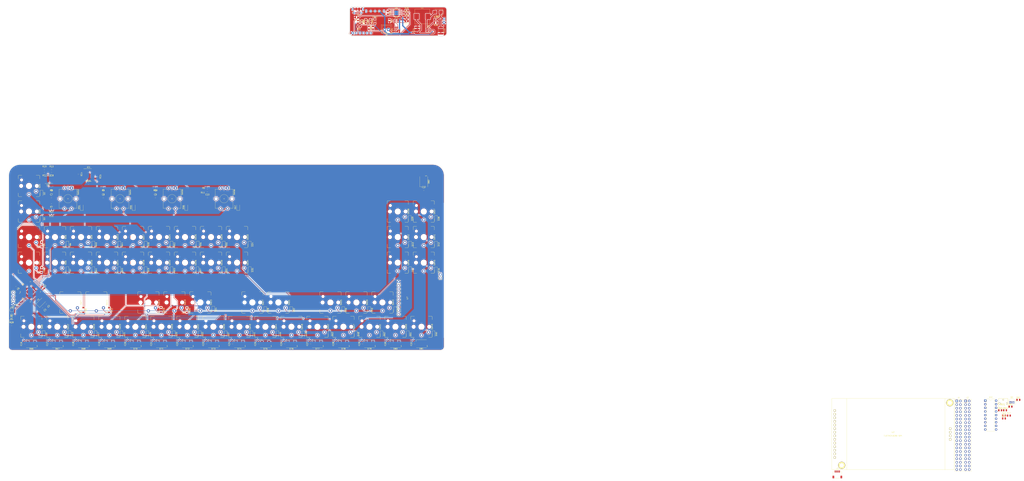
<source format=kicad_pcb>
(kicad_pcb (version 20171130) (host pcbnew "(5.0.0)")
  (layers (0 F.Cu signal) (31 B.Cu signal) (34 B.Paste user) (35 F.Paste user) (36 B.SilkS user) (37 F.SilkS user) (38 B.Mask user) (39 F.Mask user) (44 Edge.Cuts user))
  (net 0 "")
  (net 1 GNDREF)
  (net 2 +5V)
  (net 3 "Net-(C2-Pad1)")
  (net 4 "Net-(C3-Pad1)")
  (net 5 "Net-(C4-Pad1)")
  (net 6 PD4)
  (net 7 "Net-(D1-Pad1)")
  (net 8 COL1)
  (net 9 "Net-(D2-Pad2)")
  (net 10 "Net-(D3-Pad2)")
  (net 11 "Net-(D4-Pad2)")
  (net 12 "Net-(D5-Pad2)")
  (net 13 COL2)
  (net 14 "Net-(D6-Pad2)")
  (net 15 "Net-(D7-Pad2)")
  (net 16 "Net-(D8-Pad2)")
  (net 17 "Net-(D9-Pad2)")
  (net 18 "Net-(D10-Pad2)")
  (net 19 COL3)
  (net 20 "Net-(D11-Pad2)")
  (net 21 "Net-(D12-Pad2)")
  (net 22 "Net-(D13-Pad2)")
  (net 23 COL4)
  (net 24 "Net-(D14-Pad2)")
  (net 25 "Net-(D15-Pad2)")
  (net 26 "Net-(D16-Pad2)")
  (net 27 COL5)
  (net 28 "Net-(D17-Pad2)")
  (net 29 "Net-(D18-Pad2)")
  (net 30 "Net-(D19-Pad2)")
  (net 31 "Net-(D20-Pad2)")
  (net 32 "Net-(D21-Pad2)")
  (net 33 COL6)
  (net 34 "Net-(D22-Pad2)")
  (net 35 "Net-(D23-Pad2)")
  (net 36 "Net-(D24-Pad2)")
  (net 37 COL7)
  (net 38 "Net-(D25-Pad2)")
  (net 39 "Net-(D26-Pad2)")
  (net 40 "Net-(D27-Pad2)")
  (net 41 "Net-(D28-Pad2)")
  (net 42 COL8)
  (net 43 "Net-(D29-Pad2)")
  (net 44 "Net-(D30-Pad2)")
  (net 45 "Net-(D31-Pad2)")
  (net 46 "Net-(D32-Pad2)")
  (net 47 COL9)
  (net 48 "Net-(D33-Pad2)")
  (net 49 "Net-(D34-Pad2)")
  (net 50 "Net-(D35-Pad2)")
  (net 51 COL10)
  (net 52 "Net-(D36-Pad2)")
  (net 53 "Net-(D37-Pad2)")
  (net 54 COL11)
  (net 55 "Net-(D38-Pad2)")
  (net 56 "Net-(D39-Pad2)")
  (net 57 "Net-(D40-Pad2)")
  (net 58 "Net-(D41-Pad2)")
  (net 59 COL13)
  (net 60 "Net-(D42-Pad2)")
  (net 61 "Net-(D43-Pad2)")
  (net 62 "Net-(D44-Pad2)")
  (net 63 "Net-(D45-Pad2)")
  (net 64 "Net-(D46-Pad2)")
  (net 65 "Net-(D47-Pad2)")
  (net 66 "Net-(D48-Pad2)")
  (net 67 "Net-(D49-Pad2)")
  (net 68 "Net-(D50-Pad2)")
  (net 69 "Net-(D51-Pad2)")
  (net 70 "Net-(D52-Pad2)")
  (net 71 "Net-(D53-Pad2)")
  (net 72 "Net-(D54-Pad2)")
  (net 73 "Net-(D55-Pad2)")
  (net 74 "Net-(D56-Pad2)")
  (net 75 PF4)
  (net 76 D-)
  (net 77 D+)
  (net 78 RESET)
  (net 79 "Net-(R2-Pad2)")
  (net 80 PE6)
  (net 81 ROW1)
  (net 82 ROW2)
  (net 83 "Net-(U1-Pad40)")
  (net 84 "Net-(U1-Pad41)")
  (net 85 "Net-(U1-Pad42)")
  (net 86 "Net-(D57-Pad2)")
  (net 87 "Net-(D66-Pad4)")
  (net 88 "Net-(D66-Pad2)")
  (net 89 "Net-(D67-Pad2)")
  (net 90 "Net-(D68-Pad2)")
  (net 91 "Net-(D69-Pad2)")
  (net 92 "Net-(D70-Pad2)")
  (net 93 "Net-(D71-Pad2)")
  (net 94 "Net-(D72-Pad2)")
  (net 95 "Net-(D73-Pad2)")
  (net 96 "Net-(D74-Pad2)")
  (net 97 "Net-(D75-Pad2)")
  (net 98 "Net-(D76-Pad2)")
  (net 99 "Net-(D77-Pad2)")
  (net 100 "Net-(D78-Pad2)")
  (net 101 "Net-(D79-Pad2)")
  (net 102 "Net-(D80-Pad2)")
  (net 103 "Net-(D81-Pad2)")
  (net 104 LED)
  (net 105 COL12)
  (net 106 ROW4)
  (net 107 ROW3)
  (net 108 COL14)
  (net 109 "Net-(R3-Pad1)")
  (net 110 "Net-(R4-Pad1)")
  (net 111 "Net-(R10-Pad2)")
  (net 112 "Net-(R11-Pad2)")
  (net 113 "Net-(R12-Pad2)")
  (net 114 "Net-(C7-Pad1)")
  (net 115 "Net-(C8-Pad1)")
  (net 116 "Net-(C9-Pad1)")
  (net 117 "Net-(C10-Pad1)")
  (net 118 "Net-(C13-Pad1)")
  (net 119 -BATT)
  (net 120 "Net-(D60-Pad2)")
  (net 121 "Net-(D61-Pad1)")
  (net 122 "Net-(D62-Pad1)")
  (net 123 "Net-(D63-Pad1)")
  (net 124 "Net-(D64-Pad1)")
  (net 125 "Net-(D65-Pad1)")
  (net 126 "Net-(IC1-Pad6)")
  (net 127 "Net-(IC1-Pad8)")
  (net 128 "Net-(IC1-Pad11)")
  (net 129 "Net-(IC2-Pad1)")
  (net 130 "Net-(IC2-Pad2)")
  (net 131 "Net-(IC2-Pad11)")
  (net 132 "Net-(IC2-Pad13)")
  (net 133 "Net-(IC2-Pad5)")
  (net 134 "Net-(IC2-Pad6)")
  (net 135 "Net-(IC2-Pad15)")
  (net 136 "Net-(IC2-Pad17)")
  (net 137 "Net-(J1-Pad4)")
  (net 138 /gpio/40)
  (net 139 /gpio/39)
  (net 140 /gpio/38)
  (net 141 /gpio/37)
  (net 142 36)
  (net 143 /gpio/35)
  (net 144 /gpio/34)
  (net 145 /gpio/33)
  (net 146 /gpio/32)
  (net 147 /gpio/31)
  (net 148 /gpio/30)
  (net 149 /gpio/29)
  (net 150 /gpio/28)
  (net 151 /gpio/27)
  (net 152 /gpio/26)
  (net 153 /gpio/25)
  (net 154 /gpio/24)
  (net 155 /gpio/23)
  (net 156 /gpio/22)
  (net 157 /gpio/21)
  (net 158 /gpio/20)
  (net 159 /gpio/19)
  (net 160 /gpio/18)
  (net 161 /gpio/17)
  (net 162 /gpio/16)
  (net 163 /gpio/15)
  (net 164 /gpio/14)
  (net 165 /gpio/13)
  (net 166 /gpio/12)
  (net 167 /gpio/11)
  (net 168 /gpio/10)
  (net 169 /gpio/9)
  (net 170 /gpio/8)
  (net 171 /gpio/7)
  (net 172 /gpio/5)
  (net 173 /gpio/4)
  (net 174 /gpio/3)
  (net 175 /gpio/1)
  (net 176 "Net-(J4-Pad10)")
  (net 177 "Net-(J5-Pad2)")
  (net 178 "Net-(J5-Pad4)")
  (net 179 "Net-(J5-Pad3)")
  (net 180 "Net-(M1-Pad2)")
  (net 181 "Net-(M1-Pad4)")
  (net 182 "Net-(M1-Pad6)")
  (net 183 "Net-(M1-Pad5)")
  (net 184 "Net-(R17-Pad1)")
  (net 185 "Net-(R20-Pad1)")
  (net 186 "Net-(R21-Pad1)")
  (net 187 "Net-(R22-Pad1)")
  (net 188 "Net-(R24-Pad1)")
  (net 189 "Net-(R25-Pad1)")
  (net 190 "Net-(SW57-Pad1)")
  (net 191 "Net-(U2-Pad18)")
  (net 192 "Net-(U2-Pad17)")
  (net 193 "Net-(U2-Pad15)")
  (net 194 "Net-(U2-Pad16)")
  (net 195 "Net-(U2-Pad14)")
  (net 196 "Net-(U2-Pad13)")
  (net 197 "Net-(U2-Pad12)")
  (net 198 "Net-(U2-Pad11)")
  (net 199 "Net-(U2-Pad10)")
  (net 200 "Net-(U5-Pad4)")
  (net 201 "Net-(U6-Pad6)")
  (net 202 "Net-(D82-Pad2)")
  (net 203 BATT)
  (net 204 SENSE_PIN)
  (net 205 EN)
  (net 206 "Net-(D83-Pad1)")
  (net 207 OUT_PIN)
  (net 208 "Net-(D84-Pad2)")
  (net 209 "Net-(U7-Pad11)")
  (net 210 "Net-(U7-Pad12)")
  (net 211 "Net-(D83-Pad2)")
  (net 212 LED_POW)
  (net 213 5V)
  (net 214 LED_G)
  (net 215 LED_R)
  (module Capacitor_SMD:C_0805_2012Metric (layer F.Cu) (at 123.125 94.15)
    (fp_text reference C8 (at 0 -1.65) (layer F.SilkS))
    (fp_text value 0.1uF)
    (pad 2 smd roundrect (at 0.9375 0) (size 0.975 1.4) (layers F.Cu F.Paste F.Mask) (net 1 GNDREF))
    (pad 1 smd roundrect (at -0.9375 0) (size 0.975 1.4) (layers F.Cu F.Paste F.Mask) (net 115 "Net-(C8-Pad1)"))
  )
  (module Rotary_Encoder:RotaryEncoder_Alps_EC12E-Switch_Vertical_H20mm_CircularMountingHoles (layer F.Cu) (at 210.6 87.904248 270)
    (fp_text reference SW56 (at 2.8 -4.7 270) (layer F.SilkS))
    (fp_text value Rotary_Encoder_Switch)
    (pad S2 thru_hole circle (at 14.5 5 270) (size 2 2) (drill 1) (layers *.Cu *.Mask) (net 86 "Net-(D57-Pad2)"))
    (pad S1 thru_hole circle (at 14.5 0 270) (size 2 2) (drill 1) (layers *.Cu *.Mask) (net 106 ROW4))
    (pad MP thru_hole circle (at 7.5 8.1 270) (size 2.8 2.8) (drill 2.2) (layers *.Cu *.Mask))
    (pad MP thru_hole circle (at 7.5 -3.1 270) (size 2.8 2.8) (drill 2.2) (layers *.Cu *.Mask))
    (pad B thru_hole circle (at 0 5 270) (size 2 2) (drill 1) (layers *.Cu *.Mask) (net 112 "Net-(R11-Pad2)"))
    (pad C thru_hole circle (at 0 2.5 270) (size 2 2) (drill 1) (layers *.Cu *.Mask) (net 1 GNDREF))
    (pad A thru_hole rect (at 0 0 270) (size 2 2) (drill 1) (layers *.Cu *.Mask) (net 113 "Net-(R12-Pad2)"))
  )
  (module Button_Switch_Keyboard:kaihl-low-profile-switch-noled (layer F.Cu) (at 89.15 122.401821 90)
    (fp_text reference SW5 (at 0 7.5 90) (layer F.SilkS))
    (fp_text value SW_Push)
    (pad "" np_thru_hole circle (at 0 0 90) (size 3.4 3.4) (drill 3.4) (layers *.Cu *.Mask))
    (pad "" np_thru_hole circle (at 0 -5.5 90) (size 1.9 1.9) (drill 1.9) (layers *.Cu *.Mask))
    (pad "" np_thru_hole circle (at 0 5.5 90) (size 1.9 1.9) (drill 1.9) (layers *.Cu *.Mask))
    (pad 2 thru_hole circle (at -3.8 5 90) (size 2.2 2.2) (drill 1.2) (layers *.Cu *.Mask) (net 14 "Net-(D6-Pad2)"))
    (pad 1 thru_hole circle (at -5.9 0 90) (size 2.2 2.2) (drill 1.2) (layers *.Cu *.Mask) (net 81 ROW1))
    (pad "" np_thru_hole circle (at 4.2 -5.22 90) (size 1.2 1.2) (drill 1.2) (layers *.Cu *.Mask))
  )
  (module Button_Switch_Keyboard:kaihl-low-profile-switch-noled (layer F.Cu) (at 70.85 104.401821 90)
    (fp_text reference SW2 (at 0 7.5 90) (layer F.SilkS))
    (fp_text value SW_Push)
    (pad "" np_thru_hole circle (at 0 0 90) (size 3.4 3.4) (drill 3.4) (layers *.Cu *.Mask))
    (pad "" np_thru_hole circle (at 0 -5.5 90) (size 1.9 1.9) (drill 1.9) (layers *.Cu *.Mask))
    (pad "" np_thru_hole circle (at 0 5.5 90) (size 1.9 1.9) (drill 1.9) (layers *.Cu *.Mask))
    (pad 2 thru_hole circle (at -3.8 5 90) (size 2.2 2.2) (drill 1.2) (layers *.Cu *.Mask) (net 10 "Net-(D3-Pad2)"))
    (pad 1 thru_hole circle (at -5.9 0 90) (size 2.2 2.2) (drill 1.2) (layers *.Cu *.Mask) (net 82 ROW2))
    (pad "" np_thru_hole circle (at 4.2 -5.22 90) (size 1.2 1.2) (drill 1.2) (layers *.Cu *.Mask))
  )
  (module Capacitor_SMD:C_0805_2012Metric (layer F.Cu) (at 65.512913 167.064734 315)
    (fp_text reference C1 (at 0 -1.65 315) (layer F.SilkS))
    (fp_text value 0.1uF)
    (pad 1 smd roundrect (at -0.937501 0 315) (size 0.975 1.4) (layers F.Cu F.Paste F.Mask) (net 1 GNDREF))
    (pad 2 smd roundrect (at 0.937501 0 315) (size 0.975 1.4) (layers F.Cu F.Paste F.Mask) (net 2 +5V))
  )
  (module Capacitor_SMD:C_0805_2012Metric (layer F.Cu) (at 83.55 170.001821 225)
    (fp_text reference C2 (at 0 -1.65 225) (layer F.SilkS))
    (fp_text value 1uF)
    (pad 1 smd roundrect (at -0.937501 0 225) (size 0.975 1.4) (layers F.Cu F.Paste F.Mask) (net 3 "Net-(C2-Pad1)"))
    (pad 2 smd roundrect (at 0.937501 0 225) (size 0.975 1.4) (layers F.Cu F.Paste F.Mask) (net 1 GNDREF))
  )
  (module Capacitor_SMD:C_0805_2012Metric (layer F.Cu) (at 80.887087 172.664734 45)
    (fp_text reference C3 (at 0.088972 1.697056 45) (layer F.SilkS))
    (fp_text value 22pF)
    (pad 2 smd roundrect (at 0.937501 0 45) (size 0.975 1.4) (layers F.Cu F.Paste F.Mask) (net 1 GNDREF))
    (pad 1 smd roundrect (at -0.937501 0 45) (size 0.975 1.4) (layers F.Cu F.Paste F.Mask) (net 4 "Net-(C3-Pad1)"))
  )
  (module Capacitor_SMD:C_0805_2012Metric (layer F.Cu) (at 63.487087 169.138908 135)
    (fp_text reference C4 (at 0 -1.65 135) (layer F.SilkS))
    (fp_text value 22pF)
    (pad 2 smd roundrect (at 0.937501 0 135) (size 0.975 1.4) (layers F.Cu F.Paste F.Mask) (net 1 GNDREF))
    (pad 1 smd roundrect (at -0.937501 0 135) (size 0.975 1.4) (layers F.Cu F.Paste F.Mask) (net 5 "Net-(C4-Pad1)"))
  )
  (module Capacitor_SMD:C_0805_2012Metric (layer F.Cu) (at 80.95 157.801821 315)
    (fp_text reference C5 (at 0 -1.65 315) (layer F.SilkS))
    (fp_text value 0.1uF)
    (pad 1 smd roundrect (at -0.937501 0 315) (size 0.975 1.4) (layers F.Cu F.Paste F.Mask) (net 2 +5V))
    (pad 2 smd roundrect (at 0.937501 0 315) (size 0.975 1.4) (layers F.Cu F.Paste F.Mask) (net 1 GNDREF))
  )
  (module Capacitor_SMD:C_0805_2012Metric (layer F.Cu) (at 62.15 157.601821 225)
    (fp_text reference C6 (at 0 -1.65 225) (layer F.SilkS))
    (fp_text value 0.1uF)
    (pad 1 smd roundrect (at -0.937501 0 225) (size 0.975 1.4) (layers F.Cu F.Paste F.Mask) (net 1 GNDREF))
    (pad 2 smd roundrect (at 0.937501 0 225) (size 0.975 1.4) (layers F.Cu F.Paste F.Mask) (net 2 +5V))
  )
  (module LED_SMD:LED_0805_2012Metric (layer F.Cu) (at 58.6875 181.601821)
    (fp_text reference D1 (at 0 -1.65) (layer F.SilkS))
    (fp_text value LED)
    (pad 1 smd roundrect (at -0.9375 0) (size 0.975 1.4) (layers F.Cu F.Paste F.Mask) (net 7 "Net-(D1-Pad1)"))
    (pad 2 smd roundrect (at 0.9375 0) (size 0.975 1.4) (layers F.Cu F.Paste F.Mask) (net 2 +5V))
  )
  (module Diode_SMD:D_SOD-123v (layer F.Cu) (at 79.719008 91.77194)
    (fp_text reference D2 (at 1.980992 -0.02806 -90) (layer F.SilkS))
    (fp_text value 1N4148 hide)
    (pad 1 smd rect (at -0.019008 -1.67806 270) (size 0.9 1.2) (layers F.Cu F.Paste F.Mask) (net 8 COL1))
    (pad 2 smd rect (at -0.019008 1.62194 270) (size 0.9 1.2) (layers F.Cu F.Paste F.Mask) (net 9 "Net-(D2-Pad2)"))
  )
  (module Diode_SMD:D_SOD-123v (layer F.Cu) (at 79.7 109.65)
    (fp_text reference D3 (at 1.980992 -0.02806 -90) (layer F.SilkS))
    (fp_text value 1N4148 hide)
    (pad 1 smd rect (at -0.019008 -1.67806 270) (size 0.9 1.2) (layers F.Cu F.Paste F.Mask) (net 8 COL1))
    (pad 2 smd rect (at -0.019008 1.62194 270) (size 0.9 1.2) (layers F.Cu F.Paste F.Mask) (net 10 "Net-(D3-Pad2)"))
  )
  (module Diode_SMD:D_SOD-123v (layer F.Cu) (at 79.7 127.65)
    (fp_text reference D4 (at 1.980992 -0.02806 -90) (layer F.SilkS))
    (fp_text value 1N4148 hide)
    (pad 2 smd rect (at -0.019008 1.62194 270) (size 0.9 1.2) (layers F.Cu F.Paste F.Mask) (net 11 "Net-(D4-Pad2)"))
    (pad 1 smd rect (at -0.019008 -1.67806 270) (size 0.9 1.2) (layers F.Cu F.Paste F.Mask) (net 8 COL1))
  )
  (module Diode_SMD:D_SOD-123v (layer F.Cu) (at 79.7 145.65)
    (fp_text reference D5 (at 1.980992 -0.02806 -90) (layer F.SilkS))
    (fp_text value 1N4148 hide)
    (pad 2 smd rect (at -0.019008 1.62194 270) (size 0.9 1.2) (layers F.Cu F.Paste F.Mask) (net 12 "Net-(D5-Pad2)"))
    (pad 1 smd rect (at -0.019008 -1.67806 270) (size 0.9 1.2) (layers F.Cu F.Paste F.Mask) (net 8 COL1))
  )
  (module Diode_SMD:D_SOD-123v (layer F.Cu) (at 97.95 127.65)
    (fp_text reference D6 (at 1.980992 -0.02806 -90) (layer F.SilkS))
    (fp_text value 1N4148 hide)
    (pad 1 smd rect (at -0.019008 -1.67806 270) (size 0.9 1.2) (layers F.Cu F.Paste F.Mask) (net 13 COL2))
    (pad 2 smd rect (at -0.019008 1.62194 270) (size 0.9 1.2) (layers F.Cu F.Paste F.Mask) (net 14 "Net-(D6-Pad2)"))
  )
  (module Diode_SMD:D_SOD-123v (layer F.Cu) (at 97.95 145.65)
    (fp_text reference D7 (at 1.980992 -0.02806 -90) (layer F.SilkS))
    (fp_text value 1N4148 hide)
    (pad 1 smd rect (at -0.019008 -1.67806 270) (size 0.9 1.2) (layers F.Cu F.Paste F.Mask) (net 13 COL2))
    (pad 2 smd rect (at -0.019008 1.62194 270) (size 0.9 1.2) (layers F.Cu F.Paste F.Mask) (net 15 "Net-(D7-Pad2)"))
  )
  (module Diode_SMD:D_SOD-123v (layer F.Cu) (at 109.1 173.72194)
    (fp_text reference D8 (at 1.980992 -0.02806 -90) (layer F.SilkS))
    (fp_text value 1N4148 hide)
    (pad 1 smd rect (at -0.019008 -1.67806 270) (size 0.9 1.2) (layers F.Cu F.Paste F.Mask) (net 13 COL2))
    (pad 2 smd rect (at -0.019008 1.62194 270) (size 0.9 1.2) (layers F.Cu F.Paste F.Mask) (net 16 "Net-(D8-Pad2)"))
  )
  (module Diode_SMD:D_SOD-123v (layer F.Cu) (at 81.2 190.65)
    (fp_text reference D9 (at 1.980992 -0.02806 -90) (layer F.SilkS))
    (fp_text value 1N4148 hide)
    (pad 2 smd rect (at -0.019008 1.62194 270) (size 0.9 1.2) (layers F.Cu F.Paste F.Mask) (net 17 "Net-(D9-Pad2)"))
    (pad 1 smd rect (at -0.019008 -1.67806 270) (size 0.9 1.2) (layers F.Cu F.Paste F.Mask) (net 13 COL2))
  )
  (module Diode_SMD:D_SOD-123v (layer F.Cu) (at 116.180992 127.57806)
    (fp_text reference D10 (at 1.980992 -0.02806 -90) (layer F.SilkS))
    (fp_text value 1N4148 hide)
    (pad 2 smd rect (at -0.019008 1.62194 270) (size 0.9 1.2) (layers F.Cu F.Paste F.Mask) (net 18 "Net-(D10-Pad2)"))
    (pad 1 smd rect (at -0.019008 -1.67806 270) (size 0.9 1.2) (layers F.Cu F.Paste F.Mask) (net 19 COL3))
  )
  (module Diode_SMD:D_SOD-123v (layer F.Cu) (at 116.2 145.65)
    (fp_text reference D11 (at 1.980992 -0.02806 -90) (layer F.SilkS))
    (fp_text value 1N4148 hide)
    (pad 2 smd rect (at -0.019008 1.62194 270) (size 0.9 1.2) (layers F.Cu F.Paste F.Mask) (net 20 "Net-(D11-Pad2)"))
    (pad 1 smd rect (at -0.019008 -1.67806 270) (size 0.9 1.2) (layers F.Cu F.Paste F.Mask) (net 19 COL3))
  )
  (module Diode_SMD:D_SOD-123v (layer F.Cu) (at 127.219008 173.72194)
    (fp_text reference D12 (at 1.980992 -0.02806 -90) (layer F.SilkS))
    (fp_text value 1N4148 hide)
    (pad 2 smd rect (at -0.019008 1.62194 270) (size 0.9 1.2) (layers F.Cu F.Paste F.Mask) (net 21 "Net-(D12-Pad2)"))
    (pad 1 smd rect (at -0.019008 -1.67806 270) (size 0.9 1.2) (layers F.Cu F.Paste F.Mask) (net 19 COL3))
  )
  (module Diode_SMD:D_SOD-123v (layer F.Cu) (at 99.45 190.65)
    (fp_text reference D13 (at 1.980992 -0.02806 -90) (layer F.SilkS))
    (fp_text value 1N4148 hide)
    (pad 1 smd rect (at -0.019008 -1.67806 270) (size 0.9 1.2) (layers F.Cu F.Paste F.Mask) (net 19 COL3))
    (pad 2 smd rect (at -0.019008 1.62194 270) (size 0.9 1.2) (layers F.Cu F.Paste F.Mask) (net 22 "Net-(D13-Pad2)"))
  )
  (module Diode_SMD:D_SOD-123v (layer F.Cu) (at 134.5 127.65)
    (fp_text reference D14 (at 1.980992 -0.02806 -90) (layer F.SilkS))
    (fp_text value 1N4148 hide)
    (pad 1 smd rect (at -0.019008 -1.67806 270) (size 0.9 1.2) (layers F.Cu F.Paste F.Mask) (net 23 COL4))
    (pad 2 smd rect (at -0.019008 1.62194 270) (size 0.9 1.2) (layers F.Cu F.Paste F.Mask) (net 24 "Net-(D14-Pad2)"))
  )
  (module Diode_SMD:D_SOD-123v (layer F.Cu) (at 134.45 145.65)
    (fp_text reference D15 (at 1.980992 -0.02806 -90) (layer F.SilkS))
    (fp_text value 1N4148 hide)
    (pad 2 smd rect (at -0.019008 1.62194 270) (size 0.9 1.2) (layers F.Cu F.Paste F.Mask) (net 25 "Net-(D15-Pad2)"))
    (pad 1 smd rect (at -0.019008 -1.67806 270) (size 0.9 1.2) (layers F.Cu F.Paste F.Mask) (net 23 COL4))
  )
  (module Diode_SMD:D_SOD-123v (layer F.Cu) (at 117.7 190.65)
    (fp_text reference D17 (at 1.980992 -0.02806 -90) (layer F.SilkS))
    (fp_text value 1N4148 hide)
    (pad 2 smd rect (at -0.019008 1.62194 270) (size 0.9 1.2) (layers F.Cu F.Paste F.Mask) (net 28 "Net-(D17-Pad2)"))
    (pad 1 smd rect (at -0.019008 -1.67806 270) (size 0.9 1.2) (layers F.Cu F.Paste F.Mask) (net 23 COL4))
  )
  (module Diode_SMD:D_SOD-123v (layer F.Cu) (at 153 127.65)
    (fp_text reference D18 (at 1.980992 -0.02806 -90) (layer F.SilkS))
    (fp_text value 1N4148 hide)
    (pad 1 smd rect (at -0.019008 -1.67806 270) (size 0.9 1.2) (layers F.Cu F.Paste F.Mask) (net 27 COL5))
    (pad 2 smd rect (at -0.019008 1.62194 270) (size 0.9 1.2) (layers F.Cu F.Paste F.Mask) (net 29 "Net-(D18-Pad2)"))
  )
  (module Diode_SMD:D_SOD-123v (layer F.Cu) (at 152.95 145.65)
    (fp_text reference D19 (at 1.980992 -0.02806 -90) (layer F.SilkS))
    (fp_text value 1N4148 hide)
    (pad 2 smd rect (at -0.019008 1.62194 270) (size 0.9 1.2) (layers F.Cu F.Paste F.Mask) (net 30 "Net-(D19-Pad2)"))
    (pad 1 smd rect (at -0.019008 -1.67806 270) (size 0.9 1.2) (layers F.Cu F.Paste F.Mask) (net 27 COL5))
  )
  (module Diode_SMD:D_SOD-123v (layer F.Cu) (at 163.8 173.61)
    (fp_text reference D16 (at 1.980992 -0.02806 -90) (layer F.SilkS))
    (fp_text value 1N4148 hide)
    (pad 1 smd rect (at -0.019008 -1.67806 270) (size 0.9 1.2) (layers F.Cu F.Paste F.Mask) (net 23 COL4))
    (pad 2 smd rect (at -0.019008 1.62194 270) (size 0.9 1.2) (layers F.Cu F.Paste F.Mask) (net 26 "Net-(D16-Pad2)"))
  )
  (module Diode_SMD:D_SOD-123v (layer F.Cu) (at 135.969008 190.72194)
    (fp_text reference D21 (at 1.980992 -0.02806 -90) (layer F.SilkS))
    (fp_text value 1N4148 hide)
    (pad 1 smd rect (at -0.019008 -1.67806 270) (size 0.9 1.2) (layers F.Cu F.Paste F.Mask) (net 27 COL5))
    (pad 2 smd rect (at -0.019008 1.62194 270) (size 0.9 1.2) (layers F.Cu F.Paste F.Mask) (net 32 "Net-(D21-Pad2)"))
  )
  (module Diode_SMD:D_SOD-123v (layer F.Cu) (at 171.2 127.65)
    (fp_text reference D22 (at 1.980992 -0.02806 -90) (layer F.SilkS))
    (fp_text value 1N4148 hide)
    (pad 2 smd rect (at -0.019008 1.62194 270) (size 0.9 1.2) (layers F.Cu F.Paste F.Mask) (net 34 "Net-(D22-Pad2)"))
    (pad 1 smd rect (at -0.019008 -1.67806 270) (size 0.9 1.2) (layers F.Cu F.Paste F.Mask) (net 33 COL6))
  )
  (module Diode_SMD:D_SOD-123v (layer F.Cu) (at 171.2 145.65)
    (fp_text reference D23 (at 1.980992 -0.02806 -90) (layer F.SilkS))
    (fp_text value 1N4148 hide)
    (pad 1 smd rect (at -0.019008 -1.67806 270) (size 0.9 1.2) (layers F.Cu F.Paste F.Mask) (net 33 COL6))
    (pad 2 smd rect (at -0.019008 1.62194 270) (size 0.9 1.2) (layers F.Cu F.Paste F.Mask) (net 35 "Net-(D23-Pad2)"))
  )
  (module Diode_SMD:D_SOD-123v (layer F.Cu) (at 182 173.81)
    (fp_text reference D20 (at 1.980992 -0.02806 -90) (layer F.SilkS))
    (fp_text value 1N4148 hide)
    (pad 2 smd rect (at -0.019008 1.62194 270) (size 0.9 1.2) (layers F.Cu F.Paste F.Mask) (net 31 "Net-(D20-Pad2)"))
    (pad 1 smd rect (at -0.019008 -1.67806 270) (size 0.9 1.2) (layers F.Cu F.Paste F.Mask) (net 27 COL5))
  )
  (module Diode_SMD:D_SOD-123v (layer F.Cu) (at 154.219008 190.72194)
    (fp_text reference D25 (at 1.980992 -0.02806 -90) (layer F.SilkS))
    (fp_text value 1N4148 hide)
    (pad 2 smd rect (at -0.019008 1.62194 270) (size 0.9 1.2) (layers F.Cu F.Paste F.Mask) (net 38 "Net-(D25-Pad2)"))
    (pad 1 smd rect (at -0.019008 -1.67806 270) (size 0.9 1.2) (layers F.Cu F.Paste F.Mask) (net 33 COL6))
  )
  (module Diode_SMD:D_SOD-123v (layer F.Cu) (at 189.7 127.65)
    (fp_text reference D26 (at 1.980992 -0.02806 -90) (layer F.SilkS))
    (fp_text value 1N4148 hide)
    (pad 1 smd rect (at -0.019008 -1.67806 270) (size 0.9 1.2) (layers F.Cu F.Paste F.Mask) (net 37 COL7))
    (pad 2 smd rect (at -0.019008 1.62194 270) (size 0.9 1.2) (layers F.Cu F.Paste F.Mask) (net 39 "Net-(D26-Pad2)"))
  )
  (module Diode_SMD:D_SOD-123v (layer F.Cu) (at 189.45 145.65)
    (fp_text reference D27 (at 1.980992 -0.02806 -90) (layer F.SilkS))
    (fp_text value 1N4148 hide)
    (pad 1 smd rect (at -0.019008 -1.67806 270) (size 0.9 1.2) (layers F.Cu F.Paste F.Mask) (net 37 COL7))
    (pad 2 smd rect (at -0.019008 1.62194 270) (size 0.9 1.2) (layers F.Cu F.Paste F.Mask) (net 40 "Net-(D27-Pad2)"))
  )
  (module Diode_SMD:D_SOD-123v (layer F.Cu) (at 200.519008 173.47194)
    (fp_text reference D24 (at 1.980992 -0.02806 -90) (layer F.SilkS))
    (fp_text value 1N4148 hide)
    (pad 1 smd rect (at -0.019008 -1.67806 270) (size 0.9 1.2) (layers F.Cu F.Paste F.Mask) (net 33 COL6))
    (pad 2 smd rect (at -0.019008 1.62194 270) (size 0.9 1.2) (layers F.Cu F.Paste F.Mask) (net 36 "Net-(D24-Pad2)"))
  )
  (module Diode_SMD:D_SOD-123v (layer F.Cu) (at 172.719008 190.72194)
    (fp_text reference D29 (at 1.980992 -0.02806 -90) (layer F.SilkS))
    (fp_text value 1N4148 hide)
    (pad 1 smd rect (at -0.019008 -1.67806 270) (size 0.9 1.2) (layers F.Cu F.Paste F.Mask) (net 37 COL7))
    (pad 2 smd rect (at -0.019008 1.62194 270) (size 0.9 1.2) (layers F.Cu F.Paste F.Mask) (net 43 "Net-(D29-Pad2)"))
  )
  (module Diode_SMD:D_SOD-123v (layer F.Cu) (at 207.95 127.65)
    (fp_text reference D30 (at 1.980992 -0.02806 -90) (layer F.SilkS))
    (fp_text value 1N4148 hide)
    (pad 1 smd rect (at -0.019008 -1.67806 270) (size 0.9 1.2) (layers F.Cu F.Paste F.Mask) (net 42 COL8))
    (pad 2 smd rect (at -0.019008 1.62194 270) (size 0.9 1.2) (layers F.Cu F.Paste F.Mask) (net 44 "Net-(D30-Pad2)"))
  )
  (module Diode_SMD:D_SOD-123v (layer F.Cu) (at 207.95 145.65)
    (fp_text reference D31 (at 1.980992 -0.02806 -90) (layer F.SilkS))
    (fp_text value 1N4148 hide)
    (pad 2 smd rect (at -0.019008 1.62194 270) (size 0.9 1.2) (layers F.Cu F.Paste F.Mask) (net 45 "Net-(D31-Pad2)"))
    (pad 1 smd rect (at -0.019008 -1.67806 270) (size 0.9 1.2) (layers F.Cu F.Paste F.Mask) (net 42 COL8))
  )
  (module Diode_SMD:D_SOD-123v (layer F.Cu) (at 190.969008 190.72194)
    (fp_text reference D33 (at 1.980992 -0.02806 -90) (layer F.SilkS))
    (fp_text value 1N4148 hide)
    (pad 2 smd rect (at -0.019008 1.62194 270) (size 0.9 1.2) (layers F.Cu F.Paste F.Mask) (net 48 "Net-(D33-Pad2)"))
    (pad 1 smd rect (at -0.019008 -1.67806 270) (size 0.9 1.2) (layers F.Cu F.Paste F.Mask) (net 42 COL8))
  )
  (module Diode_SMD:D_SOD-123v (layer F.Cu) (at 226.2 127.65)
    (fp_text reference D34 (at 1.980992 -0.02806 -90) (layer F.SilkS))
    (fp_text value 1N4148 hide)
    (pad 2 smd rect (at -0.019008 1.62194 270) (size 0.9 1.2) (layers F.Cu F.Paste F.Mask) (net 49 "Net-(D34-Pad2)"))
    (pad 1 smd rect (at -0.019008 -1.67806 270) (size 0.9 1.2) (layers F.Cu F.Paste F.Mask) (net 47 COL9))
  )
  (module Diode_SMD:D_SOD-123v (layer F.Cu) (at 226.2 145.65)
    (fp_text reference D35 (at 1.980992 -0.02806 -90) (layer F.SilkS))
    (fp_text value 1N4148 hide)
    (pad 1 smd rect (at -0.019008 -1.67806 270) (size 0.9 1.2) (layers F.Cu F.Paste F.Mask) (net 47 COL9))
    (pad 2 smd rect (at -0.019008 1.62194 270) (size 0.9 1.2) (layers F.Cu F.Paste F.Mask) (net 50 "Net-(D35-Pad2)"))
  )
  (module Diode_SMD:D_SOD-123v (layer F.Cu) (at 237.119008 173.72194)
    (fp_text reference D28 (at 1.980992 -0.02806 -90) (layer F.SilkS))
    (fp_text value 1N4148 hide)
    (pad 2 smd rect (at -0.019008 1.62194 270) (size 0.9 1.2) (layers F.Cu F.Paste F.Mask) (net 41 "Net-(D28-Pad2)"))
    (pad 1 smd rect (at -0.019008 -1.67806 270) (size 0.9 1.2) (layers F.Cu F.Paste F.Mask) (net 37 COL7))
  )
  (module Diode_SMD:D_SOD-123v (layer F.Cu) (at 209.219008 190.72194)
    (fp_text reference D37 (at 1.980992 -0.02806 -90) (layer F.SilkS))
    (fp_text value 1N4148 hide)
    (pad 1 smd rect (at -0.019008 -1.67806 270) (size 0.9 1.2) (layers F.Cu F.Paste F.Mask) (net 47 COL9))
    (pad 2 smd rect (at -0.019008 1.62194 270) (size 0.9 1.2) (layers F.Cu F.Paste F.Mask) (net 53 "Net-(D37-Pad2)"))
  )
  (module Diode_SMD:D_SOD-123v (layer F.Cu) (at 255.319008 173.72194)
    (fp_text reference D32 (at 1.980992 -0.02806 -90) (layer F.SilkS))
    (fp_text value 1N4148 hide)
    (pad 1 smd rect (at -0.019008 -1.67806 270) (size 0.9 1.2) (layers F.Cu F.Paste F.Mask) (net 42 COL8))
    (pad 2 smd rect (at -0.019008 1.62194 270) (size 0.9 1.2) (layers F.Cu F.Paste F.Mask) (net 46 "Net-(D32-Pad2)"))
  )
  (module Diode_SMD:D_SOD-123v (layer F.Cu) (at 227.469008 190.72194)
    (fp_text reference D41 (at 1.980992 -0.02806 -90) (layer F.SilkS))
    (fp_text value 1N4148 hide)
    (pad 2 smd rect (at -0.019008 1.62194 270) (size 0.9 1.2) (layers F.Cu F.Paste F.Mask) (net 58 "Net-(D41-Pad2)"))
    (pad 1 smd rect (at -0.019008 -1.67806 270) (size 0.9 1.2) (layers F.Cu F.Paste F.Mask) (net 51 COL10))
  )
  (module Diode_SMD:D_SOD-123v (layer F.Cu) (at 245.719008 190.72194)
    (fp_text reference D45 (at 1.980992 -0.02806 -90) (layer F.SilkS))
    (fp_text value 1N4148 hide)
    (pad 1 smd rect (at -0.019008 -1.67806 270) (size 0.9 1.2) (layers F.Cu F.Paste F.Mask) (net 54 COL11))
    (pad 2 smd rect (at -0.019008 1.62194 270) (size 0.9 1.2) (layers F.Cu F.Paste F.Mask) (net 63 "Net-(D45-Pad2)"))
  )
  (module Diode_SMD:D_SOD-123v (layer F.Cu) (at 291.919008 173.68806)
    (fp_text reference D36 (at 1.980992 -0.02806 -90) (layer F.SilkS))
    (fp_text value 1N4148 hide)
    (pad 1 smd rect (at -0.019008 -1.67806 270) (size 0.9 1.2) (layers F.Cu F.Paste F.Mask) (net 47 COL9))
    (pad 2 smd rect (at -0.019008 1.62194 270) (size 0.9 1.2) (layers F.Cu F.Paste F.Mask) (net 52 "Net-(D36-Pad2)"))
  )
  (module Diode_SMD:D_SOD-123v (layer F.Cu) (at 263.969008 190.72194)
    (fp_text reference D49 (at 1.980992 -0.02806 -90) (layer F.SilkS))
    (fp_text value 1N4148 hide)
    (pad 2 smd rect (at -0.019008 1.62194 270) (size 0.9 1.2) (layers F.Cu F.Paste F.Mask) (net 67 "Net-(D49-Pad2)"))
    (pad 1 smd rect (at -0.019008 -1.67806 270) (size 0.9 1.2) (layers F.Cu F.Paste F.Mask) (net 105 COL12))
  )
  (module Diode_SMD:D_SOD-123v (layer F.Cu) (at 357.25 109.5)
    (fp_text reference D38 (at 1.980992 -0.02806 -90) (layer F.SilkS))
    (fp_text value 1N4148 hide)
    (pad 2 smd rect (at -0.019008 1.62194 270) (size 0.9 1.2) (layers F.Cu F.Paste F.Mask) (net 55 "Net-(D38-Pad2)"))
    (pad 1 smd rect (at -0.019008 -1.67806 270) (size 0.9 1.2) (layers F.Cu F.Paste F.Mask) (net 51 COL10))
  )
  (module Diode_SMD:D_SOD-123v (layer F.Cu) (at 338.75 109.5)
    (fp_text reference D39 (at 1.980992 -0.02806 -90) (layer F.SilkS))
    (fp_text value 1N4148 hide)
    (pad 2 smd rect (at -0.019008 1.62194 270) (size 0.9 1.2) (layers F.Cu F.Paste F.Mask) (net 56 "Net-(D39-Pad2)"))
    (pad 1 smd rect (at -0.019008 -1.67806 270) (size 0.9 1.2) (layers F.Cu F.Paste F.Mask) (net 51 COL10))
  )
  (module Diode_SMD:D_SOD-123v (layer F.Cu) (at 310.3 173.65)
    (fp_text reference D40 (at 1.980992 -0.02806 -90) (layer F.SilkS))
    (fp_text value 1N4148 hide)
    (pad 2 smd rect (at -0.019008 1.62194 270) (size 0.9 1.2) (layers F.Cu F.Paste F.Mask) (net 57 "Net-(D40-Pad2)"))
    (pad 1 smd rect (at -0.019008 -1.67806 270) (size 0.9 1.2) (layers F.Cu F.Paste F.Mask) (net 51 COL10))
  )
  (module Diode_SMD:D_SOD-123v (layer F.Cu) (at 300.769008 190.72194)
    (fp_text reference D48 (at 1.980992 -0.02806 -90) (layer F.SilkS))
    (fp_text value 1N4148 hide)
    (pad 2 smd rect (at -0.019008 1.62194 270) (size 0.9 1.2) (layers F.Cu F.Paste F.Mask) (net 66 "Net-(D48-Pad2)"))
    (pad 1 smd rect (at -0.019008 -1.67806 270) (size 0.9 1.2) (layers F.Cu F.Paste F.Mask) (net 105 COL12))
  )
  (module Diode_SMD:D_SOD-123v (layer F.Cu) (at 357.25 127.5)
    (fp_text reference D42 (at 1.980992 -0.02806 -90) (layer F.SilkS))
    (fp_text value 1N4148 hide)
    (pad 2 smd rect (at -0.019008 1.62194 270) (size 0.9 1.2) (layers F.Cu F.Paste F.Mask) (net 60 "Net-(D42-Pad2)"))
    (pad 1 smd rect (at -0.019008 -1.67806 270) (size 0.9 1.2) (layers F.Cu F.Paste F.Mask) (net 54 COL11))
  )
  (module Diode_SMD:D_SOD-123v (layer F.Cu) (at 339 127.5)
    (fp_text reference D43 (at 1.980992 -0.02806 -90) (layer F.SilkS))
    (fp_text value 1N4148 hide)
    (pad 1 smd rect (at -0.019008 -1.67806 270) (size 0.9 1.2) (layers F.Cu F.Paste F.Mask) (net 54 COL11))
    (pad 2 smd rect (at -0.019008 1.62194 270) (size 0.9 1.2) (layers F.Cu F.Paste F.Mask) (net 61 "Net-(D43-Pad2)"))
  )
  (module Diode_SMD:D_SOD-123v (layer F.Cu) (at 328.519008 173.65)
    (fp_text reference D44 (at 1.980992 -0.02806 -90) (layer F.SilkS))
    (fp_text value 1N4148 hide)
    (pad 1 smd rect (at -0.019008 -1.67806 270) (size 0.9 1.2) (layers F.Cu F.Paste F.Mask) (net 54 COL11))
    (pad 2 smd rect (at -0.019008 1.62194 270) (size 0.9 1.2) (layers F.Cu F.Paste F.Mask) (net 62 "Net-(D44-Pad2)"))
  )
  (module Diode_SMD:D_SOD-123v (layer F.Cu) (at 282.4 190.72194)
    (fp_text reference D53 (at 1.980992 -0.02806 -90) (layer F.SilkS))
    (fp_text value 1N4148 hide)
    (pad 1 smd rect (at -0.019008 -1.67806 270) (size 0.9 1.2) (layers F.Cu F.Paste F.Mask) (net 59 COL13))
    (pad 2 smd rect (at -0.019008 1.62194 270) (size 0.9 1.2) (layers F.Cu F.Paste F.Mask) (net 71 "Net-(D53-Pad2)"))
  )
  (module Diode_SMD:D_SOD-123v (layer F.Cu) (at 357.25 145.75)
    (fp_text reference D46 (at 1.980992 -0.02806 -90) (layer F.SilkS))
    (fp_text value 1N4148 hide)
    (pad 2 smd rect (at -0.019008 1.62194 270) (size 0.9 1.2) (layers F.Cu F.Paste F.Mask) (net 64 "Net-(D46-Pad2)"))
    (pad 1 smd rect (at -0.019008 -1.67806 270) (size 0.9 1.2) (layers F.Cu F.Paste F.Mask) (net 105 COL12))
  )
  (module Diode_SMD:D_SOD-123v (layer F.Cu) (at 339 145.5)
    (fp_text reference D47 (at 1.980992 -0.02806 -90) (layer F.SilkS))
    (fp_text value 1N4148 hide)
    (pad 2 smd rect (at -0.019008 1.62194 270) (size 0.9 1.2) (layers F.Cu F.Paste F.Mask) (net 65 "Net-(D47-Pad2)"))
    (pad 1 smd rect (at -0.019008 -1.67806 270) (size 0.9 1.2) (layers F.Cu F.Paste F.Mask) (net 105 COL12))
  )
  (module Diode_SMD:D_SOD-123v (layer F.Cu) (at 318.969008 190.72194)
    (fp_text reference D52 (at 1.980992 -0.02806 -90) (layer F.SilkS))
    (fp_text value 1N4148 hide)
    (pad 2 smd rect (at -0.019008 1.62194 270) (size 0.9 1.2) (layers F.Cu F.Paste F.Mask) (net 70 "Net-(D52-Pad2)"))
    (pad 1 smd rect (at -0.019008 -1.67806 270) (size 0.9 1.2) (layers F.Cu F.Paste F.Mask) (net 59 COL13))
  )
  (module Jumper:SolderJumper-2_P1.3mm_Open_RoundedPad1.0x1.5mm (layer F.Cu) (at 58.75 173.801821)
    (fp_text reference JP1 (at 0 -1.8) (layer F.SilkS))
    (fp_text value SolderJumper_2_Open)
    (pad 1 smd custom (at -0.65 0) (size 1 0.5) (layers F.Cu F.Mask) (net 78 RESET) (options (clearance outline) (anchor rect)) (primitives (gr_circle (center 0 0.25) (end 0.5 0.25) (width 0)) (gr_circle (center 0 -0.25) (end 0.5 -0.25) (width 0)) (gr_poly (pts (xy 0 -0.75) (xy 0.5 -0.75) (xy 0.5 0.75) (xy 0 0.75)) (width 0))))
    (pad 2 smd custom (at 0.65 0) (size 1 0.5) (layers F.Cu F.Mask) (net 1 GNDREF) (options (clearance outline) (anchor rect)) (primitives (gr_circle (center 0 0.25) (end 0.5 0.25) (width 0)) (gr_circle (center 0 -0.25) (end 0.5 -0.25) (width 0)) (gr_poly (pts (xy 0 -0.75) (xy -0.5 -0.75) (xy -0.5 0.75) (xy 0 0.75)) (width 0))))
  )
  (module Resistor_SMD:R_0805_2012Metric (layer F.Cu) (at 58.6875 176.601821 180)
    (fp_text reference R1 (at 0 -1.65 180) (layer F.SilkS))
    (fp_text value 10K)
    (pad 2 smd roundrect (at 0.9375 0 180) (size 0.975 1.4) (layers F.Cu F.Paste F.Mask) (net 78 RESET))
    (pad 1 smd roundrect (at -0.9375 0 180) (size 0.975 1.4) (layers F.Cu F.Paste F.Mask) (net 2 +5V))
  )
  (module Resistor_SMD:R_0805_2012Metric (layer F.Cu) (at 58.6875 179.001821)
    (fp_text reference R2 (at 0 -1.65) (layer F.SilkS))
    (fp_text value 330K)
    (pad 1 smd roundrect (at -0.9375 0) (size 0.975 1.4) (layers F.Cu F.Paste F.Mask) (net 7 "Net-(D1-Pad1)"))
    (pad 2 smd roundrect (at 0.9375 0) (size 0.975 1.4) (layers F.Cu F.Paste F.Mask) (net 79 "Net-(R2-Pad2)"))
  )
  (module Button_Switch_Keyboard:kaihl-low-profile-switch-noled (layer F.Cu) (at 70.85 86.401821 90)
    (fp_text reference SW1 (at 0 7.5 90) (layer F.SilkS))
    (fp_text value SW_Push)
    (pad "" np_thru_hole circle (at 4.2 -5.22 90) (size 1.2 1.2) (drill 1.2) (layers *.Cu *.Mask))
    (pad 1 thru_hole circle (at -5.9 0 90) (size 2.2 2.2) (drill 1.2) (layers *.Cu *.Mask) (net 81 ROW1))
    (pad 2 thru_hole circle (at -3.8 5 90) (size 2.2 2.2) (drill 1.2) (layers *.Cu *.Mask) (net 9 "Net-(D2-Pad2)"))
    (pad "" np_thru_hole circle (at 0 5.5 90) (size 1.9 1.9) (drill 1.9) (layers *.Cu *.Mask))
    (pad "" np_thru_hole circle (at 0 -5.5 90) (size 1.9 1.9) (drill 1.9) (layers *.Cu *.Mask))
    (pad "" np_thru_hole circle (at 0 0 90) (size 3.4 3.4) (drill 3.4) (layers *.Cu *.Mask))
  )
  (module Button_Switch_Keyboard:kaihl-low-profile-switch-noled (layer F.Cu) (at 70.85 122.401821 90)
    (fp_text reference SW3 (at 0 7.5 90) (layer F.SilkS))
    (fp_text value SW_Push)
    (pad "" np_thru_hole circle (at 0 0 90) (size 3.4 3.4) (drill 3.4) (layers *.Cu *.Mask))
    (pad "" np_thru_hole circle (at 0 -5.5 90) (size 1.9 1.9) (drill 1.9) (layers *.Cu *.Mask))
    (pad "" np_thru_hole circle (at 0 5.5 90) (size 1.9 1.9) (drill 1.9) (layers *.Cu *.Mask))
    (pad 2 thru_hole circle (at -3.8 5 90) (size 2.2 2.2) (drill 1.2) (layers *.Cu *.Mask) (net 11 "Net-(D4-Pad2)"))
    (pad 1 thru_hole circle (at -5.9 0 90) (size 2.2 2.2) (drill 1.2) (layers *.Cu *.Mask) (net 107 ROW3))
    (pad "" np_thru_hole circle (at 4.2 -5.22 90) (size 1.2 1.2) (drill 1.2) (layers *.Cu *.Mask))
  )
  (module Button_Switch_Keyboard:kaihl-low-profile-switch-noled (layer F.Cu) (at 70.85 140.401821 90)
    (fp_text reference SW4 (at 0 7.5 90) (layer F.SilkS))
    (fp_text value SW_Push)
    (pad "" np_thru_hole circle (at 4.2 -5.22 90) (size 1.2 1.2) (drill 1.2) (layers *.Cu *.Mask))
    (pad 1 thru_hole circle (at -5.9 0 90) (size 2.2 2.2) (drill 1.2) (layers *.Cu *.Mask) (net 106 ROW4))
    (pad 2 thru_hole circle (at -3.8 5 90) (size 2.2 2.2) (drill 1.2) (layers *.Cu *.Mask) (net 12 "Net-(D5-Pad2)"))
    (pad "" np_thru_hole circle (at 0 5.5 90) (size 1.9 1.9) (drill 1.9) (layers *.Cu *.Mask))
    (pad "" np_thru_hole circle (at 0 -5.5 90) (size 1.9 1.9) (drill 1.9) (layers *.Cu *.Mask))
    (pad "" np_thru_hole circle (at 0 0 90) (size 3.4 3.4) (drill 3.4) (layers *.Cu *.Mask))
  )
  (module Button_Switch_Keyboard:kaihl-low-profile-switch-noled (layer F.Cu) (at 89.15 140.401821 90)
    (fp_text reference SW6 (at 0 7.5 90) (layer F.SilkS))
    (fp_text value SW_Push)
    (pad "" np_thru_hole circle (at 4.2 -5.22 90) (size 1.2 1.2) (drill 1.2) (layers *.Cu *.Mask))
    (pad 1 thru_hole circle (at -5.9 0 90) (size 2.2 2.2) (drill 1.2) (layers *.Cu *.Mask) (net 82 ROW2))
    (pad 2 thru_hole circle (at -3.8 5 90) (size 2.2 2.2) (drill 1.2) (layers *.Cu *.Mask) (net 15 "Net-(D7-Pad2)"))
    (pad "" np_thru_hole circle (at 0 5.5 90) (size 1.9 1.9) (drill 1.9) (layers *.Cu *.Mask))
    (pad "" np_thru_hole circle (at 0 -5.5 90) (size 1.9 1.9) (drill 1.9) (layers *.Cu *.Mask))
    (pad "" np_thru_hole circle (at 0 0 90) (size 3.4 3.4) (drill 3.4) (layers *.Cu *.Mask))
  )
  (module Button_Switch_Keyboard:kaihl-low-profile-switch-noled (layer F.Cu) (at 99.95 168.4 90)
    (fp_text reference SW7 (at 0 7.5 90) (layer F.SilkS))
    (fp_text value SW_Push)
    (pad "" np_thru_hole circle (at 4.2 -5.22 90) (size 1.2 1.2) (drill 1.2) (layers *.Cu *.Mask))
    (pad 1 thru_hole circle (at -5.9 0 90) (size 2.2 2.2) (drill 1.2) (layers *.Cu *.Mask) (net 107 ROW3))
    (pad 2 thru_hole circle (at -3.8 5 90) (size 2.2 2.2) (drill 1.2) (layers *.Cu *.Mask) (net 16 "Net-(D8-Pad2)"))
    (pad "" np_thru_hole circle (at 0 5.5 90) (size 1.9 1.9) (drill 1.9) (layers *.Cu *.Mask))
    (pad "" np_thru_hole circle (at 0 -5.5 90) (size 1.9 1.9) (drill 1.9) (layers *.Cu *.Mask))
    (pad "" np_thru_hole circle (at 0 0 90) (size 3.4 3.4) (drill 3.4) (layers *.Cu *.Mask))
  )
  (module Button_Switch_Keyboard:kaihl-low-profile-switch-noled (layer F.Cu) (at 72.5 185.5 90)
    (fp_text reference SW8 (at 0 7.5 90) (layer F.SilkS))
    (fp_text value SW_Push)
    (pad "" np_thru_hole circle (at 0 0 90) (size 3.4 3.4) (drill 3.4) (layers *.Cu *.Mask))
    (pad "" np_thru_hole circle (at 0 -5.5 90) (size 1.9 1.9) (drill 1.9) (layers *.Cu *.Mask))
    (pad "" np_thru_hole circle (at 0 5.5 90) (size 1.9 1.9) (drill 1.9) (layers *.Cu *.Mask))
    (pad 2 thru_hole circle (at -3.8 5 90) (size 2.2 2.2) (drill 1.2) (layers *.Cu *.Mask) (net 17 "Net-(D9-Pad2)"))
    (pad 1 thru_hole circle (at -5.9 0 90) (size 2.2 2.2) (drill 1.2) (layers *.Cu *.Mask) (net 106 ROW4))
    (pad "" np_thru_hole circle (at 4.2 -5.22 90) (size 1.2 1.2) (drill 1.2) (layers *.Cu *.Mask))
  )
  (module Button_Switch_Keyboard:kaihl-low-profile-switch-noled (layer F.Cu) (at 107.45 122.401821 90)
    (fp_text reference SW9 (at 0 7.5 90) (layer F.SilkS))
    (fp_text value SW_Push)
    (pad "" np_thru_hole circle (at 4.2 -5.22 90) (size 1.2 1.2) (drill 1.2) (layers *.Cu *.Mask))
    (pad 1 thru_hole circle (at -5.9 0 90) (size 2.2 2.2) (drill 1.2) (layers *.Cu *.Mask) (net 81 ROW1))
    (pad 2 thru_hole circle (at -3.8 5 90) (size 2.2 2.2) (drill 1.2) (layers *.Cu *.Mask) (net 18 "Net-(D10-Pad2)"))
    (pad "" np_thru_hole circle (at 0 5.5 90) (size 1.9 1.9) (drill 1.9) (layers *.Cu *.Mask))
    (pad "" np_thru_hole circle (at 0 -5.5 90) (size 1.9 1.9) (drill 1.9) (layers *.Cu *.Mask))
    (pad "" np_thru_hole circle (at 0 0 90) (size 3.4 3.4) (drill 3.4) (layers *.Cu *.Mask))
  )
  (module Button_Switch_Keyboard:kaihl-low-profile-switch-noled (layer F.Cu) (at 107.45 140.401821 90)
    (fp_text reference SW10 (at 0 7.5 90) (layer F.SilkS))
    (fp_text value SW_Push)
    (pad "" np_thru_hole circle (at 0 0 90) (size 3.4 3.4) (drill 3.4) (layers *.Cu *.Mask))
    (pad "" np_thru_hole circle (at 0 -5.5 90) (size 1.9 1.9) (drill 1.9) (layers *.Cu *.Mask))
    (pad "" np_thru_hole circle (at 0 5.5 90) (size 1.9 1.9) (drill 1.9) (layers *.Cu *.Mask))
    (pad 2 thru_hole circle (at -3.8 5 90) (size 2.2 2.2) (drill 1.2) (layers *.Cu *.Mask) (net 20 "Net-(D11-Pad2)"))
    (pad 1 thru_hole circle (at -5.9 0 90) (size 2.2 2.2) (drill 1.2) (layers *.Cu *.Mask) (net 82 ROW2))
    (pad "" np_thru_hole circle (at 4.2 -5.22 90) (size 1.2 1.2) (drill 1.2) (layers *.Cu *.Mask))
  )
  (module Button_Switch_Keyboard:kaihl-low-profile-switch-noled (layer F.Cu) (at 118.25 168.4 90)
    (fp_text reference SW11 (at 0 7.5 90) (layer F.SilkS))
    (fp_text value SW_Push)
    (pad "" np_thru_hole circle (at 0 0 90) (size 3.4 3.4) (drill 3.4) (layers *.Cu *.Mask))
    (pad "" np_thru_hole circle (at 0 -5.5 90) (size 1.9 1.9) (drill 1.9) (layers *.Cu *.Mask))
    (pad "" np_thru_hole circle (at 0 5.5 90) (size 1.9 1.9) (drill 1.9) (layers *.Cu *.Mask))
    (pad 2 thru_hole circle (at -3.8 5 90) (size 2.2 2.2) (drill 1.2) (layers *.Cu *.Mask) (net 21 "Net-(D12-Pad2)"))
    (pad 1 thru_hole circle (at -5.9 0 90) (size 2.2 2.2) (drill 1.2) (layers *.Cu *.Mask) (net 107 ROW3))
    (pad "" np_thru_hole circle (at 4.2 -5.22 90) (size 1.2 1.2) (drill 1.2) (layers *.Cu *.Mask))
  )
  (module Button_Switch_Keyboard:kaihl-low-profile-switch-noled (layer F.Cu) (at 90.8 185.5 90)
    (fp_text reference SW12 (at 0 7.5 90) (layer F.SilkS))
    (fp_text value SW_Push)
    (pad "" np_thru_hole circle (at 4.2 -5.22 90) (size 1.2 1.2) (drill 1.2) (layers *.Cu *.Mask))
    (pad 1 thru_hole circle (at -5.9 0 90) (size 2.2 2.2) (drill 1.2) (layers *.Cu *.Mask) (net 106 ROW4))
    (pad 2 thru_hole circle (at -3.8 5 90) (size 2.2 2.2) (drill 1.2) (layers *.Cu *.Mask) (net 22 "Net-(D13-Pad2)"))
    (pad "" np_thru_hole circle (at 0 5.5 90) (size 1.9 1.9) (drill 1.9) (layers *.Cu *.Mask))
    (pad "" np_thru_hole circle (at 0 -5.5 90) (size 1.9 1.9) (drill 1.9) (layers *.Cu *.Mask))
    (pad "" np_thru_hole circle (at 0 0 90) (size 3.4 3.4) (drill 3.4) (layers *.Cu *.Mask))
  )
  (module Button_Switch_Keyboard:kaihl-low-profile-switch-noled (layer F.Cu) (at 125.75 122.401821 90)
    (fp_text reference SW13 (at 0 7.5 90) (layer F.SilkS))
    (fp_text value SW_Push)
    (pad "" np_thru_hole circle (at 0 0 90) (size 3.4 3.4) (drill 3.4) (layers *.Cu *.Mask))
    (pad "" np_thru_hole circle (at 0 -5.5 90) (size 1.9 1.9) (drill 1.9) (layers *.Cu *.Mask))
    (pad "" np_thru_hole circle (at 0 5.5 90) (size 1.9 1.9) (drill 1.9) (layers *.Cu *.Mask))
    (pad 2 thru_hole circle (at -3.8 5 90) (size 2.2 2.2) (drill 1.2) (layers *.Cu *.Mask) (net 24 "Net-(D14-Pad2)"))
    (pad 1 thru_hole circle (at -5.9 0 90) (size 2.2 2.2) (drill 1.2) (layers *.Cu *.Mask) (net 81 ROW1))
    (pad "" np_thru_hole circle (at 4.2 -5.22 90) (size 1.2 1.2) (drill 1.2) (layers *.Cu *.Mask))
  )
  (module Button_Switch_Keyboard:kaihl-low-profile-switch-noled (layer F.Cu) (at 125.75 140.401821 90)
    (fp_text reference SW14 (at 0 7.5 90) (layer F.SilkS))
    (fp_text value SW_Push)
    (pad "" np_thru_hole circle (at 4.2 -5.22 90) (size 1.2 1.2) (drill 1.2) (layers *.Cu *.Mask))
    (pad 1 thru_hole circle (at -5.9 0 90) (size 2.2 2.2) (drill 1.2) (layers *.Cu *.Mask) (net 82 ROW2))
    (pad 2 thru_hole circle (at -3.8 5 90) (size 2.2 2.2) (drill 1.2) (layers *.Cu *.Mask) (net 25 "Net-(D15-Pad2)"))
    (pad "" np_thru_hole circle (at 0 5.5 90) (size 1.9 1.9) (drill 1.9) (layers *.Cu *.Mask))
    (pad "" np_thru_hole circle (at 0 -5.5 90) (size 1.9 1.9) (drill 1.9) (layers *.Cu *.Mask))
    (pad "" np_thru_hole circle (at 0 0 90) (size 3.4 3.4) (drill 3.4) (layers *.Cu *.Mask))
  )
  (module Button_Switch_Keyboard:kaihl-low-profile-switch-noled (layer F.Cu) (at 109.1 185.5 90)
    (fp_text reference SW16 (at 0 7.5 90) (layer F.SilkS))
    (fp_text value SW_Push)
    (pad "" np_thru_hole circle (at 0 0 90) (size 3.4 3.4) (drill 3.4) (layers *.Cu *.Mask))
    (pad "" np_thru_hole circle (at 0 -5.5 90) (size 1.9 1.9) (drill 1.9) (layers *.Cu *.Mask))
    (pad "" np_thru_hole circle (at 0 5.5 90) (size 1.9 1.9) (drill 1.9) (layers *.Cu *.Mask))
    (pad 2 thru_hole circle (at -3.8 5 90) (size 2.2 2.2) (drill 1.2) (layers *.Cu *.Mask) (net 28 "Net-(D17-Pad2)"))
    (pad 1 thru_hole circle (at -5.9 0 90) (size 2.2 2.2) (drill 1.2) (layers *.Cu *.Mask) (net 106 ROW4))
    (pad "" np_thru_hole circle (at 4.2 -5.22 90) (size 1.2 1.2) (drill 1.2) (layers *.Cu *.Mask))
  )
  (module Button_Switch_Keyboard:kaihl-low-profile-switch-noled (layer F.Cu) (at 144.05 122.401821 90)
    (fp_text reference SW17 (at 0 7.5 90) (layer F.SilkS))
    (fp_text value SW_Push)
    (pad "" np_thru_hole circle (at 4.2 -5.22 90) (size 1.2 1.2) (drill 1.2) (layers *.Cu *.Mask))
    (pad 1 thru_hole circle (at -5.9 0 90) (size 2.2 2.2) (drill 1.2) (layers *.Cu *.Mask) (net 81 ROW1))
    (pad 2 thru_hole circle (at -3.8 5 90) (size 2.2 2.2) (drill 1.2) (layers *.Cu *.Mask) (net 29 "Net-(D18-Pad2)"))
    (pad "" np_thru_hole circle (at 0 5.5 90) (size 1.9 1.9) (drill 1.9) (layers *.Cu *.Mask))
    (pad "" np_thru_hole circle (at 0 -5.5 90) (size 1.9 1.9) (drill 1.9) (layers *.Cu *.Mask))
    (pad "" np_thru_hole circle (at 0 0 90) (size 3.4 3.4) (drill 3.4) (layers *.Cu *.Mask))
  )
  (module Button_Switch_Keyboard:kaihl-low-profile-switch-noled (layer F.Cu) (at 144.05 140.401821 90)
    (fp_text reference SW18 (at 0 7.5 90) (layer F.SilkS))
    (fp_text value SW_Push)
    (pad "" np_thru_hole circle (at 0 0 90) (size 3.4 3.4) (drill 3.4) (layers *.Cu *.Mask))
    (pad "" np_thru_hole circle (at 0 -5.5 90) (size 1.9 1.9) (drill 1.9) (layers *.Cu *.Mask))
    (pad "" np_thru_hole circle (at 0 5.5 90) (size 1.9 1.9) (drill 1.9) (layers *.Cu *.Mask))
    (pad 2 thru_hole circle (at -3.8 5 90) (size 2.2 2.2) (drill 1.2) (layers *.Cu *.Mask) (net 30 "Net-(D19-Pad2)"))
    (pad 1 thru_hole circle (at -5.9 0 90) (size 2.2 2.2) (drill 1.2) (layers *.Cu *.Mask) (net 82 ROW2))
    (pad "" np_thru_hole circle (at 4.2 -5.22 90) (size 1.2 1.2) (drill 1.2) (layers *.Cu *.Mask))
  )
  (module Button_Switch_Keyboard:kaihl-low-profile-switch-noled (layer F.Cu) (at 154.85 168.4 90)
    (fp_text reference SW15 (at 0 7.5 90) (layer F.SilkS))
    (fp_text value SW_Push)
    (pad "" np_thru_hole circle (at 0 0 90) (size 3.4 3.4) (drill 3.4) (layers *.Cu *.Mask))
    (pad "" np_thru_hole circle (at 0 -5.5 90) (size 1.9 1.9) (drill 1.9) (layers *.Cu *.Mask))
    (pad "" np_thru_hole circle (at 0 5.5 90) (size 1.9 1.9) (drill 1.9) (layers *.Cu *.Mask))
    (pad 2 thru_hole circle (at -3.8 5 90) (size 2.2 2.2) (drill 1.2) (layers *.Cu *.Mask) (net 26 "Net-(D16-Pad2)"))
    (pad 1 thru_hole circle (at -5.9 0 90) (size 2.2 2.2) (drill 1.2) (layers *.Cu *.Mask) (net 107 ROW3))
    (pad "" np_thru_hole circle (at 4.2 -5.22 90) (size 1.2 1.2) (drill 1.2) (layers *.Cu *.Mask))
  )
  (module Button_Switch_Keyboard:kaihl-low-profile-switch-noled (layer F.Cu) (at 127.4 185.5 90)
    (fp_text reference SW20 (at 0 7.5 90) (layer F.SilkS))
    (fp_text value SW_Push)
    (pad "" np_thru_hole circle (at 4.2 -5.22 90) (size 1.2 1.2) (drill 1.2) (layers *.Cu *.Mask))
    (pad 1 thru_hole circle (at -5.9 0 90) (size 2.2 2.2) (drill 1.2) (layers *.Cu *.Mask) (net 106 ROW4))
    (pad 2 thru_hole circle (at -3.8 5 90) (size 2.2 2.2) (drill 1.2) (layers *.Cu *.Mask) (net 32 "Net-(D21-Pad2)"))
    (pad "" np_thru_hole circle (at 0 5.5 90) (size 1.9 1.9) (drill 1.9) (layers *.Cu *.Mask))
    (pad "" np_thru_hole circle (at 0 -5.5 90) (size 1.9 1.9) (drill 1.9) (layers *.Cu *.Mask))
    (pad "" np_thru_hole circle (at 0 0 90) (size 3.4 3.4) (drill 3.4) (layers *.Cu *.Mask))
  )
  (module Button_Switch_Keyboard:kaihl-low-profile-switch-noled (layer F.Cu) (at 162.35 122.401821 90)
    (fp_text reference SW21 (at 0 7.5 90) (layer F.SilkS))
    (fp_text value SW_Push)
    (pad "" np_thru_hole circle (at 0 0 90) (size 3.4 3.4) (drill 3.4) (layers *.Cu *.Mask))
    (pad "" np_thru_hole circle (at 0 -5.5 90) (size 1.9 1.9) (drill 1.9) (layers *.Cu *.Mask))
    (pad "" np_thru_hole circle (at 0 5.5 90) (size 1.9 1.9) (drill 1.9) (layers *.Cu *.Mask))
    (pad 2 thru_hole circle (at -3.8 5 90) (size 2.2 2.2) (drill 1.2) (layers *.Cu *.Mask) (net 34 "Net-(D22-Pad2)"))
    (pad 1 thru_hole circle (at -5.9 0 90) (size 2.2 2.2) (drill 1.2) (layers *.Cu *.Mask) (net 81 ROW1))
    (pad "" np_thru_hole circle (at 4.2 -5.22 90) (size 1.2 1.2) (drill 1.2) (layers *.Cu *.Mask))
  )
  (module Button_Switch_Keyboard:kaihl-low-profile-switch-noled (layer F.Cu) (at 162.35 140.401821 90)
    (fp_text reference SW22 (at 0 7.5 90) (layer F.SilkS))
    (fp_text value SW_Push)
    (pad "" np_thru_hole circle (at 4.2 -5.22 90) (size 1.2 1.2) (drill 1.2) (layers *.Cu *.Mask))
    (pad 1 thru_hole circle (at -5.9 0 90) (size 2.2 2.2) (drill 1.2) (layers *.Cu *.Mask) (net 82 ROW2))
    (pad 2 thru_hole circle (at -3.8 5 90) (size 2.2 2.2) (drill 1.2) (layers *.Cu *.Mask) (net 35 "Net-(D23-Pad2)"))
    (pad "" np_thru_hole circle (at 0 5.5 90) (size 1.9 1.9) (drill 1.9) (layers *.Cu *.Mask))
    (pad "" np_thru_hole circle (at 0 -5.5 90) (size 1.9 1.9) (drill 1.9) (layers *.Cu *.Mask))
    (pad "" np_thru_hole circle (at 0 0 90) (size 3.4 3.4) (drill 3.4) (layers *.Cu *.Mask))
  )
  (module Button_Switch_Keyboard:kaihl-low-profile-switch-noled (layer F.Cu) (at 173.15 168.4 90)
    (fp_text reference SW19 (at 0 7.5 90) (layer F.SilkS))
    (fp_text value SW_Push)
    (pad "" np_thru_hole circle (at 4.2 -5.22 90) (size 1.2 1.2) (drill 1.2) (layers *.Cu *.Mask))
    (pad 1 thru_hole circle (at -5.9 0 90) (size 2.2 2.2) (drill 1.2) (layers *.Cu *.Mask) (net 107 ROW3))
    (pad 2 thru_hole circle (at -3.8 5 90) (size 2.2 2.2) (drill 1.2) (layers *.Cu *.Mask) (net 31 "Net-(D20-Pad2)"))
    (pad "" np_thru_hole circle (at 0 5.5 90) (size 1.9 1.9) (drill 1.9) (layers *.Cu *.Mask))
    (pad "" np_thru_hole circle (at 0 -5.5 90) (size 1.9 1.9) (drill 1.9) (layers *.Cu *.Mask))
    (pad "" np_thru_hole circle (at 0 0 90) (size 3.4 3.4) (drill 3.4) (layers *.Cu *.Mask))
  )
  (module Button_Switch_Keyboard:kaihl-low-profile-switch-noled (layer F.Cu) (at 145.7 185.5 90)
    (fp_text reference SW24 (at 0 7.5 90) (layer F.SilkS))
    (fp_text value SW_Push)
    (pad "" np_thru_hole circle (at 0 0 90) (size 3.4 3.4) (drill 3.4) (layers *.Cu *.Mask))
    (pad "" np_thru_hole circle (at 0 -5.5 90) (size 1.9 1.9) (drill 1.9) (layers *.Cu *.Mask))
    (pad "" np_thru_hole circle (at 0 5.5 90) (size 1.9 1.9) (drill 1.9) (layers *.Cu *.Mask))
    (pad 2 thru_hole circle (at -3.8 5 90) (size 2.2 2.2) (drill 1.2) (layers *.Cu *.Mask) (net 38 "Net-(D25-Pad2)"))
    (pad 1 thru_hole circle (at -5.9 0 90) (size 2.2 2.2) (drill 1.2) (layers *.Cu *.Mask) (net 106 ROW4))
    (pad "" np_thru_hole circle (at 4.2 -5.22 90) (size 1.2 1.2) (drill 1.2) (layers *.Cu *.Mask))
  )
  (module Button_Switch_Keyboard:kaihl-low-profile-switch-noled (layer F.Cu) (at 180.65 122.401821 90)
    (fp_text reference SW25 (at 0 7.5 90) (layer F.SilkS))
    (fp_text value SW_Push)
    (pad "" np_thru_hole circle (at 0 0 90) (size 3.4 3.4) (drill 3.4) (layers *.Cu *.Mask))
    (pad "" np_thru_hole circle (at 0 -5.5 90) (size 1.9 1.9) (drill 1.9) (layers *.Cu *.Mask))
    (pad "" np_thru_hole circle (at 0 5.5 90) (size 1.9 1.9) (drill 1.9) (layers *.Cu *.Mask))
    (pad 2 thru_hole circle (at -3.8 5 90) (size 2.2 2.2) (drill 1.2) (layers *.Cu *.Mask) (net 39 "Net-(D26-Pad2)"))
    (pad 1 thru_hole circle (at -5.9 0 90) (size 2.2 2.2) (drill 1.2) (layers *.Cu *.Mask) (net 81 ROW1))
    (pad "" np_thru_hole circle (at 4.2 -5.22 90) (size 1.2 1.2) (drill 1.2) (layers *.Cu *.Mask))
  )
  (module Button_Switch_Keyboard:kaihl-low-profile-switch-noled (layer F.Cu) (at 180.65 140.401821 90)
    (fp_text reference SW26 (at 0 7.5 90) (layer F.SilkS))
    (fp_text value SW_Push)
    (pad "" np_thru_hole circle (at 0 0 90) (size 3.4 3.4) (drill 3.4) (layers *.Cu *.Mask))
    (pad "" np_thru_hole circle (at 0 -5.5 90) (size 1.9 1.9) (drill 1.9) (layers *.Cu *.Mask))
    (pad "" np_thru_hole circle (at 0 5.5 90) (size 1.9 1.9) (drill 1.9) (layers *.Cu *.Mask))
    (pad 2 thru_hole circle (at -3.8 5 90) (size 2.2 2.2) (drill 1.2) (layers *.Cu *.Mask) (net 40 "Net-(D27-Pad2)"))
    (pad 1 thru_hole circle (at -5.9 0 90) (size 2.2 2.2) (drill 1.2) (layers *.Cu *.Mask) (net 82 ROW2))
    (pad "" np_thru_hole circle (at 4.2 -5.22 90) (size 1.2 1.2) (drill 1.2) (layers *.Cu *.Mask))
  )
  (module Button_Switch_Keyboard:kaihl-low-profile-switch-noled (layer F.Cu) (at 191.45 168.4 90)
    (fp_text reference SW23 (at 0 7.5 90) (layer F.SilkS))
    (fp_text value SW_Push)
    (pad "" np_thru_hole circle (at 0 0 90) (size 3.4 3.4) (drill 3.4) (layers *.Cu *.Mask))
    (pad "" np_thru_hole circle (at 0 -5.5 90) (size 1.9 1.9) (drill 1.9) (layers *.Cu *.Mask))
    (pad "" np_thru_hole circle (at 0 5.5 90) (size 1.9 1.9) (drill 1.9) (layers *.Cu *.Mask))
    (pad 2 thru_hole circle (at -3.8 5 90) (size 2.2 2.2) (drill 1.2) (layers *.Cu *.Mask) (net 36 "Net-(D24-Pad2)"))
    (pad 1 thru_hole circle (at -5.9 0 90) (size 2.2 2.2) (drill 1.2) (layers *.Cu *.Mask) (net 107 ROW3))
    (pad "" np_thru_hole circle (at 4.2 -5.22 90) (size 1.2 1.2) (drill 1.2) (layers *.Cu *.Mask))
  )
  (module Button_Switch_Keyboard:kaihl-low-profile-switch-noled (layer F.Cu) (at 164 185.5 90)
    (fp_text reference SW28 (at 0 7.5 90) (layer F.SilkS))
    (fp_text value SW_Push)
    (pad "" np_thru_hole circle (at 4.2 -5.22 90) (size 1.2 1.2) (drill 1.2) (layers *.Cu *.Mask))
    (pad 1 thru_hole circle (at -5.9 0 90) (size 2.2 2.2) (drill 1.2) (layers *.Cu *.Mask) (net 106 ROW4))
    (pad 2 thru_hole circle (at -3.8 5 90) (size 2.2 2.2) (drill 1.2) (layers *.Cu *.Mask) (net 43 "Net-(D29-Pad2)"))
    (pad "" np_thru_hole circle (at 0 5.5 90) (size 1.9 1.9) (drill 1.9) (layers *.Cu *.Mask))
    (pad "" np_thru_hole circle (at 0 -5.5 90) (size 1.9 1.9) (drill 1.9) (layers *.Cu *.Mask))
    (pad "" np_thru_hole circle (at 0 0 90) (size 3.4 3.4) (drill 3.4) (layers *.Cu *.Mask))
  )
  (module Button_Switch_Keyboard:kaihl-low-profile-switch-noled (layer F.Cu) (at 198.95 122.401821 90)
    (fp_text reference SW29 (at 0 7.5 90) (layer F.SilkS))
    (fp_text value SW_Push)
    (pad "" np_thru_hole circle (at 4.2 -5.22 90) (size 1.2 1.2) (drill 1.2) (layers *.Cu *.Mask))
    (pad 1 thru_hole circle (at -5.9 0 90) (size 2.2 2.2) (drill 1.2) (layers *.Cu *.Mask) (net 81 ROW1))
    (pad 2 thru_hole circle (at -3.8 5 90) (size 2.2 2.2) (drill 1.2) (layers *.Cu *.Mask) (net 44 "Net-(D30-Pad2)"))
    (pad "" np_thru_hole circle (at 0 5.5 90) (size 1.9 1.9) (drill 1.9) (layers *.Cu *.Mask))
    (pad "" np_thru_hole circle (at 0 -5.5 90) (size 1.9 1.9) (drill 1.9) (layers *.Cu *.Mask))
    (pad "" np_thru_hole circle (at 0 0 90) (size 3.4 3.4) (drill 3.4) (layers *.Cu *.Mask))
  )
  (module Button_Switch_Keyboard:kaihl-low-profile-switch-noled (layer F.Cu) (at 198.95 140.401821 90)
    (fp_text reference SW30 (at 0 7.5 90) (layer F.SilkS))
    (fp_text value SW_Push)
    (pad "" np_thru_hole circle (at 4.2 -5.22 90) (size 1.2 1.2) (drill 1.2) (layers *.Cu *.Mask))
    (pad 1 thru_hole circle (at -5.9 0 90) (size 2.2 2.2) (drill 1.2) (layers *.Cu *.Mask) (net 82 ROW2))
    (pad 2 thru_hole circle (at -3.8 5 90) (size 2.2 2.2) (drill 1.2) (layers *.Cu *.Mask) (net 45 "Net-(D31-Pad2)"))
    (pad "" np_thru_hole circle (at 0 5.5 90) (size 1.9 1.9) (drill 1.9) (layers *.Cu *.Mask))
    (pad "" np_thru_hole circle (at 0 -5.5 90) (size 1.9 1.9) (drill 1.9) (layers *.Cu *.Mask))
    (pad "" np_thru_hole circle (at 0 0 90) (size 3.4 3.4) (drill 3.4) (layers *.Cu *.Mask))
  )
  (module Button_Switch_Keyboard:kaihl-low-profile-switch-noled (layer F.Cu) (at 182.3 185.5 90)
    (fp_text reference SW32 (at 0 7.5 90) (layer F.SilkS))
    (fp_text value SW_Push)
    (pad "" np_thru_hole circle (at 0 0 90) (size 3.4 3.4) (drill 3.4) (layers *.Cu *.Mask))
    (pad "" np_thru_hole circle (at 0 -5.5 90) (size 1.9 1.9) (drill 1.9) (layers *.Cu *.Mask))
    (pad "" np_thru_hole circle (at 0 5.5 90) (size 1.9 1.9) (drill 1.9) (layers *.Cu *.Mask))
    (pad 2 thru_hole circle (at -3.8 5 90) (size 2.2 2.2) (drill 1.2) (layers *.Cu *.Mask) (net 48 "Net-(D33-Pad2)"))
    (pad 1 thru_hole circle (at -5.9 0 90) (size 2.2 2.2) (drill 1.2) (layers *.Cu *.Mask) (net 106 ROW4))
    (pad "" np_thru_hole circle (at 4.2 -5.22 90) (size 1.2 1.2) (drill 1.2) (layers *.Cu *.Mask))
  )
  (module Button_Switch_Keyboard:kaihl-low-profile-switch-noled (layer F.Cu) (at 217.25 122.401821 90)
    (fp_text reference SW33 (at 0 7.5 90) (layer F.SilkS))
    (fp_text value SW_Push)
    (pad "" np_thru_hole circle (at 0 0 90) (size 3.4 3.4) (drill 3.4) (layers *.Cu *.Mask))
    (pad "" np_thru_hole circle (at 0 -5.5 90) (size 1.9 1.9) (drill 1.9) (layers *.Cu *.Mask))
    (pad "" np_thru_hole circle (at 0 5.5 90) (size 1.9 1.9) (drill 1.9) (layers *.Cu *.Mask))
    (pad 2 thru_hole circle (at -3.8 5 90) (size 2.2 2.2) (drill 1.2) (layers *.Cu *.Mask) (net 49 "Net-(D34-Pad2)"))
    (pad 1 thru_hole circle (at -5.9 0 90) (size 2.2 2.2) (drill 1.2) (layers *.Cu *.Mask) (net 81 ROW1))
    (pad "" np_thru_hole circle (at 4.2 -5.22 90) (size 1.2 1.2) (drill 1.2) (layers *.Cu *.Mask))
  )
  (module Button_Switch_Keyboard:kaihl-low-profile-switch-noled (layer F.Cu) (at 217.25 140.401821 90)
    (fp_text reference SW34 (at 0 7.5 90) (layer F.SilkS))
    (fp_text value SW_Push)
    (pad "" np_thru_hole circle (at 4.2 -5.22 90) (size 1.2 1.2) (drill 1.2) (layers *.Cu *.Mask))
    (pad 1 thru_hole circle (at -5.9 0 90) (size 2.2 2.2) (drill 1.2) (layers *.Cu *.Mask) (net 82 ROW2))
    (pad 2 thru_hole circle (at -3.8 5 90) (size 2.2 2.2) (drill 1.2) (layers *.Cu *.Mask) (net 50 "Net-(D35-Pad2)"))
    (pad "" np_thru_hole circle (at 0 5.5 90) (size 1.9 1.9) (drill 1.9) (layers *.Cu *.Mask))
    (pad "" np_thru_hole circle (at 0 -5.5 90) (size 1.9 1.9) (drill 1.9) (layers *.Cu *.Mask))
    (pad "" np_thru_hole circle (at 0 0 90) (size 3.4 3.4) (drill 3.4) (layers *.Cu *.Mask))
  )
  (module Button_Switch_Keyboard:kaihl-low-profile-switch-noled (layer F.Cu) (at 228.05 168.4 90)
    (fp_text reference SW27 (at 0 7.5 90) (layer F.SilkS))
    (fp_text value SW_Push)
    (pad "" np_thru_hole circle (at 4.2 -5.22 90) (size 1.2 1.2) (drill 1.2) (layers *.Cu *.Mask))
    (pad 1 thru_hole circle (at -5.9 0 90) (size 2.2 2.2) (drill 1.2) (layers *.Cu *.Mask) (net 107 ROW3))
    (pad 2 thru_hole circle (at -3.8 5 90) (size 2.2 2.2) (drill 1.2) (layers *.Cu *.Mask) (net 41 "Net-(D28-Pad2)"))
    (pad "" np_thru_hole circle (at 0 5.5 90) (size 1.9 1.9) (drill 1.9) (layers *.Cu *.Mask))
    (pad "" np_thru_hole circle (at 0 -5.5 90) (size 1.9 1.9) (drill 1.9) (layers *.Cu *.Mask))
    (pad "" np_thru_hole circle (at 0 0 90) (size 3.4 3.4) (drill 3.4) (layers *.Cu *.Mask))
  )
  (module Button_Switch_Keyboard:kaihl-low-profile-switch-noled (layer F.Cu) (at 200.6 185.5 90)
    (fp_text reference SW36 (at 0 7.5 90) (layer F.SilkS))
    (fp_text value SW_Push)
    (pad "" np_thru_hole circle (at 4.2 -5.22 90) (size 1.2 1.2) (drill 1.2) (layers *.Cu *.Mask))
    (pad 1 thru_hole circle (at -5.9 0 90) (size 2.2 2.2) (drill 1.2) (layers *.Cu *.Mask) (net 106 ROW4))
    (pad 2 thru_hole circle (at -3.8 5 90) (size 2.2 2.2) (drill 1.2) (layers *.Cu *.Mask) (net 53 "Net-(D37-Pad2)"))
    (pad "" np_thru_hole circle (at 0 5.5 90) (size 1.9 1.9) (drill 1.9) (layers *.Cu *.Mask))
    (pad "" np_thru_hole circle (at 0 -5.5 90) (size 1.9 1.9) (drill 1.9) (layers *.Cu *.Mask))
    (pad "" np_thru_hole circle (at 0 0 90) (size 3.4 3.4) (drill 3.4) (layers *.Cu *.Mask))
  )
  (module Button_Switch_Keyboard:kaihl-low-profile-switch-noled (layer F.Cu) (at 246.35 168.4 90)
    (fp_text reference SW31 (at 0 7.5 90) (layer F.SilkS))
    (fp_text value SW_Push)
    (pad "" np_thru_hole circle (at 0 0 90) (size 3.4 3.4) (drill 3.4) (layers *.Cu *.Mask))
    (pad "" np_thru_hole circle (at 0 -5.5 90) (size 1.9 1.9) (drill 1.9) (layers *.Cu *.Mask))
    (pad "" np_thru_hole circle (at 0 5.5 90) (size 1.9 1.9) (drill 1.9) (layers *.Cu *.Mask))
    (pad 2 thru_hole circle (at -3.8 5 90) (size 2.2 2.2) (drill 1.2) (layers *.Cu *.Mask) (net 46 "Net-(D32-Pad2)"))
    (pad 1 thru_hole circle (at -5.9 0 90) (size 2.2 2.2) (drill 1.2) (layers *.Cu *.Mask) (net 107 ROW3))
    (pad "" np_thru_hole circle (at 4.2 -5.22 90) (size 1.2 1.2) (drill 1.2) (layers *.Cu *.Mask))
  )
  (module Button_Switch_Keyboard:kaihl-low-profile-switch-noled (layer F.Cu) (at 218.9 185.5 90)
    (fp_text reference SW40 (at 0 7.5 90) (layer F.SilkS))
    (fp_text value SW_Push)
    (pad "" np_thru_hole circle (at 0 0 90) (size 3.4 3.4) (drill 3.4) (layers *.Cu *.Mask))
    (pad "" np_thru_hole circle (at 0 -5.5 90) (size 1.9 1.9) (drill 1.9) (layers *.Cu *.Mask))
    (pad "" np_thru_hole circle (at 0 5.5 90) (size 1.9 1.9) (drill 1.9) (layers *.Cu *.Mask))
    (pad 2 thru_hole circle (at -3.8 5 90) (size 2.2 2.2) (drill 1.2) (layers *.Cu *.Mask) (net 58 "Net-(D41-Pad2)"))
    (pad 1 thru_hole circle (at -5.9 0 90) (size 2.2 2.2) (drill 1.2) (layers *.Cu *.Mask) (net 106 ROW4))
    (pad "" np_thru_hole circle (at 4.2 -5.22 90) (size 1.2 1.2) (drill 1.2) (layers *.Cu *.Mask))
  )
  (module Button_Switch_Keyboard:kaihl-low-profile-switch-noled (layer F.Cu) (at 237.2 185.5 90)
    (fp_text reference SW44 (at 0 7.5 90) (layer F.SilkS))
    (fp_text value SW_Push)
    (pad "" np_thru_hole circle (at 4.2 -5.22 90) (size 1.2 1.2) (drill 1.2) (layers *.Cu *.Mask))
    (pad 1 thru_hole circle (at -5.9 0 90) (size 2.2 2.2) (drill 1.2) (layers *.Cu *.Mask) (net 106 ROW4))
    (pad 2 thru_hole circle (at -3.8 5 90) (size 2.2 2.2) (drill 1.2) (layers *.Cu *.Mask) (net 63 "Net-(D45-Pad2)"))
    (pad "" np_thru_hole circle (at 0 5.5 90) (size 1.9 1.9) (drill 1.9) (layers *.Cu *.Mask))
    (pad "" np_thru_hole circle (at 0 -5.5 90) (size 1.9 1.9) (drill 1.9) (layers *.Cu *.Mask))
    (pad "" np_thru_hole circle (at 0 0 90) (size 3.4 3.4) (drill 3.4) (layers *.Cu *.Mask))
  )
  (module Button_Switch_Keyboard:kaihl-low-profile-switch-noled (layer F.Cu) (at 282.95 168.4 90)
    (fp_text reference SW35 (at 0 7.5 90) (layer F.SilkS))
    (fp_text value SW_Push)
    (pad "" np_thru_hole circle (at 4.2 -5.22 90) (size 1.2 1.2) (drill 1.2) (layers *.Cu *.Mask))
    (pad 1 thru_hole circle (at -5.9 0 90) (size 2.2 2.2) (drill 1.2) (layers *.Cu *.Mask) (net 107 ROW3))
    (pad 2 thru_hole circle (at -3.8 5 90) (size 2.2 2.2) (drill 1.2) (layers *.Cu *.Mask) (net 52 "Net-(D36-Pad2)"))
    (pad "" np_thru_hole circle (at 0 5.5 90) (size 1.9 1.9) (drill 1.9) (layers *.Cu *.Mask))
    (pad "" np_thru_hole circle (at 0 -5.5 90) (size 1.9 1.9) (drill 1.9) (layers *.Cu *.Mask))
    (pad "" np_thru_hole circle (at 0 0 90) (size 3.4 3.4) (drill 3.4) (layers *.Cu *.Mask))
  )
  (module Button_Switch_Keyboard:kaihl-low-profile-switch-noled (layer F.Cu) (at 255.5 185.5 90)
    (fp_text reference SW48 (at 0 7.5 90) (layer F.SilkS))
    (fp_text value SW_Push)
    (pad "" np_thru_hole circle (at 0 0 90) (size 3.4 3.4) (drill 3.4) (layers *.Cu *.Mask))
    (pad "" np_thru_hole circle (at 0 -5.5 90) (size 1.9 1.9) (drill 1.9) (layers *.Cu *.Mask))
    (pad "" np_thru_hole circle (at 0 5.5 90) (size 1.9 1.9) (drill 1.9) (layers *.Cu *.Mask))
    (pad 2 thru_hole circle (at -3.8 5 90) (size 2.2 2.2) (drill 1.2) (layers *.Cu *.Mask) (net 67 "Net-(D49-Pad2)"))
    (pad 1 thru_hole circle (at -5.9 0 90) (size 2.2 2.2) (drill 1.2) (layers *.Cu *.Mask) (net 106 ROW4))
    (pad "" np_thru_hole circle (at 4.2 -5.22 90) (size 1.2 1.2) (drill 1.2) (layers *.Cu *.Mask))
  )
  (module Button_Switch_Keyboard:kaihl-low-profile-switch-noled (layer F.Cu) (at 348.65 104.401821 90)
    (fp_text reference SW37 (at 0 7.5 90) (layer F.SilkS))
    (fp_text value SW_Push)
    (pad "" np_thru_hole circle (at 4.2 -5.22 90) (size 1.2 1.2) (drill 1.2) (layers *.Cu *.Mask))
    (pad 1 thru_hole circle (at -5.9 0 90) (size 2.2 2.2) (drill 1.2) (layers *.Cu *.Mask) (net 81 ROW1))
    (pad 2 thru_hole circle (at -3.8 5 90) (size 2.2 2.2) (drill 1.2) (layers *.Cu *.Mask) (net 55 "Net-(D38-Pad2)"))
    (pad "" np_thru_hole circle (at 0 5.5 90) (size 1.9 1.9) (drill 1.9) (layers *.Cu *.Mask))
    (pad "" np_thru_hole circle (at 0 -5.5 90) (size 1.9 1.9) (drill 1.9) (layers *.Cu *.Mask))
    (pad "" np_thru_hole circle (at 0 0 90) (size 3.4 3.4) (drill 3.4) (layers *.Cu *.Mask))
  )
  (module Button_Switch_Keyboard:kaihl-low-profile-switch-noled (layer F.Cu) (at 330.35 104.401821 90)
    (fp_text reference SW38 (at 0 7.5 90) (layer F.SilkS))
    (fp_text value SW_Push)
    (pad "" np_thru_hole circle (at 0 0 90) (size 3.4 3.4) (drill 3.4) (layers *.Cu *.Mask))
    (pad "" np_thru_hole circle (at 0 -5.5 90) (size 1.9 1.9) (drill 1.9) (layers *.Cu *.Mask))
    (pad "" np_thru_hole circle (at 0 5.5 90) (size 1.9 1.9) (drill 1.9) (layers *.Cu *.Mask))
    (pad 2 thru_hole circle (at -3.8 5 90) (size 2.2 2.2) (drill 1.2) (layers *.Cu *.Mask) (net 56 "Net-(D39-Pad2)"))
    (pad 1 thru_hole circle (at -5.9 0 90) (size 2.2 2.2) (drill 1.2) (layers *.Cu *.Mask) (net 82 ROW2))
    (pad "" np_thru_hole circle (at 4.2 -5.22 90) (size 1.2 1.2) (drill 1.2) (layers *.Cu *.Mask))
  )
  (module Button_Switch_Keyboard:kaihl-low-profile-switch-noled (layer F.Cu) (at 301.25 168.4 90)
    (fp_text reference SW39 (at 0 7.5 90) (layer F.SilkS))
    (fp_text value SW_Push)
    (pad "" np_thru_hole circle (at 0 0 90) (size 3.4 3.4) (drill 3.4) (layers *.Cu *.Mask))
    (pad "" np_thru_hole circle (at 0 -5.5 90) (size 1.9 1.9) (drill 1.9) (layers *.Cu *.Mask))
    (pad "" np_thru_hole circle (at 0 5.5 90) (size 1.9 1.9) (drill 1.9) (layers *.Cu *.Mask))
    (pad 2 thru_hole circle (at -3.8 5 90) (size 2.2 2.2) (drill 1.2) (layers *.Cu *.Mask) (net 57 "Net-(D40-Pad2)"))
    (pad 1 thru_hole circle (at -5.9 0 90) (size 2.2 2.2) (drill 1.2) (layers *.Cu *.Mask) (net 107 ROW3))
    (pad "" np_thru_hole circle (at 4.2 -5.22 90) (size 1.2 1.2) (drill 1.2) (layers *.Cu *.Mask))
  )
  (module Button_Switch_Keyboard:kaihl-low-profile-switch-noled (layer F.Cu) (at 292.1 185.5 90)
    (fp_text reference SW47 (at 0 7.5 90) (layer F.SilkS))
    (fp_text value SW_Push)
    (pad "" np_thru_hole circle (at 4.2 -5.22 90) (size 1.2 1.2) (drill 1.2) (layers *.Cu *.Mask))
    (pad 1 thru_hole circle (at -5.9 0 90) (size 2.2 2.2) (drill 1.2) (layers *.Cu *.Mask) (net 107 ROW3))
    (pad 2 thru_hole circle (at -3.8 5 90) (size 2.2 2.2) (drill 1.2) (layers *.Cu *.Mask) (net 66 "Net-(D48-Pad2)"))
    (pad "" np_thru_hole circle (at 0 5.5 90) (size 1.9 1.9) (drill 1.9) (layers *.Cu *.Mask))
    (pad "" np_thru_hole circle (at 0 -5.5 90) (size 1.9 1.9) (drill 1.9) (layers *.Cu *.Mask))
    (pad "" np_thru_hole circle (at 0 0 90) (size 3.4 3.4) (drill 3.4) (layers *.Cu *.Mask))
  )
  (module Button_Switch_Keyboard:kaihl-low-profile-switch-noled (layer F.Cu) (at 348.65 122.401821 90)
    (fp_text reference SW41 (at 0 7.5 90) (layer F.SilkS))
    (fp_text value SW_Push)
    (pad "" np_thru_hole circle (at 0 0 90) (size 3.4 3.4) (drill 3.4) (layers *.Cu *.Mask))
    (pad "" np_thru_hole circle (at 0 -5.5 90) (size 1.9 1.9) (drill 1.9) (layers *.Cu *.Mask))
    (pad "" np_thru_hole circle (at 0 5.5 90) (size 1.9 1.9) (drill 1.9) (layers *.Cu *.Mask))
    (pad 2 thru_hole circle (at -3.8 5 90) (size 2.2 2.2) (drill 1.2) (layers *.Cu *.Mask) (net 60 "Net-(D42-Pad2)"))
    (pad 1 thru_hole circle (at -5.9 0 90) (size 2.2 2.2) (drill 1.2) (layers *.Cu *.Mask) (net 81 ROW1))
    (pad "" np_thru_hole circle (at 4.2 -5.22 90) (size 1.2 1.2) (drill 1.2) (layers *.Cu *.Mask))
  )
  (module Button_Switch_Keyboard:kaihl-low-profile-switch-noled (layer F.Cu) (at 330.35 122.401821 90)
    (fp_text reference SW42 (at 0 7.5 90) (layer F.SilkS))
    (fp_text value SW_Push)
    (pad "" np_thru_hole circle (at 4.2 -5.22 90) (size 1.2 1.2) (drill 1.2) (layers *.Cu *.Mask))
    (pad 1 thru_hole circle (at -5.9 0 90) (size 2.2 2.2) (drill 1.2) (layers *.Cu *.Mask) (net 82 ROW2))
    (pad 2 thru_hole circle (at -3.8 5 90) (size 2.2 2.2) (drill 1.2) (layers *.Cu *.Mask) (net 61 "Net-(D43-Pad2)"))
    (pad "" np_thru_hole circle (at 0 5.5 90) (size 1.9 1.9) (drill 1.9) (layers *.Cu *.Mask))
    (pad "" np_thru_hole circle (at 0 -5.5 90) (size 1.9 1.9) (drill 1.9) (layers *.Cu *.Mask))
    (pad "" np_thru_hole circle (at 0 0 90) (size 3.4 3.4) (drill 3.4) (layers *.Cu *.Mask))
  )
  (module Button_Switch_Keyboard:kaihl-low-profile-switch-noled (layer F.Cu) (at 319.55 168.4 90)
    (fp_text reference SW43 (at 0 7.5 90) (layer F.SilkS))
    (fp_text value SW_Push)
    (pad "" np_thru_hole circle (at 4.2 -5.22 90) (size 1.2 1.2) (drill 1.2) (layers *.Cu *.Mask))
    (pad 1 thru_hole circle (at -5.9 0 90) (size 2.2 2.2) (drill 1.2) (layers *.Cu *.Mask) (net 107 ROW3))
    (pad 2 thru_hole circle (at -3.8 5 90) (size 2.2 2.2) (drill 1.2) (layers *.Cu *.Mask) (net 62 "Net-(D44-Pad2)"))
    (pad "" np_thru_hole circle (at 0 5.5 90) (size 1.9 1.9) (drill 1.9) (layers *.Cu *.Mask))
    (pad "" np_thru_hole circle (at 0 -5.5 90) (size 1.9 1.9) (drill 1.9) (layers *.Cu *.Mask))
    (pad "" np_thru_hole circle (at 0 0 90) (size 3.4 3.4) (drill 3.4) (layers *.Cu *.Mask))
  )
  (module Button_Switch_Keyboard:kaihl-low-profile-switch-noled (layer F.Cu) (at 273.8 185.5 90)
    (fp_text reference SW52 (at 0 7.5 90) (layer F.SilkS))
    (fp_text value SW_Push)
    (pad "" np_thru_hole circle (at 0 0 90) (size 3.4 3.4) (drill 3.4) (layers *.Cu *.Mask))
    (pad "" np_thru_hole circle (at 0 -5.5 90) (size 1.9 1.9) (drill 1.9) (layers *.Cu *.Mask))
    (pad "" np_thru_hole circle (at 0 5.5 90) (size 1.9 1.9) (drill 1.9) (layers *.Cu *.Mask))
    (pad 2 thru_hole circle (at -3.8 5 90) (size 2.2 2.2) (drill 1.2) (layers *.Cu *.Mask) (net 71 "Net-(D53-Pad2)"))
    (pad 1 thru_hole circle (at -5.9 0 90) (size 2.2 2.2) (drill 1.2) (layers *.Cu *.Mask) (net 106 ROW4))
    (pad "" np_thru_hole circle (at 4.2 -5.22 90) (size 1.2 1.2) (drill 1.2) (layers *.Cu *.Mask))
  )
  (module Button_Switch_Keyboard:kaihl-low-profile-switch-noled (layer F.Cu) (at 348.65 140.401821 90)
    (fp_text reference SW45 (at 0 7.5 90) (layer F.SilkS))
    (fp_text value SW_Push)
    (pad "" np_thru_hole circle (at 4.2 -5.22 90) (size 1.2 1.2) (drill 1.2) (layers *.Cu *.Mask))
    (pad 1 thru_hole circle (at -5.9 0 90) (size 2.2 2.2) (drill 1.2) (layers *.Cu *.Mask) (net 81 ROW1))
    (pad 2 thru_hole circle (at -3.8 5 90) (size 2.2 2.2) (drill 1.2) (layers *.Cu *.Mask) (net 64 "Net-(D46-Pad2)"))
    (pad "" np_thru_hole circle (at 0 5.5 90) (size 1.9 1.9) (drill 1.9) (layers *.Cu *.Mask))
    (pad "" np_thru_hole circle (at 0 -5.5 90) (size 1.9 1.9) (drill 1.9) (layers *.Cu *.Mask))
    (pad "" np_thru_hole circle (at 0 0 90) (size 3.4 3.4) (drill 3.4) (layers *.Cu *.Mask))
  )
  (module Button_Switch_Keyboard:kaihl-low-profile-switch-noled (layer F.Cu) (at 330.35 140.401821 90)
    (fp_text reference SW46 (at 0 7.5 90) (layer F.SilkS))
    (fp_text value SW_Push)
    (pad "" np_thru_hole circle (at 0 0 90) (size 3.4 3.4) (drill 3.4) (layers *.Cu *.Mask))
    (pad "" np_thru_hole circle (at 0 -5.5 90) (size 1.9 1.9) (drill 1.9) (layers *.Cu *.Mask))
    (pad "" np_thru_hole circle (at 0 5.5 90) (size 1.9 1.9) (drill 1.9) (layers *.Cu *.Mask))
    (pad 2 thru_hole circle (at -3.8 5 90) (size 2.2 2.2) (drill 1.2) (layers *.Cu *.Mask) (net 65 "Net-(D47-Pad2)"))
    (pad 1 thru_hole circle (at -5.9 0 90) (size 2.2 2.2) (drill 1.2) (layers *.Cu *.Mask) (net 82 ROW2))
    (pad "" np_thru_hole circle (at 4.2 -5.22 90) (size 1.2 1.2) (drill 1.2) (layers *.Cu *.Mask))
  )
  (module Button_Switch_Keyboard:kaihl-low-profile-switch-noled (layer F.Cu) (at 310.4 185.5 90)
    (fp_text reference SW51 (at 0 7.5 90) (layer F.SilkS))
    (fp_text value SW_Push)
    (pad "" np_thru_hole circle (at 4.2 -5.22 90) (size 1.2 1.2) (drill 1.2) (layers *.Cu *.Mask))
    (pad 1 thru_hole circle (at -5.9 0 90) (size 2.2 2.2) (drill 1.2) (layers *.Cu *.Mask) (net 107 ROW3))
    (pad 2 thru_hole circle (at -3.8 5 90) (size 2.2 2.2) (drill 1.2) (layers *.Cu *.Mask) (net 70 "Net-(D52-Pad2)"))
    (pad "" np_thru_hole circle (at 0 5.5 90) (size 1.9 1.9) (drill 1.9) (layers *.Cu *.Mask))
    (pad "" np_thru_hole circle (at 0 -5.5 90) (size 1.9 1.9) (drill 1.9) (layers *.Cu *.Mask))
    (pad "" np_thru_hole circle (at 0 0 90) (size 3.4 3.4) (drill 3.4) (layers *.Cu *.Mask))
  )
  (module Package_QFP:TQFP-44-1EP_10x10mm_P0.8mm_EP4.5x4.5mm (layer F.Cu) (at 71.85 160.901821 45)
    (fp_text reference U1 (at 0 -7.45 45) (layer F.SilkS))
    (fp_text value ATMEGA32U4-AU)
    (pad 1 smd rect (at -5.7 -4 45) (size 1.5 0.55) (layers F.Cu F.Paste F.Mask) (net 80 PE6))
    (pad 2 smd rect (at -5.7 -3.2 45) (size 1.5 0.55) (layers F.Cu F.Paste F.Mask) (net 2 +5V))
    (pad 3 smd rect (at -5.7 -2.4 45) (size 1.5 0.55) (layers F.Cu F.Paste F.Mask) (net 76 D-))
    (pad 4 smd rect (at -5.7 -1.6 45) (size 1.5 0.55) (layers F.Cu F.Paste F.Mask) (net 77 D+))
    (pad 5 smd rect (at -5.7 -0.8 45) (size 1.5 0.55) (layers F.Cu F.Paste F.Mask) (net 1 GNDREF))
    (pad 6 smd rect (at -5.7 0 45) (size 1.5 0.55) (layers F.Cu F.Paste F.Mask) (net 5 "Net-(C4-Pad1)"))
    (pad 7 smd rect (at -5.7 0.8 45) (size 1.5 0.55) (layers F.Cu F.Paste F.Mask) (net 2 +5V))
    (pad 8 smd rect (at -5.7 1.6 45) (size 1.5 0.55) (layers F.Cu F.Paste F.Mask) (net 104 LED))
    (pad 9 smd rect (at -5.7 2.4 45) (size 1.5 0.55) (layers F.Cu F.Paste F.Mask) (net 108 COL14))
    (pad 10 smd rect (at -5.7 3.2 45) (size 1.5 0.55) (layers F.Cu F.Paste F.Mask) (net 59 COL13))
    (pad 11 smd rect (at -5.7 4 45) (size 1.5 0.55) (layers F.Cu F.Paste F.Mask) (net 105 COL12))
    (pad 12 smd rect (at -4 5.7 135) (size 1.5 0.55) (layers F.Cu F.Paste F.Mask) (net 54 COL11))
    (pad 13 smd rect (at -3.2 5.7 135) (size 1.5 0.55) (layers F.Cu F.Paste F.Mask) (net 78 RESET))
    (pad 14 smd rect (at -2.4 5.7 135) (size 1.5 0.55) (layers F.Cu F.Paste F.Mask) (net 2 +5V))
    (pad 15 smd rect (at -1.6 5.7 135) (size 1.5 0.55) (layers F.Cu F.Paste F.Mask) (net 1 GNDREF))
    (pad 16 smd rect (at -0.8 5.7 135) (size 1.5 0.55) (layers F.Cu F.Paste F.Mask) (net 4 "Net-(C3-Pad1)"))
    (pad 17 smd rect (at 0 5.7 135) (size 1.5 0.55) (layers F.Cu F.Paste F.Mask) (net 3 "Net-(C2-Pad1)"))
    (pad 18 smd rect (at 0.8 5.7 135) (size 1.5 0.55) (layers F.Cu F.Paste F.Mask) (net 51 COL10))
    (pad 19 smd rect (at 1.6 5.7 135) (size 1.5 0.55) (layers F.Cu F.Paste F.Mask) (net 47 COL9))
    (pad 20 smd rect (at 2.4 5.7 135) (size 1.5 0.55) (layers F.Cu F.Paste F.Mask) (net 42 COL8))
    (pad 21 smd rect (at 3.2 5.7 135) (size 1.5 0.55) (layers F.Cu F.Paste F.Mask) (net 37 COL7))
    (pad 22 smd rect (at 4 5.7 135) (size 1.5 0.55) (layers F.Cu F.Paste F.Mask) (net 33 COL6))
    (pad 23 smd rect (at 5.7 4 45) (size 1.5 0.55) (layers F.Cu F.Paste F.Mask) (net 1 GNDREF))
    (pad 24 smd rect (at 5.7 3.2 45) (size 1.5 0.55) (layers F.Cu F.Paste F.Mask) (net 2 +5V))
    (pad 25 smd rect (at 5.7 2.4 45) (size 1.5 0.55) (layers F.Cu F.Paste F.Mask) (net 6 PD4))
    (pad 26 smd rect (at 5.7 1.6 45) (size 1.5 0.55) (layers F.Cu F.Paste F.Mask) (net 106 ROW4))
    (pad 27 smd rect (at 5.7 0.8 45) (size 1.5 0.55) (layers F.Cu F.Paste F.Mask) (net 107 ROW3))
    (pad 28 smd rect (at 5.7 0 45) (size 1.5 0.55) (layers F.Cu F.Paste F.Mask) (net 82 ROW2))
    (pad 29 smd rect (at 5.7 -0.8 45) (size 1.5 0.55) (layers F.Cu F.Paste F.Mask) (net 8 COL1))
    (pad 30 smd rect (at 5.7 -1.6 45) (size 1.5 0.55) (layers F.Cu F.Paste F.Mask) (net 81 ROW1))
    (pad 31 smd rect (at 5.7 -2.4 45) (size 1.5 0.55) (layers F.Cu F.Paste F.Mask) (net 13 COL2))
    (pad 32 smd rect (at 5.7 -3.2 45) (size 1.5 0.55) (layers F.Cu F.Paste F.Mask) (net 19 COL3))
    (pad 33 smd rect (at 5.7 -4 45) (size 1.5 0.55) (layers F.Cu F.Paste F.Mask) (net 1 GNDREF))
    (pad 34 smd rect (at 4 -5.7 135) (size 1.5 0.55) (layers F.Cu F.Paste F.Mask) (net 2 +5V))
    (pad 35 smd rect (at 3.2 -5.7 135) (size 1.5 0.55) (layers F.Cu F.Paste F.Mask) (net 1 GNDREF))
    (pad 36 smd rect (at 2.4 -5.7 135) (size 1.5 0.55) (layers F.Cu F.Paste F.Mask) (net 23 COL4))
    (pad 37 smd rect (at 1.6 -5.7 135) (size 1.5 0.55) (layers F.Cu F.Paste F.Mask) (net 27 COL5))
    (pad 38 smd rect (at 0.8 -5.7 135) (size 1.5 0.55) (layers F.Cu F.Paste F.Mask) (net 79 "Net-(R2-Pad2)"))
    (pad 39 smd rect (at 0 -5.7 135) (size 1.5 0.55) (layers F.Cu F.Paste F.Mask) (net 75 PF4))
    (pad 40 smd rect (at -0.8 -5.7 135) (size 1.5 0.55) (layers F.Cu F.Paste F.Mask) (net 83 "Net-(U1-Pad40)"))
    (pad 41 smd rect (at -1.6 -5.7 135) (size 1.5 0.55) (layers F.Cu F.Paste F.Mask) (net 84 "Net-(U1-Pad41)"))
    (pad 42 smd rect (at -2.4 -5.7 135) (size 1.5 0.55) (layers F.Cu F.Paste F.Mask) (net 85 "Net-(U1-Pad42)"))
    (pad 43 smd rect (at -3.2 -5.7 135) (size 1.5 0.55) (layers F.Cu F.Paste F.Mask) (net 1 GNDREF))
    (pad 44 smd rect (at -4 -5.7 135) (size 1.5 0.55) (layers F.Cu F.Paste F.Mask) (net 2 +5V))
    (pad 45 smd rect (at 0 0 45) (size 4.5 4.5) (layers F.Cu F.Mask) (net 1 GNDREF))
  )
  (module Crystal:Crystal_SMD_Abracon_ABM3-2Pin_5.0x3.2mm (layer F.Cu) (at 79.35 168.401821 45)
    (fp_text reference Y1 (at 0 -2.8 45) (layer F.SilkS))
    (fp_text value 16mhz)
    (pad 1 smd rect (at -2.05 0 45) (size 1.9 2.4) (layers F.Cu F.Paste F.Mask) (net 4 "Net-(C3-Pad1)"))
    (pad 2 smd rect (at 2.05 0 45) (size 1.9 2.4) (layers F.Cu F.Paste F.Mask) (net 3 "Net-(C2-Pad1)"))
  )
  (module Diode_SMD:D_SOD-123v (layer F.Cu) (at 355.519008 190.72194)
    (fp_text reference D50 (at 1.980992 -0.02806 -90) (layer F.SilkS))
    (fp_text value 1N4148 hide)
    (pad 1 smd rect (at -0.019008 -1.67806 270) (size 0.9 1.2) (layers F.Cu F.Paste F.Mask) (net 59 COL13))
    (pad 2 smd rect (at -0.019008 1.62194 270) (size 0.9 1.2) (layers F.Cu F.Paste F.Mask) (net 68 "Net-(D50-Pad2)"))
  )
  (module Diode_SMD:D_SOD-123v (layer F.Cu) (at 337.419008 190.72194)
    (fp_text reference D51 (at 1.980992 -0.02806 -90) (layer F.SilkS))
    (fp_text value 1N4148 hide)
    (pad 2 smd rect (at -0.019008 1.62194 270) (size 0.9 1.2) (layers F.Cu F.Paste F.Mask) (net 69 "Net-(D51-Pad2)"))
    (pad 1 smd rect (at -0.019008 -1.67806 270) (size 0.9 1.2) (layers F.Cu F.Paste F.Mask) (net 59 COL13))
  )
  (module Button_Switch_Keyboard:kaihl-low-profile-switch-noled (layer F.Cu) (at 347 185.5 90)
    (fp_text reference SW49 (at 0 7.5 90) (layer F.SilkS))
    (fp_text value SW_Push)
    (pad "" np_thru_hole circle (at 0 0 90) (size 3.4 3.4) (drill 3.4) (layers *.Cu *.Mask))
    (pad "" np_thru_hole circle (at 0 -5.5 90) (size 1.9 1.9) (drill 1.9) (layers *.Cu *.Mask))
    (pad "" np_thru_hole circle (at 0 5.5 90) (size 1.9 1.9) (drill 1.9) (layers *.Cu *.Mask))
    (pad 2 thru_hole circle (at -3.8 5 90) (size 2.2 2.2) (drill 1.2) (layers *.Cu *.Mask) (net 68 "Net-(D50-Pad2)"))
    (pad 1 thru_hole circle (at -5.9 0 90) (size 2.2 2.2) (drill 1.2) (layers *.Cu *.Mask) (net 81 ROW1))
    (pad "" np_thru_hole circle (at 4.2 -5.22 90) (size 1.2 1.2) (drill 1.2) (layers *.Cu *.Mask))
  )
  (module Button_Switch_Keyboard:kaihl-low-profile-switch-noled (layer F.Cu) (at 328.7 185.5 90)
    (fp_text reference SW50 (at 0 7.5 90) (layer F.SilkS))
    (fp_text value SW_Push)
    (pad "" np_thru_hole circle (at 4.2 -5.22 90) (size 1.2 1.2) (drill 1.2) (layers *.Cu *.Mask))
    (pad 1 thru_hole circle (at -5.9 0 90) (size 2.2 2.2) (drill 1.2) (layers *.Cu *.Mask) (net 82 ROW2))
    (pad 2 thru_hole circle (at -3.8 5 90) (size 2.2 2.2) (drill 1.2) (layers *.Cu *.Mask) (net 69 "Net-(D51-Pad2)"))
    (pad "" np_thru_hole circle (at 0 5.5 90) (size 1.9 1.9) (drill 1.9) (layers *.Cu *.Mask))
    (pad "" np_thru_hole circle (at 0 -5.5 90) (size 1.9 1.9) (drill 1.9) (layers *.Cu *.Mask))
    (pad "" np_thru_hole circle (at 0 0 90) (size 3.4 3.4) (drill 3.4) (layers *.Cu *.Mask))
  )
  (module Capacitor_SMD:C_0805_2012Metric (layer F.Cu) (at 67.05 197.5625 90)
    (fp_text reference C16 (at 0 -1.65 90) (layer F.SilkS))
    (fp_text value 0.1uf)
    (pad 1 smd roundrect (at -0.9375 0 90) (size 0.975 1.4) (layers F.Cu F.Paste F.Mask) (net 1 GNDREF))
    (pad 2 smd roundrect (at 0.9375 0 90) (size 0.975 1.4) (layers F.Cu F.Paste F.Mask) (net 2 +5V))
  )
  (module Capacitor_SMD:C_0805_2012Metric (layer F.Cu) (at 85.3 197.5625 90)
    (fp_text reference C17 (at 0 -1.65 90) (layer F.SilkS))
    (fp_text value 0.1uf)
    (pad 2 smd roundrect (at 0.9375 0 90) (size 0.975 1.4) (layers F.Cu F.Paste F.Mask) (net 2 +5V))
    (pad 1 smd roundrect (at -0.9375 0 90) (size 0.975 1.4) (layers F.Cu F.Paste F.Mask) (net 1 GNDREF))
  )
  (module Capacitor_SMD:C_0805_2012Metric (layer F.Cu) (at 103.6 197.5625 90)
    (fp_text reference C18 (at 0 -1.65 90) (layer F.SilkS))
    (fp_text value 0.1uf)
    (pad 1 smd roundrect (at -0.9375 0 90) (size 0.975 1.4) (layers F.Cu F.Paste F.Mask) (net 1 GNDREF))
    (pad 2 smd roundrect (at 0.9375 0 90) (size 0.975 1.4) (layers F.Cu F.Paste F.Mask) (net 2 +5V))
  )
  (module Capacitor_SMD:C_0805_2012Metric (layer F.Cu) (at 121.9 197.5625 90)
    (fp_text reference C19 (at 0 -1.65 90) (layer F.SilkS))
    (fp_text value 0.1uf)
    (pad 1 smd roundrect (at -0.9375 0 90) (size 0.975 1.4) (layers F.Cu F.Paste F.Mask) (net 1 GNDREF))
    (pad 2 smd roundrect (at 0.9375 0 90) (size 0.975 1.4) (layers F.Cu F.Paste F.Mask) (net 2 +5V))
  )
  (module Capacitor_SMD:C_0805_2012Metric (layer F.Cu) (at 140.2 197.5625 90)
    (fp_text reference C20 (at 0 -1.65 90) (layer F.SilkS))
    (fp_text value 0.1uf)
    (pad 1 smd roundrect (at -0.9375 0 90) (size 0.975 1.4) (layers F.Cu F.Paste F.Mask) (net 1 GNDREF))
    (pad 2 smd roundrect (at 0.9375 0 90) (size 0.975 1.4) (layers F.Cu F.Paste F.Mask) (net 2 +5V))
  )
  (module Capacitor_SMD:C_0805_2012Metric (layer F.Cu) (at 158.5 197.5625 90)
    (fp_text reference C21 (at 0 -1.65 90) (layer F.SilkS))
    (fp_text value 0.1uf)
    (pad 1 smd roundrect (at -0.9375 0 90) (size 0.975 1.4) (layers F.Cu F.Paste F.Mask) (net 1 GNDREF))
    (pad 2 smd roundrect (at 0.9375 0 90) (size 0.975 1.4) (layers F.Cu F.Paste F.Mask) (net 2 +5V))
  )
  (module Capacitor_SMD:C_0805_2012Metric (layer F.Cu) (at 176.8 197.5625 90)
    (fp_text reference C22 (at 0 -1.65 90) (layer F.SilkS))
    (fp_text value 0.1uf)
    (pad 2 smd roundrect (at 0.9375 0 90) (size 0.975 1.4) (layers F.Cu F.Paste F.Mask) (net 2 +5V))
    (pad 1 smd roundrect (at -0.9375 0 90) (size 0.975 1.4) (layers F.Cu F.Paste F.Mask) (net 1 GNDREF))
  )
  (module Capacitor_SMD:C_0805_2012Metric (layer F.Cu) (at 195.1 197.5625 90)
    (fp_text reference C23 (at 0 -1.65 90) (layer F.SilkS))
    (fp_text value 0.1uf)
    (pad 1 smd roundrect (at -0.9375 0 90) (size 0.975 1.4) (layers F.Cu F.Paste F.Mask) (net 1 GNDREF))
    (pad 2 smd roundrect (at 0.9375 0 90) (size 0.975 1.4) (layers F.Cu F.Paste F.Mask) (net 2 +5V))
  )
  (module Capacitor_SMD:C_0805_2012Metric (layer F.Cu) (at 213.4 197.5625 90)
    (fp_text reference C24 (at 0 -1.65 90) (layer F.SilkS))
    (fp_text value 0.1uf)
    (pad 2 smd roundrect (at 0.9375 0 90) (size 0.975 1.4) (layers F.Cu F.Paste F.Mask) (net 2 +5V))
    (pad 1 smd roundrect (at -0.9375 0 90) (size 0.975 1.4) (layers F.Cu F.Paste F.Mask) (net 1 GNDREF))
  )
  (module Capacitor_SMD:C_0805_2012Metric (layer F.Cu) (at 231.7 197.5625 90)
    (fp_text reference C25 (at 0 -1.65 90) (layer F.SilkS))
    (fp_text value 0.1uf)
    (pad 1 smd roundrect (at -0.9375 0 90) (size 0.975 1.4) (layers F.Cu F.Paste F.Mask) (net 1 GNDREF))
    (pad 2 smd roundrect (at 0.9375 0 90) (size 0.975 1.4) (layers F.Cu F.Paste F.Mask) (net 2 +5V))
  )
  (module Capacitor_SMD:C_0805_2012Metric (layer F.Cu) (at 250 197.5625 90)
    (fp_text reference C26 (at 0 -1.65 90) (layer F.SilkS))
    (fp_text value 0.1uf)
    (pad 2 smd roundrect (at 0.9375 0 90) (size 0.975 1.4) (layers F.Cu F.Paste F.Mask) (net 2 +5V))
    (pad 1 smd roundrect (at -0.9375 0 90) (size 0.975 1.4) (layers F.Cu F.Paste F.Mask) (net 1 GNDREF))
  )
  (module Capacitor_SMD:C_0805_2012Metric (layer F.Cu) (at 268.3 197.5625 90)
    (fp_text reference C27 (at 0 -1.65 90) (layer F.SilkS))
    (fp_text value 0.1uf)
    (pad 2 smd roundrect (at 0.9375 0 90) (size 0.975 1.4) (layers F.Cu F.Paste F.Mask) (net 2 +5V))
    (pad 1 smd roundrect (at -0.9375 0 90) (size 0.975 1.4) (layers F.Cu F.Paste F.Mask) (net 1 GNDREF))
  )
  (module Capacitor_SMD:C_0805_2012Metric (layer F.Cu) (at 286.6 197.5625 90)
    (fp_text reference C28 (at 0 -1.65 90) (layer F.SilkS))
    (fp_text value 0.1uf)
    (pad 2 smd roundrect (at 0.9375 0 90) (size 0.975 1.4) (layers F.Cu F.Paste F.Mask) (net 2 +5V))
    (pad 1 smd roundrect (at -0.9375 0 90) (size 0.975 1.4) (layers F.Cu F.Paste F.Mask) (net 1 GNDREF))
  )
  (module Capacitor_SMD:C_0805_2012Metric (layer F.Cu) (at 304.9 197.5625 90)
    (fp_text reference C29 (at 0 -1.65 90) (layer F.SilkS))
    (fp_text value 0.1uf)
    (pad 1 smd roundrect (at -0.9375 0 90) (size 0.975 1.4) (layers F.Cu F.Paste F.Mask) (net 1 GNDREF))
    (pad 2 smd roundrect (at 0.9375 0 90) (size 0.975 1.4) (layers F.Cu F.Paste F.Mask) (net 2 +5V))
  )
  (module Capacitor_SMD:C_0805_2012Metric (layer F.Cu) (at 323.2 197.5625 90)
    (fp_text reference C30 (at 0 -1.65 90) (layer F.SilkS))
    (fp_text value 0.1uf)
    (pad 1 smd roundrect (at -0.9375 0 90) (size 0.975 1.4) (layers F.Cu F.Paste F.Mask) (net 1 GNDREF))
    (pad 2 smd roundrect (at 0.9375 0 90) (size 0.975 1.4) (layers F.Cu F.Paste F.Mask) (net 2 +5V))
  )
  (module Capacitor_SMD:C_0805_2012Metric (layer F.Cu) (at 341.5 197.5625 90)
    (fp_text reference C31 (at 0 -1.65 90) (layer F.SilkS))
    (fp_text value 0.1uf)
    (pad 2 smd roundrect (at 0.9375 0 90) (size 0.975 1.4) (layers F.Cu F.Paste F.Mask) (net 2 +5V))
    (pad 1 smd roundrect (at -0.9375 0 90) (size 0.975 1.4) (layers F.Cu F.Paste F.Mask) (net 1 GNDREF))
  )
  (module Diode_SMD:D_SOD-123v (layer F.Cu) (at 108 101.4 180)
    (fp_text reference D54 (at 1.980992 -0.02806 90) (layer F.SilkS))
    (fp_text value 1N4148 hide)
    (pad 2 smd rect (at -0.019008 1.62194 90) (size 0.9 1.2) (layers F.Cu F.Paste F.Mask) (net 72 "Net-(D54-Pad2)"))
    (pad 1 smd rect (at -0.019008 -1.67806 90) (size 0.9 1.2) (layers F.Cu F.Paste F.Mask) (net 108 COL14))
  )
  (module Diode_SMD:D_SOD-123v (layer F.Cu) (at 144.5 101.4 180)
    (fp_text reference D55 (at 1.980992 -0.02806 90) (layer F.SilkS))
    (fp_text value 1N4148 hide)
    (pad 1 smd rect (at -0.019008 -1.67806 90) (size 0.9 1.2) (layers F.Cu F.Paste F.Mask) (net 108 COL14))
    (pad 2 smd rect (at -0.019008 1.62194 90) (size 0.9 1.2) (layers F.Cu F.Paste F.Mask) (net 73 "Net-(D55-Pad2)"))
  )
  (module Diode_SMD:D_SOD-123v (layer F.Cu) (at 181.5 101.4 180)
    (fp_text reference D56 (at 1.980992 -0.02806 90) (layer F.SilkS))
    (fp_text value 1N4148 hide)
    (pad 1 smd rect (at -0.019008 -1.67806 90) (size 0.9 1.2) (layers F.Cu F.Paste F.Mask) (net 108 COL14))
    (pad 2 smd rect (at -0.019008 1.62194 90) (size 0.9 1.2) (layers F.Cu F.Paste F.Mask) (net 74 "Net-(D56-Pad2)"))
  )
  (module Diode_SMD:D_SOD-123v (layer F.Cu) (at 218 101.4 180)
    (fp_text reference D57 (at 1.980992 -0.02806 90) (layer F.SilkS))
    (fp_text value 1N4148 hide)
    (pad 2 smd rect (at -0.019008 1.62194 90) (size 0.9 1.2) (layers F.Cu F.Paste F.Mask) (net 86 "Net-(D57-Pad2)"))
    (pad 1 smd rect (at -0.019008 -1.67806 90) (size 0.9 1.2) (layers F.Cu F.Paste F.Mask) (net 108 COL14))
  )
  (module LED_SMD:LED_WS2812B_PLCC4_5.0x5.0mm_P3.2mm (layer F.Cu) (at 72.5 197.5 180)
    (fp_text reference D66 (at 0 -3.5 180) (layer F.SilkS))
    (fp_text value WS2812B)
    (fp_text user 1 (at -4.15 -1.6 180) (layer F.SilkS))
    (pad 3 smd rect (at 2.45 1.6 180) (size 1.5 1) (layers F.Cu F.Paste F.Mask) (net 1 GNDREF))
    (pad 4 smd rect (at 2.45 -1.6 180) (size 1.5 1) (layers F.Cu F.Paste F.Mask) (net 87 "Net-(D66-Pad4)"))
    (pad 2 smd rect (at -2.45 1.6 180) (size 1.5 1) (layers F.Cu F.Paste F.Mask) (net 88 "Net-(D66-Pad2)"))
    (pad 1 smd rect (at -2.45 -1.6 180) (size 1.5 1) (layers F.Cu F.Paste F.Mask) (net 2 +5V))
  )
  (module LED_SMD:LED_WS2812B_PLCC4_5.0x5.0mm_P3.2mm (layer F.Cu) (at 90.8 197.5 180)
    (fp_text reference D67 (at 0 -3.5 180) (layer F.SilkS))
    (fp_text value WS2812B)
    (fp_text user 1 (at -4.15 -1.6 180) (layer F.SilkS))
    (pad 1 smd rect (at -2.45 -1.6 180) (size 1.5 1) (layers F.Cu F.Paste F.Mask) (net 2 +5V))
    (pad 2 smd rect (at -2.45 1.6 180) (size 1.5 1) (layers F.Cu F.Paste F.Mask) (net 89 "Net-(D67-Pad2)"))
    (pad 4 smd rect (at 2.45 -1.6 180) (size 1.5 1) (layers F.Cu F.Paste F.Mask) (net 88 "Net-(D66-Pad2)"))
    (pad 3 smd rect (at 2.45 1.6 180) (size 1.5 1) (layers F.Cu F.Paste F.Mask) (net 1 GNDREF))
  )
  (module LED_SMD:LED_WS2812B_PLCC4_5.0x5.0mm_P3.2mm (layer F.Cu) (at 109.1 197.5 180)
    (fp_text reference D68 (at 0 -3.5 180) (layer F.SilkS))
    (fp_text value WS2812B)
    (fp_text user 1 (at -4.15 -1.6 180) (layer F.SilkS))
    (pad 3 smd rect (at 2.45 1.6 180) (size 1.5 1) (layers F.Cu F.Paste F.Mask) (net 1 GNDREF))
    (pad 4 smd rect (at 2.45 -1.6 180) (size 1.5 1) (layers F.Cu F.Paste F.Mask) (net 89 "Net-(D67-Pad2)"))
    (pad 2 smd rect (at -2.45 1.6 180) (size 1.5 1) (layers F.Cu F.Paste F.Mask) (net 90 "Net-(D68-Pad2)"))
    (pad 1 smd rect (at -2.45 -1.6 180) (size 1.5 1) (layers F.Cu F.Paste F.Mask) (net 2 +5V))
  )
  (module LED_SMD:LED_WS2812B_PLCC4_5.0x5.0mm_P3.2mm (layer F.Cu) (at 127.4 197.5 180)
    (fp_text reference D69 (at 0 -3.5 180) (layer F.SilkS))
    (fp_text value WS2812B)
    (fp_text user 1 (at -4.15 -1.6 180) (layer F.SilkS))
    (pad 3 smd rect (at 2.45 1.6 180) (size 1.5 1) (layers F.Cu F.Paste F.Mask) (net 1 GNDREF))
    (pad 4 smd rect (at 2.45 -1.6 180) (size 1.5 1) (layers F.Cu F.Paste F.Mask) (net 90 "Net-(D68-Pad2)"))
    (pad 2 smd rect (at -2.45 1.6 180) (size 1.5 1) (layers F.Cu F.Paste F.Mask) (net 91 "Net-(D69-Pad2)"))
    (pad 1 smd rect (at -2.45 -1.6 180) (size 1.5 1) (layers F.Cu F.Paste F.Mask) (net 2 +5V))
  )
  (module LED_SMD:LED_WS2812B_PLCC4_5.0x5.0mm_P3.2mm (layer F.Cu) (at 145.7 197.5 180)
    (fp_text reference D70 (at 0 -3.5 180) (layer F.SilkS))
    (fp_text value WS2812B)
    (fp_text user 1 (at -4.15 -1.6 180) (layer F.SilkS))
    (pad 1 smd rect (at -2.45 -1.6 180) (size 1.5 1) (layers F.Cu F.Paste F.Mask) (net 2 +5V))
    (pad 2 smd rect (at -2.45 1.6 180) (size 1.5 1) (layers F.Cu F.Paste F.Mask) (net 92 "Net-(D70-Pad2)"))
    (pad 4 smd rect (at 2.45 -1.6 180) (size 1.5 1) (layers F.Cu F.Paste F.Mask) (net 91 "Net-(D69-Pad2)"))
    (pad 3 smd rect (at 2.45 1.6 180) (size 1.5 1) (layers F.Cu F.Paste F.Mask) (net 1 GNDREF))
  )
  (module LED_SMD:LED_WS2812B_PLCC4_5.0x5.0mm_P3.2mm (layer F.Cu) (at 164 197.5 180)
    (fp_text reference D71 (at 0 -3.5 180) (layer F.SilkS))
    (fp_text value WS2812B)
    (fp_text user 1 (at -4.15 -1.6 180) (layer F.SilkS))
    (pad 1 smd rect (at -2.45 -1.6 180) (size 1.5 1) (layers F.Cu F.Paste F.Mask) (net 2 +5V))
    (pad 2 smd rect (at -2.45 1.6 180) (size 1.5 1) (layers F.Cu F.Paste F.Mask) (net 93 "Net-(D71-Pad2)"))
    (pad 4 smd rect (at 2.45 -1.6 180) (size 1.5 1) (layers F.Cu F.Paste F.Mask) (net 92 "Net-(D70-Pad2)"))
    (pad 3 smd rect (at 2.45 1.6 180) (size 1.5 1) (layers F.Cu F.Paste F.Mask) (net 1 GNDREF))
  )
  (module LED_SMD:LED_WS2812B_PLCC4_5.0x5.0mm_P3.2mm (layer F.Cu) (at 182.3 197.5 180)
    (fp_text reference D72 (at 0 -3.5 180) (layer F.SilkS))
    (fp_text value WS2812B)
    (fp_text user 1 (at -4.15 -1.6 180) (layer F.SilkS))
    (pad 3 smd rect (at 2.45 1.6 180) (size 1.5 1) (layers F.Cu F.Paste F.Mask) (net 1 GNDREF))
    (pad 4 smd rect (at 2.45 -1.6 180) (size 1.5 1) (layers F.Cu F.Paste F.Mask) (net 93 "Net-(D71-Pad2)"))
    (pad 2 smd rect (at -2.45 1.6 180) (size 1.5 1) (layers F.Cu F.Paste F.Mask) (net 94 "Net-(D72-Pad2)"))
    (pad 1 smd rect (at -2.45 -1.6 180) (size 1.5 1) (layers F.Cu F.Paste F.Mask) (net 2 +5V))
  )
  (module LED_SMD:LED_WS2812B_PLCC4_5.0x5.0mm_P3.2mm (layer F.Cu) (at 200.6 197.5 180)
    (fp_text reference D73 (at 0 -3.5 180) (layer F.SilkS))
    (fp_text value WS2812B)
    (fp_text user 1 (at -4.15 -1.6 180) (layer F.SilkS))
    (pad 1 smd rect (at -2.45 -1.6 180) (size 1.5 1) (layers F.Cu F.Paste F.Mask) (net 2 +5V))
    (pad 2 smd rect (at -2.45 1.6 180) (size 1.5 1) (layers F.Cu F.Paste F.Mask) (net 95 "Net-(D73-Pad2)"))
    (pad 4 smd rect (at 2.45 -1.6 180) (size 1.5 1) (layers F.Cu F.Paste F.Mask) (net 94 "Net-(D72-Pad2)"))
    (pad 3 smd rect (at 2.45 1.6 180) (size 1.5 1) (layers F.Cu F.Paste F.Mask) (net 1 GNDREF))
  )
  (module LED_SMD:LED_WS2812B_PLCC4_5.0x5.0mm_P3.2mm (layer F.Cu) (at 218.9 197.5 180)
    (fp_text reference D74 (at 0 -3.5 180) (layer F.SilkS))
    (fp_text value WS2812B)
    (fp_text user 1 (at -4.15 -1.6 180) (layer F.SilkS))
    (pad 3 smd rect (at 2.45 1.6 180) (size 1.5 1) (layers F.Cu F.Paste F.Mask) (net 1 GNDREF))
    (pad 4 smd rect (at 2.45 -1.6 180) (size 1.5 1) (layers F.Cu F.Paste F.Mask) (net 95 "Net-(D73-Pad2)"))
    (pad 2 smd rect (at -2.45 1.6 180) (size 1.5 1) (layers F.Cu F.Paste F.Mask) (net 96 "Net-(D74-Pad2)"))
    (pad 1 smd rect (at -2.45 -1.6 180) (size 1.5 1) (layers F.Cu F.Paste F.Mask) (net 2 +5V))
  )
  (module LED_SMD:LED_WS2812B_PLCC4_5.0x5.0mm_P3.2mm (layer F.Cu) (at 237.2 197.5 180)
    (fp_text reference D75 (at 0 -3.5 180) (layer F.SilkS))
    (fp_text value WS2812B)
    (fp_text user 1 (at -4.15 -1.6 180) (layer F.SilkS))
    (pad 1 smd rect (at -2.45 -1.6 180) (size 1.5 1) (layers F.Cu F.Paste F.Mask) (net 2 +5V))
    (pad 2 smd rect (at -2.45 1.6 180) (size 1.5 1) (layers F.Cu F.Paste F.Mask) (net 97 "Net-(D75-Pad2)"))
    (pad 4 smd rect (at 2.45 -1.6 180) (size 1.5 1) (layers F.Cu F.Paste F.Mask) (net 96 "Net-(D74-Pad2)"))
    (pad 3 smd rect (at 2.45 1.6 180) (size 1.5 1) (layers F.Cu F.Paste F.Mask) (net 1 GNDREF))
  )
  (module LED_SMD:LED_WS2812B_PLCC4_5.0x5.0mm_P3.2mm (layer F.Cu) (at 255.5 197.5 180)
    (fp_text reference D76 (at 0 -3.5 180) (layer F.SilkS))
    (fp_text value WS2812B)
    (fp_text user 1 (at -4.15 -1.6 180) (layer F.SilkS))
    (pad 3 smd rect (at 2.45 1.6 180) (size 1.5 1) (layers F.Cu F.Paste F.Mask) (net 1 GNDREF))
    (pad 4 smd rect (at 2.45 -1.6 180) (size 1.5 1) (layers F.Cu F.Paste F.Mask) (net 97 "Net-(D75-Pad2)"))
    (pad 2 smd rect (at -2.45 1.6 180) (size 1.5 1) (layers F.Cu F.Paste F.Mask) (net 98 "Net-(D76-Pad2)"))
    (pad 1 smd rect (at -2.45 -1.6 180) (size 1.5 1) (layers F.Cu F.Paste F.Mask) (net 2 +5V))
  )
  (module LED_SMD:LED_WS2812B_PLCC4_5.0x5.0mm_P3.2mm (layer F.Cu) (at 273.8 197.5 180)
    (fp_text reference D77 (at 0 -3.5 180) (layer F.SilkS))
    (fp_text value WS2812B)
    (fp_text user 1 (at -4.15 -1.6 180) (layer F.SilkS))
    (pad 1 smd rect (at -2.45 -1.6 180) (size 1.5 1) (layers F.Cu F.Paste F.Mask) (net 2 +5V))
    (pad 2 smd rect (at -2.45 1.6 180) (size 1.5 1) (layers F.Cu F.Paste F.Mask) (net 99 "Net-(D77-Pad2)"))
    (pad 4 smd rect (at 2.45 -1.6 180) (size 1.5 1) (layers F.Cu F.Paste F.Mask) (net 98 "Net-(D76-Pad2)"))
    (pad 3 smd rect (at 2.45 1.6 180) (size 1.5 1) (layers F.Cu F.Paste F.Mask) (net 1 GNDREF))
  )
  (module LED_SMD:LED_WS2812B_PLCC4_5.0x5.0mm_P3.2mm (layer F.Cu) (at 292.1 197.5 180)
    (fp_text reference D78 (at 0 -3.5 180) (layer F.SilkS))
    (fp_text value WS2812B)
    (fp_text user 1 (at -4.15 -1.6 180) (layer F.SilkS))
    (pad 3 smd rect (at 2.45 1.6 180) (size 1.5 1) (layers F.Cu F.Paste F.Mask) (net 1 GNDREF))
    (pad 4 smd rect (at 2.45 -1.6 180) (size 1.5 1) (layers F.Cu F.Paste F.Mask) (net 99 "Net-(D77-Pad2)"))
    (pad 2 smd rect (at -2.45 1.6 180) (size 1.5 1) (layers F.Cu F.Paste F.Mask) (net 100 "Net-(D78-Pad2)"))
    (pad 1 smd rect (at -2.45 -1.6 180) (size 1.5 1) (layers F.Cu F.Paste F.Mask) (net 2 +5V))
  )
  (module LED_SMD:LED_WS2812B_PLCC4_5.0x5.0mm_P3.2mm (layer F.Cu) (at 310.4 197.5 180)
    (fp_text reference D79 (at 0 -3.5 180) (layer F.SilkS))
    (fp_text value WS2812B)
    (fp_text user 1 (at -4.15 -1.6 180) (layer F.SilkS))
    (pad 1 smd rect (at -2.45 -1.6 180) (size 1.5 1) (layers F.Cu F.Paste F.Mask) (net 2 +5V))
    (pad 2 smd rect (at -2.45 1.6 180) (size 1.5 1) (layers F.Cu F.Paste F.Mask) (net 101 "Net-(D79-Pad2)"))
    (pad 4 smd rect (at 2.45 -1.6 180) (size 1.5 1) (layers F.Cu F.Paste F.Mask) (net 100 "Net-(D78-Pad2)"))
    (pad 3 smd rect (at 2.45 1.6 180) (size 1.5 1) (layers F.Cu F.Paste F.Mask) (net 1 GNDREF))
  )
  (module LED_SMD:LED_WS2812B_PLCC4_5.0x5.0mm_P3.2mm (layer F.Cu) (at 328.7 197.5 180)
    (fp_text reference D80 (at 0 -3.5 180) (layer F.SilkS))
    (fp_text value WS2812B)
    (fp_text user 1 (at -4.15 -1.6 180) (layer F.SilkS))
    (pad 3 smd rect (at 2.45 1.6 180) (size 1.5 1) (layers F.Cu F.Paste F.Mask) (net 1 GNDREF))
    (pad 4 smd rect (at 2.45 -1.6 180) (size 1.5 1) (layers F.Cu F.Paste F.Mask) (net 101 "Net-(D79-Pad2)"))
    (pad 2 smd rect (at -2.45 1.6 180) (size 1.5 1) (layers F.Cu F.Paste F.Mask) (net 102 "Net-(D80-Pad2)"))
    (pad 1 smd rect (at -2.45 -1.6 180) (size 1.5 1) (layers F.Cu F.Paste F.Mask) (net 2 +5V))
  )
  (module LED_SMD:LED_WS2812B_PLCC4_5.0x5.0mm_P3.2mm (layer F.Cu) (at 347 197.5 180)
    (fp_text reference D81 (at 0 -3.5 180) (layer F.SilkS))
    (fp_text value WS2812B)
    (fp_text user 1 (at -4.15 -1.6 180) (layer F.SilkS))
    (pad 1 smd rect (at -2.45 -1.6 180) (size 1.5 1) (layers F.Cu F.Paste F.Mask) (net 2 +5V))
    (pad 2 smd rect (at -2.45 1.6 180) (size 1.5 1) (layers F.Cu F.Paste F.Mask) (net 103 "Net-(D81-Pad2)"))
    (pad 4 smd rect (at 2.45 -1.6 180) (size 1.5 1) (layers F.Cu F.Paste F.Mask) (net 102 "Net-(D80-Pad2)"))
    (pad 3 smd rect (at 2.45 1.6 180) (size 1.5 1) (layers F.Cu F.Paste F.Mask) (net 1 GNDREF))
  )
  (module Resistor_SMD:R_0805_2012Metric (layer F.Cu) (at 58.6875 184.101821)
    (fp_text reference R29 (at 0 -1.65) (layer F.SilkS))
    (fp_text value 330)
    (pad 2 smd roundrect (at 0.9375 0) (size 0.975 1.4) (layers F.Cu F.Paste F.Mask) (net 104 LED))
    (pad 1 smd roundrect (at -0.9375 0) (size 0.975 1.4) (layers F.Cu F.Paste F.Mask) (net 87 "Net-(D66-Pad4)"))
  )
  (module Rotary_Encoder:RotaryEncoder_Alps_EC12E-Switch_Vertical_H20mm_CircularMountingHoles (layer F.Cu) (at 100.8 87.904248 270)
    (fp_text reference SW53 (at 2.8 -4.7 270) (layer F.SilkS))
    (fp_text value Rotary_Encoder_Switch)
    (pad A thru_hole rect (at 0 0 270) (size 2 2) (drill 1) (layers *.Cu *.Mask) (net 113 "Net-(R12-Pad2)"))
    (pad C thru_hole circle (at 0 2.5 270) (size 2 2) (drill 1) (layers *.Cu *.Mask) (net 1 GNDREF))
    (pad B thru_hole circle (at 0 5 270) (size 2 2) (drill 1) (layers *.Cu *.Mask) (net 109 "Net-(R3-Pad1)"))
    (pad MP thru_hole circle (at 7.5 -3.1 270) (size 2.8 2.8) (drill 2.2) (layers *.Cu *.Mask))
    (pad MP thru_hole circle (at 7.5 8.1 270) (size 2.8 2.8) (drill 2.2) (layers *.Cu *.Mask))
    (pad S1 thru_hole circle (at 14.5 0 270) (size 2 2) (drill 1) (layers *.Cu *.Mask) (net 81 ROW1))
    (pad S2 thru_hole circle (at 14.5 5 270) (size 2 2) (drill 1) (layers *.Cu *.Mask) (net 72 "Net-(D54-Pad2)"))
  )
  (module Rotary_Encoder:RotaryEncoder_Alps_EC12E-Switch_Vertical_H20mm_CircularMountingHoles (layer F.Cu) (at 137.4 87.904248 270)
    (fp_text reference SW54 (at 2.8 -4.7 270) (layer F.SilkS))
    (fp_text value Rotary_Encoder_Switch)
    (pad S2 thru_hole circle (at 14.5 5 270) (size 2 2) (drill 1) (layers *.Cu *.Mask) (net 73 "Net-(D55-Pad2)"))
    (pad S1 thru_hole circle (at 14.5 0 270) (size 2 2) (drill 1) (layers *.Cu *.Mask) (net 82 ROW2))
    (pad MP thru_hole circle (at 7.5 8.1 270) (size 2.8 2.8) (drill 2.2) (layers *.Cu *.Mask))
    (pad MP thru_hole circle (at 7.5 -3.1 270) (size 2.8 2.8) (drill 2.2) (layers *.Cu *.Mask))
    (pad B thru_hole circle (at 0 5 270) (size 2 2) (drill 1) (layers *.Cu *.Mask) (net 110 "Net-(R4-Pad1)"))
    (pad C thru_hole circle (at 0 2.5 270) (size 2 2) (drill 1) (layers *.Cu *.Mask) (net 1 GNDREF))
    (pad A thru_hole rect (at 0 0 270) (size 2 2) (drill 1) (layers *.Cu *.Mask) (net 113 "Net-(R12-Pad2)"))
  )
  (module Rotary_Encoder:RotaryEncoder_Alps_EC12E-Switch_Vertical_H20mm_CircularMountingHoles (layer F.Cu) (at 174 87.904248 270)
    (fp_text reference SW55 (at 2.8 -4.7 270) (layer F.SilkS))
    (fp_text value Rotary_Encoder_Switch)
    (pad A thru_hole rect (at 0 0 270) (size 2 2) (drill 1) (layers *.Cu *.Mask) (net 113 "Net-(R12-Pad2)"))
    (pad C thru_hole circle (at 0 2.5 270) (size 2 2) (drill 1) (layers *.Cu *.Mask) (net 1 GNDREF))
    (pad B thru_hole circle (at 0 5 270) (size 2 2) (drill 1) (layers *.Cu *.Mask) (net 111 "Net-(R10-Pad2)"))
    (pad MP thru_hole circle (at 7.5 -3.1 270) (size 2.8 2.8) (drill 2.2) (layers *.Cu *.Mask))
    (pad MP thru_hole circle (at 7.5 8.1 270) (size 2.8 2.8) (drill 2.2) (layers *.Cu *.Mask))
    (pad S1 thru_hole circle (at 14.5 0 270) (size 2 2) (drill 1) (layers *.Cu *.Mask) (net 107 ROW3))
    (pad S2 thru_hole circle (at 14.5 5 270) (size 2 2) (drill 1) (layers *.Cu *.Mask) (net 74 "Net-(D56-Pad2)"))
  )
  (module Capacitor_SMD:C_0805_2012Metric (layer F.Cu) (at 86.6375 94.15)
    (fp_text reference C7 (at 0 -1.65) (layer F.SilkS))
    (fp_text value 0.1uF)
    (pad 2 smd roundrect (at 0.9375 0) (size 0.975 1.4) (layers F.Cu F.Paste F.Mask) (net 1 GNDREF))
    (pad 1 smd roundrect (at -0.9375 0) (size 0.975 1.4) (layers F.Cu F.Paste F.Mask) (net 114 "Net-(C7-Pad1)"))
  )
  (module Capacitor_SMD:C_0805_2012Metric (layer F.Cu) (at 159.825 94.15)
    (fp_text reference C9 (at 0 -1.65) (layer F.SilkS))
    (fp_text value 0.1uF)
    (pad 1 smd roundrect (at -0.9375 0) (size 0.975 1.4) (layers F.Cu F.Paste F.Mask) (net 116 "Net-(C9-Pad1)"))
    (pad 2 smd roundrect (at 0.9375 0) (size 0.975 1.4) (layers F.Cu F.Paste F.Mask) (net 1 GNDREF))
  )
  (module Capacitor_SMD:C_0805_2012Metric (layer F.Cu) (at 196.375 94.15)
    (fp_text reference C10 (at 0 -1.65) (layer F.SilkS))
    (fp_text value 0.1uF)
    (pad 1 smd roundrect (at -0.9375 0) (size 0.975 1.4) (layers F.Cu F.Paste F.Mask) (net 117 "Net-(C10-Pad1)"))
    (pad 2 smd roundrect (at 0.9375 0) (size 0.975 1.4) (layers F.Cu F.Paste F.Mask) (net 1 GNDREF))
  )
  (module Capacitor_SMD:C_0805_2012Metric (layer F.Cu) (at 86.6625 105.9)
    (fp_text reference C11 (at 0 1.75) (layer F.SilkS))
    (fp_text value 0.1uF)
    (pad 2 smd roundrect (at 0.9375 0) (size 0.975 1.4) (layers F.Cu F.Paste F.Mask) (net 1 GNDREF))
    (pad 1 smd roundrect (at -0.9375 0) (size 0.975 1.4) (layers F.Cu F.Paste F.Mask) (net 6 PD4))
  )
  (module Capacitor_SMD:C_0805_2012Metric (layer F.Cu) (at 301.4125 -32.09 180)
    (fp_text reference C12 (at 0 -1.65 180) (layer F.SilkS))
    (fp_text value 10uF)
    (pad 2 smd roundrect (at 0.9375 0 180) (size 0.975 1.4) (layers F.Cu F.Paste F.Mask) (net 1 GNDREF))
    (pad 1 smd roundrect (at -0.9375 0 180) (size 0.975 1.4) (layers F.Cu F.Paste F.Mask) (net 212 LED_POW))
  )
  (module Capacitor_SMD:C_0805_2012Metric (layer F.Cu) (at 336.6 -29.59 180)
    (fp_text reference C13 (at 0 -1.65 180) (layer F.SilkS))
    (fp_text value 0.1uF)
    (pad 2 smd roundrect (at 0.9375 0 180) (size 0.975 1.4) (layers F.Cu F.Paste F.Mask) (net 119 -BATT))
    (pad 1 smd roundrect (at -0.9375 0 180) (size 0.975 1.4) (layers F.Cu F.Paste F.Mask) (net 118 "Net-(C13-Pad1)"))
  )
  (module LED_SMD:LED_0805_2012Metric (layer F.Cu) (at 767.004624 236.920001)
    (fp_text reference D61 (at 0 -1.65) (layer F.SilkS))
    (fp_text value LED_Small)
    (pad 1 smd roundrect (at -0.9375 0) (size 0.975 1.4) (layers F.Cu F.Paste F.Mask) (net 121 "Net-(D61-Pad1)"))
    (pad 2 smd roundrect (at 0.9375 0) (size 0.975 1.4) (layers F.Cu F.Paste F.Mask) (net 203 BATT))
  )
  (module LED_SMD:LED_0805_2012Metric (layer F.Cu) (at 761.494624 241.710001)
    (fp_text reference D62 (at 0 -1.65) (layer F.SilkS))
    (fp_text value LED_Small)
    (pad 2 smd roundrect (at 0.9375 0) (size 0.975 1.4) (layers F.Cu F.Paste F.Mask) (net 203 BATT))
    (pad 1 smd roundrect (at -0.9375 0) (size 0.975 1.4) (layers F.Cu F.Paste F.Mask) (net 122 "Net-(D62-Pad1)"))
  )
  (module LED_SMD:LED_0805_2012Metric (layer F.Cu) (at 754.194624 244.260001)
    (fp_text reference D63 (at 0 -1.65) (layer F.SilkS))
    (fp_text value LED_Small)
    (pad 1 smd roundrect (at -0.9375 0) (size 0.975 1.4) (layers F.Cu F.Paste F.Mask) (net 123 "Net-(D63-Pad1)"))
    (pad 2 smd roundrect (at 0.9375 0) (size 0.975 1.4) (layers F.Cu F.Paste F.Mask) (net 203 BATT))
  )
  (module LED_SMD:LED_0805_2012Metric (layer F.Cu) (at 757.644624 244.260001)
    (fp_text reference D64 (at 0 -1.65) (layer F.SilkS))
    (fp_text value LED_Small)
    (pad 2 smd roundrect (at 0.9375 0) (size 0.975 1.4) (layers F.Cu F.Paste F.Mask) (net 203 BATT))
    (pad 1 smd roundrect (at -0.9375 0) (size 0.975 1.4) (layers F.Cu F.Paste F.Mask) (net 124 "Net-(D64-Pad1)"))
  )
  (module LED_SMD:LED_0805_2012Metric (layer F.Cu) (at 756.944624 248.050001)
    (fp_text reference D65 (at 0 -1.65) (layer F.SilkS))
    (fp_text value LED_Small)
    (pad 1 smd roundrect (at -0.9375 0) (size 0.975 1.4) (layers F.Cu F.Paste F.Mask) (net 125 "Net-(D65-Pad1)"))
    (pad 2 smd roundrect (at 0.9375 0) (size 0.975 1.4) (layers F.Cu F.Paste F.Mask) (net 203 BATT))
  )
  (module Package_SO:SOIC-14_3.9x8.7mm_P1.27mm (layer F.Cu) (at 112.75 78.65)
    (fp_text reference IC1 (at 0 -5.375) (layer F.SilkS))
    (fp_text value 74HC125)
    (pad 1 smd rect (at -2.7 -3.81) (size 1.5 0.6) (layers F.Cu F.Paste F.Mask) (net 117 "Net-(C10-Pad1)"))
    (pad 2 smd rect (at -2.7 -2.54) (size 1.5 0.6) (layers F.Cu F.Paste F.Mask) (net 2 +5V))
    (pad 3 smd rect (at -2.7 -1.27) (size 1.5 0.6) (layers F.Cu F.Paste F.Mask) (net 75 PF4))
    (pad 4 smd rect (at -2.7 0) (size 1.5 0.6) (layers F.Cu F.Paste F.Mask) (net 116 "Net-(C9-Pad1)"))
    (pad 5 smd rect (at -2.7 1.27) (size 1.5 0.6) (layers F.Cu F.Paste F.Mask) (net 2 +5V))
    (pad 6 smd rect (at -2.7 2.54) (size 1.5 0.6) (layers F.Cu F.Paste F.Mask) (net 126 "Net-(IC1-Pad6)"))
    (pad 7 smd rect (at -2.7 3.81) (size 1.5 0.6) (layers F.Cu F.Paste F.Mask) (net 2 +5V))
    (pad 8 smd rect (at 2.7 3.81) (size 1.5 0.6) (layers F.Cu F.Paste F.Mask) (net 127 "Net-(IC1-Pad8)"))
    (pad 9 smd rect (at 2.7 2.54) (size 1.5 0.6) (layers F.Cu F.Paste F.Mask) (net 2 +5V))
    (pad 10 smd rect (at 2.7 1.27) (size 1.5 0.6) (layers F.Cu F.Paste F.Mask) (net 115 "Net-(C8-Pad1)"))
    (pad 11 smd rect (at 2.7 0) (size 1.5 0.6) (layers F.Cu F.Paste F.Mask) (net 128 "Net-(IC1-Pad11)"))
    (pad 12 smd rect (at 2.7 -1.27) (size 1.5 0.6) (layers F.Cu F.Paste F.Mask) (net 2 +5V))
    (pad 13 smd rect (at 2.7 -2.54) (size 1.5 0.6) (layers F.Cu F.Paste F.Mask) (net 114 "Net-(C7-Pad1)"))
    (pad 14 smd rect (at 2.7 -3.81) (size 1.5 0.6) (layers F.Cu F.Paste F.Mask) (net 1 GNDREF))
  )
  (module Package_DIP:DIP-18_W7.62mm (layer F.Cu) (at 743.724624 237.475001)
    (fp_text reference IC2 (at 3.81 -2.33) (layer F.SilkS))
    (fp_text value LM3914)
    (pad 1 thru_hole rect (at 0 0) (size 1.6 1.6) (drill 0.8) (layers *.Cu *.Mask) (net 129 "Net-(IC2-Pad1)"))
    (pad 10 thru_hole oval (at 7.62 20.32) (size 1.6 1.6) (drill 0.8) (layers *.Cu *.Mask) (net 125 "Net-(D65-Pad1)"))
    (pad 2 thru_hole oval (at 0 2.54) (size 1.6 1.6) (drill 0.8) (layers *.Cu *.Mask) (net 130 "Net-(IC2-Pad2)"))
    (pad 11 thru_hole oval (at 7.62 17.78) (size 1.6 1.6) (drill 0.8) (layers *.Cu *.Mask) (net 131 "Net-(IC2-Pad11)"))
    (pad 3 thru_hole oval (at 0 5.08) (size 1.6 1.6) (drill 0.8) (layers *.Cu *.Mask) (net 203 BATT))
    (pad 12 thru_hole oval (at 7.62 15.24) (size 1.6 1.6) (drill 0.8) (layers *.Cu *.Mask) (net 124 "Net-(D64-Pad1)"))
    (pad 4 thru_hole oval (at 0 7.62) (size 1.6 1.6) (drill 0.8) (layers *.Cu *.Mask) (net 130 "Net-(IC2-Pad2)"))
    (pad 13 thru_hole oval (at 7.62 12.7) (size 1.6 1.6) (drill 0.8) (layers *.Cu *.Mask) (net 132 "Net-(IC2-Pad13)"))
    (pad 5 thru_hole oval (at 0 10.16) (size 1.6 1.6) (drill 0.8) (layers *.Cu *.Mask) (net 133 "Net-(IC2-Pad5)"))
    (pad 14 thru_hole oval (at 7.62 10.16) (size 1.6 1.6) (drill 0.8) (layers *.Cu *.Mask) (net 123 "Net-(D63-Pad1)"))
    (pad 6 thru_hole oval (at 0 12.7) (size 1.6 1.6) (drill 0.8) (layers *.Cu *.Mask) (net 134 "Net-(IC2-Pad6)"))
    (pad 15 thru_hole oval (at 7.62 7.62) (size 1.6 1.6) (drill 0.8) (layers *.Cu *.Mask) (net 135 "Net-(IC2-Pad15)"))
    (pad 7 thru_hole oval (at 0 15.24) (size 1.6 1.6) (drill 0.8) (layers *.Cu *.Mask) (net 134 "Net-(IC2-Pad6)"))
    (pad 16 thru_hole oval (at 7.62 5.08) (size 1.6 1.6) (drill 0.8) (layers *.Cu *.Mask) (net 122 "Net-(D62-Pad1)"))
    (pad 8 thru_hole oval (at 0 17.78) (size 1.6 1.6) (drill 0.8) (layers *.Cu *.Mask) (net 130 "Net-(IC2-Pad2)"))
    (pad 17 thru_hole oval (at 7.62 2.54) (size 1.6 1.6) (drill 0.8) (layers *.Cu *.Mask) (net 136 "Net-(IC2-Pad17)"))
    (pad 9 thru_hole oval (at 0 20.32) (size 1.6 1.6) (drill 0.8) (layers *.Cu *.Mask) (net 203 BATT))
    (pad 18 thru_hole oval (at 7.62 0) (size 1.6 1.6) (drill 0.8) (layers *.Cu *.Mask) (net 121 "Net-(D61-Pad1)"))
  )
  (module Connector_PinHeader_2.54mm:PinHeader_1x04_P2.54mm_Vertical (layer F.Cu) (at 59.8 169.03 180)
    (fp_text reference J1 (at 0 -2.33 180) (layer F.SilkS))
    (fp_text value USB)
    (pad 1 thru_hole rect (at 0 0 180) (size 1.7 1.7) (drill 1) (layers *.Cu *.Mask) (net 1 GNDREF))
    (pad 2 thru_hole oval (at 0 2.54 180) (size 1.7 1.7) (drill 1) (layers *.Cu *.Mask) (net 77 D+))
    (pad 3 thru_hole oval (at 0 5.08 180) (size 1.7 1.7) (drill 1) (layers *.Cu *.Mask) (net 76 D-))
    (pad 4 thru_hole oval (at 0 7.62 180) (size 1.7 1.7) (drill 1) (layers *.Cu *.Mask) (net 137 "Net-(J1-Pad4)"))
  )
  (module Connector_PinHeader_2.54mm:PinHeader_2x20_P2.54mm_Vertical (layer F.Cu) (at 729.894624 237.725001)
    (fp_text reference J2 (at 1.27 -2.33) (layer F.SilkS))
    (fp_text value gpio_exp2)
    (pad 40 thru_hole oval (at 2.54 48.26) (size 1.7 1.7) (drill 1) (layers *.Cu *.Mask) (net 138 /gpio/40))
    (pad 39 thru_hole oval (at 0 48.26) (size 1.7 1.7) (drill 1) (layers *.Cu *.Mask) (net 139 /gpio/39))
    (pad 38 thru_hole oval (at 2.54 45.72) (size 1.7 1.7) (drill 1) (layers *.Cu *.Mask) (net 140 /gpio/38))
    (pad 37 thru_hole oval (at 0 45.72) (size 1.7 1.7) (drill 1) (layers *.Cu *.Mask) (net 141 /gpio/37))
    (pad 36 thru_hole oval (at 2.54 43.18) (size 1.7 1.7) (drill 1) (layers *.Cu *.Mask) (net 142 36))
    (pad 35 thru_hole oval (at 0 43.18) (size 1.7 1.7) (drill 1) (layers *.Cu *.Mask) (net 143 /gpio/35))
    (pad 34 thru_hole oval (at 2.54 40.64) (size 1.7 1.7) (drill 1) (layers *.Cu *.Mask) (net 144 /gpio/34))
    (pad 33 thru_hole oval (at 0 40.64) (size 1.7 1.7) (drill 1) (layers *.Cu *.Mask) (net 145 /gpio/33))
    (pad 32 thru_hole oval (at 2.54 38.1) (size 1.7 1.7) (drill 1) (layers *.Cu *.Mask) (net 146 /gpio/32))
    (pad 31 thru_hole oval (at 0 38.1) (size 1.7 1.7) (drill 1) (layers *.Cu *.Mask) (net 147 /gpio/31))
    (pad 30 thru_hole oval (at 2.54 35.56) (size 1.7 1.7) (drill 1) (layers *.Cu *.Mask) (net 148 /gpio/30))
    (pad 29 thru_hole oval (at 0 35.56) (size 1.7 1.7) (drill 1) (layers *.Cu *.Mask) (net 149 /gpio/29))
    (pad 28 thru_hole oval (at 2.54 33.02) (size 1.7 1.7) (drill 1) (layers *.Cu *.Mask) (net 150 /gpio/28))
    (pad 27 thru_hole oval (at 0 33.02) (size 1.7 1.7) (drill 1) (layers *.Cu *.Mask) (net 151 /gpio/27))
    (pad 26 thru_hole oval (at 2.54 30.48) (size 1.7 1.7) (drill 1) (layers *.Cu *.Mask) (net 152 /gpio/26))
    (pad 25 thru_hole oval (at 0 30.48) (size 1.7 1.7) (drill 1) (layers *.Cu *.Mask) (net 153 /gpio/25))
    (pad 24 thru_hole oval (at 2.54 27.94) (size 1.7 1.7) (drill 1) (layers *.Cu *.Mask) (net 154 /gpio/24))
    (pad 23 thru_hole oval (at 0 27.94) (size 1.7 1.7) (drill 1) (layers *.Cu *.Mask) (net 155 /gpio/23))
    (pad 22 thru_hole oval (at 2.54 25.4) (size 1.7 1.7) (drill 1) (layers *.Cu *.Mask) (net 156 /gpio/22))
    (pad 21 thru_hole oval (at 0 25.4) (size 1.7 1.7) (drill 1) (layers *.Cu *.Mask) (net 157 /gpio/21))
    (pad 20 thru_hole oval (at 2.54 22.86) (size 1.7 1.7) (drill 1) (layers *.Cu *.Mask) (net 158 /gpio/20))
    (pad 19 thru_hole oval (at 0 22.86) (size 1.7 1.7) (drill 1) (layers *.Cu *.Mask) (net 159 /gpio/19))
    (pad 18 thru_hole oval (at 2.54 20.32) (size 1.7 1.7) (drill 1) (layers *.Cu *.Mask) (net 160 /gpio/18))
    (pad 17 thru_hole oval (at 0 20.32) (size 1.7 1.7) (drill 1) (layers *.Cu *.Mask) (net 161 /gpio/17))
    (pad 16 thru_hole oval (at 2.54 17.78) (size 1.7 1.7) (drill 1) (layers *.Cu *.Mask) (net 162 /gpio/16))
    (pad 15 thru_hole oval (at 0 17.78) (size 1.7 1.7) (drill 1) (layers *.Cu *.Mask) (net 163 /gpio/15))
    (pad 14 thru_hole oval (at 2.54 15.24) (size 1.7 1.7) (drill 1) (layers *.Cu *.Mask) (net 164 /gpio/14))
    (pad 13 thru_hole oval (at 0 15.24) (size 1.7 1.7) (drill 1) (layers *.Cu *.Mask) (net 165 /gpio/13))
    (pad 12 thru_hole oval (at 2.54 12.7) (size 1.7 1.7) (drill 1) (layers *.Cu *.Mask) (net 166 /gpio/12))
    (pad 11 thru_hole oval (at 0 12.7) (size 1.7 1.7) (drill 1) (layers *.Cu *.Mask) (net 167 /gpio/11))
    (pad 10 thru_hole oval (at 2.54 10.16) (size 1.7 1.7) (drill 1) (layers *.Cu *.Mask) (net 168 /gpio/10))
    (pad 9 thru_hole oval (at 0 10.16) (size 1.7 1.7) (drill 1) (layers *.Cu *.Mask) (net 169 /gpio/9))
    (pad 8 thru_hole oval (at 2.54 7.62) (size 1.7 1.7) (drill 1) (layers *.Cu *.Mask) (net 170 /gpio/8))
    (pad 7 thru_hole oval (at 0 7.62) (size 1.7 1.7) (drill 1) (layers *.Cu *.Mask) (net 171 /gpio/7))
    (pad 6 thru_hole oval (at 2.54 5.08) (size 1.7 1.7) (drill 1) (layers *.Cu *.Mask) (net 1 GNDREF))
    (pad 5 thru_hole oval (at 0 5.08) (size 1.7 1.7) (drill 1) (layers *.Cu *.Mask) (net 172 /gpio/5))
    (pad 4 thru_hole oval (at 2.54 2.54) (size 1.7 1.7) (drill 1) (layers *.Cu *.Mask) (net 173 /gpio/4))
    (pad 3 thru_hole oval (at 0 2.54) (size 1.7 1.7) (drill 1) (layers *.Cu *.Mask) (net 174 /gpio/3))
    (pad 2 thru_hole oval (at 2.54 0) (size 1.7 1.7) (drill 1) (layers *.Cu *.Mask) (net 2 +5V))
    (pad 1 thru_hole rect (at 0 0) (size 1.7 1.7) (drill 1) (layers *.Cu *.Mask) (net 175 /gpio/1))
  )
  (module Connector_JST:JST_SH_SM04B-SRSS-TB_1x04-1MP_P1.00mm_Horizontal (layer F.Cu) (at 639.644624 289.355001)
    (fp_text reference J3 (at 0 -3.98) (layer F.SilkS))
    (fp_text value Conn_01x04_Male)
    (pad 1 smd rect (at -1.5 -2) (size 0.6 1.55) (layers F.Cu F.Paste F.Mask) (net 1 GNDREF))
    (pad 2 smd rect (at -0.5 -2) (size 0.6 1.55) (layers F.Cu F.Paste F.Mask) (net 175 /gpio/1))
    (pad 3 smd rect (at 0.5 -2) (size 0.6 1.55) (layers F.Cu F.Paste F.Mask) (net 174 /gpio/3))
    (pad 4 smd rect (at 1.5 -2) (size 0.6 1.55) (layers F.Cu F.Paste F.Mask) (net 172 /gpio/5))
    (pad MP smd rect (at -2.8 1.875) (size 1.2 1.8) (layers F.Cu F.Paste F.Mask))
    (pad MP smd rect (at 2.8 1.875) (size 1.2 1.8) (layers F.Cu F.Paste F.Mask))
  )
  (module Connector_PinHeader_2.54mm:PinHeader_2x20_P2.54mm_Vertical (layer F.Cu) (at 723.694624 237.725001)
    (fp_text reference J4 (at 1.27 -2.33) (layer F.SilkS))
    (fp_text value gpio_exp1)
    (pad 1 thru_hole rect (at 0 0) (size 1.7 1.7) (drill 1) (layers *.Cu *.Mask) (net 175 /gpio/1))
    (pad 2 thru_hole oval (at 2.54 0) (size 1.7 1.7) (drill 1) (layers *.Cu *.Mask) (net 2 +5V))
    (pad 3 thru_hole oval (at 0 2.54) (size 1.7 1.7) (drill 1) (layers *.Cu *.Mask) (net 174 /gpio/3))
    (pad 4 thru_hole oval (at 2.54 2.54) (size 1.7 1.7) (drill 1) (layers *.Cu *.Mask) (net 173 /gpio/4))
    (pad 5 thru_hole oval (at 0 5.08) (size 1.7 1.7) (drill 1) (layers *.Cu *.Mask) (net 172 /gpio/5))
    (pad 6 thru_hole oval (at 2.54 5.08) (size 1.7 1.7) (drill 1) (layers *.Cu *.Mask) (net 1 GNDREF))
    (pad 7 thru_hole oval (at 0 7.62) (size 1.7 1.7) (drill 1) (layers *.Cu *.Mask) (net 171 /gpio/7))
    (pad 8 thru_hole oval (at 2.54 7.62) (size 1.7 1.7) (drill 1) (layers *.Cu *.Mask) (net 170 /gpio/8))
    (pad 9 thru_hole oval (at 0 10.16) (size 1.7 1.7) (drill 1) (layers *.Cu *.Mask) (net 169 /gpio/9))
    (pad 10 thru_hole oval (at 2.54 10.16) (size 1.7 1.7) (drill 1) (layers *.Cu *.Mask) (net 176 "Net-(J4-Pad10)"))
    (pad 11 thru_hole oval (at 0 12.7) (size 1.7 1.7) (drill 1) (layers *.Cu *.Mask) (net 167 /gpio/11))
    (pad 12 thru_hole oval (at 2.54 12.7) (size 1.7 1.7) (drill 1) (layers *.Cu *.Mask) (net 166 /gpio/12))
    (pad 13 thru_hole oval (at 0 15.24) (size 1.7 1.7) (drill 1) (layers *.Cu *.Mask) (net 165 /gpio/13))
    (pad 14 thru_hole oval (at 2.54 15.24) (size 1.7 1.7) (drill 1) (layers *.Cu *.Mask) (net 164 /gpio/14))
    (pad 15 thru_hole oval (at 0 17.78) (size 1.7 1.7) (drill 1) (layers *.Cu *.Mask) (net 163 /gpio/15))
    (pad 16 thru_hole oval (at 2.54 17.78) (size 1.7 1.7) (drill 1) (layers *.Cu *.Mask) (net 162 /gpio/16))
    (pad 17 thru_hole oval (at 0 20.32) (size 1.7 1.7) (drill 1) (layers *.Cu *.Mask) (net 161 /gpio/17))
    (pad 18 thru_hole oval (at 2.54 20.32) (size 1.7 1.7) (drill 1) (layers *.Cu *.Mask) (net 160 /gpio/18))
    (pad 19 thru_hole oval (at 0 22.86) (size 1.7 1.7) (drill 1) (layers *.Cu *.Mask) (net 159 /gpio/19))
    (pad 20 thru_hole oval (at 2.54 22.86) (size 1.7 1.7) (drill 1) (layers *.Cu *.Mask) (net 158 /gpio/20))
    (pad 21 thru_hole oval (at 0 25.4) (size 1.7 1.7) (drill 1) (layers *.Cu *.Mask) (net 157 /gpio/21))
    (pad 22 thru_hole oval (at 2.54 25.4) (size 1.7 1.7) (drill 1) (layers *.Cu *.Mask) (net 156 /gpio/22))
    (pad 23 thru_hole oval (at 0 27.94) (size 1.7 1.7) (drill 1) (layers *.Cu *.Mask) (net 155 /gpio/23))
    (pad 24 thru_hole oval (at 2.54 27.94) (size 1.7 1.7) (drill 1) (layers *.Cu *.Mask) (net 154 /gpio/24))
    (pad 25 thru_hole oval (at 0 30.48) (size 1.7 1.7) (drill 1) (layers *.Cu *.Mask) (net 153 /gpio/25))
    (pad 26 thru_hole oval (at 2.54 30.48) (size 1.7 1.7) (drill 1) (layers *.Cu *.Mask) (net 152 /gpio/26))
    (pad 27 thru_hole oval (at 0 33.02) (size 1.7 1.7) (drill 1) (layers *.Cu *.Mask) (net 151 /gpio/27))
    (pad 28 thru_hole oval (at 2.54 33.02) (size 1.7 1.7) (drill 1) (layers *.Cu *.Mask) (net 150 /gpio/28))
    (pad 29 thru_hole oval (at 0 35.56) (size 1.7 1.7) (drill 1) (layers *.Cu *.Mask) (net 149 /gpio/29))
    (pad 30 thru_hole oval (at 2.54 35.56) (size 1.7 1.7) (drill 1) (layers *.Cu *.Mask) (net 148 /gpio/30))
    (pad 31 thru_hole oval (at 0 38.1) (size 1.7 1.7) (drill 1) (layers *.Cu *.Mask) (net 147 /gpio/31))
    (pad 32 thru_hole oval (at 2.54 38.1) (size 1.7 1.7) (drill 1) (layers *.Cu *.Mask) (net 146 /gpio/32))
    (pad 33 thru_hole oval (at 0 40.64) (size 1.7 1.7) (drill 1) (layers *.Cu *.Mask) (net 145 /gpio/33))
    (pad 34 thru_hole oval (at 2.54 40.64) (size 1.7 1.7) (drill 1) (layers *.Cu *.Mask) (net 144 /gpio/34))
    (pad 35 thru_hole oval (at 0 43.18) (size 1.7 1.7) (drill 1) (layers *.Cu *.Mask) (net 143 /gpio/35))
    (pad 36 thru_hole oval (at 2.54 43.18) (size 1.7 1.7) (drill 1) (layers *.Cu *.Mask) (net 142 36))
    (pad 37 thru_hole oval (at 0 45.72) (size 1.7 1.7) (drill 1) (layers *.Cu *.Mask) (net 141 /gpio/37))
    (pad 38 thru_hole oval (at 2.54 45.72) (size 1.7 1.7) (drill 1) (layers *.Cu *.Mask) (net 140 /gpio/38))
    (pad 39 thru_hole oval (at 0 48.26) (size 1.7 1.7) (drill 1) (layers *.Cu *.Mask) (net 139 /gpio/39))
    (pad 40 thru_hole oval (at 2.54 48.26) (size 1.7 1.7) (drill 1) (layers *.Cu *.Mask) (net 138 /gpio/40))
  )
  (module Connector_USB:USB_Micro-B_Molex-105017-0001 (layer F.Cu) (at 302.183175 -36.818968 180)
    (fp_text reference J5 (at 0 -3.1125 180) (layer F.SilkS))
    (fp_text value USB_B_Micro)
    (pad 6 smd rect (at -2.9 1.2375 180) (size 1.2 1.9) (layers F.Cu F.Mask) (net 1 GNDREF))
    (pad 6 smd rect (at 2.9 1.2375 180) (size 1.2 1.9) (layers F.Cu F.Mask) (net 1 GNDREF))
    (pad 6 thru_hole oval (at 3.5 1.2375 180) (size 1.2 1.9) (drill oval 0.6 1.3) (layers *.Cu *.Mask) (net 1 GNDREF))
    (pad 6 thru_hole oval (at -3.5 1.2375) (size 1.2 1.9) (drill oval 0.6 1.3) (layers *.Cu *.Mask) (net 1 GNDREF))
    (pad 6 smd rect (at -1 1.2375 180) (size 1.5 1.9) (layers F.Cu F.Paste F.Mask) (net 1 GNDREF))
    (pad 6 thru_hole circle (at 2.5 -1.4625 180) (size 1.45 1.45) (drill 0.85) (layers *.Cu *.Mask) (net 1 GNDREF))
    (pad 3 smd rect (at 0 -1.4625 180) (size 0.4 1.35) (layers F.Cu F.Paste F.Mask) (net 179 "Net-(J5-Pad3)"))
    (pad 4 smd rect (at 0.65 -1.4625 180) (size 0.4 1.35) (layers F.Cu F.Paste F.Mask) (net 178 "Net-(J5-Pad4)"))
    (pad 5 smd rect (at 1.3 -1.4625 180) (size 0.4 1.35) (layers F.Cu F.Paste F.Mask) (net 1 GNDREF))
    (pad 1 smd rect (at -1.3 -1.4625 180) (size 0.4 1.35) (layers F.Cu F.Paste F.Mask) (net 212 LED_POW))
    (pad 2 smd rect (at -0.65 -1.4625 180) (size 0.4 1.35) (layers F.Cu F.Paste F.Mask) (net 177 "Net-(J5-Pad2)"))
    (pad 6 thru_hole circle (at -2.5 -1.4625 180) (size 1.45 1.45) (drill 0.85) (layers *.Cu *.Mask) (net 1 GNDREF))
    (pad 6 smd rect (at 1 1.2375 180) (size 1.5 1.9) (layers F.Cu F.Paste F.Mask) (net 1 GNDREF))
  )
  (module Connector_JST:JST_XH_B02B-XH-A_1x02_P2.50mm_Vertical (layer F.Cu) (at 323.7 -23.59 180)
    (fp_text reference J6 (at 1.25 -3.55 180) (layer F.SilkS))
    (fp_text value battery)
    (pad 2 thru_hole oval (at 2.5 0 180) (size 1.7 2) (drill 1) (layers *.Cu *.Mask) (net 203 BATT))
    (pad 1 thru_hole rect (at 0 0 180) (size 1.7 2) (drill 1) (layers *.Cu *.Mask) (net 119 -BATT))
  )
  (module Inductor_SMD:L_Wuerth_HCI-1040 (layer F.Cu) (at 347.6 -32.84)
    (fp_text reference L1 (at 0 -6.1) (layer F.SilkS))
    (fp_text value 22uH)
    (pad 2 smd rect (at 4 0) (size 3.5 4) (layers F.Cu F.Paste F.Mask) (net 120 "Net-(D60-Pad2)"))
    (pad 1 smd rect (at -4 0) (size 3.5 4) (layers F.Cu F.Paste F.Mask) (net 203 BATT))
  )
  (module Package_TO_SOT_SMD:SOT-23-6_Handsoldering (layer F.Cu) (at 329.35 -23.59 90)
    (fp_text reference M1 (at 0 -2.9 90) (layer F.SilkS))
    (fp_text value FS8205)
    (pad 5 smd rect (at 1.35 0 90) (size 1.56 0.65) (layers F.Cu F.Paste F.Mask) (net 183 "Net-(M1-Pad5)"))
    (pad 6 smd rect (at 1.35 -0.95 90) (size 1.56 0.65) (layers F.Cu F.Paste F.Mask) (net 182 "Net-(M1-Pad6)"))
    (pad 4 smd rect (at 1.35 0.95 90) (size 1.56 0.65) (layers F.Cu F.Paste F.Mask) (net 181 "Net-(M1-Pad4)"))
    (pad 3 smd rect (at -1.35 0.95 90) (size 1.56 0.65) (layers F.Cu F.Paste F.Mask) (net 119 -BATT))
    (pad 2 smd rect (at -1.35 0 90) (size 1.56 0.65) (layers F.Cu F.Paste F.Mask) (net 180 "Net-(M1-Pad2)"))
    (pad 1 smd rect (at -1.35 -0.95 90) (size 1.56 0.65) (layers F.Cu F.Paste F.Mask) (net 1 GNDREF))
  )
  (module Package_TO_SOT_THT:TO-92_Inline (layer F.Cu) (at 761.234624 238.655001)
    (fp_text reference Q1 (at 1.27 -3.56) (layer F.SilkS))
    (fp_text value 2N7000)
    (pad 2 thru_hole oval (at 1.27 0) (size 1.05 1.5) (drill 0.75) (layers *.Cu *.Mask) (net 142 36))
    (pad 3 thru_hole oval (at 2.54 0) (size 1.05 1.5) (drill 0.75) (layers *.Cu *.Mask) (net 130 "Net-(IC2-Pad2)"))
    (pad 1 thru_hole rect (at 0 0) (size 1.05 1.5) (drill 0.75) (layers *.Cu *.Mask) (net 1 GNDREF))
  )
  (module Resistor_SMD:R_0805_2012Metric (layer F.Cu) (at 86.6375 87.9 180)
    (fp_text reference R3 (at 0 -1.65 180) (layer F.SilkS))
    (fp_text value 10K)
    (pad 2 smd roundrect (at 0.9375 0 180) (size 0.975 1.4) (layers F.Cu F.Paste F.Mask) (net 2 +5V))
    (pad 1 smd roundrect (at -0.9375 0 180) (size 0.975 1.4) (layers F.Cu F.Paste F.Mask) (net 109 "Net-(R3-Pad1)"))
  )
  (module Resistor_SMD:R_0805_2012Metric (layer F.Cu) (at 123.125 87.9 180)
    (fp_text reference R4 (at 0 -1.65 180) (layer F.SilkS))
    (fp_text value 10K)
    (pad 1 smd roundrect (at -0.9375 0 180) (size 0.975 1.4) (layers F.Cu F.Paste F.Mask) (net 110 "Net-(R4-Pad1)"))
    (pad 2 smd roundrect (at 0.9375 0 180) (size 0.975 1.4) (layers F.Cu F.Paste F.Mask) (net 2 +5V))
  )
  (module Resistor_SMD:R_0805_2012Metric (layer F.Cu) (at 159.825 87.9 180)
    (fp_text reference R5 (at 0 -1.65 180) (layer F.SilkS))
    (fp_text value 10K)
    (pad 1 smd roundrect (at -0.9375 0 180) (size 0.975 1.4) (layers F.Cu F.Paste F.Mask) (net 111 "Net-(R10-Pad2)"))
    (pad 2 smd roundrect (at 0.9375 0 180) (size 0.975 1.4) (layers F.Cu F.Paste F.Mask) (net 2 +5V))
  )
  (module Resistor_SMD:R_0805_2012Metric (layer F.Cu) (at 196.375 87.9 180)
    (fp_text reference R6 (at 2.75 0 180) (layer F.SilkS))
    (fp_text value 10K)
    (pad 1 smd roundrect (at -0.9375 0 180) (size 0.975 1.4) (layers F.Cu F.Paste F.Mask) (net 112 "Net-(R11-Pad2)"))
    (pad 2 smd roundrect (at 0.9375 0 180) (size 0.975 1.4) (layers F.Cu F.Paste F.Mask) (net 2 +5V))
  )
  (module Resistor_SMD:R_0805_2012Metric (layer F.Cu) (at 86.626256 99.596651 180)
    (fp_text reference R7 (at 0 -1.65 180) (layer F.SilkS))
    (fp_text value 10K)
    (pad 1 smd roundrect (at -0.9375 0 180) (size 0.975 1.4) (layers F.Cu F.Paste F.Mask) (net 113 "Net-(R12-Pad2)"))
    (pad 2 smd roundrect (at 0.9375 0 180) (size 0.975 1.4) (layers F.Cu F.Paste F.Mask) (net 2 +5V))
  )
  (module Resistor_SMD:R_0805_2012Metric (layer F.Cu) (at 86.6375 91.15)
    (fp_text reference R8 (at 0 -1.65) (layer F.SilkS))
    (fp_text value 10K)
    (pad 1 smd roundrect (at -0.9375 0) (size 0.975 1.4) (layers F.Cu F.Paste F.Mask) (net 114 "Net-(C7-Pad1)"))
    (pad 2 smd roundrect (at 0.9375 0) (size 0.975 1.4) (layers F.Cu F.Paste F.Mask) (net 109 "Net-(R3-Pad1)"))
  )
  (module Resistor_SMD:R_0805_2012Metric (layer F.Cu) (at 123.125 91.15)
    (fp_text reference R9 (at 0 -1.65) (layer F.SilkS))
    (fp_text value 10K)
    (pad 2 smd roundrect (at 0.9375 0) (size 0.975 1.4) (layers F.Cu F.Paste F.Mask) (net 110 "Net-(R4-Pad1)"))
    (pad 1 smd roundrect (at -0.9375 0) (size 0.975 1.4) (layers F.Cu F.Paste F.Mask) (net 115 "Net-(C8-Pad1)"))
  )
  (module Resistor_SMD:R_0805_2012Metric (layer F.Cu) (at 159.825 91.15)
    (fp_text reference R10 (at 0 -1.65) (layer F.SilkS))
    (fp_text value 10K)
    (pad 2 smd roundrect (at 0.9375 0) (size 0.975 1.4) (layers F.Cu F.Paste F.Mask) (net 111 "Net-(R10-Pad2)"))
    (pad 1 smd roundrect (at -0.9375 0) (size 0.975 1.4) (layers F.Cu F.Paste F.Mask) (net 116 "Net-(C9-Pad1)"))
  )
  (module Resistor_SMD:R_0805_2012Metric (layer F.Cu) (at 196.375 91.15)
    (fp_text reference R11 (at -3.25 0) (layer F.SilkS))
    (fp_text value 10K)
    (pad 2 smd roundrect (at 0.9375 0) (size 0.975 1.4) (layers F.Cu F.Paste F.Mask) (net 112 "Net-(R11-Pad2)"))
    (pad 1 smd roundrect (at -0.9375 0) (size 0.975 1.4) (layers F.Cu F.Paste F.Mask) (net 117 "Net-(C10-Pad1)"))
  )
  (module Resistor_SMD:R_0805_2012Metric (layer F.Cu) (at 86.626256 102.9)
    (fp_text reference R12 (at 0 1.75) (layer F.SilkS))
    (fp_text value 10K)
    (pad 2 smd roundrect (at 0.9375 0) (size 0.975 1.4) (layers F.Cu F.Paste F.Mask) (net 113 "Net-(R12-Pad2)"))
    (pad 1 smd roundrect (at -0.9375 0) (size 0.975 1.4) (layers F.Cu F.Paste F.Mask) (net 6 PD4))
  )
  (module Resistor_SMD:R_0805_2012Metric (layer F.Cu) (at 86.75 74.4)
    (fp_text reference R13 (at 0 -1.65) (layer F.SilkS))
    (fp_text value 1.5K)
    (pad 2 smd roundrect (at 0.9375 0) (size 0.975 1.4) (layers F.Cu F.Paste F.Mask) (net 75 PF4))
    (pad 1 smd roundrect (at -0.9375 0) (size 0.975 1.4) (layers F.Cu F.Paste F.Mask) (net 1 GNDREF))
  )
  (module Resistor_SMD:R_0805_2012Metric (layer F.Cu) (at 106.25 78.15 270)
    (fp_text reference R14 (at 0 -1.65 270) (layer F.SilkS))
    (fp_text value 470K)
    (pad 1 smd roundrect (at -0.9375 0 270) (size 0.975 1.4) (layers F.Cu F.Paste F.Mask) (net 75 PF4))
    (pad 2 smd roundrect (at 0.9375 0 270) (size 0.975 1.4) (layers F.Cu F.Paste F.Mask) (net 126 "Net-(IC1-Pad6)"))
  )
  (module Resistor_SMD:R_0805_2012Metric (layer F.Cu) (at 119.5 79.9 270)
    (fp_text reference R15 (at 0 -1.65 270) (layer F.SilkS))
    (fp_text value 1.5K)
    (pad 1 smd roundrect (at -0.9375 0 270) (size 0.975 1.4) (layers F.Cu F.Paste F.Mask) (net 128 "Net-(IC1-Pad11)"))
    (pad 2 smd roundrect (at 0.9375 0 270) (size 0.975 1.4) (layers F.Cu F.Paste F.Mask) (net 127 "Net-(IC1-Pad8)"))
  )
  (module Resistor_SMD:R_0805_2012Metric (layer F.Cu) (at 112.7625 84.5)
    (fp_text reference R16 (at 0 -1.65) (layer F.SilkS))
    (fp_text value 820K)
    (pad 1 smd roundrect (at -0.9375 0) (size 0.975 1.4) (layers F.Cu F.Paste F.Mask) (net 126 "Net-(IC1-Pad6)"))
    (pad 2 smd roundrect (at 0.9375 0) (size 0.975 1.4) (layers F.Cu F.Paste F.Mask) (net 127 "Net-(IC1-Pad8)"))
  )
  (module Resistor_SMD:R_0805_2012Metric (layer F.Cu) (at 81.75 77.4 180)
    (fp_text reference R17 (at 0 -1.65 180) (layer F.SilkS))
    (fp_text value 1K)
    (pad 2 smd roundrect (at 0.9375 0 180) (size 0.975 1.4) (layers F.Cu F.Paste F.Mask) (net 1 GNDREF))
    (pad 1 smd roundrect (at -0.9375 0 180) (size 0.975 1.4) (layers F.Cu F.Paste F.Mask) (net 184 "Net-(R17-Pad1)"))
  )
  (module Resistor_SMD:R_0805_2012Metric (layer F.Cu) (at 86.75 77.4 180)
    (fp_text reference R18 (at 0 -1.65 180) (layer F.SilkS))
    (fp_text value 15K)
    (pad 1 smd roundrect (at -0.9375 0 180) (size 0.975 1.4) (layers F.Cu F.Paste F.Mask) (net 184 "Net-(R17-Pad1)"))
    (pad 2 smd roundrect (at 0.9375 0 180) (size 0.975 1.4) (layers F.Cu F.Paste F.Mask) (net 2 +5V))
  )
  (module Resistor_SMD:R_0805_2012Metric (layer F.Cu) (at 81.6875 74.4)
    (fp_text reference R19 (at 0 -1.65) (layer F.SilkS))
    (fp_text value 1K)
    (pad 2 smd roundrect (at 0.9375 0) (size 0.975 1.4) (layers F.Cu F.Paste F.Mask) (net 80 PE6))
    (pad 1 smd roundrect (at -0.9375 0) (size 0.975 1.4) (layers F.Cu F.Paste F.Mask) (net 1 GNDREF))
  )
  (module Resistor_SMD:R_0805_2012Metric (layer F.Cu) (at 336.6 -37.09)
    (fp_text reference R20 (at 0 -1.65) (layer F.SilkS))
    (fp_text value 1K)
    (pad 1 smd roundrect (at -0.9375 0) (size 0.975 1.4) (layers F.Cu F.Paste F.Mask) (net 185 "Net-(R20-Pad1)"))
    (pad 2 smd roundrect (at 0.9375 0) (size 0.975 1.4) (layers F.Cu F.Paste F.Mask) (net 215 LED_R))
  )
  (module Resistor_SMD:R_0805_2012Metric (layer F.Cu) (at 336.6 -34.59)
    (fp_text reference R21 (at 0 -1.65) (layer F.SilkS))
    (fp_text value 1K)
    (pad 2 smd roundrect (at 0.9375 0) (size 0.975 1.4) (layers F.Cu F.Paste F.Mask) (net 214 LED_G))
    (pad 1 smd roundrect (at -0.9375 0) (size 0.975 1.4) (layers F.Cu F.Paste F.Mask) (net 186 "Net-(R21-Pad1)"))
  )
  (module Resistor_SMD:R_0805_2012Metric (layer F.Cu) (at 323.35 -35.34 270)
    (fp_text reference R22 (at 0 -1.65 270) (layer F.SilkS))
    (fp_text value 2k)
    (pad 2 smd roundrect (at 0.9375 0 270) (size 0.975 1.4) (layers F.Cu F.Paste F.Mask) (net 1 GNDREF))
    (pad 1 smd roundrect (at -0.9375 0 270) (size 0.975 1.4) (layers F.Cu F.Paste F.Mask) (net 187 "Net-(R22-Pad1)"))
  )
  (module Resistor_SMD:R_0805_2012Metric (layer F.Cu) (at 336.6 -32.09)
    (fp_text reference R23 (at 0 -1.65) (layer F.SilkS))
    (fp_text value 100K)
    (pad 1 smd roundrect (at -0.9375 0) (size 0.975 1.4) (layers F.Cu F.Paste F.Mask) (net 203 BATT))
    (pad 2 smd roundrect (at 0.9375 0) (size 0.975 1.4) (layers F.Cu F.Paste F.Mask) (net 118 "Net-(C13-Pad1)"))
  )
  (module Resistor_SMD:R_0805_2012Metric (layer F.Cu) (at 324.6 -30.0275 270)
    (fp_text reference R24 (at 0 -1.65 270) (layer F.SilkS))
    (fp_text value 2.7k)
    (pad 2 smd roundrect (at 0.9375 0 270) (size 0.975 1.4) (layers F.Cu F.Paste F.Mask) (net 1 GNDREF))
    (pad 1 smd roundrect (at -0.9375 0 270) (size 0.975 1.4) (layers F.Cu F.Paste F.Mask) (net 188 "Net-(R24-Pad1)"))
  )
  (module Resistor_SMD:R_0805_2012Metric (layer F.Cu) (at 357.1 -30.84)
    (fp_text reference R25 (at 0 -1.65) (layer F.SilkS))
    (fp_text value 7.5K)
    (pad 1 smd roundrect (at -0.9375 0) (size 0.975 1.4) (layers F.Cu F.Paste F.Mask) (net 189 "Net-(R25-Pad1)"))
    (pad 2 smd roundrect (at 0.9375 0) (size 0.975 1.4) (layers F.Cu F.Paste F.Mask) (net 213 5V))
  )
  (module Resistor_SMD:R_0805_2012Metric (layer F.Cu) (at 357.1 -28.34 180)
    (fp_text reference R26 (at 0 -1.65 180) (layer F.SilkS))
    (fp_text value 1K)
    (pad 2 smd roundrect (at 0.9375 0 180) (size 0.975 1.4) (layers F.Cu F.Paste F.Mask) (net 189 "Net-(R25-Pad1)"))
    (pad 1 smd roundrect (at -0.9375 0 180) (size 0.975 1.4) (layers F.Cu F.Paste F.Mask) (net 1 GNDREF))
  )
  (module Resistor_SMD:R_0805_2012Metric (layer F.Cu) (at 760.354624 248.005001)
    (fp_text reference R27 (at 0 -1.65) (layer F.SilkS))
    (fp_text value 4.7K)
    (pad 1 smd roundrect (at -0.9375 0) (size 0.975 1.4) (layers F.Cu F.Paste F.Mask) (net 130 "Net-(IC2-Pad2)"))
    (pad 2 smd roundrect (at 0.9375 0) (size 0.975 1.4) (layers F.Cu F.Paste F.Mask) (net 203 BATT))
  )
  (module Resistor_SMD:R_0805_2012Metric (layer F.Cu) (at 756.904624 250.045001)
    (fp_text reference R28 (at 0 -1.65) (layer F.SilkS))
    (fp_text value 100K)
    (pad 2 smd roundrect (at 0.9375 0) (size 0.975 1.4) (layers F.Cu F.Paste F.Mask) (net 1 GNDREF))
    (pad 1 smd roundrect (at -0.9375 0) (size 0.975 1.4) (layers F.Cu F.Paste F.Mask) (net 142 36))
  )
  (module 3362P-1-103LF:3362P_1 (layer F.Cu) (at 756.355624 242.990001)
    (fp_text reference RV1 (at -0.36821 -2.74963) (layer F.SilkS) (effects (font (size 1.27 1.27) (thickness 0.254))))
    (fp_text value 10K hide)
    (pad 1 thru_hole circle (at -2.54 -3.53 90) (size 1.12 1.12) (drill 0.69) (layers *.Cu *.Mask F.SilkS) (net 134 "Net-(IC2-Pad6)"))
    (pad 2 thru_hole circle (at 0 -6.07 90) (size 1.12 1.12) (drill 0.69) (layers *.Cu *.Mask F.SilkS) (net 133 "Net-(IC2-Pad5)"))
    (pad 3 thru_hole circle (at 2.54 -3.53 90) (size 1.12 1.12) (drill 0.69) (layers *.Cu *.Mask F.SilkS) (net 130 "Net-(IC2-Pad2)"))
  )
  (module Button_Switch_THT:SK-12E12-G5 (layer F.Cu) (at 314.35 -36.59)
    (fp_text reference SW57 (at 0.05 4.15) (layer F.SilkS))
    (fp_text value ON_OFF_SWITCH)
    (pad 3 thru_hole circle (at 3 0) (size 1.5 1.5) (drill 0.85) (layers *.Cu *.Mask) (net 203 BATT))
    (pad 1 thru_hole circle (at -3 0) (size 1.5 1.5) (drill 0.85) (layers *.Cu *.Mask) (net 190 "Net-(SW57-Pad1)"))
    (pad 2 thru_hole circle (at 0 0) (size 1.5 1.5) (drill 0.85) (layers *.Cu *.Mask) (net 208 "Net-(D84-Pad2)"))
    (pad 4 thru_hole oval (at 6.25 0 90) (size 2.2 1.1) (drill oval 1.5 0.6) (layers *.Cu *.Mask))
    (pad 4 thru_hole oval (at -6.25 0 90) (size 2.2 1.1) (drill oval 1.5 0.6) (layers *.Cu *.Mask))
  )
  (module Display:TJCTM24028-SPI (layer F.Cu) (at 678.794624 260.975001)
    (fp_text reference U2 (at 0 -1.27) (layer F.SilkS))
    (fp_text value TJCTM24028-SPI (at 0 1.27) (layer F.SilkS))
    (pad 18 thru_hole circle (at 40.28 3.81) (size 1.7 1.7) (drill 1) (layers *.Cu *.Mask F.SilkS) (net 191 "Net-(U2-Pad18)"))
    (pad 17 thru_hole circle (at 40.28 1.27) (size 1.7 1.7) (drill 1) (layers *.Cu *.Mask F.SilkS) (net 192 "Net-(U2-Pad17)"))
    (pad 15 thru_hole circle (at 40.28 -3.81) (size 1.7 1.7) (drill 1) (layers *.Cu *.Mask F.SilkS) (net 193 "Net-(U2-Pad15)"))
    (pad 16 thru_hole circle (at 40.28 -1.27) (size 1.7 1.7) (drill 1) (layers *.Cu *.Mask F.SilkS) (net 194 "Net-(U2-Pad16)"))
    (pad 14 thru_hole circle (at -41 16.51) (size 1.7 1.7) (drill 1) (layers *.Cu *.Mask F.SilkS) (net 195 "Net-(U2-Pad14)"))
    (pad 13 thru_hole circle (at -41 13.97) (size 1.7 1.7) (drill 1) (layers *.Cu *.Mask F.SilkS) (net 196 "Net-(U2-Pad13)"))
    (pad 12 thru_hole circle (at -41 11.43) (size 1.7 1.7) (drill 1) (layers *.Cu *.Mask F.SilkS) (net 197 "Net-(U2-Pad12)"))
    (pad 11 thru_hole circle (at -41 8.89) (size 1.7 1.7) (drill 1) (layers *.Cu *.Mask F.SilkS) (net 198 "Net-(U2-Pad11)"))
    (pad 10 thru_hole circle (at -41 6.35) (size 1.7 1.7) (drill 1) (layers *.Cu *.Mask F.SilkS) (net 199 "Net-(U2-Pad10)"))
    (pad 9 thru_hole circle (at -41 3.81) (size 1.7 1.7) (drill 1) (layers *.Cu *.Mask F.SilkS) (net 157 /gpio/21))
    (pad 8 thru_hole circle (at -41 1.27) (size 1.7 1.7) (drill 1) (layers *.Cu *.Mask F.SilkS) (net 166 /gpio/12))
    (pad 7 thru_hole circle (at -41 -1.27) (size 1.7 1.7) (drill 1) (layers *.Cu *.Mask F.SilkS) (net 155 /gpio/23))
    (pad 6 thru_hole circle (at -41 -3.81) (size 1.7 1.7) (drill 1) (layers *.Cu *.Mask F.SilkS) (net 159 /gpio/19))
    (pad 5 thru_hole circle (at -41 -6.35) (size 1.7 1.7) (drill 1) (layers *.Cu *.Mask F.SilkS) (net 160 /gpio/18))
    (pad 4 thru_hole circle (at -41 -8.89) (size 1.7 1.7) (drill 1) (layers *.Cu *.Mask F.SilkS) (net 156 /gpio/22))
    (pad 3 thru_hole circle (at -41 -11.43) (size 1.7 1.7) (drill 1) (layers *.Cu *.Mask F.SilkS) (net 154 /gpio/24))
    (pad 2 thru_hole circle (at -41 -13.97) (size 1.7 1.7) (drill 1) (layers *.Cu *.Mask F.SilkS) (net 1 GNDREF))
    (pad 1 thru_hole circle (at -41 -16.51) (size 1.7 1.7) (drill 1) (layers *.Cu *.Mask F.SilkS) (net 175 /gpio/1))
    (pad "" thru_hole circle (at -36.08 22) (size 5 5) (drill 3) (layers *.Cu *.Mask F.SilkS))
    (pad "" thru_hole circle (at 40 -22) (size 5 5) (drill 3) (layers *.Cu *.Mask F.SilkS))
  )
  (module Package_SO:SOIC-8_3.9x4.9mm_P1.27mm (layer F.Cu) (at 84.25 82.15 180)
    (fp_text reference U3 (at 0 -3.5 180) (layer F.SilkS))
    (fp_text value MCP602)
    (pad 1 smd rect (at -2.7 -1.905 180) (size 1.55 0.6) (layers F.Cu F.Paste F.Mask) (net 80 PE6))
    (pad 2 smd rect (at -2.7 -0.635 180) (size 1.55 0.6) (layers F.Cu F.Paste F.Mask) (net 75 PF4))
    (pad 3 smd rect (at -2.7 0.635 180) (size 1.55 0.6) (layers F.Cu F.Paste F.Mask) (net 184 "Net-(R17-Pad1)"))
    (pad 4 smd rect (at -2.7 1.905 180) (size 1.55 0.6) (layers F.Cu F.Paste F.Mask))
    (pad 5 smd rect (at 2.7 1.905 180) (size 1.55 0.6) (layers F.Cu F.Paste F.Mask))
    (pad 6 smd rect (at 2.7 0.635 180) (size 1.55 0.6) (layers F.Cu F.Paste F.Mask))
    (pad 7 smd rect (at 2.7 -0.635 180) (size 1.55 0.6) (layers F.Cu F.Paste F.Mask))
    (pad 8 smd rect (at 2.7 -1.905 180) (size 1.55 0.6) (layers F.Cu F.Paste F.Mask))
  )
  (module Package_SO:Texas_HTSOP-8-1EP_3.9x4.9mm_P1.27mm_EP2.95x4.9mm_Mask2.4x3.1mm_ThermalVias (layer F.Cu) (at 329.35 -35.34)
    (fp_text reference U4 (at 0 -3.5) (layer F.SilkS))
    (fp_text value TP4056)
    (pad 9 thru_hole circle (at 0.65 1.3) (size 0.63 0.63) (drill 0.33) (layers *.Cu *.Mask) (net 1 GNDREF))
    (pad 9 thru_hole circle (at -0.65 1.3) (size 0.63 0.63) (drill 0.33) (layers *.Cu *.Mask) (net 1 GNDREF))
    (pad 9 thru_hole circle (at 0.65 -1.3) (size 0.63 0.63) (drill 0.33) (layers *.Cu *.Mask) (net 1 GNDREF))
    (pad 9 thru_hole circle (at 0.65 0) (size 0.63 0.63) (drill 0.33) (layers *.Cu *.Mask) (net 1 GNDREF))
    (pad 9 thru_hole circle (at -0.65 0) (size 0.63 0.63) (drill 0.33) (layers *.Cu *.Mask) (net 1 GNDREF))
    (pad 9 thru_hole circle (at -0.65 -1.3) (size 0.63 0.63) (drill 0.33) (layers *.Cu *.Mask) (net 1 GNDREF))
    (pad 9 smd rect (at 0 0) (size 2.95 4.9) (layers F.Cu) (net 1 GNDREF))
    (pad 8 smd rect (at 2.875 -1.905) (size 2.2 0.5) (layers F.Cu F.Paste F.Mask) (net 212 LED_POW))
    (pad 7 smd rect (at 2.875 -0.635) (size 2.2 0.5) (layers F.Cu F.Paste F.Mask) (net 185 "Net-(R20-Pad1)"))
    (pad 6 smd rect (at 2.875 0.635) (size 2.2 0.5) (layers F.Cu F.Paste F.Mask) (net 186 "Net-(R21-Pad1)"))
    (pad 5 smd rect (at 2.875 1.905) (size 2.2 0.5) (layers F.Cu F.Paste F.Mask) (net 203 BATT))
    (pad 4 smd rect (at -2.875 1.905) (size 2.2 0.5) (layers F.Cu F.Paste F.Mask) (net 212 LED_POW))
    (pad 3 smd rect (at -2.875 0.635) (size 2.2 0.5) (layers F.Cu F.Paste F.Mask) (net 1 GNDREF))
    (pad 2 smd rect (at -2.875 -0.635) (size 2.2 0.5) (layers F.Cu F.Paste F.Mask) (net 187 "Net-(R22-Pad1)"))
    (pad 1 smd rect (at -2.875 -1.905) (size 2.2 0.5) (layers F.Cu F.Paste F.Mask) (net 1 GNDREF))
    (pad 9 smd rect (at 0 0) (size 2.6 3.3) (layers B.Cu) (net 1 GNDREF))
  )
  (module Package_TO_SOT_SMD:SOT-23-6 (layer F.Cu) (at 329.35 -29.59)
    (fp_text reference U5 (at 0 -2.9) (layer F.SilkS))
    (fp_text value FS312F-G)
    (pad 5 smd rect (at 1.1 0) (size 1.06 0.65) (layers F.Cu F.Paste F.Mask) (net 118 "Net-(C13-Pad1)"))
    (pad 6 smd rect (at 1.1 -0.95) (size 1.06 0.65) (layers F.Cu F.Paste F.Mask) (net 119 -BATT))
    (pad 4 smd rect (at 1.1 0.95) (size 1.06 0.65) (layers F.Cu F.Paste F.Mask) (net 200 "Net-(U5-Pad4)"))
    (pad 3 smd rect (at -1.1 0.95) (size 1.06 0.65) (layers F.Cu F.Paste F.Mask) (net 182 "Net-(M1-Pad6)"))
    (pad 2 smd rect (at -1.1 0) (size 1.06 0.65) (layers F.Cu F.Paste F.Mask) (net 188 "Net-(R24-Pad1)"))
    (pad 1 smd rect (at -1.1 -0.95) (size 1.06 0.65) (layers F.Cu F.Paste F.Mask) (net 181 "Net-(M1-Pad4)"))
  )
  (module Package_TO_SOT_SMD:SOT-23-6 (layer F.Cu) (at 351.7 -23.29)
    (fp_text reference U6 (at 0 -2.9) (layer F.SilkS))
    (fp_text value MT3608)
    (pad 1 smd rect (at -1.1 -0.95) (size 1.06 0.65) (layers F.Cu F.Paste F.Mask) (net 120 "Net-(D60-Pad2)"))
    (pad 2 smd rect (at -1.1 0) (size 1.06 0.65) (layers F.Cu F.Paste F.Mask) (net 1 GNDREF))
    (pad 3 smd rect (at -1.1 0.95) (size 1.06 0.65) (layers F.Cu F.Paste F.Mask) (net 189 "Net-(R25-Pad1)"))
    (pad 4 smd rect (at 1.1 0.95) (size 1.06 0.65) (layers F.Cu F.Paste F.Mask) (net 205 EN))
    (pad 6 smd rect (at 1.1 -0.95) (size 1.06 0.65) (layers F.Cu F.Paste F.Mask) (net 201 "Net-(U6-Pad6)"))
    (pad 5 smd rect (at 1.1 0) (size 1.06 0.65) (layers F.Cu F.Paste F.Mask) (net 203 BATT))
  )
  (module Capacitor_SMD:C_0805_2012Metric (layer F.Cu) (at 348.65 88.901821)
    (fp_text reference C32 (at 0 -1.65) (layer F.SilkS))
    (fp_text value 0.1uf)
    (pad 1 smd roundrect (at -0.9375 0) (size 0.975 1.4) (layers F.Cu F.Paste F.Mask) (net 1 GNDREF))
    (pad 2 smd roundrect (at 0.9375 0) (size 0.975 1.4) (layers F.Cu F.Paste F.Mask) (net 2 +5V))
  )
  (module LED_SMD:LED_WS2812B_PLCC4_5.0x5.0mm_P3.2mm (layer F.Cu) (at 348.65 83.460241 270)
    (fp_text reference D82 (at 0 -3.5 270) (layer F.SilkS))
    (fp_text value WS2812B)
    (fp_text user 1 (at -4.15 -1.6 270) (layer F.SilkS))
    (pad 3 smd rect (at 2.45 1.6 270) (size 1.5 1) (layers F.Cu F.Paste F.Mask) (net 1 GNDREF))
    (pad 4 smd rect (at 2.45 -1.6 270) (size 1.5 1) (layers F.Cu F.Paste F.Mask) (net 103 "Net-(D81-Pad2)"))
    (pad 2 smd rect (at -2.45 1.6 270) (size 1.5 1) (layers F.Cu F.Paste F.Mask) (net 202 "Net-(D82-Pad2)"))
    (pad 1 smd rect (at -2.45 -1.6 270) (size 1.5 1) (layers F.Cu F.Paste F.Mask) (net 2 +5V))
  )
  (module Capacitor_SMD:C_0805_2012Metric (layer F.Cu) (at 302.3 -29.025 270)
    (fp_text reference C33 (at 0 -1.65 270) (layer F.SilkS))
    (fp_text value 0.1uF)
    (pad 1 smd roundrect (at -0.9375 0 270) (size 0.975 1.4) (layers F.Cu F.Paste F.Mask) (net 1 GNDREF))
    (pad 2 smd roundrect (at 0.9375 0 270) (size 0.975 1.4) (layers F.Cu F.Paste F.Mask) (net 204 SENSE_PIN))
  )
  (module Capacitor_SMD:C_0805_2012Metric (layer F.Cu) (at 310.110166 -24.844988 270)
    (fp_text reference C34 (at 0 -1.65 270) (layer F.SilkS))
    (fp_text value 0.1uF)
    (pad 2 smd roundrect (at 0.9375 0 270) (size 0.975 1.4) (layers F.Cu F.Paste F.Mask) (net 1 GNDREF))
    (pad 1 smd roundrect (at -0.9375 0 270) (size 0.975 1.4) (layers F.Cu F.Paste F.Mask) (net 205 EN))
  )
  (module Resistor_SMD:R_0805_2012Metric (layer F.Cu) (at 305.05 -29.025 270)
    (fp_text reference R30 (at 0 -1.65 270) (layer F.SilkS))
    (fp_text value 10K)
    (pad 2 smd roundrect (at 0.9375 0 270) (size 0.975 1.4) (layers F.Cu F.Paste F.Mask) (net 204 SENSE_PIN))
    (pad 1 smd roundrect (at -0.9375 0 270) (size 0.975 1.4) (layers F.Cu F.Paste F.Mask) (net 206 "Net-(D83-Pad1)"))
  )
  (module Resistor_SMD:R_0805_2012Metric (layer F.Cu) (at 303.05 -25.65 180)
    (fp_text reference R31 (at 0 -1.65 180) (layer F.SilkS))
    (fp_text value 10K)
    (pad 1 smd roundrect (at -0.9375 0 180) (size 0.975 1.4) (layers F.Cu F.Paste F.Mask) (net 205 EN))
    (pad 2 smd roundrect (at 0.9375 0 180) (size 0.975 1.4) (layers F.Cu F.Paste F.Mask) (net 207 OUT_PIN))
  )
  (module Resistor_SMD:R_0805_2012Metric (layer F.Cu) (at 312.860165 -24.844989 90)
    (fp_text reference R32 (at 0 -1.65 90) (layer F.SilkS))
    (fp_text value 10K)
    (pad 2 smd roundrect (at 0.9375 0 90) (size 0.975 1.4) (layers F.Cu F.Paste F.Mask) (net 205 EN))
    (pad 1 smd roundrect (at -0.9375 0 90) (size 0.975 1.4) (layers F.Cu F.Paste F.Mask) (net 1 GNDREF))
  )
  (module Connector:OTTO_DACv0.1 (layer F.Cu) (at 341.370934 165.280609 90)
    (fp_text reference U7 (at -0.007618 -4.279913 90) (layer F.SilkS))
    (fp_text value OTTO-dac)
    (pad 10 thru_hole oval (at -11.428457 -10.370934) (size 1.7 1.7) (drill 1) (layers *.Cu *.Mask) (net 175 /gpio/1))
    (pad 9 thru_hole oval (at -8.888457 -10.370934) (size 1.7 1.7) (drill 1) (layers *.Cu *.Mask) (net 1 GNDREF))
    (pad 8 thru_hole oval (at -6.348457 -10.370934) (size 1.7 1.7) (drill 1) (layers *.Cu *.Mask) (net 2 +5V))
    (pad 7 thru_hole oval (at -3.808457 -10.370934) (size 1.7 1.7) (drill 1) (layers *.Cu *.Mask) (net 172 /gpio/5))
    (pad 6 thru_hole oval (at -1.268457 -10.370934) (size 1.7 1.7) (drill 1) (layers *.Cu *.Mask) (net 174 /gpio/3))
    (pad 5 thru_hole oval (at 1.271543 -10.370934) (size 1.7 1.7) (drill 1) (layers *.Cu *.Mask) (net 140 /gpio/38))
    (pad 4 thru_hole oval (at 3.811543 -10.370934) (size 1.7 1.7) (drill 1) (layers *.Cu *.Mask) (net 138 /gpio/40))
    (pad 3 thru_hole oval (at 6.351543 -10.370934) (size 1.7 1.7) (drill 1) (layers *.Cu *.Mask) (net 166 /gpio/12))
    (pad 2 thru_hole oval (at 8.891543 -10.370934) (size 1.7 1.7) (drill 1) (layers *.Cu *.Mask) (net 143 /gpio/35))
    (pad 1 thru_hole rect (at 11.431543 -10.370934) (size 1.7 1.7) (drill 1) (layers *.Cu *.Mask) (net 1 GNDREF))
    (pad 11 thru_hole oval (at 14.159485 18.912705) (size 1.7 1.7) (drill 1) (layers *.Cu *.Mask) (net 209 "Net-(U7-Pad11)"))
    (pad 12 thru_hole rect (at 16.699485 18.912705) (size 1.7 1.7) (drill 1) (layers *.Cu *.Mask) (net 210 "Net-(U7-Pad12)"))
  )
  (module Diode_SMD:D_SMB (layer F.Cu) (at 358.6 -35.84 180)
    (fp_text reference D60 (at 0 -3 180) (layer F.SilkS))
    (fp_text value SS34)
    (pad 2 smd rect (at 2.15 0 180) (size 2.5 2.3) (layers F.Cu F.Paste F.Mask) (net 120 "Net-(D60-Pad2)"))
    (pad 1 smd rect (at -2.15 0 180) (size 2.5 2.3) (layers F.Cu F.Paste F.Mask) (net 213 5V))
  )
  (module Capacitor_SMD:C_1812_4532Metric (layer F.Cu) (at 344.1 -23.09 90)
    (fp_text reference C14 (at 0 -2.65 90) (layer F.SilkS))
    (fp_text value 22uF)
    (pad 1 smd roundrect (at -2.1375 0 90) (size 1.125 3.4) (layers F.Cu F.Paste F.Mask) (roundrect_rratio 0.222222) (net 203 BATT))
    (pad 2 smd roundrect (at 2.1375 0 90) (size 1.125 3.4) (layers F.Cu F.Paste F.Mask) (roundrect_rratio 0.222222) (net 1 GNDREF))
  )
  (module Capacitor_SMD:C_1812_4532Metric (layer F.Cu) (at 360.6 -22.84 270)
    (fp_text reference C15 (at 0 -2.65 270) (layer F.SilkS))
    (fp_text value 22uF)
    (pad 2 smd roundrect (at 2.1375 0 270) (size 1.125 3.4) (layers F.Cu F.Paste F.Mask) (roundrect_rratio 0.222222) (net 1 GNDREF))
    (pad 1 smd roundrect (at -2.1375 0 270) (size 1.125 3.4) (layers F.Cu F.Paste F.Mask) (roundrect_rratio 0.222222) (net 213 5V))
  )
  (module Diode_SMD:D_SOD-123F (layer F.Cu) (at 307.8 -29.5 90)
    (fp_text reference D83 (at -0.127 -1.905 90) (layer F.SilkS))
    (fp_text value IN4001)
    (pad 2 smd rect (at 1.4 0 90) (size 1.1 1.1) (layers F.Cu F.Paste F.Mask) (net 211 "Net-(D83-Pad2)"))
    (pad 1 smd rect (at -1.4 0 90) (size 1.1 1.1) (layers F.Cu F.Paste F.Mask) (net 206 "Net-(D83-Pad1)"))
  )
  (module Diode_SMD:D_SOD-123F (layer F.Cu) (at 311.05 -29.5 90)
    (fp_text reference D84 (at -0.127 -1.905 90) (layer F.SilkS))
    (fp_text value IN4001)
    (pad 2 smd rect (at 1.4 0 90) (size 1.1 1.1) (layers F.Cu F.Paste F.Mask) (net 208 "Net-(D84-Pad2)"))
    (pad 1 smd rect (at -1.4 0 90) (size 1.1 1.1) (layers F.Cu F.Paste F.Mask) (net 211 "Net-(D83-Pad2)"))
  )
  (module Diode_SMD:D_SOD-123F (layer F.Cu) (at 314.3 -29.5 90)
    (fp_text reference D85 (at -0.127 -1.905 90) (layer F.SilkS))
    (fp_text value IN4001)
    (pad 1 smd rect (at -1.4 0 90) (size 1.1 1.1) (layers F.Cu F.Paste F.Mask) (net 205 EN))
    (pad 2 smd rect (at 1.4 0 90) (size 1.1 1.1) (layers F.Cu F.Paste F.Mask) (net 208 "Net-(D84-Pad2)"))
  )
  (module Connector_PinHeader_2.54mm:PinHeader_1x06_P2.54mm_Vertical (layer B.Cu) (at 298.66 -21.170934 270)
    (fp_text reference J7 (at 0 2.33 270) (layer B.SilkS) (effects (justify mirror)))
    (fp_text value Conn_01x06)
    (pad 1 thru_hole rect (at 0 0 270) (size 1.7 1.7) (drill 1) (layers *.Cu *.Mask) (net 1 GNDREF))
    (pad 2 thru_hole oval (at 0 -2.54 270) (size 1.7 1.7) (drill 1) (layers *.Cu *.Mask) (net 212 LED_POW))
    (pad 3 thru_hole oval (at 0 -5.08 270) (size 1.7 1.7) (drill 1) (layers *.Cu *.Mask) (net 207 OUT_PIN))
    (pad 4 thru_hole oval (at 0 -7.62 270) (size 1.7 1.7) (drill 1) (layers *.Cu *.Mask) (net 204 SENSE_PIN))
    (pad 5 thru_hole oval (at 0 -10.16 270) (size 1.7 1.7) (drill 1) (layers *.Cu *.Mask) (net 214 LED_G))
    (pad 6 thru_hole oval (at 0 -12.7 270) (size 1.7 1.7) (drill 1) (layers *.Cu *.Mask) (net 215 LED_R))
  )
  (module Connector_PinHeader_2.54mm:PinHeader_1x02_P2.54mm_Vertical (layer B.Cu) (at 362.9 -28.6)
    (fp_text reference J8 (at 0 2.33) (layer B.SilkS) (effects (justify mirror)))
    (fp_text value Conn_01x02)
    (pad 1 thru_hole rect (at 0 0) (size 1.7 1.7) (drill 1) (layers *.Cu *.Mask) (net 1 GNDREF))
    (pad 2 thru_hole oval (at 0 -2.54) (size 1.7 1.7) (drill 1) (layers *.Cu *.Mask) (net 213 5V))
  )
  (gr_arc (start 362.9 -37.6) (end 364.9 -37.6) (angle -90) (layer Edge.Cuts) (width 0.2))
  (gr_arc (start 362.9 -21.1) (end 362.9 -19.1) (angle -90) (layer Edge.Cuts) (width 0.2))
  (gr_arc (start 298.4 -37.6) (end 298.4 -39.6) (angle -90) (layer Edge.Cuts) (width 0.2))
  (gr_arc (start 298.4 -21.1) (end 296.4 -21.1) (angle -90) (layer Edge.Cuts) (width 0.2))
  (gr_line (start 296.4 -21.1) (end 296.4 -37.6) (layer Edge.Cuts) (width 0.2))
  (gr_line (start 362.9 -19.1) (end 298.4 -19.1) (layer Edge.Cuts) (width 0.2))
  (gr_line (start 364.9 -37.6) (end 364.9 -21.1) (layer Edge.Cuts) (width 0.2))
  (gr_line (start 298.4 -39.6) (end 362.9 -39.6) (layer Edge.Cuts) (width 0.2))
  (gr_line (start 363.25 79.041907) (end 363.25 199.541907) (layer Edge.Cuts) (width 0.1))
  (gr_line (start 360.55 202.241907) (end 58.95 202.241907) (layer Edge.Cuts) (width 0.1))
  (gr_line (start 64.25 71.041907) (end 355.25 71.041907) (layer Edge.Cuts) (width 0.1))
  (gr_arc (start 360.55 199.541907) (end 360.55 202.241907) (angle -90) (layer Edge.Cuts) (width 0.1))
  (gr_arc (start 64.25 79.041907) (end 64.25 71.041907) (angle -90) (layer Edge.Cuts) (width 0.1))
  (gr_line (start 56.25 199.541907) (end 56.25 79.041907) (layer Edge.Cuts) (width 0.1))
  (gr_arc (start 58.95 199.541907) (end 56.25 199.541907) (angle -90) (layer Edge.Cuts) (width 0.1))
  (gr_arc (start 355.25 79.041907) (end 363.25 79.041907) (angle -90) (layer Edge.Cuts) (width 0.1))
  (segment (start 65.218629 166.401821) (end 67.253806 164.366644) (width 0.4) (layer F.Cu) (net 1))
  (segment (start 64.85 166.401821) (end 65.218629 166.401821) (width 0.4) (layer F.Cu) (net 1))
  (segment (start 80.377908 159.699739) (end 81.612913 158.464734) (width 0.4) (layer F.Cu) (net 1))
  (segment (start 78.708936 159.699739) (end 80.377908 159.699739) (width 0.4) (layer F.Cu) (net 1))
  (segment (start 63.361604 156.938908) (end 65.55675 159.134054) (width 0.4) (layer F.Cu) (net 1))
  (segment (start 62.812913 156.938908) (end 63.361604 156.938908) (width 0.4) (layer F.Cu) (net 1))
  (via (at 59.25 171.9) (size 1) (drill 0.5) (layers F.Cu B.Cu) (net 1))
  (segment (start 59.4 172.05) (end 59.25 171.9) (width 0.4) (layer F.Cu) (net 1))
  (segment (start 59.4 173.801821) (end 59.4 172.05) (width 0.4) (layer F.Cu) (net 1))
  (segment (start 347.7125 88.901821) (end 347.7125 86.572741) (width 0.4) (layer F.Cu) (net 1))
  (segment (start 347.7125 86.572741) (end 347.05 85.910241) (width 0.4) (layer F.Cu) (net 1))
  (segment (start 70.05 195.9) (end 69.8 195.9) (width 0.4) (layer F.Cu) (net 1))
  (via (at 67.000004 193.9) (size 1) (drill 0.5) (layers F.Cu B.Cu) (net 1))
  (segment (start 67.70711 193.9) (end 67.000004 193.9) (width 0.4) (layer F.Cu) (net 1))
  (segment (start 67.8 193.9) (end 67.70711 193.9) (width 0.4) (layer F.Cu) (net 1))
  (segment (start 69.8 195.9) (end 67.8 193.9) (width 0.4) (layer F.Cu) (net 1))
  (segment (start 65.750001 194.442897) (end 66.292898 193.9) (width 0.4) (layer F.Cu) (net 1))
  (segment (start 66.292898 193.9) (end 67.000004 193.9) (width 0.4) (layer F.Cu) (net 1))
  (segment (start 67.05 198.5) (end 65.750001 197.200001) (width 0.4) (layer F.Cu) (net 1))
  (segment (start 65.750001 197.200001) (end 65.750001 194.442897) (width 0.4) (layer F.Cu) (net 1))
  (via (at 85.250004 193.9) (size 1) (drill 0.5) (layers F.Cu B.Cu) (net 1))
  (segment (start 88.05 195.9) (end 86.05 193.9) (width 0.4) (layer F.Cu) (net 1))
  (segment (start 85.95711 193.9) (end 85.250004 193.9) (width 0.4) (layer F.Cu) (net 1))
  (segment (start 88.3 195.9) (end 88.05 195.9) (width 0.4) (layer F.Cu) (net 1))
  (segment (start 86.05 193.9) (end 85.95711 193.9) (width 0.4) (layer F.Cu) (net 1))
  (segment (start 84.000001 197.200001) (end 84.000001 194.442897) (width 0.4) (layer F.Cu) (net 1))
  (segment (start 84.000001 194.442897) (end 84.542898 193.9) (width 0.4) (layer F.Cu) (net 1))
  (segment (start 84.542898 193.9) (end 85.250004 193.9) (width 0.4) (layer F.Cu) (net 1))
  (segment (start 85.3 198.5) (end 84.000001 197.200001) (width 0.4) (layer F.Cu) (net 1))
  (via (at 103.600004 193.875) (size 1) (drill 0.5) (layers F.Cu B.Cu) (net 1))
  (segment (start 106.4 195.875) (end 104.4 193.875) (width 0.4) (layer F.Cu) (net 1))
  (segment (start 102.350001 197.175001) (end 102.350001 194.417897) (width 0.4) (layer F.Cu) (net 1))
  (segment (start 106.65 195.875) (end 106.4 195.875) (width 0.4) (layer F.Cu) (net 1))
  (segment (start 102.892898 193.875) (end 103.600004 193.875) (width 0.4) (layer F.Cu) (net 1))
  (segment (start 102.350001 194.417897) (end 102.892898 193.875) (width 0.4) (layer F.Cu) (net 1))
  (segment (start 103.65 198.475) (end 102.350001 197.175001) (width 0.4) (layer F.Cu) (net 1))
  (segment (start 104.30711 193.875) (end 103.600004 193.875) (width 0.4) (layer F.Cu) (net 1))
  (segment (start 104.4 193.875) (end 104.30711 193.875) (width 0.4) (layer F.Cu) (net 1))
  (via (at 121.750004 193.85) (size 1) (drill 0.5) (layers F.Cu B.Cu) (net 1))
  (segment (start 122.45711 193.85) (end 121.750004 193.85) (width 0.4) (layer F.Cu) (net 1))
  (segment (start 122.55 193.85) (end 122.45711 193.85) (width 0.4) (layer F.Cu) (net 1))
  (segment (start 124.55 195.85) (end 122.55 193.85) (width 0.4) (layer F.Cu) (net 1))
  (segment (start 120.500001 197.150001) (end 120.500001 194.392897) (width 0.4) (layer F.Cu) (net 1))
  (segment (start 121.042898 193.85) (end 121.750004 193.85) (width 0.4) (layer F.Cu) (net 1))
  (segment (start 120.500001 194.392897) (end 121.042898 193.85) (width 0.4) (layer F.Cu) (net 1))
  (segment (start 124.8 195.85) (end 124.55 195.85) (width 0.4) (layer F.Cu) (net 1))
  (segment (start 121.8 198.45) (end 120.500001 197.150001) (width 0.4) (layer F.Cu) (net 1))
  (via (at 140.200004 193.825) (size 1) (drill 0.5) (layers F.Cu B.Cu) (net 1))
  (segment (start 138.950001 197.125001) (end 138.950001 194.367897) (width 0.4) (layer F.Cu) (net 1))
  (segment (start 140.90711 193.825) (end 140.200004 193.825) (width 0.4) (layer F.Cu) (net 1))
  (segment (start 138.950001 194.367897) (end 139.492898 193.825) (width 0.4) (layer F.Cu) (net 1))
  (segment (start 140.25 198.425) (end 138.950001 197.125001) (width 0.4) (layer F.Cu) (net 1))
  (segment (start 139.492898 193.825) (end 140.200004 193.825) (width 0.4) (layer F.Cu) (net 1))
  (segment (start 143.25 195.825) (end 143 195.825) (width 0.4) (layer F.Cu) (net 1))
  (segment (start 143 195.825) (end 141 193.825) (width 0.4) (layer F.Cu) (net 1))
  (via (at 158.450004 193.825) (size 1) (drill 0.5) (layers F.Cu B.Cu) (net 1))
  (segment (start 161.5 195.825) (end 161.25 195.825) (width 0.4) (layer F.Cu) (net 1))
  (segment (start 157.200001 197.125001) (end 157.200001 194.367897) (width 0.4) (layer F.Cu) (net 1))
  (segment (start 157.742898 193.825) (end 158.450004 193.825) (width 0.4) (layer F.Cu) (net 1))
  (segment (start 158.5 198.425) (end 157.200001 197.125001) (width 0.4) (layer F.Cu) (net 1))
  (segment (start 161.25 195.825) (end 159.25 193.825) (width 0.4) (layer F.Cu) (net 1))
  (segment (start 157.200001 194.367897) (end 157.742898 193.825) (width 0.4) (layer F.Cu) (net 1))
  (segment (start 159.15711 193.825) (end 158.450004 193.825) (width 0.4) (layer F.Cu) (net 1))
  (via (at 176.700004 193.825) (size 1) (drill 0.5) (layers F.Cu B.Cu) (net 1))
  (segment (start 179.75 195.825) (end 179.5 195.825) (width 0.4) (layer F.Cu) (net 1))
  (segment (start 179.5 195.825) (end 177.5 193.825) (width 0.4) (layer F.Cu) (net 1))
  (segment (start 175.450001 197.125001) (end 175.450001 194.367897) (width 0.4) (layer F.Cu) (net 1))
  (segment (start 175.992898 193.825) (end 176.700004 193.825) (width 0.4) (layer F.Cu) (net 1))
  (segment (start 176.75 198.425) (end 175.450001 197.125001) (width 0.4) (layer F.Cu) (net 1))
  (segment (start 177.40711 193.825) (end 176.700004 193.825) (width 0.4) (layer F.Cu) (net 1))
  (segment (start 175.450001 194.367897) (end 175.992898 193.825) (width 0.4) (layer F.Cu) (net 1))
  (via (at 194.950004 193.825) (size 1) (drill 0.5) (layers F.Cu B.Cu) (net 1))
  (segment (start 198 195.825) (end 197.75 195.825) (width 0.4) (layer F.Cu) (net 1))
  (segment (start 197.75 195.825) (end 195.75 193.825) (width 0.4) (layer F.Cu) (net 1))
  (segment (start 193.700001 194.367897) (end 194.242898 193.825) (width 0.4) (layer F.Cu) (net 1))
  (segment (start 193.700001 197.125001) (end 193.700001 194.367897) (width 0.4) (layer F.Cu) (net 1))
  (segment (start 195 198.425) (end 193.700001 197.125001) (width 0.4) (layer F.Cu) (net 1))
  (segment (start 194.242898 193.825) (end 194.950004 193.825) (width 0.4) (layer F.Cu) (net 1))
  (segment (start 195.65711 193.825) (end 194.950004 193.825) (width 0.4) (layer F.Cu) (net 1))
  (segment (start 211.950001 197.125001) (end 211.950001 194.367897) (width 0.4) (layer F.Cu) (net 1))
  (segment (start 213.25 198.425) (end 211.950001 197.125001) (width 0.4) (layer F.Cu) (net 1))
  (segment (start 212.492898 193.825) (end 213.200004 193.825) (width 0.4) (layer F.Cu) (net 1))
  (segment (start 213.90711 193.825) (end 213.200004 193.825) (width 0.4) (layer F.Cu) (net 1))
  (segment (start 216.25 195.825) (end 216 195.825) (width 0.4) (layer F.Cu) (net 1))
  (segment (start 216 195.825) (end 214 193.825) (width 0.4) (layer F.Cu) (net 1))
  (segment (start 211.950001 194.367897) (end 212.492898 193.825) (width 0.4) (layer F.Cu) (net 1))
  (via (at 213.200004 193.825) (size 1) (drill 0.5) (layers F.Cu B.Cu) (net 1))
  (segment (start 230.450001 197.125001) (end 230.450001 194.367897) (width 0.4) (layer F.Cu) (net 1))
  (segment (start 231.75 198.425) (end 230.450001 197.125001) (width 0.4) (layer F.Cu) (net 1))
  (segment (start 234.5 195.825) (end 232.5 193.825) (width 0.4) (layer F.Cu) (net 1))
  (segment (start 232.40711 193.825) (end 231.700004 193.825) (width 0.4) (layer F.Cu) (net 1))
  (segment (start 234.75 195.825) (end 234.5 195.825) (width 0.4) (layer F.Cu) (net 1))
  (segment (start 230.992898 193.825) (end 231.700004 193.825) (width 0.4) (layer F.Cu) (net 1))
  (segment (start 230.450001 194.367897) (end 230.992898 193.825) (width 0.4) (layer F.Cu) (net 1))
  (via (at 231.700004 193.825) (size 1) (drill 0.5) (layers F.Cu B.Cu) (net 1))
  (via (at 249.950004 194.05) (size 1) (drill 0.5) (layers F.Cu B.Cu) (net 1))
  (segment (start 250.65711 194.05) (end 249.950004 194.05) (width 0.4) (layer F.Cu) (net 1))
  (segment (start 248.700001 197.350001) (end 248.700001 194.592897) (width 0.4) (layer F.Cu) (net 1))
  (segment (start 250 198.65) (end 248.700001 197.350001) (width 0.4) (layer F.Cu) (net 1))
  (segment (start 253 196.05) (end 252.75 196.05) (width 0.4) (layer F.Cu) (net 1))
  (segment (start 249.242898 194.05) (end 249.950004 194.05) (width 0.4) (layer F.Cu) (net 1))
  (segment (start 248.700001 194.592897) (end 249.242898 194.05) (width 0.4) (layer F.Cu) (net 1))
  (segment (start 252.75 196.05) (end 250.75 194.05) (width 0.4) (layer F.Cu) (net 1))
  (via (at 268.200004 193.8) (size 1) (drill 0.5) (layers F.Cu B.Cu) (net 1))
  (segment (start 268.90711 193.8) (end 268.200004 193.8) (width 0.4) (layer F.Cu) (net 1))
  (segment (start 268.25 198.4) (end 266.950001 197.100001) (width 0.4) (layer F.Cu) (net 1))
  (segment (start 266.950001 194.342897) (end 267.492898 193.8) (width 0.4) (layer F.Cu) (net 1))
  (segment (start 271.25 195.8) (end 271 195.8) (width 0.4) (layer F.Cu) (net 1))
  (segment (start 266.950001 197.100001) (end 266.950001 194.342897) (width 0.4) (layer F.Cu) (net 1))
  (segment (start 267.492898 193.8) (end 268.200004 193.8) (width 0.4) (layer F.Cu) (net 1))
  (segment (start 271 195.8) (end 269 193.8) (width 0.4) (layer F.Cu) (net 1))
  (via (at 286.450004 193.8) (size 1) (drill 0.5) (layers F.Cu B.Cu) (net 1))
  (segment (start 285.200001 197.100001) (end 285.200001 194.342897) (width 0.4) (layer F.Cu) (net 1))
  (segment (start 285.200001 194.342897) (end 285.742898 193.8) (width 0.4) (layer F.Cu) (net 1))
  (segment (start 287.15711 193.8) (end 286.450004 193.8) (width 0.4) (layer F.Cu) (net 1))
  (segment (start 285.742898 193.8) (end 286.450004 193.8) (width 0.4) (layer F.Cu) (net 1))
  (segment (start 289.25 195.8) (end 287.25 193.8) (width 0.4) (layer F.Cu) (net 1))
  (segment (start 289.5 195.8) (end 289.25 195.8) (width 0.4) (layer F.Cu) (net 1))
  (segment (start 286.5 198.4) (end 285.200001 197.100001) (width 0.4) (layer F.Cu) (net 1))
  (via (at 304.850004 194.025) (size 1) (drill 0.5) (layers F.Cu B.Cu) (net 1))
  (segment (start 305.55711 194.025) (end 304.850004 194.025) (width 0.4) (layer F.Cu) (net 1))
  (segment (start 303.600001 197.325001) (end 303.600001 194.567897) (width 0.4) (layer F.Cu) (net 1))
  (segment (start 303.600001 194.567897) (end 304.142898 194.025) (width 0.4) (layer F.Cu) (net 1))
  (segment (start 307.65 196.025) (end 305.65 194.025) (width 0.4) (layer F.Cu) (net 1))
  (segment (start 304.9 198.625) (end 303.600001 197.325001) (width 0.4) (layer F.Cu) (net 1))
  (segment (start 304.142898 194.025) (end 304.850004 194.025) (width 0.4) (layer F.Cu) (net 1))
  (segment (start 307.9 196.025) (end 307.65 196.025) (width 0.4) (layer F.Cu) (net 1))
  (segment (start 326.15 195.775) (end 325.9 195.775) (width 0.4) (layer F.Cu) (net 1))
  (segment (start 321.850001 194.317897) (end 322.392898 193.775) (width 0.4) (layer F.Cu) (net 1))
  (segment (start 325.9 195.775) (end 323.9 193.775) (width 0.4) (layer F.Cu) (net 1))
  (segment (start 323.80711 193.775) (end 323.100004 193.775) (width 0.4) (layer F.Cu) (net 1))
  (segment (start 323.15 198.375) (end 321.850001 197.075001) (width 0.4) (layer F.Cu) (net 1))
  (segment (start 322.392898 193.775) (end 323.100004 193.775) (width 0.4) (layer F.Cu) (net 1))
  (segment (start 321.850001 197.075001) (end 321.850001 194.317897) (width 0.4) (layer F.Cu) (net 1))
  (via (at 323.100004 193.775) (size 1) (drill 0.5) (layers F.Cu B.Cu) (net 1))
  (segment (start 344.4 195.775) (end 344.15 195.775) (width 0.4) (layer F.Cu) (net 1))
  (segment (start 342.05711 193.775) (end 341.350004 193.775) (width 0.4) (layer F.Cu) (net 1))
  (segment (start 340.100001 194.317897) (end 340.642898 193.775) (width 0.4) (layer F.Cu) (net 1))
  (segment (start 340.100001 197.075001) (end 340.100001 194.317897) (width 0.4) (layer F.Cu) (net 1))
  (segment (start 341.4 198.375) (end 340.100001 197.075001) (width 0.4) (layer F.Cu) (net 1))
  (segment (start 344.15 195.775) (end 342.15 193.775) (width 0.4) (layer F.Cu) (net 1))
  (segment (start 340.642898 193.775) (end 341.350004 193.775) (width 0.4) (layer F.Cu) (net 1))
  (via (at 341.350004 193.775) (size 1) (drill 0.5) (layers F.Cu B.Cu) (net 1))
  (segment (start 62.824174 168.427647) (end 64.85 166.401821) (width 0.4) (layer F.Cu) (net 1))
  (segment (start 62.824174 168.475995) (end 62.824174 168.427647) (width 0.4) (layer F.Cu) (net 1))
  (segment (start 59.400169 171.9) (end 59.25 171.9) (width 0.4) (layer F.Cu) (net 1))
  (segment (start 62.824174 168.475995) (end 59.400169 171.9) (width 0.4) (layer F.Cu) (net 1))
  (segment (start 59.8 171.35) (end 59.25 171.9) (width 0.4) (layer F.Cu) (net 1))
  (segment (start 59.8 169.03) (end 59.8 171.35) (width 0.4) (layer F.Cu) (net 1))
  (segment (start 326.36 -34.59) (end 326.475 -34.705) (width 0.25) (layer F.Cu) (net 1))
  (segment (start 323.35 -34.4025) (end 323.5375 -34.59) (width 0.25) (layer F.Cu) (net 1))
  (segment (start 323.5375 -34.59) (end 326.36 -34.59) (width 0.25) (layer F.Cu) (net 1))
  (segment (start 310.110167 -23.907489) (end 310.110166 -23.907488) (width 0.4) (layer F.Cu) (net 1))
  (segment (start 312.860165 -23.907489) (end 310.110167 -23.907489) (width 0.4) (layer F.Cu) (net 1))
  (segment (start 350.25 82.160241) (end 350.25 81.010241) (width 0.4) (layer F.Cu) (net 2))
  (segment (start 349 83.410241) (end 350.25 82.160241) (width 0.4) (layer F.Cu) (net 2))
  (segment (start 349 88.314321) (end 349 83.410241) (width 0.4) (layer F.Cu) (net 2))
  (segment (start 349.5875 88.901821) (end 349 88.314321) (width 0.4) (layer F.Cu) (net 2))
  (segment (start 348.3 199.1) (end 349.45 199.1) (width 0.4) (layer F.Cu) (net 2))
  (segment (start 346.381237 197.181237) (end 348.3 199.1) (width 0.4) (layer F.Cu) (net 2))
  (segment (start 342.056237 197.181237) (end 346.381237 197.181237) (width 0.4) (layer F.Cu) (net 2))
  (segment (start 341.5 196.625) (end 342.056237 197.181237) (width 0.4) (layer F.Cu) (net 2))
  (segment (start 330 199.1) (end 331.15 199.1) (width 0.4) (layer F.Cu) (net 2))
  (segment (start 328.8 197.9) (end 330 199.1) (width 0.4) (layer F.Cu) (net 2))
  (segment (start 324.475 197.9) (end 328.8 197.9) (width 0.4) (layer F.Cu) (net 2))
  (segment (start 323.2 196.625) (end 324.475 197.9) (width 0.4) (layer F.Cu) (net 2))
  (segment (start 311.7 199.1) (end 312.85 199.1) (width 0.4) (layer F.Cu) (net 2))
  (segment (start 310.5 197.9) (end 311.7 199.1) (width 0.4) (layer F.Cu) (net 2))
  (segment (start 306.175 197.9) (end 310.5 197.9) (width 0.4) (layer F.Cu) (net 2))
  (segment (start 304.9 196.625) (end 306.175 197.9) (width 0.4) (layer F.Cu) (net 2))
  (segment (start 293.4 199.1) (end 294.55 199.1) (width 0.4) (layer F.Cu) (net 2))
  (segment (start 291.481237 197.181237) (end 293.4 199.1) (width 0.4) (layer F.Cu) (net 2))
  (segment (start 287.156237 197.181237) (end 291.481237 197.181237) (width 0.4) (layer F.Cu) (net 2))
  (segment (start 286.6 196.625) (end 287.156237 197.181237) (width 0.4) (layer F.Cu) (net 2))
  (segment (start 275.1 199.1) (end 276.25 199.1) (width 0.4) (layer F.Cu) (net 2))
  (segment (start 273.181237 197.181237) (end 275.1 199.1) (width 0.4) (layer F.Cu) (net 2))
  (segment (start 268.856237 197.181237) (end 273.181237 197.181237) (width 0.4) (layer F.Cu) (net 2))
  (segment (start 268.3 196.625) (end 268.856237 197.181237) (width 0.4) (layer F.Cu) (net 2))
  (segment (start 256.8 199.1) (end 257.95 199.1) (width 0.4) (layer F.Cu) (net 2))
  (segment (start 254.881237 197.181237) (end 256.8 199.1) (width 0.4) (layer F.Cu) (net 2))
  (segment (start 250.556237 197.181237) (end 254.881237 197.181237) (width 0.4) (layer F.Cu) (net 2))
  (segment (start 250 196.625) (end 250.556237 197.181237) (width 0.4) (layer F.Cu) (net 2))
  (segment (start 238.5 199.1) (end 239.65 199.1) (width 0.4) (layer F.Cu) (net 2))
  (segment (start 236.581237 197.181237) (end 238.5 199.1) (width 0.4) (layer F.Cu) (net 2))
  (segment (start 232.256237 197.181237) (end 236.581237 197.181237) (width 0.4) (layer F.Cu) (net 2))
  (segment (start 231.7 196.625) (end 232.256237 197.181237) (width 0.4) (layer F.Cu) (net 2))
  (segment (start 220.2 199.1) (end 221.35 199.1) (width 0.4) (layer F.Cu) (net 2))
  (segment (start 218.281237 197.181237) (end 220.2 199.1) (width 0.4) (layer F.Cu) (net 2))
  (segment (start 213.956237 197.181237) (end 218.281237 197.181237) (width 0.4) (layer F.Cu) (net 2))
  (segment (start 213.4 196.625) (end 213.956237 197.181237) (width 0.4) (layer F.Cu) (net 2))
  (segment (start 201.9 199.1) (end 203.05 199.1) (width 0.4) (layer F.Cu) (net 2))
  (segment (start 199.981237 197.181237) (end 201.9 199.1) (width 0.4) (layer F.Cu) (net 2))
  (segment (start 195.656237 197.181237) (end 199.981237 197.181237) (width 0.4) (layer F.Cu) (net 2))
  (segment (start 195.1 196.625) (end 195.656237 197.181237) (width 0.4) (layer F.Cu) (net 2))
  (segment (start 183.6 199.1) (end 184.75 199.1) (width 0.4) (layer F.Cu) (net 2))
  (segment (start 181.9 197.4) (end 183.6 199.1) (width 0.4) (layer F.Cu) (net 2))
  (segment (start 177.575 197.4) (end 181.9 197.4) (width 0.4) (layer F.Cu) (net 2))
  (segment (start 176.8 196.625) (end 177.575 197.4) (width 0.4) (layer F.Cu) (net 2))
  (segment (start 165.3 199.1) (end 166.45 199.1) (width 0.4) (layer F.Cu) (net 2))
  (segment (start 163.381237 197.181237) (end 165.3 199.1) (width 0.4) (layer F.Cu) (net 2))
  (segment (start 159.056237 197.181237) (end 163.381237 197.181237) (width 0.4) (layer F.Cu) (net 2))
  (segment (start 158.5 196.625) (end 159.056237 197.181237) (width 0.4) (layer F.Cu) (net 2))
  (segment (start 147 199.1) (end 148.15 199.1) (width 0.4) (layer F.Cu) (net 2))
  (segment (start 145.081237 197.181237) (end 147 199.1) (width 0.4) (layer F.Cu) (net 2))
  (segment (start 140.756237 197.181237) (end 145.081237 197.181237) (width 0.4) (layer F.Cu) (net 2))
  (segment (start 140.2 196.625) (end 140.756237 197.181237) (width 0.4) (layer F.Cu) (net 2))
  (segment (start 128.7 199.1) (end 129.85 199.1) (width 0.4) (layer F.Cu) (net 2))
  (segment (start 126.781237 197.181237) (end 128.7 199.1) (width 0.4) (layer F.Cu) (net 2))
  (segment (start 122.456237 197.181237) (end 126.781237 197.181237) (width 0.4) (layer F.Cu) (net 2))
  (segment (start 121.9 196.625) (end 122.456237 197.181237) (width 0.4) (layer F.Cu) (net 2))
  (segment (start 110.4 199.1) (end 111.55 199.1) (width 0.4) (layer F.Cu) (net 2))
  (segment (start 108.481237 197.181237) (end 110.4 199.1) (width 0.4) (layer F.Cu) (net 2))
  (segment (start 104.156237 197.181237) (end 108.481237 197.181237) (width 0.4) (layer F.Cu) (net 2))
  (segment (start 103.6 196.625) (end 104.156237 197.181237) (width 0.4) (layer F.Cu) (net 2))
  (segment (start 92.1 199.1) (end 93.25 199.1) (width 0.4) (layer F.Cu) (net 2))
  (segment (start 90.181237 197.181237) (end 92.1 199.1) (width 0.4) (layer F.Cu) (net 2))
  (segment (start 85.856237 197.181237) (end 90.181237 197.181237) (width 0.4) (layer F.Cu) (net 2))
  (segment (start 85.3 196.625) (end 85.856237 197.181237) (width 0.4) (layer F.Cu) (net 2))
  (segment (start 73.8 199.1) (end 74.95 199.1) (width 0.4) (layer F.Cu) (net 2))
  (segment (start 71.881237 197.181237) (end 73.8 199.1) (width 0.4) (layer F.Cu) (net 2))
  (segment (start 67.606237 197.181237) (end 71.881237 197.181237) (width 0.4) (layer F.Cu) (net 2))
  (segment (start 67.05 196.625) (end 67.606237 197.181237) (width 0.4) (layer F.Cu) (net 2))
  (segment (start 68.385177 165.518296) (end 68.385177 165.498015) (width 0.4) (layer F.Cu) (net 2))
  (segment (start 66.175826 167.727647) (end 68.385177 165.518296) (width 0.4) (layer F.Cu) (net 2))
  (segment (start 80.138396 157.138908) (end 78.14325 159.134054) (width 0.4) (layer F.Cu) (net 2))
  (segment (start 80.287087 157.138908) (end 80.138396 157.138908) (width 0.4) (layer F.Cu) (net 2))
  (segment (start 62.922092 159.699739) (end 61.487087 158.264734) (width 0.4) (layer F.Cu) (net 2))
  (segment (start 64.991064 159.699739) (end 62.922092 159.699739) (width 0.4) (layer F.Cu) (net 2))
  (segment (start 67.05 196.625) (end 67.05 195.2) (width 0.4) (layer F.Cu) (net 2))
  (segment (start 67.05 195.2) (end 67 195.15) (width 0.4) (layer F.Cu) (net 2))
  (via (at 67 195.15) (size 1) (drill 0.5) (layers F.Cu B.Cu) (net 2))
  (segment (start 85.3 196.625) (end 85.3 195.2) (width 0.4) (layer F.Cu) (net 2))
  (segment (start 85.3 195.2) (end 85.25 195.15) (width 0.4) (layer F.Cu) (net 2))
  (via (at 85.25 195.15) (size 1) (drill 0.5) (layers F.Cu B.Cu) (net 2))
  (via (at 103.6 195.125) (size 1) (drill 0.5) (layers F.Cu B.Cu) (net 2))
  (segment (start 103.65 195.175) (end 103.6 195.125) (width 0.4) (layer F.Cu) (net 2))
  (segment (start 103.65 196.6) (end 103.65 195.175) (width 0.4) (layer F.Cu) (net 2))
  (via (at 121.75 195.1) (size 1) (drill 0.5) (layers F.Cu B.Cu) (net 2))
  (segment (start 121.8 195.15) (end 121.75 195.1) (width 0.4) (layer F.Cu) (net 2))
  (segment (start 121.8 196.575) (end 121.8 195.15) (width 0.4) (layer F.Cu) (net 2))
  (via (at 140.2 195.075) (size 1) (drill 0.5) (layers F.Cu B.Cu) (net 2))
  (segment (start 140.25 196.55) (end 140.25 195.125) (width 0.4) (layer F.Cu) (net 2))
  (via (at 158.45 195.075) (size 1) (drill 0.5) (layers F.Cu B.Cu) (net 2))
  (segment (start 158.5 196.55) (end 158.5 195.125) (width 0.4) (layer F.Cu) (net 2))
  (via (at 176.7 195.075) (size 1) (drill 0.5) (layers F.Cu B.Cu) (net 2))
  (segment (start 176.75 196.55) (end 176.75 195.125) (width 0.4) (layer F.Cu) (net 2))
  (via (at 194.95 195.075) (size 1) (drill 0.5) (layers F.Cu B.Cu) (net 2))
  (segment (start 195 196.55) (end 195 195.125) (width 0.4) (layer F.Cu) (net 2))
  (segment (start 213.25 196.55) (end 213.25 195.125) (width 0.4) (layer F.Cu) (net 2))
  (via (at 213.2 195.075) (size 1) (drill 0.5) (layers F.Cu B.Cu) (net 2))
  (segment (start 231.75 196.55) (end 231.75 195.125) (width 0.4) (layer F.Cu) (net 2))
  (via (at 231.7 195.075) (size 1) (drill 0.5) (layers F.Cu B.Cu) (net 2))
  (via (at 249.95 195.3) (size 1) (drill 0.5) (layers F.Cu B.Cu) (net 2))
  (segment (start 250 196.775) (end 250 195.35) (width 0.4) (layer F.Cu) (net 2))
  (via (at 268.2 195.05) (size 1) (drill 0.5) (layers F.Cu B.Cu) (net 2))
  (segment (start 268.25 196.525) (end 268.25 195.1) (width 0.4) (layer F.Cu) (net 2))
  (via (at 286.45 195.05) (size 1) (drill 0.5) (layers F.Cu B.Cu) (net 2))
  (segment (start 286.5 196.525) (end 286.5 195.1) (width 0.4) (layer F.Cu) (net 2))
  (via (at 304.85 195.275) (size 1) (drill 0.5) (layers F.Cu B.Cu) (net 2))
  (segment (start 304.9 196.75) (end 304.9 195.325) (width 0.4) (layer F.Cu) (net 2))
  (segment (start 323.15 196.5) (end 323.15 195.075) (width 0.4) (layer F.Cu) (net 2))
  (via (at 323.1 195.025) (size 1) (drill 0.5) (layers F.Cu B.Cu) (net 2))
  (segment (start 341.4 196.5) (end 341.4 195.075) (width 0.4) (layer F.Cu) (net 2))
  (via (at 341.35 195.025) (size 1) (drill 0.5) (layers F.Cu B.Cu) (net 2))
  (segment (start 341.35 195.025) (end 323.1 195.025) (width 0.4) (layer B.Cu) (net 2))
  (segment (start 305.1 195.025) (end 304.85 195.275) (width 0.4) (layer B.Cu) (net 2))
  (segment (start 323.1 195.025) (end 305.1 195.025) (width 0.4) (layer B.Cu) (net 2))
  (segment (start 286.55 195.15) (end 286.45 195.05) (width 0.4) (layer B.Cu) (net 2))
  (segment (start 304.85 195.275) (end 304.725 195.15) (width 0.4) (layer B.Cu) (net 2))
  (segment (start 304.725 195.15) (end 286.55 195.15) (width 0.4) (layer B.Cu) (net 2))
  (segment (start 286.45 195.05) (end 268.2 195.05) (width 0.4) (layer B.Cu) (net 2))
  (segment (start 250.2 195.05) (end 249.95 195.3) (width 0.4) (layer B.Cu) (net 2))
  (segment (start 268.2 195.05) (end 250.2 195.05) (width 0.4) (layer B.Cu) (net 2))
  (segment (start 231.925 195.3) (end 231.7 195.075) (width 0.4) (layer B.Cu) (net 2))
  (segment (start 249.95 195.3) (end 231.925 195.3) (width 0.4) (layer B.Cu) (net 2))
  (segment (start 231.7 195.075) (end 213.2 195.075) (width 0.4) (layer B.Cu) (net 2))
  (segment (start 213.2 195.075) (end 194.95 195.075) (width 0.4) (layer B.Cu) (net 2))
  (segment (start 194.95 195.075) (end 176.7 195.075) (width 0.4) (layer B.Cu) (net 2))
  (segment (start 176.7 195.075) (end 158.45 195.075) (width 0.4) (layer B.Cu) (net 2))
  (segment (start 158.45 195.075) (end 140.2 195.075) (width 0.4) (layer B.Cu) (net 2))
  (segment (start 121.775 195.075) (end 121.75 195.1) (width 0.4) (layer B.Cu) (net 2))
  (segment (start 140.2 195.075) (end 121.775 195.075) (width 0.4) (layer B.Cu) (net 2))
  (segment (start 103.625 195.1) (end 103.6 195.125) (width 0.4) (layer B.Cu) (net 2))
  (segment (start 121.75 195.1) (end 103.625 195.1) (width 0.4) (layer B.Cu) (net 2))
  (segment (start 85.275 195.125) (end 85.25 195.15) (width 0.4) (layer B.Cu) (net 2))
  (segment (start 103.6 195.125) (end 85.275 195.125) (width 0.4) (layer B.Cu) (net 2))
  (segment (start 85.25 195.15) (end 67 195.15) (width 0.4) (layer B.Cu) (net 2))
  (segment (start 76.481549 165.53337) (end 75.880509 164.93233) (width 0.22) (layer F.Cu) (net 3))
  (segment (start 76.981193 166.033014) (end 76.481549 165.53337) (width 0.22) (layer F.Cu) (net 3))
  (segment (start 79.880331 166.033014) (end 76.981193 166.033014) (width 0.22) (layer F.Cu) (net 3))
  (segment (start 80.799569 166.952252) (end 79.880331 166.033014) (width 0.22) (layer F.Cu) (net 3))
  (segment (start 83.186225 169.338908) (end 84.212913 169.338908) (width 0.22) (layer F.Cu) (net 3))
  (segment (start 80.799569 166.952252) (end 83.186225 169.338908) (width 0.22) (layer F.Cu) (net 3))
  (segment (start 75.915863 166.099055) (end 75.314823 165.498015) (width 0.22) (layer F.Cu) (net 4))
  (segment (start 76.981193 167.164385) (end 75.915863 166.099055) (width 0.22) (layer F.Cu) (net 4))
  (segment (start 76.981193 168.932152) (end 76.981193 167.164385) (width 0.22) (layer F.Cu) (net 4))
  (segment (start 77.900431 169.85139) (end 76.981193 168.932152) (width 0.22) (layer F.Cu) (net 4))
  (segment (start 80.224174 172.175133) (end 80.224174 173.327647) (width 0.22) (layer F.Cu) (net 4))
  (segment (start 77.900431 169.85139) (end 80.224174 172.175133) (width 0.22) (layer F.Cu) (net 4))
  (via (at 62.5 170.4) (size 0.6) (drill 0.3) (layers F.Cu B.Cu) (net 5))
  (segment (start 64.15 169.801821) (end 63.098179 169.801821) (width 0.22) (layer F.Cu) (net 5))
  (segment (start 63.098179 169.801821) (end 62.5 170.4) (width 0.22) (layer F.Cu) (net 5))
  (via (at 66.700012 166) (size 0.6) (drill 0.3) (layers F.Cu B.Cu) (net 5))
  (segment (start 62.5 170.4) (end 66.700012 166.199988) (width 0.22) (layer B.Cu) (net 5))
  (segment (start 66.700012 166.199988) (end 66.700012 166) (width 0.22) (layer B.Cu) (net 5))
  (segment (start 67.819491 164.93233) (end 66.751821 166) (width 0.22) (layer F.Cu) (net 5))
  (segment (start 66.751821 166) (end 66.700012 166) (width 0.22) (layer F.Cu) (net 5))
  (via (at 84.75 148.9) (size 0.6) (drill 0.3) (layers F.Cu B.Cu) (net 6))
  (via (at 80.5 155.65) (size 0.6) (drill 0.3) (layers F.Cu B.Cu) (net 6))
  (segment (start 77.577565 158.568369) (end 80.495934 155.65) (width 0.22) (layer F.Cu) (net 6))
  (segment (start 80.495934 155.65) (end 80.5 155.65) (width 0.22) (layer F.Cu) (net 6))
  (segment (start 79.75 154.9) (end 80.5 155.65) (width 0.22) (layer B.Cu) (net 6))
  (segment (start 84.75 148.9) (end 79.75 153.9) (width 0.22) (layer B.Cu) (net 6))
  (segment (start 79.75 153.9) (end 79.75 154.9) (width 0.22) (layer B.Cu) (net 6))
  (segment (start 85.725 102.936244) (end 85.688756 102.9) (width 0.22) (layer F.Cu) (net 6))
  (segment (start 85.725 105.9) (end 85.725 102.936244) (width 0.22) (layer F.Cu) (net 6))
  (segment (start 84.75 145.9) (end 84.75 148.9) (width 0.22) (layer F.Cu) (net 6))
  (segment (start 85.725 105.9) (end 85.725 144.925) (width 0.22) (layer F.Cu) (net 6))
  (segment (start 85.725 144.925) (end 84.75 145.9) (width 0.22) (layer F.Cu) (net 6))
  (segment (start 57.193763 181.045584) (end 57.75 181.601821) (width 0.22) (layer F.Cu) (net 7))
  (segment (start 57.193763 179.558058) (end 57.193763 181.045584) (width 0.22) (layer F.Cu) (net 7))
  (segment (start 57.75 179.001821) (end 57.193763 179.558058) (width 0.22) (layer F.Cu) (net 7))
  (segment (start 79.680992 126.64194) (end 79.680992 125.97194) (width 0.22) (layer F.Cu) (net 8))
  (segment (start 80.590993 127.551941) (end 79.680992 126.64194) (width 0.22) (layer F.Cu) (net 8))
  (segment (start 80.590993 142.391939) (end 80.590993 127.551941) (width 0.22) (layer F.Cu) (net 8))
  (segment (start 79.680992 143.30194) (end 80.590993 142.391939) (width 0.22) (layer F.Cu) (net 8))
  (segment (start 79.680992 143.97194) (end 79.680992 143.30194) (width 0.22) (layer F.Cu) (net 8))
  (segment (start 79.680992 107.30194) (end 79.680992 107.97194) (width 0.22) (layer F.Cu) (net 8))
  (segment (start 80.610001 106.372931) (end 79.680992 107.30194) (width 0.22) (layer F.Cu) (net 8))
  (segment (start 80.610001 91.673881) (end 80.610001 106.372931) (width 0.22) (layer F.Cu) (net 8))
  (segment (start 79.7 90.76388) (end 80.610001 91.673881) (width 0.22) (layer F.Cu) (net 8))
  (segment (start 79.7 90.09388) (end 79.7 90.76388) (width 0.22) (layer F.Cu) (net 8))
  (segment (start 79.680992 125.30194) (end 79.680992 125.97194) (width 0.22) (layer F.Cu) (net 8))
  (segment (start 80.590993 124.391939) (end 79.680992 125.30194) (width 0.22) (layer F.Cu) (net 8))
  (segment (start 80.590993 109.551941) (end 80.590993 124.391939) (width 0.22) (layer F.Cu) (net 8))
  (segment (start 79.680992 108.64194) (end 80.590993 109.551941) (width 0.22) (layer F.Cu) (net 8))
  (segment (start 79.680992 107.97194) (end 79.680992 108.64194) (width 0.22) (layer F.Cu) (net 8))
  (via (at 81.5 144.65) (size 0.6) (drill 0.3) (layers F.Cu B.Cu) (net 8))
  (segment (start 80.57194 143.97194) (end 79.680992 143.97194) (width 0.22) (layer F.Cu) (net 8))
  (segment (start 81.5 144.65) (end 81.25 144.65) (width 0.22) (layer F.Cu) (net 8))
  (segment (start 81.25 144.65) (end 80.57194 143.97194) (width 0.22) (layer F.Cu) (net 8))
  (segment (start 75.314823 156.305627) (end 80.5 151.12045) (width 0.22) (layer F.Cu) (net 8))
  (segment (start 80.5 151.12045) (end 80.5 150.95909) (width 0.22) (layer F.Cu) (net 8))
  (segment (start 80.5 145.65) (end 80.5 150.534826) (width 0.22) (layer B.Cu) (net 8))
  (segment (start 81.5 144.65) (end 80.5 145.65) (width 0.22) (layer B.Cu) (net 8))
  (segment (start 80.5 150.534826) (end 80.5 150.95909) (width 0.22) (layer B.Cu) (net 8))
  (via (at 80.5 150.95909) (size 0.6) (drill 0.3) (layers F.Cu B.Cu) (net 8))
  (segment (start 78.88 93.39388) (end 79.7 93.39388) (width 0.22) (layer F.Cu) (net 9))
  (segment (start 77.486425 93.39388) (end 78.88 93.39388) (width 0.22) (layer F.Cu) (net 9))
  (segment (start 75.85 91.757455) (end 77.486425 93.39388) (width 0.22) (layer F.Cu) (net 9))
  (segment (start 75.85 90.201821) (end 75.85 91.757455) (width 0.22) (layer F.Cu) (net 9))
  (segment (start 78.860992 111.27194) (end 79.680992 111.27194) (width 0.22) (layer F.Cu) (net 10))
  (segment (start 77.364485 111.27194) (end 78.860992 111.27194) (width 0.22) (layer F.Cu) (net 10))
  (segment (start 75.85 109.757455) (end 77.364485 111.27194) (width 0.22) (layer F.Cu) (net 10))
  (segment (start 75.85 108.201821) (end 75.85 109.757455) (width 0.22) (layer F.Cu) (net 10))
  (segment (start 78.860992 129.27194) (end 79.680992 129.27194) (width 0.22) (layer F.Cu) (net 11))
  (segment (start 77.364485 129.27194) (end 78.860992 129.27194) (width 0.22) (layer F.Cu) (net 11))
  (segment (start 75.85 127.757455) (end 77.364485 129.27194) (width 0.22) (layer F.Cu) (net 11))
  (segment (start 75.85 126.201821) (end 75.85 127.757455) (width 0.22) (layer F.Cu) (net 11))
  (segment (start 78.860992 147.27194) (end 79.680992 147.27194) (width 0.22) (layer F.Cu) (net 12))
  (segment (start 77.364485 147.27194) (end 78.860992 147.27194) (width 0.22) (layer F.Cu) (net 12))
  (segment (start 75.85 145.757455) (end 77.364485 147.27194) (width 0.22) (layer F.Cu) (net 12))
  (segment (start 75.85 144.201821) (end 75.85 145.757455) (width 0.22) (layer F.Cu) (net 12))
  (via (at 74 177.4) (size 0.6) (drill 0.3) (layers F.Cu B.Cu) (net 13))
  (segment (start 81.180992 188.97194) (end 81.180992 184.580992) (width 0.22) (layer F.Cu) (net 13))
  (segment (start 81.180992 184.580992) (end 74 177.4) (width 0.22) (layer F.Cu) (net 13))
  (via (at 72.5 156.9) (size 0.6) (drill 0.3) (layers F.Cu B.Cu) (net 13))
  (segment (start 74.183452 155.216548) (end 74.183452 155.174256) (width 0.22) (layer F.Cu) (net 13))
  (segment (start 72.5 156.9) (end 74.183452 155.216548) (width 0.22) (layer F.Cu) (net 13))
  (segment (start 97.930992 144.64194) (end 97.930992 143.97194) (width 0.22) (layer F.Cu) (net 13))
  (segment (start 99 145.710948) (end 97.930992 144.64194) (width 0.22) (layer F.Cu) (net 13))
  (segment (start 97.930992 126.64194) (end 97.930992 125.97194) (width 0.22) (layer F.Cu) (net 13))
  (segment (start 98.840993 127.551941) (end 97.930992 126.64194) (width 0.22) (layer F.Cu) (net 13))
  (segment (start 98.840993 142.391939) (end 98.840993 127.551941) (width 0.22) (layer F.Cu) (net 13))
  (segment (start 97.930992 143.30194) (end 98.840993 142.391939) (width 0.22) (layer F.Cu) (net 13))
  (segment (start 97.930992 143.97194) (end 97.930992 143.30194) (width 0.22) (layer F.Cu) (net 13))
  (segment (start 74.25 158.65) (end 72.5 156.9) (width 0.22) (layer B.Cu) (net 13))
  (segment (start 74 177.4) (end 74.25 177.15) (width 0.22) (layer B.Cu) (net 13))
  (segment (start 74.25 177.15) (end 74.25 158.65) (width 0.22) (layer B.Cu) (net 13))
  (segment (start 74.183452 155.174256) (end 79.707708 149.65) (width 0.22) (layer F.Cu) (net 13))
  (segment (start 79.707708 149.65) (end 95.25 149.65) (width 0.22) (layer F.Cu) (net 13))
  (segment (start 99 147.810934) (end 99 145.710948) (width 0.22) (layer F.Cu) (net 13))
  (segment (start 97.160934 149.65) (end 99 147.810934) (width 0.22) (layer F.Cu) (net 13))
  (segment (start 95.25 149.65) (end 97.160934 149.65) (width 0.22) (layer F.Cu) (net 13))
  (segment (start 97.25 149.65) (end 95.25 149.65) (width 0.22) (layer F.Cu) (net 13))
  (segment (start 109.1 172.01) (end 109.1 161.5) (width 0.22) (layer F.Cu) (net 13))
  (segment (start 109.1 161.5) (end 97.25 149.65) (width 0.22) (layer F.Cu) (net 13))
  (segment (start 97.110992 129.27194) (end 97.930992 129.27194) (width 0.22) (layer F.Cu) (net 14))
  (segment (start 95.664485 129.27194) (end 97.110992 129.27194) (width 0.22) (layer F.Cu) (net 14))
  (segment (start 94.15 127.757455) (end 95.664485 129.27194) (width 0.22) (layer F.Cu) (net 14))
  (segment (start 94.15 126.201821) (end 94.15 127.757455) (width 0.22) (layer F.Cu) (net 14))
  (segment (start 97.110992 147.27194) (end 97.930992 147.27194) (width 0.22) (layer F.Cu) (net 15))
  (segment (start 95.664485 147.27194) (end 97.110992 147.27194) (width 0.22) (layer F.Cu) (net 15))
  (segment (start 94.15 145.757455) (end 95.664485 147.27194) (width 0.22) (layer F.Cu) (net 15))
  (segment (start 94.15 144.201821) (end 94.15 145.757455) (width 0.22) (layer F.Cu) (net 15))
  (segment (start 109.03388 175.34388) (end 109.1 175.41) (width 0.22) (layer F.Cu) (net 16))
  (segment (start 106.538246 175.34388) (end 109.03388 175.34388) (width 0.22) (layer F.Cu) (net 16))
  (segment (start 104.95 172.2) (end 104.95 173.755634) (width 0.22) (layer F.Cu) (net 16))
  (segment (start 104.95 173.755634) (end 106.538246 175.34388) (width 0.22) (layer F.Cu) (net 16))
  (segment (start 78.87194 192.27194) (end 81.180992 192.27194) (width 0.22) (layer F.Cu) (net 17))
  (segment (start 77.5 189.3) (end 77.5 190.9) (width 0.22) (layer F.Cu) (net 17))
  (segment (start 77.5 190.9) (end 78.87194 192.27194) (width 0.22) (layer F.Cu) (net 17))
  (segment (start 115.341984 129.2) (end 116.161984 129.2) (width 0.22) (layer F.Cu) (net 18))
  (segment (start 113.892545 129.2) (end 115.341984 129.2) (width 0.22) (layer F.Cu) (net 18))
  (segment (start 112.45 127.757455) (end 113.892545 129.2) (width 0.22) (layer F.Cu) (net 18))
  (segment (start 112.45 126.201821) (end 112.45 127.757455) (width 0.22) (layer F.Cu) (net 18))
  (segment (start 116.161984 126.57) (end 116.161984 125.9) (width 0.22) (layer F.Cu) (net 19))
  (segment (start 117.071985 127.480001) (end 116.161984 126.57) (width 0.22) (layer F.Cu) (net 19))
  (segment (start 117.071985 142.410947) (end 117.071985 127.480001) (width 0.22) (layer F.Cu) (net 19))
  (segment (start 116.180992 143.30194) (end 117.071985 142.410947) (width 0.22) (layer F.Cu) (net 19))
  (segment (start 116.180992 143.97194) (end 116.180992 143.30194) (width 0.22) (layer F.Cu) (net 19))
  (via (at 74.634626 153.550115) (size 0.6) (drill 0.3) (layers F.Cu B.Cu) (net 19))
  (segment (start 73.617767 154.608571) (end 74.634626 153.591712) (width 0.22) (layer F.Cu) (net 19))
  (segment (start 74.634626 153.591712) (end 74.634626 153.550115) (width 0.22) (layer F.Cu) (net 19))
  (segment (start 103.200001 178.169978) (end 103.5 177.869979) (width 0.22) (layer F.Cu) (net 19))
  (segment (start 102.25 185.482932) (end 102.25 179.119979) (width 0.22) (layer F.Cu) (net 19))
  (segment (start 99.430992 188.30194) (end 102.25 185.482932) (width 0.22) (layer F.Cu) (net 19))
  (segment (start 98.95449 177.869979) (end 103.075736 177.869979) (width 0.22) (layer B.Cu) (net 19))
  (segment (start 74.634626 153.550115) (end 98.95449 177.869979) (width 0.22) (layer B.Cu) (net 19))
  (via (at 103.5 177.869979) (size 0.6) (drill 0.3) (layers F.Cu B.Cu) (net 19))
  (segment (start 102.25 179.119979) (end 103.200001 178.169978) (width 0.22) (layer F.Cu) (net 19))
  (segment (start 99.430992 188.97194) (end 99.430992 188.30194) (width 0.22) (layer F.Cu) (net 19))
  (segment (start 103.075736 177.869979) (end 103.5 177.869979) (width 0.22) (layer B.Cu) (net 19))
  (segment (start 116.180992 145.080992) (end 116.180992 143.97194) (width 0.22) (layer F.Cu) (net 19))
  (segment (start 126.830021 177.869979) (end 128.5 176.2) (width 0.22) (layer F.Cu) (net 19))
  (segment (start 103.5 177.869979) (end 126.830021 177.869979) (width 0.22) (layer F.Cu) (net 19))
  (segment (start 128.5 176.2) (end 128.5 174.26388) (width 0.22) (layer F.Cu) (net 19))
  (segment (start 128.5 174.26388) (end 127.2 172.96388) (width 0.22) (layer F.Cu) (net 19))
  (segment (start 127.2 172.96388) (end 127.2 156.1) (width 0.22) (layer F.Cu) (net 19))
  (segment (start 127.2 156.1) (end 116.180992 145.080992) (width 0.22) (layer F.Cu) (net 19))
  (segment (start 115.360992 147.27194) (end 116.180992 147.27194) (width 0.22) (layer F.Cu) (net 20))
  (segment (start 113.964485 147.27194) (end 115.360992 147.27194) (width 0.22) (layer F.Cu) (net 20))
  (segment (start 112.45 145.757455) (end 113.964485 147.27194) (width 0.22) (layer F.Cu) (net 20))
  (segment (start 112.45 144.201821) (end 112.45 145.757455) (width 0.22) (layer F.Cu) (net 20))
  (segment (start 126.13 175.34388) (end 126.95 175.34388) (width 0.22) (layer F.Cu) (net 21))
  (segment (start 124.838246 175.34388) (end 126.13 175.34388) (width 0.22) (layer F.Cu) (net 21))
  (segment (start 123.25 173.755634) (end 124.838246 175.34388) (width 0.22) (layer F.Cu) (net 21))
  (segment (start 123.25 172.2) (end 123.25 173.755634) (width 0.22) (layer F.Cu) (net 21))
  (segment (start 98.610992 192.27194) (end 99.430992 192.27194) (width 0.22) (layer F.Cu) (net 22))
  (segment (start 97.216306 192.27194) (end 98.610992 192.27194) (width 0.22) (layer F.Cu) (net 22))
  (segment (start 95.8 190.855634) (end 97.216306 192.27194) (width 0.22) (layer F.Cu) (net 22))
  (segment (start 95.8 189.3) (end 95.8 190.855634) (width 0.22) (layer F.Cu) (net 22))
  (segment (start 134.480992 126.64194) (end 134.480992 125.97194) (width 0.22) (layer F.Cu) (net 23))
  (segment (start 135.390993 127.551941) (end 134.480992 126.64194) (width 0.22) (layer F.Cu) (net 23))
  (segment (start 135.390993 142.341939) (end 135.390993 127.551941) (width 0.22) (layer F.Cu) (net 23))
  (segment (start 134.430992 143.30194) (end 135.390993 142.341939) (width 0.22) (layer F.Cu) (net 23))
  (segment (start 134.430992 143.97194) (end 134.430992 143.30194) (width 0.22) (layer F.Cu) (net 23))
  (via (at 79.75 113.9) (size 0.6) (drill 0.3) (layers F.Cu B.Cu) (net 23))
  (via (at 134.5 118.9) (size 0.6) (drill 0.3) (layers F.Cu B.Cu) (net 23))
  (segment (start 79.75 113.9) (end 129.5 113.9) (width 0.22) (layer B.Cu) (net 23))
  (segment (start 129.5 113.9) (end 134.200001 118.600001) (width 0.22) (layer B.Cu) (net 23))
  (segment (start 134.200001 118.600001) (end 134.5 118.9) (width 0.22) (layer B.Cu) (net 23))
  (segment (start 134.480992 118.919008) (end 134.5 118.9) (width 0.22) (layer F.Cu) (net 23))
  (segment (start 134.480992 125.97194) (end 134.480992 118.919008) (width 0.22) (layer F.Cu) (net 23))
  (segment (start 65.25 113.9) (end 79.75 113.9) (width 0.22) (layer F.Cu) (net 23))
  (segment (start 61.75 117.4) (end 65.25 113.9) (width 0.22) (layer F.Cu) (net 23))
  (segment (start 69.516548 155.174256) (end 61.75 147.407708) (width 0.22) (layer F.Cu) (net 23))
  (segment (start 61.75 147.407708) (end 61.75 117.4) (width 0.22) (layer F.Cu) (net 23))
  (segment (start 162.63 171.97194) (end 163.45 171.97194) (width 0.22) (layer F.Cu) (net 23))
  (segment (start 161.30806 170.65) (end 162.63 171.97194) (width 0.22) (layer F.Cu) (net 23))
  (segment (start 139 170.65) (end 161.30806 170.65) (width 0.22) (layer F.Cu) (net 23))
  (segment (start 117.680992 188.97194) (end 120.67806 188.97194) (width 0.22) (layer F.Cu) (net 23))
  (segment (start 120.67806 188.97194) (end 139 170.65) (width 0.22) (layer F.Cu) (net 23))
  (segment (start 134.430992 144.64194) (end 134.430992 143.97194) (width 0.22) (layer F.Cu) (net 23))
  (segment (start 139 149.210948) (end 134.430992 144.64194) (width 0.22) (layer F.Cu) (net 23))
  (segment (start 139 170.65) (end 139 149.210948) (width 0.22) (layer F.Cu) (net 23))
  (segment (start 133.660992 129.27194) (end 134.480992 129.27194) (width 0.22) (layer F.Cu) (net 24))
  (segment (start 132.264485 129.27194) (end 133.660992 129.27194) (width 0.22) (layer F.Cu) (net 24))
  (segment (start 130.75 127.757455) (end 132.264485 129.27194) (width 0.22) (layer F.Cu) (net 24))
  (segment (start 130.75 126.201821) (end 130.75 127.757455) (width 0.22) (layer F.Cu) (net 24))
  (segment (start 133.610992 147.27194) (end 134.430992 147.27194) (width 0.22) (layer F.Cu) (net 25))
  (segment (start 132.264485 147.27194) (end 133.610992 147.27194) (width 0.22) (layer F.Cu) (net 25))
  (segment (start 130.75 145.757455) (end 132.264485 147.27194) (width 0.22) (layer F.Cu) (net 25))
  (segment (start 130.75 144.201821) (end 130.75 145.757455) (width 0.22) (layer F.Cu) (net 25))
  (segment (start 162.63 175.27194) (end 163.45 175.27194) (width 0.22) (layer F.Cu) (net 26))
  (segment (start 161.366306 175.27194) (end 162.63 175.27194) (width 0.22) (layer F.Cu) (net 26))
  (segment (start 159.85 173.755634) (end 161.366306 175.27194) (width 0.22) (layer F.Cu) (net 26))
  (segment (start 159.85 172.2) (end 159.85 173.755634) (width 0.22) (layer F.Cu) (net 26))
  (segment (start 152.980992 126.64194) (end 152.980992 125.97194) (width 0.22) (layer F.Cu) (net 27))
  (segment (start 153.890993 127.551941) (end 152.980992 126.64194) (width 0.22) (layer F.Cu) (net 27))
  (segment (start 153.890993 142.341939) (end 153.890993 127.551941) (width 0.22) (layer F.Cu) (net 27))
  (segment (start 152.930992 143.30194) (end 153.890993 142.341939) (width 0.22) (layer F.Cu) (net 27))
  (segment (start 152.930992 143.97194) (end 152.930992 143.30194) (width 0.22) (layer F.Cu) (net 27))
  (segment (start 152.930992 144.830992) (end 152.930992 143.97194) (width 0.22) (layer F.Cu) (net 27))
  (via (at 153 118.900006) (size 0.6) (drill 0.3) (layers F.Cu B.Cu) (net 27))
  (segment (start 152.980992 125.97194) (end 152.980992 118.919014) (width 0.22) (layer F.Cu) (net 27))
  (segment (start 152.980992 118.919014) (end 153 118.900006) (width 0.22) (layer F.Cu) (net 27))
  (segment (start 146.999994 112.9) (end 80.174264 112.9) (width 0.22) (layer B.Cu) (net 27))
  (segment (start 80.174264 112.9) (end 79.75 112.9) (width 0.22) (layer B.Cu) (net 27))
  (segment (start 153 118.900006) (end 146.999994 112.9) (width 0.22) (layer B.Cu) (net 27))
  (via (at 79.75 112.9) (size 0.6) (drill 0.3) (layers F.Cu B.Cu) (net 27))
  (segment (start 79.325736 112.9) (end 79.75 112.9) (width 0.22) (layer F.Cu) (net 27))
  (segment (start 65 112.9) (end 79.325736 112.9) (width 0.22) (layer F.Cu) (net 27))
  (segment (start 61 116.9) (end 65 112.9) (width 0.22) (layer F.Cu) (net 27))
  (segment (start 68.950862 155.739941) (end 61 147.789079) (width 0.22) (layer F.Cu) (net 27))
  (segment (start 61 147.789079) (end 61 116.9) (width 0.22) (layer F.Cu) (net 27))
  (via (at 153.25 177.479979) (size 0.6) (drill 0.3) (layers F.Cu B.Cu) (net 27))
  (segment (start 150.745219 177.479979) (end 153.25 177.479979) (width 0.22) (layer F.Cu) (net 27))
  (segment (start 135.95 189.04388) (end 139.181318 189.04388) (width 0.22) (layer F.Cu) (net 27))
  (segment (start 139.181318 189.04388) (end 150.745219 177.479979) (width 0.22) (layer F.Cu) (net 27))
  (via (at 183.5 175.4) (size 0.6) (drill 0.3) (layers F.Cu B.Cu) (net 27))
  (segment (start 183.200001 175.699999) (end 183.5 175.4) (width 0.22) (layer B.Cu) (net 27))
  (segment (start 181.420021 177.479979) (end 183.200001 175.699999) (width 0.22) (layer B.Cu) (net 27))
  (segment (start 153.25 177.479979) (end 181.420021 177.479979) (width 0.22) (layer B.Cu) (net 27))
  (segment (start 153.840993 145.740993) (end 153.840993 164.159007) (width 0.22) (layer F.Cu) (net 27))
  (segment (start 152.930992 144.830992) (end 153.840993 145.740993) (width 0.22) (layer F.Cu) (net 27))
  (via (at 152.25 169.5) (size 0.6) (drill 0.3) (layers F.Cu B.Cu) (net 27))
  (segment (start 153.840993 164.159007) (end 152.25 165.75) (width 0.22) (layer F.Cu) (net 27))
  (segment (start 152.25 165.75) (end 152.25 169.5) (width 0.22) (layer F.Cu) (net 27))
  (via (at 152.25 171.26) (size 0.6) (drill 0.3) (layers F.Cu B.Cu) (net 27))
  (segment (start 152.25 169.5) (end 152.25 171.26) (width 0.22) (layer B.Cu) (net 27))
  (segment (start 152.25 176.479979) (end 153.25 177.479979) (width 0.22) (layer F.Cu) (net 27))
  (segment (start 152.25 171.26) (end 152.25 176.479979) (width 0.22) (layer F.Cu) (net 27))
  (segment (start 183.200001 175.100001) (end 183.5 175.4) (width 0.22) (layer F.Cu) (net 27))
  (segment (start 182 172.01) (end 182 173.9) (width 0.22) (layer F.Cu) (net 27))
  (segment (start 182 173.9) (end 183.200001 175.100001) (width 0.22) (layer F.Cu) (net 27))
  (segment (start 116.860992 192.27194) (end 117.680992 192.27194) (width 0.22) (layer F.Cu) (net 28))
  (segment (start 115.516306 192.27194) (end 116.860992 192.27194) (width 0.22) (layer F.Cu) (net 28))
  (segment (start 114.1 190.855634) (end 115.516306 192.27194) (width 0.22) (layer F.Cu) (net 28))
  (segment (start 114.1 189.3) (end 114.1 190.855634) (width 0.22) (layer F.Cu) (net 28))
  (segment (start 152.160992 129.27194) (end 152.980992 129.27194) (width 0.22) (layer F.Cu) (net 29))
  (segment (start 150.564485 129.27194) (end 152.160992 129.27194) (width 0.22) (layer F.Cu) (net 29))
  (segment (start 149.05 127.757455) (end 150.564485 129.27194) (width 0.22) (layer F.Cu) (net 29))
  (segment (start 149.05 126.201821) (end 149.05 127.757455) (width 0.22) (layer F.Cu) (net 29))
  (segment (start 152.110992 147.27194) (end 152.930992 147.27194) (width 0.22) (layer F.Cu) (net 30))
  (segment (start 150.564485 147.27194) (end 152.110992 147.27194) (width 0.22) (layer F.Cu) (net 30))
  (segment (start 149.05 145.757455) (end 150.564485 147.27194) (width 0.22) (layer F.Cu) (net 30))
  (segment (start 149.05 144.201821) (end 149.05 145.757455) (width 0.22) (layer F.Cu) (net 30))
  (segment (start 180.88 175.34388) (end 181.7 175.34388) (width 0.22) (layer F.Cu) (net 31))
  (segment (start 179.738246 175.34388) (end 180.88 175.34388) (width 0.22) (layer F.Cu) (net 31))
  (segment (start 178.15 173.755634) (end 179.738246 175.34388) (width 0.22) (layer F.Cu) (net 31))
  (segment (start 178.15 172.2) (end 178.15 173.755634) (width 0.22) (layer F.Cu) (net 31))
  (segment (start 135.13 192.34388) (end 135.95 192.34388) (width 0.22) (layer F.Cu) (net 32))
  (segment (start 133.888246 192.34388) (end 135.13 192.34388) (width 0.22) (layer F.Cu) (net 32))
  (segment (start 132.4 190.855634) (end 133.888246 192.34388) (width 0.22) (layer F.Cu) (net 32))
  (segment (start 132.4 189.3) (end 132.4 190.855634) (width 0.22) (layer F.Cu) (net 32))
  (segment (start 171.180992 126.64194) (end 171.180992 125.97194) (width 0.22) (layer F.Cu) (net 33))
  (segment (start 172.090993 127.551941) (end 171.180992 126.64194) (width 0.22) (layer F.Cu) (net 33))
  (segment (start 172.090993 142.391939) (end 172.090993 127.551941) (width 0.22) (layer F.Cu) (net 33))
  (segment (start 171.180992 143.30194) (end 172.090993 142.391939) (width 0.22) (layer F.Cu) (net 33))
  (segment (start 171.180992 143.97194) (end 171.180992 143.30194) (width 0.22) (layer F.Cu) (net 33))
  (segment (start 154.2 176.919979) (end 154.25 176.869979) (width 0.22) (layer F.Cu) (net 33))
  (segment (start 124.424264 176.869979) (end 154.25 176.869979) (width 0.22) (layer B.Cu) (net 33))
  (via (at 154.25 176.869979) (size 0.6) (drill 0.3) (layers F.Cu B.Cu) (net 33))
  (segment (start 154.2 189.04388) (end 154.2 176.919979) (width 0.22) (layer F.Cu) (net 33))
  (via (at 124 176.869979) (size 0.6) (drill 0.3) (layers F.Cu B.Cu) (net 33))
  (segment (start 124 176.869979) (end 124.424264 176.869979) (width 0.22) (layer B.Cu) (net 33))
  (segment (start 103.207198 176.429988) (end 103.792802 176.429988) (width 0.22) (layer F.Cu) (net 33))
  (segment (start 102.487186 177.15) (end 103.207198 176.429988) (width 0.22) (layer F.Cu) (net 33))
  (segment (start 89.75 166.9) (end 100 177.15) (width 0.22) (layer F.Cu) (net 33))
  (segment (start 78.708936 162.103903) (end 88.200687 162.103903) (width 0.22) (layer F.Cu) (net 33))
  (segment (start 100 177.15) (end 102.487186 177.15) (width 0.22) (layer F.Cu) (net 33))
  (segment (start 88.200687 162.103903) (end 89.75 163.653216) (width 0.22) (layer F.Cu) (net 33))
  (segment (start 103.792802 176.429988) (end 104.532792 177.169978) (width 0.22) (layer F.Cu) (net 33))
  (segment (start 89.75 163.653216) (end 89.75 166.9) (width 0.22) (layer F.Cu) (net 33))
  (segment (start 104.532792 177.169978) (end 123.700001 177.169978) (width 0.22) (layer F.Cu) (net 33))
  (segment (start 123.700001 177.169978) (end 124 176.869979) (width 0.22) (layer F.Cu) (net 33))
  (segment (start 171.180992 144.680992) (end 171.180992 143.97194) (width 0.22) (layer F.Cu) (net 33))
  (segment (start 165.030021 176.869979) (end 170.75 171.15) (width 0.22) (layer F.Cu) (net 33))
  (segment (start 154.25 176.869979) (end 165.030021 176.869979) (width 0.22) (layer F.Cu) (net 33))
  (segment (start 170.75 171.15) (end 170.75 155.8) (width 0.22) (layer F.Cu) (net 33))
  (segment (start 170.75 155.8) (end 172.25 154.3) (width 0.22) (layer F.Cu) (net 33))
  (segment (start 172.25 154.3) (end 172.25 145.75) (width 0.22) (layer F.Cu) (net 33))
  (segment (start 172.25 145.75) (end 171.180992 144.680992) (width 0.22) (layer F.Cu) (net 33))
  (via (at 170.75 171.15) (size 0.6) (drill 0.3) (layers F.Cu B.Cu) (net 33))
  (via (at 188.5 170.75) (size 0.6) (drill 0.3) (layers F.Cu B.Cu) (net 33))
  (segment (start 198.33612 170.75) (end 188.924264 170.75) (width 0.22) (layer F.Cu) (net 33))
  (segment (start 170.75 171.15) (end 171.15 170.75) (width 0.22) (layer B.Cu) (net 33))
  (segment (start 199.38 171.79388) (end 198.33612 170.75) (width 0.22) (layer F.Cu) (net 33))
  (segment (start 171.15 170.75) (end 188.075736 170.75) (width 0.22) (layer B.Cu) (net 33))
  (segment (start 200.2 171.79388) (end 199.38 171.79388) (width 0.22) (layer F.Cu) (net 33))
  (segment (start 188.075736 170.75) (end 188.5 170.75) (width 0.22) (layer B.Cu) (net 33))
  (segment (start 188.924264 170.75) (end 188.5 170.75) (width 0.22) (layer F.Cu) (net 33))
  (segment (start 170.360992 129.27194) (end 171.180992 129.27194) (width 0.22) (layer F.Cu) (net 34))
  (segment (start 168.864485 129.27194) (end 170.360992 129.27194) (width 0.22) (layer F.Cu) (net 34))
  (segment (start 167.35 127.757455) (end 168.864485 129.27194) (width 0.22) (layer F.Cu) (net 34))
  (segment (start 167.35 126.201821) (end 167.35 127.757455) (width 0.22) (layer F.Cu) (net 34))
  (segment (start 170.360992 147.27194) (end 171.180992 147.27194) (width 0.22) (layer F.Cu) (net 35))
  (segment (start 168.864485 147.27194) (end 170.360992 147.27194) (width 0.22) (layer F.Cu) (net 35))
  (segment (start 167.35 145.757455) (end 168.864485 147.27194) (width 0.22) (layer F.Cu) (net 35))
  (segment (start 167.35 144.201821) (end 167.35 145.757455) (width 0.22) (layer F.Cu) (net 35))
  (segment (start 199.38 175.09388) (end 200.2 175.09388) (width 0.22) (layer F.Cu) (net 36))
  (segment (start 197.788246 175.09388) (end 199.38 175.09388) (width 0.22) (layer F.Cu) (net 36))
  (segment (start 196.45 173.755634) (end 197.788246 175.09388) (width 0.22) (layer F.Cu) (net 36))
  (segment (start 196.45 172.2) (end 196.45 173.755634) (width 0.22) (layer F.Cu) (net 36))
  (segment (start 189.680992 126.64194) (end 189.680992 125.97194) (width 0.22) (layer F.Cu) (net 37))
  (segment (start 190.590993 127.551941) (end 189.680992 126.64194) (width 0.22) (layer F.Cu) (net 37))
  (segment (start 190.590993 142.141939) (end 190.590993 127.551941) (width 0.22) (layer F.Cu) (net 37))
  (segment (start 189.430992 143.30194) (end 190.590993 142.141939) (width 0.22) (layer F.Cu) (net 37))
  (segment (start 189.430992 143.97194) (end 189.430992 143.30194) (width 0.22) (layer F.Cu) (net 37))
  (segment (start 189.430992 144.580992) (end 189.430992 143.97194) (width 0.22) (layer F.Cu) (net 37))
  (segment (start 194.92001 150.07001) (end 189.430992 144.580992) (width 0.22) (layer F.Cu) (net 37))
  (segment (start 172.7 189.04388) (end 175.120922 189.04388) (width 0.22) (layer F.Cu) (net 37))
  (segment (start 175.120922 189.04388) (end 187.639999 176.524803) (width 0.22) (layer F.Cu) (net 37))
  (segment (start 172.7 189.04388) (end 172.7 176.919979) (width 0.22) (layer F.Cu) (net 37))
  (segment (start 172.7 176.919979) (end 172.75 176.869979) (width 0.22) (layer F.Cu) (net 37))
  (via (at 172.75 176.869979) (size 0.6) (drill 0.3) (layers F.Cu B.Cu) (net 37))
  (segment (start 103.5 177.03999) (end 104.63999 175.9) (width 0.22) (layer B.Cu) (net 37))
  (segment (start 104.63999 175.9) (end 171.780021 175.9) (width 0.22) (layer B.Cu) (net 37))
  (segment (start 171.780021 175.9) (end 172.450001 176.56998) (width 0.22) (layer B.Cu) (net 37))
  (segment (start 102.889998 177.600001) (end 103.450009 177.03999) (width 0.22) (layer F.Cu) (net 37))
  (segment (start 89.25 167.074264) (end 99.775737 177.600001) (width 0.22) (layer F.Cu) (net 37))
  (via (at 103.5 177.03999) (size 0.6) (drill 0.3) (layers F.Cu B.Cu) (net 37))
  (segment (start 89.25 163.7472) (end 89.25 167.074264) (width 0.22) (layer F.Cu) (net 37))
  (segment (start 172.450001 176.56998) (end 172.75 176.869979) (width 0.22) (layer B.Cu) (net 37))
  (segment (start 103.450009 177.03999) (end 103.5 177.03999) (width 0.22) (layer F.Cu) (net 37))
  (segment (start 78.74429 163.270628) (end 88.773428 163.270628) (width 0.22) (layer F.Cu) (net 37))
  (segment (start 78.14325 162.669588) (end 78.74429 163.270628) (width 0.22) (layer F.Cu) (net 37))
  (segment (start 88.773428 163.270628) (end 89.25 163.7472) (width 0.22) (layer F.Cu) (net 37))
  (segment (start 99.775737 177.600001) (end 102.889998 177.600001) (width 0.22) (layer F.Cu) (net 37))
  (segment (start 187.639999 157.430011) (end 195 150.07001) (width 0.22) (layer F.Cu) (net 37))
  (segment (start 187.639999 176.524803) (end 187.639999 157.430011) (width 0.22) (layer F.Cu) (net 37))
  (segment (start 195 150.07001) (end 194.92001 150.07001) (width 0.22) (layer F.Cu) (net 37))
  (segment (start 224.67001 150.07001) (end 195 150.07001) (width 0.22) (layer F.Cu) (net 37))
  (segment (start 237.1 172.01) (end 237.1 162.5) (width 0.22) (layer F.Cu) (net 37))
  (segment (start 237.1 162.5) (end 224.67001 150.07001) (width 0.22) (layer F.Cu) (net 37))
  (segment (start 153.38 192.34388) (end 154.2 192.34388) (width 0.22) (layer F.Cu) (net 38))
  (segment (start 152.188246 192.34388) (end 153.38 192.34388) (width 0.22) (layer F.Cu) (net 38))
  (segment (start 150.7 190.855634) (end 152.188246 192.34388) (width 0.22) (layer F.Cu) (net 38))
  (segment (start 150.7 189.3) (end 150.7 190.855634) (width 0.22) (layer F.Cu) (net 38))
  (segment (start 188.860992 129.27194) (end 189.680992 129.27194) (width 0.22) (layer F.Cu) (net 39))
  (segment (start 187.164485 129.27194) (end 188.860992 129.27194) (width 0.22) (layer F.Cu) (net 39))
  (segment (start 185.65 127.757455) (end 187.164485 129.27194) (width 0.22) (layer F.Cu) (net 39))
  (segment (start 185.65 126.201821) (end 185.65 127.757455) (width 0.22) (layer F.Cu) (net 39))
  (segment (start 188.610992 147.27194) (end 189.430992 147.27194) (width 0.22) (layer F.Cu) (net 40))
  (segment (start 187.164485 147.27194) (end 188.610992 147.27194) (width 0.22) (layer F.Cu) (net 40))
  (segment (start 185.65 145.757455) (end 187.164485 147.27194) (width 0.22) (layer F.Cu) (net 40))
  (segment (start 185.65 144.201821) (end 185.65 145.757455) (width 0.22) (layer F.Cu) (net 40))
  (segment (start 235.88 175.34388) (end 236.7 175.34388) (width 0.22) (layer F.Cu) (net 41))
  (segment (start 234.638246 175.34388) (end 235.88 175.34388) (width 0.22) (layer F.Cu) (net 41))
  (segment (start 233.05 173.755634) (end 234.638246 175.34388) (width 0.22) (layer F.Cu) (net 41))
  (segment (start 233.05 172.2) (end 233.05 173.755634) (width 0.22) (layer F.Cu) (net 41))
  (segment (start 207.930992 126.64194) (end 207.930992 125.97194) (width 0.22) (layer F.Cu) (net 42))
  (segment (start 208.840993 127.551941) (end 207.930992 126.64194) (width 0.22) (layer F.Cu) (net 42))
  (segment (start 208.840993 142.391939) (end 208.840993 127.551941) (width 0.22) (layer F.Cu) (net 42))
  (segment (start 207.930992 143.30194) (end 208.840993 142.391939) (width 0.22) (layer F.Cu) (net 42))
  (segment (start 207.930992 143.97194) (end 207.930992 143.30194) (width 0.22) (layer F.Cu) (net 42))
  (segment (start 78.272313 163.930021) (end 88.075736 163.930021) (width 0.22) (layer F.Cu) (net 42))
  (segment (start 88.075736 163.930021) (end 88.5 163.930021) (width 0.22) (layer F.Cu) (net 42))
  (segment (start 77.577565 163.235273) (end 78.272313 163.930021) (width 0.22) (layer F.Cu) (net 42))
  (via (at 88.5 163.930021) (size 0.6) (drill 0.3) (layers F.Cu B.Cu) (net 42))
  (segment (start 189.25 186.67388) (end 189.25 173.424264) (width 0.22) (layer F.Cu) (net 42))
  (segment (start 189.25 173.424264) (end 189.25 173) (width 0.22) (layer F.Cu) (net 42))
  (segment (start 190.95 189.04388) (end 190.95 188.37388) (width 0.22) (layer F.Cu) (net 42))
  (segment (start 190.95 188.37388) (end 189.25 186.67388) (width 0.22) (layer F.Cu) (net 42))
  (via (at 189.25 173) (size 0.6) (drill 0.3) (layers F.Cu B.Cu) (net 42))
  (segment (start 189.25 172.575736) (end 189.25 173) (width 0.22) (layer B.Cu) (net 42))
  (segment (start 189.25 169.25) (end 189.25 172.575736) (width 0.22) (layer B.Cu) (net 42))
  (segment (start 183.200001 163.200001) (end 189.25 169.25) (width 0.22) (layer B.Cu) (net 42))
  (segment (start 88.5 163.930021) (end 89.23002 163.200001) (width 0.22) (layer B.Cu) (net 42))
  (segment (start 89.23002 163.200001) (end 183.200001 163.200001) (width 0.22) (layer B.Cu) (net 42))
  (segment (start 193.60612 189.04388) (end 191.77 189.04388) (width 0.22) (layer F.Cu) (net 42))
  (segment (start 206 176.65) (end 193.60612 189.04388) (width 0.22) (layer F.Cu) (net 42))
  (segment (start 255.66 176.65) (end 206 176.65) (width 0.22) (layer F.Cu) (net 42))
  (segment (start 207.930992 144.580992) (end 213 149.65) (width 0.22) (layer F.Cu) (net 42))
  (segment (start 256.5 174.21) (end 256.5 175.81) (width 0.22) (layer F.Cu) (net 42))
  (segment (start 207.930992 143.97194) (end 207.930992 144.580992) (width 0.22) (layer F.Cu) (net 42))
  (segment (start 256.5 175.81) (end 255.66 176.65) (width 0.22) (layer F.Cu) (net 42))
  (segment (start 240 149.65) (end 255.3 164.95) (width 0.22) (layer F.Cu) (net 42))
  (segment (start 191.77 189.04388) (end 190.95 189.04388) (width 0.22) (layer F.Cu) (net 42))
  (segment (start 213 149.65) (end 240 149.65) (width 0.22) (layer F.Cu) (net 42))
  (segment (start 255.3 164.95) (end 255.3 173.01) (width 0.22) (layer F.Cu) (net 42))
  (segment (start 255.3 173.01) (end 256.5 174.21) (width 0.22) (layer F.Cu) (net 42))
  (segment (start 171.88 192.34388) (end 172.7 192.34388) (width 0.22) (layer F.Cu) (net 43))
  (segment (start 170.488246 192.34388) (end 171.88 192.34388) (width 0.22) (layer F.Cu) (net 43))
  (segment (start 169 190.855634) (end 170.488246 192.34388) (width 0.22) (layer F.Cu) (net 43))
  (segment (start 169 189.3) (end 169 190.855634) (width 0.22) (layer F.Cu) (net 43))
  (segment (start 207.110992 129.27194) (end 207.930992 129.27194) (width 0.22) (layer F.Cu) (net 44))
  (segment (start 205.464485 129.27194) (end 207.110992 129.27194) (width 0.22) (layer F.Cu) (net 44))
  (segment (start 203.95 127.757455) (end 205.464485 129.27194) (width 0.22) (layer F.Cu) (net 44))
  (segment (start 203.95 126.201821) (end 203.95 127.757455) (width 0.22) (layer F.Cu) (net 44))
  (segment (start 207.110992 147.27194) (end 207.930992 147.27194) (width 0.22) (layer F.Cu) (net 45))
  (segment (start 205.464485 147.27194) (end 207.110992 147.27194) (width 0.22) (layer F.Cu) (net 45))
  (segment (start 203.95 145.757455) (end 205.464485 147.27194) (width 0.22) (layer F.Cu) (net 45))
  (segment (start 203.95 144.201821) (end 203.95 145.757455) (width 0.22) (layer F.Cu) (net 45))
  (segment (start 254.13 175.34388) (end 254.95 175.34388) (width 0.22) (layer F.Cu) (net 46))
  (segment (start 252.938246 175.34388) (end 254.13 175.34388) (width 0.22) (layer F.Cu) (net 46))
  (segment (start 251.35 173.755634) (end 252.938246 175.34388) (width 0.22) (layer F.Cu) (net 46))
  (segment (start 251.35 172.2) (end 251.35 173.755634) (width 0.22) (layer F.Cu) (net 46))
  (segment (start 226.180992 126.64194) (end 226.180992 125.97194) (width 0.22) (layer F.Cu) (net 47))
  (segment (start 227.090993 127.551941) (end 226.180992 126.64194) (width 0.22) (layer F.Cu) (net 47))
  (segment (start 227.090993 142.391939) (end 227.090993 127.551941) (width 0.22) (layer F.Cu) (net 47))
  (segment (start 226.180992 143.30194) (end 227.090993 142.391939) (width 0.22) (layer F.Cu) (net 47))
  (segment (start 226.180992 143.97194) (end 226.180992 143.30194) (width 0.22) (layer F.Cu) (net 47))
  (segment (start 209.2 177.339984) (end 209.249994 177.28999) (width 0.22) (layer F.Cu) (net 47))
  (segment (start 209.2 189.04388) (end 209.2 177.339984) (width 0.22) (layer F.Cu) (net 47))
  (via (at 209.249994 177.28999) (size 0.6) (drill 0.3) (layers F.Cu B.Cu) (net 47))
  (segment (start 100.45439 179.10439) (end 101.052931 179.10439) (width 0.22) (layer F.Cu) (net 47))
  (segment (start 101.052931 179.10439) (end 101.477195 179.10439) (width 0.22) (layer F.Cu) (net 47))
  (via (at 101.477195 179.10439) (size 0.6) (drill 0.3) (layers F.Cu B.Cu) (net 47))
  (segment (start 85.751999 164.401999) (end 100.45439 179.10439) (width 0.22) (layer F.Cu) (net 47))
  (segment (start 77.01188 163.800959) (end 77.61292 164.401999) (width 0.22) (layer F.Cu) (net 47))
  (segment (start 77.61292 164.401999) (end 85.751999 164.401999) (width 0.22) (layer F.Cu) (net 47))
  (segment (start 208.389984 178.15) (end 105.312031 178.15) (width 0.22) (layer B.Cu) (net 47))
  (segment (start 104.357641 179.10439) (end 101.901459 179.10439) (width 0.22) (layer B.Cu) (net 47))
  (segment (start 101.901459 179.10439) (end 101.477195 179.10439) (width 0.22) (layer B.Cu) (net 47))
  (segment (start 209.249994 177.28999) (end 208.389984 178.15) (width 0.22) (layer B.Cu) (net 47))
  (segment (start 105.312031 178.15) (end 104.357641 179.10439) (width 0.22) (layer B.Cu) (net 47))
  (segment (start 209.674258 177.28999) (end 209.249994 177.28999) (width 0.22) (layer F.Cu) (net 47))
  (segment (start 281.985199 170.410001) (end 283.914801 170.410001) (width 0.22) (layer F.Cu) (net 47))
  (segment (start 291.9 173.16388) (end 293.1 174.36388) (width 0.22) (layer F.Cu) (net 47))
  (segment (start 281.975198 170.4) (end 281.985199 170.410001) (width 0.22) (layer F.Cu) (net 47))
  (segment (start 261.343982 170.4) (end 281.975198 170.4) (width 0.22) (layer F.Cu) (net 47))
  (segment (start 240.093982 149.15) (end 261.343982 170.4) (width 0.22) (layer F.Cu) (net 47))
  (segment (start 226.180992 143.97194) (end 231.359052 149.15) (width 0.22) (layer F.Cu) (net 47))
  (segment (start 231.359052 149.15) (end 240.093982 149.15) (width 0.22) (layer F.Cu) (net 47))
  (segment (start 288.5 170.4) (end 290.14388 172.04388) (width 0.22) (layer F.Cu) (net 47))
  (segment (start 283.914801 170.410001) (end 283.924802 170.4) (width 0.22) (layer F.Cu) (net 47))
  (segment (start 209.794268 177.41) (end 209.674258 177.28999) (width 0.22) (layer F.Cu) (net 47))
  (segment (start 290.14388 172.04388) (end 291.9 172.04388) (width 0.22) (layer F.Cu) (net 47))
  (segment (start 291.9 172.04388) (end 291.9 173.16388) (width 0.22) (layer F.Cu) (net 47))
  (segment (start 293.1 174.36388) (end 293.1 175.718002) (width 0.22) (layer F.Cu) (net 47))
  (segment (start 293.1 175.718002) (end 291.408002 177.41) (width 0.22) (layer F.Cu) (net 47))
  (segment (start 283.924802 170.4) (end 288.5 170.4) (width 0.22) (layer F.Cu) (net 47))
  (segment (start 291.408002 177.41) (end 209.794268 177.41) (width 0.22) (layer F.Cu) (net 47))
  (segment (start 190.13 192.34388) (end 190.95 192.34388) (width 0.22) (layer F.Cu) (net 48))
  (segment (start 188.788246 192.34388) (end 190.13 192.34388) (width 0.22) (layer F.Cu) (net 48))
  (segment (start 187.3 190.855634) (end 188.788246 192.34388) (width 0.22) (layer F.Cu) (net 48))
  (segment (start 187.3 189.3) (end 187.3 190.855634) (width 0.22) (layer F.Cu) (net 48))
  (segment (start 225.360992 129.27194) (end 226.180992 129.27194) (width 0.22) (layer F.Cu) (net 49))
  (segment (start 223.764485 129.27194) (end 225.360992 129.27194) (width 0.22) (layer F.Cu) (net 49))
  (segment (start 222.25 127.757455) (end 223.764485 129.27194) (width 0.22) (layer F.Cu) (net 49))
  (segment (start 222.25 126.201821) (end 222.25 127.757455) (width 0.22) (layer F.Cu) (net 49))
  (segment (start 225.360992 147.27194) (end 226.180992 147.27194) (width 0.22) (layer F.Cu) (net 50))
  (segment (start 223.764485 147.27194) (end 225.360992 147.27194) (width 0.22) (layer F.Cu) (net 50))
  (segment (start 222.25 145.757455) (end 223.764485 147.27194) (width 0.22) (layer F.Cu) (net 50))
  (segment (start 222.25 144.201821) (end 222.25 145.757455) (width 0.22) (layer F.Cu) (net 50))
  (segment (start 356.410992 107.82194) (end 357.230992 107.82194) (width 0.22) (layer F.Cu) (net 51))
  (segment (start 355.380872 106.79182) (end 356.410992 107.82194) (width 0.22) (layer F.Cu) (net 51))
  (segment (start 340.581112 106.79182) (end 355.380872 106.79182) (width 0.22) (layer F.Cu) (net 51))
  (segment (start 339.550992 107.82194) (end 340.581112 106.79182) (width 0.22) (layer F.Cu) (net 51))
  (segment (start 338.730992 107.82194) (end 339.550992 107.82194) (width 0.22) (layer F.Cu) (net 51))
  (segment (start 227.45 178.2) (end 227.5 178.15) (width 0.22) (layer F.Cu) (net 51))
  (segment (start 227.45 189.04388) (end 227.45 178.2) (width 0.22) (layer F.Cu) (net 51))
  (via (at 227.5 178.15) (size 0.6) (drill 0.3) (layers F.Cu B.Cu) (net 51))
  (via (at 101.500004 180.15) (size 0.6) (drill 0.3) (layers F.Cu B.Cu) (net 51))
  (segment (start 76.446194 164.366644) (end 77.047234 164.967684) (width 0.22) (layer F.Cu) (net 51))
  (segment (start 77.047234 164.967684) (end 85.567684 164.967684) (width 0.22) (layer F.Cu) (net 51))
  (segment (start 101.07574 180.15) (end 101.500004 180.15) (width 0.22) (layer F.Cu) (net 51))
  (segment (start 100.75 180.15) (end 101.07574 180.15) (width 0.22) (layer F.Cu) (net 51))
  (segment (start 85.567684 164.967684) (end 100.75 180.15) (width 0.22) (layer F.Cu) (net 51))
  (segment (start 101.800003 179.850001) (end 101.500004 180.15) (width 0.22) (layer B.Cu) (net 51))
  (segment (start 105.406016 178.65) (end 104.531615 179.524401) (width 0.22) (layer B.Cu) (net 51))
  (segment (start 227 178.65) (end 105.406016 178.65) (width 0.22) (layer B.Cu) (net 51))
  (segment (start 227.5 178.15) (end 227 178.65) (width 0.22) (layer B.Cu) (net 51))
  (segment (start 104.531615 179.524401) (end 102.125603 179.524401) (width 0.22) (layer B.Cu) (net 51))
  (segment (start 102.125603 179.524401) (end 101.800003 179.850001) (width 0.22) (layer B.Cu) (net 51))
  (segment (start 339.640993 109.401941) (end 338.730992 108.49194) (width 0.22) (layer F.Cu) (net 51))
  (segment (start 338.730992 108.49194) (end 338.730992 107.82194) (width 0.22) (layer F.Cu) (net 51))
  (segment (start 339.640993 118.509007) (end 339.640993 109.401941) (width 0.22) (layer F.Cu) (net 51))
  (segment (start 338.25 119.9) (end 339.640993 118.509007) (width 0.22) (layer F.Cu) (net 51))
  (segment (start 328 121.15) (end 329.25 119.9) (width 0.22) (layer F.Cu) (net 51))
  (segment (start 328 152.4) (end 328 121.15) (width 0.22) (layer F.Cu) (net 51))
  (segment (start 310.3 170.1) (end 328 152.4) (width 0.22) (layer F.Cu) (net 51))
  (segment (start 309.7 178.01) (end 311.5 176.21) (width 0.22) (layer F.Cu) (net 51))
  (segment (start 311.5 176.21) (end 311.5 174.44194) (width 0.22) (layer F.Cu) (net 51))
  (segment (start 227.64 178.01) (end 309.7 178.01) (width 0.22) (layer F.Cu) (net 51))
  (segment (start 311.5 174.44194) (end 310.3 173.24194) (width 0.22) (layer F.Cu) (net 51))
  (segment (start 329.25 119.9) (end 338.25 119.9) (width 0.22) (layer F.Cu) (net 51))
  (segment (start 227.5 178.15) (end 227.64 178.01) (width 0.22) (layer F.Cu) (net 51))
  (segment (start 310.3 173.24194) (end 310.3 170.1) (width 0.22) (layer F.Cu) (net 51))
  (segment (start 290.63 175.34388) (end 291.45 175.34388) (width 0.22) (layer F.Cu) (net 52))
  (segment (start 289.538246 175.34388) (end 290.63 175.34388) (width 0.22) (layer F.Cu) (net 52))
  (segment (start 287.95 173.755634) (end 289.538246 175.34388) (width 0.22) (layer F.Cu) (net 52))
  (segment (start 287.95 172.2) (end 287.95 173.755634) (width 0.22) (layer F.Cu) (net 52))
  (segment (start 208.38 192.34388) (end 209.2 192.34388) (width 0.22) (layer F.Cu) (net 53))
  (segment (start 207.088246 192.34388) (end 208.38 192.34388) (width 0.22) (layer F.Cu) (net 53))
  (segment (start 205.6 190.855634) (end 207.088246 192.34388) (width 0.22) (layer F.Cu) (net 53))
  (segment (start 205.6 189.3) (end 205.6 190.855634) (width 0.22) (layer F.Cu) (net 53))
  (segment (start 356.410992 125.82194) (end 357.230992 125.82194) (width 0.22) (layer F.Cu) (net 54))
  (segment (start 355.380872 124.79182) (end 356.410992 125.82194) (width 0.22) (layer F.Cu) (net 54))
  (segment (start 340.831112 124.79182) (end 355.380872 124.79182) (width 0.22) (layer F.Cu) (net 54))
  (segment (start 339.800992 125.82194) (end 340.831112 124.79182) (width 0.22) (layer F.Cu) (net 54))
  (segment (start 338.980992 125.82194) (end 339.800992 125.82194) (width 0.22) (layer F.Cu) (net 54))
  (via (at 101.5 181.15) (size 0.6) (drill 0.3) (layers F.Cu B.Cu) (net 54))
  (segment (start 101.075736 181.15) (end 101.5 181.15) (width 0.22) (layer F.Cu) (net 54))
  (segment (start 73.052082 167.760757) (end 84.691325 179.4) (width 0.22) (layer F.Cu) (net 54))
  (segment (start 99.075736 179.4) (end 100.825736 181.15) (width 0.22) (layer F.Cu) (net 54))
  (segment (start 100.825736 181.15) (end 101.075736 181.15) (width 0.22) (layer F.Cu) (net 54))
  (segment (start 84.691325 179.4) (end 99.075736 179.4) (width 0.22) (layer F.Cu) (net 54))
  (via (at 245.75 178.9) (size 0.6) (drill 0.3) (layers F.Cu B.Cu) (net 54))
  (segment (start 245.7 189.04388) (end 245.7 178.95) (width 0.22) (layer F.Cu) (net 54))
  (segment (start 245.7 178.95) (end 245.75 178.9) (width 0.22) (layer F.Cu) (net 54))
  (segment (start 245.5 179.15) (end 245.75 178.9) (width 0.22) (layer B.Cu) (net 54))
  (segment (start 105.5 179.15) (end 245.5 179.15) (width 0.22) (layer B.Cu) (net 54))
  (segment (start 104.5 180.15) (end 105.5 179.15) (width 0.22) (layer B.Cu) (net 54))
  (segment (start 101.5 181.15) (end 102.5 180.15) (width 0.22) (layer B.Cu) (net 54))
  (segment (start 102.5 180.15) (end 104.5 180.15) (width 0.22) (layer B.Cu) (net 54))
  (segment (start 246.174264 178.9) (end 245.75 178.9) (width 0.22) (layer F.Cu) (net 54))
  (segment (start 326.479942 178.9) (end 246.174264 178.9) (width 0.22) (layer F.Cu) (net 54))
  (segment (start 329.7 175.679942) (end 326.479942 178.9) (width 0.22) (layer F.Cu) (net 54))
  (segment (start 329.7 174.410948) (end 329.7 175.679942) (width 0.22) (layer F.Cu) (net 54))
  (segment (start 328.5 173.210948) (end 329.7 174.410948) (width 0.22) (layer F.Cu) (net 54))
  (segment (start 328.5 170.732932) (end 328.5 173.210948) (width 0.22) (layer F.Cu) (net 54))
  (segment (start 338.980992 126.380992) (end 340.25 127.65) (width 0.22) (layer F.Cu) (net 54))
  (segment (start 338.980992 125.82194) (end 338.980992 126.380992) (width 0.22) (layer F.Cu) (net 54))
  (segment (start 340.25 127.65) (end 340.25 133.4) (width 0.22) (layer F.Cu) (net 54))
  (segment (start 340.25 133.4) (end 333.5 140.15) (width 0.22) (layer F.Cu) (net 54))
  (segment (start 333.5 140.15) (end 333.5 165.732932) (width 0.22) (layer F.Cu) (net 54))
  (segment (start 333.5 165.732932) (end 328.5 170.732932) (width 0.22) (layer F.Cu) (net 54))
  (segment (start 356.410992 111.12194) (end 357.230992 111.12194) (width 0.22) (layer F.Cu) (net 55))
  (segment (start 355.014485 111.12194) (end 356.410992 111.12194) (width 0.22) (layer F.Cu) (net 55))
  (segment (start 353.65 109.757455) (end 355.014485 111.12194) (width 0.22) (layer F.Cu) (net 55))
  (segment (start 353.65 108.201821) (end 353.65 109.757455) (width 0.22) (layer F.Cu) (net 55))
  (segment (start 337.910992 111.12194) (end 338.730992 111.12194) (width 0.22) (layer F.Cu) (net 56))
  (segment (start 336.714485 111.12194) (end 337.910992 111.12194) (width 0.22) (layer F.Cu) (net 56))
  (segment (start 335.35 109.757455) (end 336.714485 111.12194) (width 0.22) (layer F.Cu) (net 56))
  (segment (start 335.35 108.201821) (end 335.35 109.757455) (width 0.22) (layer F.Cu) (net 56))
  (segment (start 308.88 175.27194) (end 309.7 175.27194) (width 0.22) (layer F.Cu) (net 57))
  (segment (start 307.766306 175.27194) (end 308.88 175.27194) (width 0.22) (layer F.Cu) (net 57))
  (segment (start 306.25 173.755634) (end 307.766306 175.27194) (width 0.22) (layer F.Cu) (net 57))
  (segment (start 306.25 172.2) (end 306.25 173.755634) (width 0.22) (layer F.Cu) (net 57))
  (segment (start 226.63 192.34388) (end 227.45 192.34388) (width 0.22) (layer F.Cu) (net 58))
  (segment (start 225.388246 192.34388) (end 226.63 192.34388) (width 0.22) (layer F.Cu) (net 58))
  (segment (start 223.9 190.855634) (end 225.388246 192.34388) (width 0.22) (layer F.Cu) (net 58))
  (segment (start 223.9 189.3) (end 223.9 190.855634) (width 0.22) (layer F.Cu) (net 58))
  (segment (start 336.58 189.04388) (end 337.4 189.04388) (width 0.22) (layer F.Cu) (net 59))
  (segment (start 335.18612 187.65) (end 336.58 189.04388) (width 0.22) (layer F.Cu) (net 59))
  (segment (start 321.16388 187.65) (end 335.18612 187.65) (width 0.22) (layer F.Cu) (net 59))
  (segment (start 318.95 189.04388) (end 319.77 189.04388) (width 0.22) (layer F.Cu) (net 59))
  (segment (start 319.77 189.04388) (end 321.16388 187.65) (width 0.22) (layer F.Cu) (net 59))
  (segment (start 338.22 189.04388) (end 339.61388 187.65) (width 0.22) (layer F.Cu) (net 59))
  (segment (start 337.4 189.04388) (end 338.22 189.04388) (width 0.22) (layer F.Cu) (net 59))
  (segment (start 354.68 189.04388) (end 355.5 189.04388) (width 0.22) (layer F.Cu) (net 59))
  (segment (start 353.28612 187.65) (end 354.68 189.04388) (width 0.22) (layer F.Cu) (net 59))
  (segment (start 339.61388 187.65) (end 353.28612 187.65) (width 0.22) (layer F.Cu) (net 59))
  (via (at 282.5 180.15) (size 0.6) (drill 0.3) (layers F.Cu B.Cu) (net 59))
  (segment (start 282.380992 180.269008) (end 282.5 180.15) (width 0.22) (layer F.Cu) (net 59))
  (segment (start 282.380992 189.04388) (end 282.380992 180.269008) (width 0.22) (layer F.Cu) (net 59))
  (via (at 101.5 183.150014) (size 0.6) (drill 0.3) (layers F.Cu B.Cu) (net 59))
  (segment (start 98.245732 180.32001) (end 101.075736 183.150014) (width 0.22) (layer F.Cu) (net 59))
  (segment (start 69.481193 167.796111) (end 69.481193 168.093114) (width 0.22) (layer F.Cu) (net 59))
  (segment (start 70.082233 167.195071) (end 69.481193 167.796111) (width 0.22) (layer F.Cu) (net 59))
  (segment (start 69.481193 168.093114) (end 70.708089 169.32001) (width 0.22) (layer F.Cu) (net 59))
  (segment (start 84.326027 180.32001) (end 98.245732 180.32001) (width 0.22) (layer F.Cu) (net 59))
  (segment (start 73.326028 169.32001) (end 84.326027 180.32001) (width 0.22) (layer F.Cu) (net 59))
  (segment (start 70.708089 169.32001) (end 73.326028 169.32001) (width 0.22) (layer F.Cu) (net 59))
  (segment (start 101.075736 183.150014) (end 101.5 183.150014) (width 0.22) (layer F.Cu) (net 59))
  (segment (start 112.749986 180.15) (end 282.5 180.15) (width 0.22) (layer B.Cu) (net 59))
  (segment (start 108 180.15) (end 112.749986 180.15) (width 0.22) (layer B.Cu) (net 59))
  (segment (start 105 183.15) (end 108 180.15) (width 0.22) (layer B.Cu) (net 59))
  (segment (start 101.5 183.150014) (end 105 183.150014) (width 0.22) (layer B.Cu) (net 59))
  (segment (start 105 183.150014) (end 105 183.15) (width 0.22) (layer B.Cu) (net 59))
  (segment (start 282.380992 189.04388) (end 282.380992 187.329008) (width 0.22) (layer F.Cu) (net 59))
  (segment (start 317.33388 189.04388) (end 318.95 189.04388) (width 0.22) (layer F.Cu) (net 59))
  (segment (start 314.2 185.91) (end 317.33388 189.04388) (width 0.22) (layer F.Cu) (net 59))
  (segment (start 314.2 185.11388) (end 314.2 185.91) (width 0.22) (layer F.Cu) (net 59))
  (segment (start 309.19612 180.11) (end 314.2 185.11388) (width 0.22) (layer F.Cu) (net 59))
  (segment (start 282.5 180.15) (end 282.54 180.11) (width 0.22) (layer F.Cu) (net 59))
  (segment (start 282.54 180.11) (end 309.19612 180.11) (width 0.22) (layer F.Cu) (net 59))
  (segment (start 356.410992 129.12194) (end 357.230992 129.12194) (width 0.22) (layer F.Cu) (net 60))
  (segment (start 355.014485 129.12194) (end 356.410992 129.12194) (width 0.22) (layer F.Cu) (net 60))
  (segment (start 353.65 127.757455) (end 355.014485 129.12194) (width 0.22) (layer F.Cu) (net 60))
  (segment (start 353.65 126.201821) (end 353.65 127.757455) (width 0.22) (layer F.Cu) (net 60))
  (segment (start 338.160992 129.12194) (end 338.980992 129.12194) (width 0.22) (layer F.Cu) (net 61))
  (segment (start 336.714485 129.12194) (end 338.160992 129.12194) (width 0.22) (layer F.Cu) (net 61))
  (segment (start 335.35 127.757455) (end 336.714485 129.12194) (width 0.22) (layer F.Cu) (net 61))
  (segment (start 335.35 126.201821) (end 335.35 127.757455) (width 0.22) (layer F.Cu) (net 61))
  (segment (start 327.110992 175.27194) (end 327.930992 175.27194) (width 0.22) (layer F.Cu) (net 62))
  (segment (start 326.066306 175.27194) (end 327.110992 175.27194) (width 0.22) (layer F.Cu) (net 62))
  (segment (start 324.55 173.755634) (end 326.066306 175.27194) (width 0.22) (layer F.Cu) (net 62))
  (segment (start 324.55 172.2) (end 324.55 173.755634) (width 0.22) (layer F.Cu) (net 62))
  (segment (start 244.88 192.34388) (end 245.7 192.34388) (width 0.22) (layer F.Cu) (net 63))
  (segment (start 243.688246 192.34388) (end 244.88 192.34388) (width 0.22) (layer F.Cu) (net 63))
  (segment (start 242.2 190.855634) (end 243.688246 192.34388) (width 0.22) (layer F.Cu) (net 63))
  (segment (start 242.2 189.3) (end 242.2 190.855634) (width 0.22) (layer F.Cu) (net 63))
  (segment (start 356.410992 147.37194) (end 357.230992 147.37194) (width 0.22) (layer F.Cu) (net 64))
  (segment (start 355.264485 147.37194) (end 356.410992 147.37194) (width 0.22) (layer F.Cu) (net 64))
  (segment (start 353.65 145.757455) (end 355.264485 147.37194) (width 0.22) (layer F.Cu) (net 64))
  (segment (start 353.65 144.201821) (end 353.65 145.757455) (width 0.22) (layer F.Cu) (net 64))
  (segment (start 338.160992 147.12194) (end 338.980992 147.12194) (width 0.22) (layer F.Cu) (net 65))
  (segment (start 336.714485 147.12194) (end 338.160992 147.12194) (width 0.22) (layer F.Cu) (net 65))
  (segment (start 335.35 145.757455) (end 336.714485 147.12194) (width 0.22) (layer F.Cu) (net 65))
  (segment (start 335.35 144.201821) (end 335.35 145.757455) (width 0.22) (layer F.Cu) (net 65))
  (segment (start 299.93 192.34388) (end 300.75 192.34388) (width 0.22) (layer F.Cu) (net 66))
  (segment (start 298.588246 192.34388) (end 299.93 192.34388) (width 0.22) (layer F.Cu) (net 66))
  (segment (start 297.1 190.855634) (end 298.588246 192.34388) (width 0.22) (layer F.Cu) (net 66))
  (segment (start 297.1 189.3) (end 297.1 190.855634) (width 0.22) (layer F.Cu) (net 66))
  (segment (start 263.13 192.34388) (end 263.95 192.34388) (width 0.22) (layer F.Cu) (net 67))
  (segment (start 261.988246 192.34388) (end 263.13 192.34388) (width 0.22) (layer F.Cu) (net 67))
  (segment (start 260.5 190.855634) (end 261.988246 192.34388) (width 0.22) (layer F.Cu) (net 67))
  (segment (start 260.5 189.3) (end 260.5 190.855634) (width 0.22) (layer F.Cu) (net 67))
  (segment (start 354.68 192.34388) (end 355.5 192.34388) (width 0.22) (layer F.Cu) (net 68))
  (segment (start 353.488246 192.34388) (end 354.68 192.34388) (width 0.22) (layer F.Cu) (net 68))
  (segment (start 352 190.855634) (end 353.488246 192.34388) (width 0.22) (layer F.Cu) (net 68))
  (segment (start 352 189.3) (end 352 190.855634) (width 0.22) (layer F.Cu) (net 68))
  (segment (start 336.58 192.34388) (end 337.4 192.34388) (width 0.22) (layer F.Cu) (net 69))
  (segment (start 335.188246 192.34388) (end 336.58 192.34388) (width 0.22) (layer F.Cu) (net 69))
  (segment (start 333.7 190.855634) (end 335.188246 192.34388) (width 0.22) (layer F.Cu) (net 69))
  (segment (start 333.7 189.3) (end 333.7 190.855634) (width 0.22) (layer F.Cu) (net 69))
  (segment (start 318.13 192.34388) (end 318.95 192.34388) (width 0.22) (layer F.Cu) (net 70))
  (segment (start 316.888246 192.34388) (end 318.13 192.34388) (width 0.22) (layer F.Cu) (net 70))
  (segment (start 315.4 190.855634) (end 316.888246 192.34388) (width 0.22) (layer F.Cu) (net 70))
  (segment (start 315.4 189.3) (end 315.4 190.855634) (width 0.22) (layer F.Cu) (net 70))
  (segment (start 281.560992 192.34388) (end 282.380992 192.34388) (width 0.22) (layer F.Cu) (net 71))
  (segment (start 280.288246 192.34388) (end 281.560992 192.34388) (width 0.22) (layer F.Cu) (net 71))
  (segment (start 278.8 190.855634) (end 280.288246 192.34388) (width 0.22) (layer F.Cu) (net 71))
  (segment (start 278.8 189.3) (end 278.8 190.855634) (width 0.22) (layer F.Cu) (net 71))
  (segment (start 98.426188 99.77806) (end 95.8 102.404248) (width 0.22) (layer F.Cu) (net 72))
  (segment (start 108.019008 99.77806) (end 98.426188 99.77806) (width 0.22) (layer F.Cu) (net 72))
  (segment (start 135.026188 99.77806) (end 144.519008 99.77806) (width 0.22) (layer F.Cu) (net 73))
  (segment (start 132.4 102.404248) (end 135.026188 99.77806) (width 0.22) (layer F.Cu) (net 73))
  (segment (start 171.626188 99.77806) (end 181.519008 99.77806) (width 0.22) (layer F.Cu) (net 74))
  (segment (start 169 102.404248) (end 171.626188 99.77806) (width 0.22) (layer F.Cu) (net 74))
  (segment (start 87.425 82.785) (end 86.95 82.785) (width 0.22) (layer F.Cu) (net 75))
  (segment (start 88.663747 81.546253) (end 87.425 82.785) (width 0.22) (layer F.Cu) (net 75))
  (segment (start 88.663747 75.376247) (end 88.663747 81.546253) (width 0.22) (layer F.Cu) (net 75))
  (segment (start 87.6875 74.4) (end 88.663747 75.376247) (width 0.22) (layer F.Cu) (net 75))
  (segment (start 101 74.4) (end 87.6875 74.4) (width 0.22) (layer F.Cu) (net 75))
  (segment (start 106.25 77.2125) (end 103.8125 77.2125) (width 0.22) (layer F.Cu) (net 75))
  (segment (start 103.8125 77.2125) (end 101 74.4) (width 0.22) (layer F.Cu) (net 75))
  (segment (start 110.03 77.4) (end 110.05 77.38) (width 0.22) (layer F.Cu) (net 75))
  (segment (start 106.75 77.4) (end 110.03 77.4) (width 0.22) (layer F.Cu) (net 75))
  (segment (start 106.5 77.15) (end 106.75 77.4) (width 0.22) (layer F.Cu) (net 75))
  (segment (start 106.25 77.2125) (end 106.3125 77.15) (width 0.22) (layer F.Cu) (net 75))
  (segment (start 106.3125 77.15) (end 106.5 77.15) (width 0.22) (layer F.Cu) (net 75))
  (via (at 59.64 148.65) (size 0.6) (drill 0.3) (layers F.Cu B.Cu) (net 75))
  (via (at 66.5 155.65) (size 0.6) (drill 0.3) (layers F.Cu B.Cu) (net 75))
  (segment (start 59.64 148.65) (end 66.5 155.51) (width 0.22) (layer B.Cu) (net 75))
  (segment (start 66.5 155.51) (end 66.5 155.65) (width 0.22) (layer B.Cu) (net 75))
  (segment (start 66.598179 155.65) (end 67.819491 156.871312) (width 0.22) (layer F.Cu) (net 75))
  (segment (start 66.5 155.65) (end 66.598179 155.65) (width 0.22) (layer F.Cu) (net 75))
  (segment (start 59.5 148.51) (end 59.64 148.65) (width 0.22) (layer F.Cu) (net 75))
  (segment (start 59.5 83.15) (end 59.5 148.51) (width 0.22) (layer F.Cu) (net 75))
  (segment (start 70.25 72.4) (end 59.5 83.15) (width 0.22) (layer F.Cu) (net 75))
  (segment (start 87.6875 74.4) (end 85.6875 72.4) (width 0.22) (layer F.Cu) (net 75))
  (segment (start 85.6875 72.4) (end 70.25 72.4) (width 0.22) (layer F.Cu) (net 75))
  (segment (start 64.847708 164.51) (end 66.122435 163.235273) (width 0.22) (layer F.Cu) (net 76))
  (segment (start 59.8 163.95) (end 60.36 164.51) (width 0.22) (layer F.Cu) (net 76))
  (segment (start 60.36 164.51) (end 64.847708 164.51) (width 0.22) (layer F.Cu) (net 76))
  (segment (start 66.08708 164.401999) (end 66.68812 163.800959) (width 0.22) (layer F.Cu) (net 77))
  (segment (start 65.179079 165.31) (end 66.08708 164.401999) (width 0.22) (layer F.Cu) (net 77))
  (segment (start 59.8 166.49) (end 60.98 165.31) (width 0.22) (layer F.Cu) (net 77))
  (segment (start 60.98 165.31) (end 65.179079 165.31) (width 0.22) (layer F.Cu) (net 77))
  (segment (start 57.75 174.151821) (end 58.1 173.801821) (width 0.22) (layer F.Cu) (net 78))
  (segment (start 57.75 176.601821) (end 57.75 174.151821) (width 0.22) (layer F.Cu) (net 78))
  (via (at 61.14 176.582075) (size 0.6) (drill 0.3) (layers F.Cu B.Cu) (net 78))
  (segment (start 60.110244 177.611831) (end 61.14 176.582075) (width 0.22) (layer F.Cu) (net 78))
  (segment (start 57.75 176.601821) (end 58.76001 177.611831) (width 0.22) (layer F.Cu) (net 78))
  (segment (start 58.76001 177.611831) (end 60.110244 177.611831) (width 0.22) (layer F.Cu) (net 78))
  (via (at 72.5 166.150026) (size 0.6) (drill 0.3) (layers F.Cu B.Cu) (net 78))
  (segment (start 73.617767 167.195071) (end 72.572722 166.150026) (width 0.22) (layer F.Cu) (net 78))
  (segment (start 72.572722 166.150026) (end 72.5 166.150026) (width 0.22) (layer F.Cu) (net 78))
  (segment (start 72.5 166.15) (end 72.5 166.150026) (width 0.22) (layer B.Cu) (net 78))
  (segment (start 71.75 165.4) (end 72.5 166.15) (width 0.22) (layer B.Cu) (net 78))
  (segment (start 69.5 165.4) (end 71.75 165.4) (width 0.22) (layer B.Cu) (net 78))
  (segment (start 61.14 176.582075) (end 61.14 173.76) (width 0.22) (layer B.Cu) (net 78))
  (segment (start 61.14 173.76) (end 69.5 165.4) (width 0.22) (layer B.Cu) (net 78))
  (via (at 69.5 157.39999) (size 0.6) (drill 0.3) (layers F.Cu B.Cu) (net 79))
  (segment (start 68.385177 156.305627) (end 69.47954 157.39999) (width 0.22) (layer F.Cu) (net 79))
  (segment (start 69.47954 157.39999) (end 69.5 157.39999) (width 0.22) (layer F.Cu) (net 79))
  (via (at 61.568657 172.468657) (size 0.6) (drill 0.3) (layers F.Cu B.Cu) (net 79))
  (segment (start 69.5 164.537314) (end 61.868656 172.168658) (width 0.22) (layer B.Cu) (net 79))
  (segment (start 61.868656 172.168658) (end 61.568657 172.468657) (width 0.22) (layer B.Cu) (net 79))
  (segment (start 69.5 157.39999) (end 69.5 164.537314) (width 0.22) (layer B.Cu) (net 79))
  (segment (start 61.868656 172.768656) (end 61.568657 172.468657) (width 0.22) (layer F.Cu) (net 79))
  (segment (start 61.868656 176.758165) (end 61.868656 172.768656) (width 0.22) (layer F.Cu) (net 79))
  (segment (start 59.625 179.001821) (end 61.868656 176.758165) (width 0.22) (layer F.Cu) (net 79))
  (via (at 84.25 77.9) (size 0.6) (drill 0.3) (layers F.Cu B.Cu) (net 80))
  (segment (start 82.625 74.4) (end 84.25 76.025) (width 0.22) (layer F.Cu) (net 80))
  (segment (start 84.25 76.025) (end 84.25 77.9) (width 0.22) (layer F.Cu) (net 80))
  (via (at 85.25 84.15) (size 0.6) (drill 0.3) (layers F.Cu B.Cu) (net 80))
  (segment (start 84.25 77.9) (end 84.25 83.15) (width 0.22) (layer B.Cu) (net 80))
  (segment (start 84.25 83.15) (end 84.950001 83.850001) (width 0.22) (layer B.Cu) (net 80))
  (segment (start 84.950001 83.850001) (end 85.25 84.15) (width 0.22) (layer B.Cu) (net 80))
  (segment (start 86.95 84.055) (end 85.345 84.055) (width 0.22) (layer F.Cu) (net 80))
  (segment (start 85.345 84.055) (end 85.25 84.15) (width 0.22) (layer F.Cu) (net 80))
  (segment (start 64.984967 162.11) (end 64.991064 162.103903) (width 0.22) (layer F.Cu) (net 80))
  (segment (start 63.8 162.11) (end 64.984967 162.11) (width 0.22) (layer F.Cu) (net 80))
  (segment (start 82.625 73.6) (end 82.175 73.15) (width 0.22) (layer F.Cu) (net 80))
  (segment (start 82.625 74.4) (end 82.625 73.6) (width 0.22) (layer F.Cu) (net 80))
  (segment (start 82.175 73.15) (end 70.75 73.15) (width 0.22) (layer F.Cu) (net 80))
  (segment (start 70.75 73.15) (end 60.25 83.65) (width 0.22) (layer F.Cu) (net 80))
  (segment (start 60.25 83.65) (end 60.25 158.56) (width 0.22) (layer F.Cu) (net 80))
  (segment (start 60.25 158.56) (end 63.8 162.11) (width 0.22) (layer F.Cu) (net 80))
  (segment (start 71.949999 93.40182) (end 70.85 92.301821) (width 0.22) (layer B.Cu) (net 81))
  (segment (start 82.262428 103.714249) (end 71.949999 93.40182) (width 0.22) (layer B.Cu) (net 81))
  (segment (start 99.489999 103.714249) (end 82.262428 103.714249) (width 0.22) (layer B.Cu) (net 81))
  (segment (start 100.8 102.404248) (end 99.489999 103.714249) (width 0.22) (layer B.Cu) (net 81))
  (segment (start 348.651821 146.301821) (end 348.65 146.301821) (width 0.22) (layer B.Cu) (net 81))
  (segment (start 350.75 148.4) (end 348.651821 146.301821) (width 0.22) (layer B.Cu) (net 81))
  (segment (start 347 191.4) (end 350.75 187.65) (width 0.22) (layer B.Cu) (net 81))
  (segment (start 350.75 187.65) (end 350.75 148.4) (width 0.22) (layer B.Cu) (net 81))
  (segment (start 349.749999 129.40182) (end 348.65 128.301821) (width 0.22) (layer B.Cu) (net 81))
  (segment (start 350.75 130.401821) (end 349.749999 129.40182) (width 0.22) (layer B.Cu) (net 81))
  (segment (start 348.65 146.301821) (end 350.75 144.201821) (width 0.22) (layer B.Cu) (net 81))
  (segment (start 350.75 144.201821) (end 350.75 130.401821) (width 0.22) (layer B.Cu) (net 81))
  (segment (start 349.749999 111.40182) (end 348.65 110.301821) (width 0.22) (layer B.Cu) (net 81))
  (segment (start 350.75 112.401821) (end 349.749999 111.40182) (width 0.22) (layer B.Cu) (net 81))
  (segment (start 348.65 128.301821) (end 350.75 126.201821) (width 0.22) (layer B.Cu) (net 81))
  (segment (start 350.75 126.201821) (end 350.75 112.401821) (width 0.22) (layer B.Cu) (net 81))
  (segment (start 106.350001 129.40182) (end 107.45 128.301821) (width 0.22) (layer B.Cu) (net 81))
  (segment (start 90.249999 129.40182) (end 106.350001 129.40182) (width 0.22) (layer B.Cu) (net 81))
  (segment (start 89.15 128.301821) (end 90.249999 129.40182) (width 0.22) (layer B.Cu) (net 81))
  (segment (start 124.650001 129.40182) (end 125.75 128.301821) (width 0.22) (layer B.Cu) (net 81))
  (segment (start 108.549999 129.40182) (end 124.650001 129.40182) (width 0.22) (layer B.Cu) (net 81))
  (segment (start 107.45 128.301821) (end 108.549999 129.40182) (width 0.22) (layer B.Cu) (net 81))
  (segment (start 142.950001 129.40182) (end 144.05 128.301821) (width 0.22) (layer B.Cu) (net 81))
  (segment (start 126.849999 129.40182) (end 142.950001 129.40182) (width 0.22) (layer B.Cu) (net 81))
  (segment (start 125.75 128.301821) (end 126.849999 129.40182) (width 0.22) (layer B.Cu) (net 81))
  (segment (start 161.250001 129.40182) (end 162.35 128.301821) (width 0.22) (layer B.Cu) (net 81))
  (segment (start 145.149999 129.40182) (end 161.250001 129.40182) (width 0.22) (layer B.Cu) (net 81))
  (segment (start 144.05 128.301821) (end 145.149999 129.40182) (width 0.22) (layer B.Cu) (net 81))
  (segment (start 179.550001 129.40182) (end 180.65 128.301821) (width 0.22) (layer B.Cu) (net 81))
  (segment (start 163.449999 129.40182) (end 179.550001 129.40182) (width 0.22) (layer B.Cu) (net 81))
  (segment (start 162.35 128.301821) (end 163.449999 129.40182) (width 0.22) (layer B.Cu) (net 81))
  (segment (start 197.850001 129.40182) (end 198.95 128.301821) (width 0.22) (layer B.Cu) (net 81))
  (segment (start 181.749999 129.40182) (end 197.850001 129.40182) (width 0.22) (layer B.Cu) (net 81))
  (segment (start 180.65 128.301821) (end 181.749999 129.40182) (width 0.22) (layer B.Cu) (net 81))
  (segment (start 216.150001 129.40182) (end 217.25 128.301821) (width 0.22) (layer B.Cu) (net 81))
  (segment (start 200.049999 129.40182) (end 216.150001 129.40182) (width 0.22) (layer B.Cu) (net 81))
  (segment (start 198.95 128.301821) (end 200.049999 129.40182) (width 0.22) (layer B.Cu) (net 81))
  (segment (start 89.15 128.301821) (end 86 131.451821) (width 0.22) (layer B.Cu) (net 81))
  (segment (start 85.165037 150.370011) (end 84.740773 150.370011) (width 0.22) (layer B.Cu) (net 81))
  (via (at 84.740773 150.370011) (size 0.6) (drill 0.3) (layers F.Cu B.Cu) (net 81))
  (segment (start 86 131.451821) (end 86 149.535048) (width 0.22) (layer B.Cu) (net 81))
  (segment (start 86 149.535048) (end 85.165037 150.370011) (width 0.22) (layer B.Cu) (net 81))
  (segment (start 84.740773 150.390773) (end 84.740773 150.370011) (width 0.22) (layer F.Cu) (net 81))
  (segment (start 80.139999 150.34908) (end 84.69908 150.34908) (width 0.22) (layer F.Cu) (net 81))
  (segment (start 74.749138 155.739941) (end 80.139999 150.34908) (width 0.22) (layer F.Cu) (net 81))
  (segment (start 84.69908 150.34908) (end 84.740773 150.390773) (width 0.22) (layer F.Cu) (net 81))
  (segment (start 90.249999 127.201822) (end 89.15 128.301821) (width 0.22) (layer F.Cu) (net 81))
  (segment (start 92.75 124.701821) (end 90.249999 127.201822) (width 0.22) (layer F.Cu) (net 81))
  (segment (start 92.75 110.4) (end 92.75 124.701821) (width 0.22) (layer F.Cu) (net 81))
  (segment (start 100.8 102.404248) (end 100.745752 102.404248) (width 0.22) (layer F.Cu) (net 81))
  (segment (start 100.745752 102.404248) (end 92.75 110.4) (width 0.22) (layer F.Cu) (net 81))
  (segment (start 345.25 106.901821) (end 345.25 99.75) (width 0.22) (layer B.Cu) (net 81))
  (segment (start 348.65 110.301821) (end 345.25 106.901821) (width 0.22) (layer B.Cu) (net 81))
  (segment (start 345.25 99.75) (end 343 97.5) (width 0.22) (layer B.Cu) (net 81))
  (segment (start 343 97.5) (end 325.25 97.5) (width 0.22) (layer B.Cu) (net 81))
  (segment (start 325.25 97.5) (end 323 99.75) (width 0.22) (layer B.Cu) (net 81))
  (segment (start 323 99.75) (end 323 156.25) (width 0.22) (layer B.Cu) (net 81))
  (segment (start 323 156.25) (end 317.25 162) (width 0.22) (layer B.Cu) (net 81))
  (segment (start 237.193982 162) (end 220.25 145.056018) (width 0.22) (layer B.Cu) (net 81))
  (segment (start 317.25 162) (end 237.193982 162) (width 0.22) (layer B.Cu) (net 81))
  (segment (start 220.25 131.301821) (end 217.25 128.301821) (width 0.22) (layer B.Cu) (net 81))
  (segment (start 220.25 145.056018) (end 220.25 131.301821) (width 0.22) (layer B.Cu) (net 81))
  (segment (start 331.449999 129.40182) (end 330.35 128.301821) (width 0.22) (layer B.Cu) (net 82))
  (segment (start 332.5 130.451821) (end 331.449999 129.40182) (width 0.22) (layer B.Cu) (net 82))
  (segment (start 330.35 146.301821) (end 332.5 144.151821) (width 0.22) (layer B.Cu) (net 82))
  (segment (start 332.5 144.151821) (end 332.5 130.451821) (width 0.22) (layer B.Cu) (net 82))
  (segment (start 331.449999 111.40182) (end 330.35 110.301821) (width 0.22) (layer B.Cu) (net 82))
  (segment (start 332.5 112.451821) (end 331.449999 111.40182) (width 0.22) (layer B.Cu) (net 82))
  (segment (start 330.35 128.301821) (end 332.5 126.151821) (width 0.22) (layer B.Cu) (net 82))
  (segment (start 332.5 126.151821) (end 332.5 112.451821) (width 0.22) (layer B.Cu) (net 82))
  (segment (start 106.350001 147.40182) (end 107.45 146.301821) (width 0.22) (layer B.Cu) (net 82))
  (segment (start 90.249999 147.40182) (end 106.350001 147.40182) (width 0.22) (layer B.Cu) (net 82))
  (segment (start 89.15 146.301821) (end 90.249999 147.40182) (width 0.22) (layer B.Cu) (net 82))
  (segment (start 124.650001 147.40182) (end 125.75 146.301821) (width 0.22) (layer B.Cu) (net 82))
  (segment (start 108.549999 147.40182) (end 124.650001 147.40182) (width 0.22) (layer B.Cu) (net 82))
  (segment (start 107.45 146.301821) (end 108.549999 147.40182) (width 0.22) (layer B.Cu) (net 82))
  (segment (start 142.950001 147.40182) (end 144.05 146.301821) (width 0.22) (layer B.Cu) (net 82))
  (segment (start 126.849999 147.40182) (end 142.950001 147.40182) (width 0.22) (layer B.Cu) (net 82))
  (segment (start 125.75 146.301821) (end 126.849999 147.40182) (width 0.22) (layer B.Cu) (net 82))
  (segment (start 161.250001 147.40182) (end 162.35 146.301821) (width 0.22) (layer B.Cu) (net 82))
  (segment (start 145.149999 147.40182) (end 161.250001 147.40182) (width 0.22) (layer B.Cu) (net 82))
  (segment (start 144.05 146.301821) (end 145.149999 147.40182) (width 0.22) (layer B.Cu) (net 82))
  (segment (start 179.550001 147.40182) (end 180.65 146.301821) (width 0.22) (layer B.Cu) (net 82))
  (segment (start 163.449999 147.40182) (end 179.550001 147.40182) (width 0.22) (layer B.Cu) (net 82))
  (segment (start 162.35 146.301821) (end 163.449999 147.40182) (width 0.22) (layer B.Cu) (net 82))
  (segment (start 197.850001 147.40182) (end 198.95 146.301821) (width 0.22) (layer B.Cu) (net 82))
  (segment (start 181.749999 147.40182) (end 197.850001 147.40182) (width 0.22) (layer B.Cu) (net 82))
  (segment (start 180.65 146.301821) (end 181.749999 147.40182) (width 0.22) (layer B.Cu) (net 82))
  (segment (start 216.150001 147.40182) (end 217.25 146.301821) (width 0.22) (layer B.Cu) (net 82))
  (segment (start 200.049999 147.40182) (end 216.150001 147.40182) (width 0.22) (layer B.Cu) (net 82))
  (segment (start 198.95 146.301821) (end 200.049999 147.40182) (width 0.22) (layer B.Cu) (net 82))
  (segment (start 70.85 110.301821) (end 81.75 121.201821) (width 0.22) (layer B.Cu) (net 82))
  (via (at 85.36001 146.4) (size 0.6) (drill 0.3) (layers F.Cu B.Cu) (net 82))
  (segment (start 81.75 142.78999) (end 85.060011 146.100001) (width 0.22) (layer B.Cu) (net 82))
  (segment (start 89.15 146.301821) (end 85.458189 146.301821) (width 0.22) (layer F.Cu) (net 82))
  (segment (start 85.060011 146.100001) (end 85.36001 146.4) (width 0.22) (layer B.Cu) (net 82))
  (segment (start 85.458189 146.301821) (end 85.36001 146.4) (width 0.22) (layer F.Cu) (net 82))
  (segment (start 81.75 121.201821) (end 81.75 142.78999) (width 0.22) (layer B.Cu) (net 82))
  (via (at 78.75 153.9) (size 0.6) (drill 0.3) (layers F.Cu B.Cu) (net 82))
  (segment (start 75.880509 156.871312) (end 78.75 154.001821) (width 0.22) (layer F.Cu) (net 82))
  (segment (start 78.75 154.001821) (end 78.75 153.9) (width 0.22) (layer F.Cu) (net 82))
  (segment (start 85.36001 146.4) (end 85.36001 147.28999) (width 0.22) (layer B.Cu) (net 82))
  (segment (start 79.049999 153.600001) (end 78.75 153.9) (width 0.22) (layer B.Cu) (net 82))
  (segment (start 85.36001 147.28999) (end 79.049999 153.600001) (width 0.22) (layer B.Cu) (net 82))
  (via (at 137.5 105.75) (size 0.6) (drill 0.3) (layers F.Cu B.Cu) (net 82))
  (segment (start 137.4 102.404248) (end 137.4 105.65) (width 0.22) (layer B.Cu) (net 82))
  (segment (start 137.4 105.65) (end 137.5 105.75) (width 0.22) (layer B.Cu) (net 82))
  (segment (start 142.950001 145.201822) (end 144.05 146.301821) (width 0.22) (layer F.Cu) (net 82))
  (segment (start 142.039999 144.29182) (end 142.950001 145.201822) (width 0.22) (layer F.Cu) (net 82))
  (segment (start 142.039999 110.289999) (end 142.039999 144.29182) (width 0.22) (layer F.Cu) (net 82))
  (segment (start 137.5 105.75) (end 142.039999 110.289999) (width 0.22) (layer F.Cu) (net 82))
  (segment (start 330.35 149.55) (end 330.35 146.301821) (width 0.22) (layer B.Cu) (net 82))
  (segment (start 317.25 162.65) (end 330.35 149.55) (width 0.22) (layer B.Cu) (net 82))
  (segment (start 237.25 162.65) (end 317.25 162.65) (width 0.22) (layer B.Cu) (net 82))
  (segment (start 222.1 147.5) (end 237.25 162.65) (width 0.22) (layer B.Cu) (net 82))
  (segment (start 217.25 146.301821) (end 218.448179 147.5) (width 0.22) (layer B.Cu) (net 82))
  (segment (start 218.448179 147.5) (end 222.1 147.5) (width 0.22) (layer B.Cu) (net 82))
  (segment (start 208.226188 99.77806) (end 218.019008 99.77806) (width 0.22) (layer F.Cu) (net 86))
  (segment (start 205.6 102.404248) (end 208.226188 99.77806) (width 0.22) (layer F.Cu) (net 86))
  (segment (start 57.75 185.15) (end 57.75 184.101821) (width 0.22) (layer F.Cu) (net 87))
  (segment (start 57.75 196.15) (end 57.75 185.15) (width 0.22) (layer F.Cu) (net 87))
  (segment (start 62 200.4) (end 57.75 196.15) (width 0.22) (layer F.Cu) (net 87))
  (segment (start 67.78 200.4) (end 62 200.4) (width 0.22) (layer F.Cu) (net 87))
  (segment (start 70.05 199.1) (end 69.08 199.1) (width 0.22) (layer F.Cu) (net 87))
  (segment (start 69.08 199.1) (end 67.78 200.4) (width 0.22) (layer F.Cu) (net 87))
  (segment (start 88.1 199.1) (end 88.35 199.1) (width 0.22) (layer F.Cu) (net 88))
  (segment (start 87.38 199.82) (end 88.1 199.1) (width 0.22) (layer F.Cu) (net 88))
  (segment (start 79.84 199.82) (end 87.38 199.82) (width 0.22) (layer F.Cu) (net 88))
  (segment (start 75.92 195.9) (end 79.84 199.82) (width 0.22) (layer F.Cu) (net 88))
  (segment (start 74.95 195.9) (end 75.92 195.9) (width 0.22) (layer F.Cu) (net 88))
  (segment (start 106.4 199.1) (end 106.65 199.1) (width 0.22) (layer F.Cu) (net 89))
  (segment (start 105.68 199.82) (end 106.4 199.1) (width 0.22) (layer F.Cu) (net 89))
  (segment (start 98.14 199.82) (end 105.68 199.82) (width 0.22) (layer F.Cu) (net 89))
  (segment (start 94.22 195.9) (end 98.14 199.82) (width 0.22) (layer F.Cu) (net 89))
  (segment (start 93.25 195.9) (end 94.22 195.9) (width 0.22) (layer F.Cu) (net 89))
  (segment (start 124.7 199.1) (end 124.95 199.1) (width 0.22) (layer F.Cu) (net 90))
  (segment (start 123.98 199.82) (end 124.7 199.1) (width 0.22) (layer F.Cu) (net 90))
  (segment (start 114.75 199.82) (end 123.98 199.82) (width 0.22) (layer F.Cu) (net 90))
  (segment (start 111.55 196.62) (end 114.75 199.82) (width 0.22) (layer F.Cu) (net 90))
  (segment (start 111.55 195.9) (end 111.55 196.62) (width 0.22) (layer F.Cu) (net 90))
  (segment (start 143 199.1) (end 143.25 199.1) (width 0.22) (layer F.Cu) (net 91))
  (segment (start 142.28 199.82) (end 143 199.1) (width 0.22) (layer F.Cu) (net 91))
  (segment (start 134.74 199.82) (end 142.28 199.82) (width 0.22) (layer F.Cu) (net 91))
  (segment (start 130.82 195.9) (end 134.74 199.82) (width 0.22) (layer F.Cu) (net 91))
  (segment (start 129.85 195.9) (end 130.82 195.9) (width 0.22) (layer F.Cu) (net 91))
  (segment (start 161.3 199.1) (end 161.55 199.1) (width 0.22) (layer F.Cu) (net 92))
  (segment (start 160.58 199.82) (end 161.3 199.1) (width 0.22) (layer F.Cu) (net 92))
  (segment (start 153.04 199.82) (end 160.58 199.82) (width 0.22) (layer F.Cu) (net 92))
  (segment (start 149.12 195.9) (end 153.04 199.82) (width 0.22) (layer F.Cu) (net 92))
  (segment (start 148.15 195.9) (end 149.12 195.9) (width 0.22) (layer F.Cu) (net 92))
  (segment (start 179.6 199.1) (end 179.85 199.1) (width 0.22) (layer F.Cu) (net 93))
  (segment (start 178.88 199.82) (end 179.6 199.1) (width 0.22) (layer F.Cu) (net 93))
  (segment (start 171.34 199.82) (end 178.88 199.82) (width 0.22) (layer F.Cu) (net 93))
  (segment (start 167.42 195.9) (end 171.34 199.82) (width 0.22) (layer F.Cu) (net 93))
  (segment (start 166.45 195.9) (end 167.42 195.9) (width 0.22) (layer F.Cu) (net 93))
  (segment (start 197.9 199.1) (end 198.15 199.1) (width 0.22) (layer F.Cu) (net 94))
  (segment (start 197.18 199.82) (end 197.9 199.1) (width 0.22) (layer F.Cu) (net 94))
  (segment (start 189.64 199.82) (end 197.18 199.82) (width 0.22) (layer F.Cu) (net 94))
  (segment (start 185.72 195.9) (end 189.64 199.82) (width 0.22) (layer F.Cu) (net 94))
  (segment (start 184.75 195.9) (end 185.72 195.9) (width 0.22) (layer F.Cu) (net 94))
  (segment (start 216.2 199.1) (end 216.45 199.1) (width 0.22) (layer F.Cu) (net 95))
  (segment (start 215.48 199.82) (end 216.2 199.1) (width 0.22) (layer F.Cu) (net 95))
  (segment (start 207.94 199.82) (end 215.48 199.82) (width 0.22) (layer F.Cu) (net 95))
  (segment (start 204.02 195.9) (end 207.94 199.82) (width 0.22) (layer F.Cu) (net 95))
  (segment (start 203.05 195.9) (end 204.02 195.9) (width 0.22) (layer F.Cu) (net 95))
  (segment (start 234.5 199.1) (end 234.75 199.1) (width 0.22) (layer F.Cu) (net 96))
  (segment (start 233.78 199.82) (end 234.5 199.1) (width 0.22) (layer F.Cu) (net 96))
  (segment (start 226.24 199.82) (end 233.78 199.82) (width 0.22) (layer F.Cu) (net 96))
  (segment (start 222.32 195.9) (end 226.24 199.82) (width 0.22) (layer F.Cu) (net 96))
  (segment (start 221.35 195.9) (end 222.32 195.9) (width 0.22) (layer F.Cu) (net 96))
  (segment (start 252.8 199.1) (end 253.05 199.1) (width 0.22) (layer F.Cu) (net 97))
  (segment (start 252.08 199.82) (end 252.8 199.1) (width 0.22) (layer F.Cu) (net 97))
  (segment (start 244.54 199.82) (end 252.08 199.82) (width 0.22) (layer F.Cu) (net 97))
  (segment (start 240.62 195.9) (end 244.54 199.82) (width 0.22) (layer F.Cu) (net 97))
  (segment (start 239.65 195.9) (end 240.62 195.9) (width 0.22) (layer F.Cu) (net 97))
  (segment (start 271.1 199.1) (end 271.35 199.1) (width 0.22) (layer F.Cu) (net 98))
  (segment (start 270.38 199.82) (end 271.1 199.1) (width 0.22) (layer F.Cu) (net 98))
  (segment (start 262.84 199.82) (end 270.38 199.82) (width 0.22) (layer F.Cu) (net 98))
  (segment (start 258.92 195.9) (end 262.84 199.82) (width 0.22) (layer F.Cu) (net 98))
  (segment (start 257.95 195.9) (end 258.92 195.9) (width 0.22) (layer F.Cu) (net 98))
  (segment (start 289.4 199.1) (end 289.65 199.1) (width 0.22) (layer F.Cu) (net 99))
  (segment (start 288.68 199.82) (end 289.4 199.1) (width 0.22) (layer F.Cu) (net 99))
  (segment (start 281.14 199.82) (end 288.68 199.82) (width 0.22) (layer F.Cu) (net 99))
  (segment (start 277.22 195.9) (end 281.14 199.82) (width 0.22) (layer F.Cu) (net 99))
  (segment (start 276.25 195.9) (end 277.22 195.9) (width 0.22) (layer F.Cu) (net 99))
  (segment (start 307.7 199.1) (end 307.95 199.1) (width 0.22) (layer F.Cu) (net 100))
  (segment (start 306.98 199.82) (end 307.7 199.1) (width 0.22) (layer F.Cu) (net 100))
  (segment (start 299.44 199.82) (end 306.98 199.82) (width 0.22) (layer F.Cu) (net 100))
  (segment (start 295.52 195.9) (end 299.44 199.82) (width 0.22) (layer F.Cu) (net 100))
  (segment (start 294.55 195.9) (end 295.52 195.9) (width 0.22) (layer F.Cu) (net 100))
  (segment (start 326 199.1) (end 326.25 199.1) (width 0.22) (layer F.Cu) (net 101))
  (segment (start 325.28 199.82) (end 326 199.1) (width 0.22) (layer F.Cu) (net 101))
  (segment (start 317.74 199.82) (end 325.28 199.82) (width 0.22) (layer F.Cu) (net 101))
  (segment (start 313.82 195.9) (end 317.74 199.82) (width 0.22) (layer F.Cu) (net 101))
  (segment (start 312.85 195.9) (end 313.82 195.9) (width 0.22) (layer F.Cu) (net 101))
  (segment (start 343.58 199.1) (end 344.55 199.1) (width 0.22) (layer F.Cu) (net 102))
  (segment (start 343.38249 199.29751) (end 343.58 199.1) (width 0.22) (layer F.Cu) (net 102))
  (segment (start 335.51751 199.29751) (end 343.38249 199.29751) (width 0.22) (layer F.Cu) (net 102))
  (segment (start 332.12 195.9) (end 335.51751 199.29751) (width 0.22) (layer F.Cu) (net 102))
  (segment (start 331.15 195.9) (end 332.12 195.9) (width 0.22) (layer F.Cu) (net 102))
  (segment (start 350.25 86.880241) (end 350.25 85.910241) (width 0.22) (layer F.Cu) (net 103))
  (segment (start 362 98.630241) (end 350.25 86.880241) (width 0.22) (layer F.Cu) (net 103))
  (segment (start 362 192.9) (end 362 98.630241) (width 0.22) (layer F.Cu) (net 103))
  (segment (start 359 195.9) (end 362 192.9) (width 0.22) (layer F.Cu) (net 103))
  (segment (start 349.45 195.9) (end 359 195.9) (width 0.22) (layer F.Cu) (net 103))
  (segment (start 68.349822 166.664741) (end 68.950862 166.063701) (width 0.22) (layer F.Cu) (net 104))
  (segment (start 67.75 167.264563) (end 68.349822 166.664741) (width 0.22) (layer F.Cu) (net 104))
  (segment (start 59.625 184.101821) (end 62.610002 181.116819) (width 0.22) (layer F.Cu) (net 104))
  (segment (start 67.75 167.65) (end 67.75 167.264563) (width 0.22) (layer F.Cu) (net 104))
  (segment (start 62.610002 172.789998) (end 67.75 167.65) (width 0.22) (layer F.Cu) (net 104))
  (segment (start 62.610002 181.116819) (end 62.610002 172.789998) (width 0.22) (layer F.Cu) (net 104))
  (segment (start 356.410992 144.07194) (end 357.230992 144.07194) (width 0.22) (layer F.Cu) (net 105))
  (segment (start 355.130872 142.79182) (end 356.410992 144.07194) (width 0.22) (layer F.Cu) (net 105))
  (segment (start 340.85818 142.79182) (end 355.130872 142.79182) (width 0.22) (layer F.Cu) (net 105))
  (segment (start 338.980992 143.82194) (end 339.82806 143.82194) (width 0.22) (layer F.Cu) (net 105))
  (segment (start 339.82806 143.82194) (end 340.85818 142.79182) (width 0.22) (layer F.Cu) (net 105))
  (via (at 265.75 188.9) (size 0.6) (drill 0.3) (layers F.Cu B.Cu) (net 105))
  (segment (start 264.09388 188.9) (end 263.95 189.04388) (width 0.22) (layer F.Cu) (net 105))
  (segment (start 265.75 188.9) (end 264.09388 188.9) (width 0.22) (layer F.Cu) (net 105))
  (segment (start 338.980992 143.82194) (end 339.92194 143.82194) (width 0.22) (layer F.Cu) (net 105))
  (segment (start 339.92194 143.82194) (end 340.700001 144.600001) (width 0.22) (layer F.Cu) (net 105))
  (segment (start 340.700001 144.600001) (end 341 144.9) (width 0.22) (layer F.Cu) (net 105))
  (via (at 341 144.9) (size 0.6) (drill 0.3) (layers F.Cu B.Cu) (net 105))
  (via (at 264 179.51) (size 0.6) (drill 0.3) (layers F.Cu B.Cu) (net 105))
  (segment (start 263.95 189.04388) (end 263.95 179.56) (width 0.22) (layer F.Cu) (net 105))
  (segment (start 263.95 179.56) (end 264 179.51) (width 0.22) (layer F.Cu) (net 105))
  (segment (start 84.5 179.9) (end 73.5 168.9) (width 0.22) (layer F.Cu) (net 105))
  (via (at 101.5 182.15) (size 0.6) (drill 0.3) (layers F.Cu B.Cu) (net 105))
  (segment (start 73.5 168.9) (end 71.787161 168.9) (width 0.22) (layer F.Cu) (net 105))
  (segment (start 101 182.15) (end 98.75 179.9) (width 0.22) (layer F.Cu) (net 105))
  (segment (start 98.75 179.9) (end 84.5 179.9) (width 0.22) (layer F.Cu) (net 105))
  (segment (start 71.787161 168.9) (end 70.647918 167.760757) (width 0.22) (layer F.Cu) (net 105))
  (segment (start 101.5 182.15) (end 101 182.15) (width 0.22) (layer F.Cu) (net 105))
  (segment (start 101.560001 182.210001) (end 101.5 182.15) (width 0.22) (layer B.Cu) (net 105))
  (segment (start 263.86 179.65) (end 189.40998 179.65) (width 0.22) (layer B.Cu) (net 105))
  (segment (start 264 179.51) (end 263.86 179.65) (width 0.22) (layer B.Cu) (net 105))
  (segment (start 189.40998 179.65) (end 189.32999 179.57001) (width 0.22) (layer B.Cu) (net 105))
  (segment (start 189.32999 179.57001) (end 107.82999 179.57001) (width 0.22) (layer B.Cu) (net 105))
  (segment (start 107.82999 179.57001) (end 105.189999 182.210001) (width 0.22) (layer B.Cu) (net 105))
  (segment (start 105.189999 182.210001) (end 101.560001 182.210001) (width 0.22) (layer B.Cu) (net 105))
  (segment (start 299.25 188.4) (end 299.674264 188.4) (width 0.22) (layer B.Cu) (net 105))
  (via (at 299.25 188.4) (size 0.6) (drill 0.3) (layers F.Cu B.Cu) (net 105))
  (segment (start 299.674264 188.4) (end 308.424264 179.65) (width 0.22) (layer B.Cu) (net 105))
  (segment (start 308.424264 179.65) (end 334 179.65) (width 0.22) (layer B.Cu) (net 105))
  (segment (start 334 179.65) (end 341 172.65) (width 0.22) (layer B.Cu) (net 105))
  (segment (start 341 172.65) (end 341 145.324264) (width 0.22) (layer B.Cu) (net 105))
  (segment (start 299.549999 188.699999) (end 299.25 188.4) (width 0.22) (layer F.Cu) (net 105))
  (segment (start 299.89388 189.04388) (end 299.549999 188.699999) (width 0.22) (layer F.Cu) (net 105))
  (segment (start 300.75 189.04388) (end 299.89388 189.04388) (width 0.22) (layer F.Cu) (net 105))
  (segment (start 341 145.324264) (end 341 144.9) (width 0.22) (layer B.Cu) (net 105))
  (segment (start 266.760001 187.889999) (end 298.739999 187.889999) (width 0.22) (layer B.Cu) (net 105))
  (segment (start 265.75 188.9) (end 266.760001 187.889999) (width 0.22) (layer B.Cu) (net 105))
  (segment (start 298.739999 187.889999) (end 298.950001 188.100001) (width 0.22) (layer B.Cu) (net 105))
  (segment (start 298.950001 188.100001) (end 299.25 188.4) (width 0.22) (layer B.Cu) (net 105))
  (segment (start 72.5 191.4) (end 90.8 191.4) (width 0.22) (layer B.Cu) (net 106))
  (segment (start 90.8 191.4) (end 109.1 191.4) (width 0.22) (layer B.Cu) (net 106))
  (segment (start 109.1 191.4) (end 127.4 191.4) (width 0.22) (layer B.Cu) (net 106))
  (segment (start 127.4 191.4) (end 145.7 191.4) (width 0.22) (layer B.Cu) (net 106))
  (segment (start 145.7 191.4) (end 164 191.4) (width 0.22) (layer B.Cu) (net 106))
  (segment (start 164 191.4) (end 182.3 191.4) (width 0.22) (layer B.Cu) (net 106))
  (segment (start 182.3 191.4) (end 200.6 191.4) (width 0.22) (layer B.Cu) (net 106))
  (segment (start 200.6 191.4) (end 218.9 191.4) (width 0.22) (layer B.Cu) (net 106))
  (segment (start 218.9 191.4) (end 237.2 191.4) (width 0.22) (layer B.Cu) (net 106))
  (segment (start 237.2 191.4) (end 255.5 191.4) (width 0.22) (layer B.Cu) (net 106))
  (segment (start 255.5 191.4) (end 273.8 191.4) (width 0.22) (layer B.Cu) (net 106))
  (via (at 76 158.90001) (size 0.6) (drill 0.3) (layers F.Cu B.Cu) (net 106))
  (segment (start 76.114553 158.90001) (end 76 158.90001) (width 0.22) (layer F.Cu) (net 106))
  (segment (start 77.01188 158.002683) (end 76.114553 158.90001) (width 0.22) (layer F.Cu) (net 106))
  (via (at 78.5 156.4) (size 0.6) (drill 0.3) (layers F.Cu B.Cu) (net 106))
  (segment (start 77.01188 157.88812) (end 77.01188 158.002683) (width 0.22) (layer F.Cu) (net 106))
  (segment (start 78.5 156.4) (end 77.01188 157.88812) (width 0.22) (layer F.Cu) (net 106))
  (segment (start 78.200001 156.100001) (end 78.5 156.4) (width 0.22) (layer B.Cu) (net 106))
  (segment (start 70.85 146.301821) (end 70.85 148.75) (width 0.22) (layer B.Cu) (net 106))
  (segment (start 70.85 148.75) (end 78.200001 156.100001) (width 0.22) (layer B.Cu) (net 106))
  (segment (start 76 159.324274) (end 76 158.90001) (width 0.22) (layer B.Cu) (net 106))
  (segment (start 74.75 160.574274) (end 76 159.324274) (width 0.22) (layer B.Cu) (net 106))
  (segment (start 72.5 191.4) (end 74.75 189.15) (width 0.22) (layer B.Cu) (net 106))
  (segment (start 74.75 189.15) (end 74.75 160.574274) (width 0.22) (layer B.Cu) (net 106))
  (segment (start 69.5 146.4) (end 70.751821 146.4) (width 0.22) (layer B.Cu) (net 106))
  (segment (start 68.766623 145.666623) (end 69.5 146.4) (width 0.22) (layer B.Cu) (net 106))
  (segment (start 68.75 145.666623) (end 68.766623 145.666623) (width 0.22) (layer B.Cu) (net 106))
  (segment (start 70.751821 146.4) (end 70.85 146.301821) (width 0.22) (layer B.Cu) (net 106))
  (segment (start 209.185787 102.404248) (end 204.798215 106.79182) (width 0.22) (layer B.Cu) (net 106))
  (segment (start 210.6 102.404248) (end 209.185787 102.404248) (width 0.22) (layer B.Cu) (net 106))
  (segment (start 204.798215 106.79182) (end 72.273199 106.79182) (width 0.22) (layer B.Cu) (net 106))
  (segment (start 72.273199 106.79182) (end 63 116.065019) (width 0.22) (layer B.Cu) (net 106))
  (segment (start 63 116.065019) (end 63 139.916623) (width 0.22) (layer B.Cu) (net 106))
  (segment (start 63 139.916623) (end 68.75 145.666623) (width 0.22) (layer B.Cu) (net 106))
  (segment (start 99.95 174.3) (end 118.25 174.3) (width 0.22) (layer B.Cu) (net 107))
  (segment (start 118.25 174.3) (end 154.85 174.3) (width 0.22) (layer B.Cu) (net 107))
  (segment (start 156.405634 174.3) (end 173.15 174.3) (width 0.22) (layer B.Cu) (net 107))
  (segment (start 154.85 174.3) (end 156.405634 174.3) (width 0.22) (layer B.Cu) (net 107))
  (segment (start 173.15 174.3) (end 191.45 174.3) (width 0.22) (layer B.Cu) (net 107))
  (segment (start 191.45 174.3) (end 228.05 174.3) (width 0.22) (layer B.Cu) (net 107))
  (segment (start 228.05 174.3) (end 246.35 174.3) (width 0.22) (layer B.Cu) (net 107))
  (segment (start 247.905634 174.3) (end 282.95 174.3) (width 0.22) (layer B.Cu) (net 107))
  (segment (start 246.35 174.3) (end 247.905634 174.3) (width 0.22) (layer B.Cu) (net 107))
  (segment (start 282.95 174.3) (end 301.25 174.3) (width 0.22) (layer B.Cu) (net 107))
  (segment (start 301.25 174.3) (end 319.55 174.3) (width 0.22) (layer B.Cu) (net 107))
  (via (at 75.750001 152.4) (size 0.6) (drill 0.3) (layers F.Cu B.Cu) (net 107))
  (segment (start 75.450002 152.100001) (end 75.750001 152.4) (width 0.22) (layer F.Cu) (net 107))
  (segment (start 74.25 150.9) (end 75.450002 152.100001) (width 0.22) (layer F.Cu) (net 107))
  (segment (start 70.85 128.301821) (end 74.25 131.701821) (width 0.22) (layer F.Cu) (net 107))
  (segment (start 74.25 131.701821) (end 74.25 150.9) (width 0.22) (layer F.Cu) (net 107))
  (segment (start 79.049999 155.449999) (end 78.75 155.15) (width 0.22) (layer B.Cu) (net 107))
  (segment (start 76.446194 157.436998) (end 78.733192 155.15) (width 0.22) (layer F.Cu) (net 107))
  (segment (start 78.500001 155.15) (end 78.75 155.15) (width 0.22) (layer B.Cu) (net 107))
  (segment (start 97.9 174.3) (end 79.049999 155.449999) (width 0.22) (layer B.Cu) (net 107))
  (segment (start 75.750001 152.4) (end 78.500001 155.15) (width 0.22) (layer B.Cu) (net 107))
  (segment (start 78.733192 155.15) (end 78.75 155.15) (width 0.22) (layer F.Cu) (net 107))
  (segment (start 99.95 174.3) (end 97.9 174.3) (width 0.22) (layer B.Cu) (net 107))
  (via (at 78.75 155.15) (size 0.6) (drill 0.3) (layers F.Cu B.Cu) (net 107))
  (via (at 174 105.25) (size 0.6) (drill 0.3) (layers F.Cu B.Cu) (net 107))
  (segment (start 174 105.25) (end 174 102.404248) (width 0.22) (layer B.Cu) (net 107))
  (segment (start 172.75 106.5) (end 174 105.25) (width 0.22) (layer F.Cu) (net 107))
  (segment (start 172.75 165.025198) (end 172.75 106.5) (width 0.22) (layer F.Cu) (net 107))
  (segment (start 175.160001 167.435199) (end 172.75 165.025198) (width 0.22) (layer F.Cu) (net 107))
  (segment (start 173.15 174.3) (end 175.160001 172.289999) (width 0.22) (layer F.Cu) (net 107))
  (segment (start 175.160001 172.289999) (end 175.160001 167.435199) (width 0.22) (layer F.Cu) (net 107))
  (segment (start 182.339008 103.07806) (end 181.519008 103.07806) (width 0.22) (layer F.Cu) (net 108))
  (segment (start 182.975197 103.714249) (end 182.339008 103.07806) (width 0.22) (layer F.Cu) (net 108))
  (segment (start 216.562819 103.714249) (end 182.975197 103.714249) (width 0.22) (layer F.Cu) (net 108))
  (segment (start 217.199008 103.07806) (end 216.562819 103.714249) (width 0.22) (layer F.Cu) (net 108))
  (segment (start 218.019008 103.07806) (end 217.199008 103.07806) (width 0.22) (layer F.Cu) (net 108))
  (segment (start 180.699008 103.07806) (end 181.519008 103.07806) (width 0.22) (layer F.Cu) (net 108))
  (segment (start 180.062819 103.714249) (end 180.699008 103.07806) (width 0.22) (layer F.Cu) (net 108))
  (segment (start 145.975197 103.714249) (end 180.062819 103.714249) (width 0.22) (layer F.Cu) (net 108))
  (segment (start 145.339008 103.07806) (end 145.975197 103.714249) (width 0.22) (layer F.Cu) (net 108))
  (segment (start 144.519008 103.07806) (end 145.339008 103.07806) (width 0.22) (layer F.Cu) (net 108))
  (segment (start 143.699008 103.07806) (end 144.519008 103.07806) (width 0.22) (layer F.Cu) (net 108))
  (segment (start 143.062819 103.714249) (end 143.699008 103.07806) (width 0.22) (layer F.Cu) (net 108))
  (segment (start 109.475197 103.714249) (end 143.062819 103.714249) (width 0.22) (layer F.Cu) (net 108))
  (segment (start 108.839008 103.07806) (end 109.475197 103.714249) (width 0.22) (layer F.Cu) (net 108))
  (segment (start 108.019008 103.07806) (end 108.839008 103.07806) (width 0.22) (layer F.Cu) (net 108))
  (via (at 76.61 174.9) (size 0.6) (drill 0.3) (layers F.Cu B.Cu) (net 108))
  (via (at 110 176.53999) (size 0.6) (drill 0.3) (layers F.Cu B.Cu) (net 108))
  (segment (start 109.575736 176.53999) (end 110 176.53999) (width 0.22) (layer B.Cu) (net 108))
  (segment (start 106.328056 176.53999) (end 109.575736 176.53999) (width 0.22) (layer B.Cu) (net 108))
  (segment (start 104.388057 178.479989) (end 106.328056 176.53999) (width 0.22) (layer B.Cu) (net 108))
  (segment (start 80.189989 178.479989) (end 104.388057 178.479989) (width 0.22) (layer B.Cu) (net 108))
  (segment (start 76.61 174.9) (end 80.189989 178.479989) (width 0.22) (layer B.Cu) (net 108))
  (segment (start 76.61 174.9) (end 70.5 174.9) (width 0.22) (layer F.Cu) (net 108))
  (segment (start 70.5 174.9) (end 67.5 171.9) (width 0.22) (layer F.Cu) (net 108))
  (segment (start 67.5 171.9) (end 67.5 168.645934) (width 0.22) (layer F.Cu) (net 108))
  (segment (start 67.5 168.645934) (end 69.516548 166.629386) (width 0.22) (layer F.Cu) (net 108))
  (segment (start 108.019008 103.74806) (end 108.019008 103.07806) (width 0.22) (layer F.Cu) (net 108))
  (segment (start 110.1 105.829052) (end 108.019008 103.74806) (width 0.22) (layer F.Cu) (net 108))
  (segment (start 110 176.53999) (end 110.1 176.43999) (width 0.22) (layer F.Cu) (net 108))
  (segment (start 110.1 176.43999) (end 110.1 105.829052) (width 0.22) (layer F.Cu) (net 108))
  (segment (start 95.795752 87.9) (end 95.8 87.904248) (width 0.22) (layer F.Cu) (net 109))
  (segment (start 87.575 91.15) (end 87.575 87.9) (width 0.22) (layer F.Cu) (net 109))
  (segment (start 87.579248 87.904248) (end 87.575 87.9) (width 0.22) (layer F.Cu) (net 109))
  (segment (start 95.8 87.904248) (end 87.579248 87.904248) (width 0.22) (layer F.Cu) (net 109))
  (segment (start 124.0625 87.9) (end 124.0625 91.15) (width 0.22) (layer F.Cu) (net 110))
  (segment (start 132.395752 87.9) (end 132.4 87.904248) (width 0.22) (layer F.Cu) (net 110))
  (segment (start 124.0625 87.9) (end 132.395752 87.9) (width 0.22) (layer F.Cu) (net 110))
  (segment (start 160.7625 91.15) (end 160.7625 87.9) (width 0.22) (layer F.Cu) (net 111))
  (segment (start 168.995752 87.9) (end 169 87.904248) (width 0.22) (layer F.Cu) (net 111))
  (segment (start 160.766748 87.904248) (end 160.7625 87.9) (width 0.22) (layer F.Cu) (net 111))
  (segment (start 169 87.904248) (end 160.766748 87.904248) (width 0.22) (layer F.Cu) (net 111))
  (segment (start 197.3125 87.9) (end 197.3125 91.15) (width 0.22) (layer F.Cu) (net 112))
  (segment (start 205.595752 87.9) (end 205.6 87.904248) (width 0.22) (layer F.Cu) (net 112))
  (segment (start 197.3125 87.9) (end 205.595752 87.9) (width 0.22) (layer F.Cu) (net 112))
  (segment (start 87.663756 100.396651) (end 87.663756 102.9) (width 0.22) (layer F.Cu) (net 113))
  (segment (start 87.663756 99.596651) (end 87.663756 100.396651) (width 0.22) (layer F.Cu) (net 113))
  (segment (start 100.8 89.124248) (end 100.8 87.904248) (width 0.22) (layer F.Cu) (net 113))
  (segment (start 100.8 90.6) (end 100.8 89.124248) (width 0.22) (layer F.Cu) (net 113))
  (segment (start 87.563756 99.596651) (end 91.803349 99.596651) (width 0.22) (layer F.Cu) (net 113))
  (segment (start 91.803349 99.596651) (end 100.8 90.6) (width 0.22) (layer F.Cu) (net 113))
  (segment (start 137.4 86.684248) (end 137.4 87.904248) (width 0.22) (layer B.Cu) (net 113))
  (segment (start 137.309999 86.594247) (end 137.4 86.684248) (width 0.22) (layer B.Cu) (net 113))
  (segment (start 108.399736 86.594247) (end 137.309999 86.594247) (width 0.22) (layer B.Cu) (net 113))
  (segment (start 107.089735 87.904248) (end 108.399736 86.594247) (width 0.22) (layer B.Cu) (net 113))
  (segment (start 100.8 87.904248) (end 107.089735 87.904248) (width 0.22) (layer B.Cu) (net 113))
  (segment (start 174 86.684248) (end 174 87.904248) (width 0.22) (layer B.Cu) (net 113))
  (segment (start 173.909999 86.594247) (end 174 86.684248) (width 0.22) (layer B.Cu) (net 113))
  (segment (start 139.930001 86.594247) (end 173.909999 86.594247) (width 0.22) (layer B.Cu) (net 113))
  (segment (start 138.62 87.904248) (end 139.930001 86.594247) (width 0.22) (layer B.Cu) (net 113))
  (segment (start 137.4 87.904248) (end 138.62 87.904248) (width 0.22) (layer B.Cu) (net 113))
  (segment (start 210.6 86.684248) (end 210.6 87.904248) (width 0.22) (layer B.Cu) (net 113))
  (segment (start 210.509999 86.594247) (end 210.6 86.684248) (width 0.22) (layer B.Cu) (net 113))
  (segment (start 176.530001 86.594247) (end 210.509999 86.594247) (width 0.22) (layer B.Cu) (net 113))
  (segment (start 175.22 87.904248) (end 176.530001 86.594247) (width 0.22) (layer B.Cu) (net 113))
  (segment (start 174 87.904248) (end 175.22 87.904248) (width 0.22) (layer B.Cu) (net 113))
  (segment (start 85.7 93.35) (end 85.7 91.15) (width 0.22) (layer F.Cu) (net 114))
  (segment (start 85.7 94.15) (end 85.7 93.35) (width 0.22) (layer F.Cu) (net 114))
  (segment (start 114.49 76.11) (end 115.45 76.11) (width 0.22) (layer F.Cu) (net 114))
  (segment (start 113.7 76.9) (end 114.49 76.11) (width 0.22) (layer F.Cu) (net 114))
  (via (at 113.7 76.9) (size 0.6) (drill 0.3) (layers F.Cu B.Cu) (net 114))
  (via (at 84.75 86.65) (size 0.6) (drill 0.3) (layers F.Cu B.Cu) (net 114))
  (segment (start 113.7 76.9) (end 113.7 80.7) (width 0.22) (layer B.Cu) (net 114))
  (segment (start 113.7 80.7) (end 108.25 86.15) (width 0.22) (layer B.Cu) (net 114))
  (segment (start 85.25 86.15) (end 84.75 86.65) (width 0.22) (layer B.Cu) (net 114))
  (segment (start 108.25 86.15) (end 85.25 86.15) (width 0.22) (layer B.Cu) (net 114))
  (segment (start 84.75 93.2) (end 85.7 94.15) (width 0.22) (layer F.Cu) (net 114))
  (segment (start 84.75 86.65) (end 84.75 93.2) (width 0.22) (layer F.Cu) (net 114))
  (segment (start 122.1875 91.15) (end 122.1875 94.15) (width 0.22) (layer F.Cu) (net 115))
  (via (at 118.75 83.4) (size 0.6) (drill 0.3) (layers F.Cu B.Cu) (net 115))
  (via (at 117.5 79.9) (size 0.6) (drill 0.3) (layers F.Cu B.Cu) (net 115))
  (segment (start 118.75 83.4) (end 117.5 82.15) (width 0.22) (layer B.Cu) (net 115))
  (segment (start 117.5 82.15) (end 117.5 79.9) (width 0.22) (layer B.Cu) (net 115))
  (segment (start 115.47 79.9) (end 115.45 79.92) (width 0.22) (layer F.Cu) (net 115))
  (segment (start 117.5 79.9) (end 115.47 79.9) (width 0.22) (layer F.Cu) (net 115))
  (segment (start 118.75 90.7125) (end 118.75 83.4) (width 0.22) (layer F.Cu) (net 115))
  (segment (start 122.1875 94.15) (end 118.75 90.7125) (width 0.22) (layer F.Cu) (net 115))
  (segment (start 158.8875 94.15) (end 158.8875 91.15) (width 0.22) (layer F.Cu) (net 116))
  (segment (start 153.5 94.15) (end 132.92001 73.57001) (width 0.22) (layer F.Cu) (net 116))
  (segment (start 158.8875 94.15) (end 153.5 94.15) (width 0.22) (layer F.Cu) (net 116))
  (segment (start 132.92001 73.57001) (end 113.07999 73.57001) (width 0.22) (layer F.Cu) (net 116))
  (segment (start 113.07999 73.57001) (end 111.75 74.9) (width 0.22) (layer F.Cu) (net 116))
  (segment (start 111.75 74.9) (end 111.75 77.4) (width 0.22) (layer F.Cu) (net 116))
  (segment (start 110.5 78.65) (end 110.05 78.65) (width 0.22) (layer F.Cu) (net 116))
  (segment (start 111.75 77.4) (end 110.5 78.65) (width 0.22) (layer F.Cu) (net 116))
  (segment (start 195.4375 94.15) (end 195.4375 91.15) (width 0.22) (layer F.Cu) (net 117))
  (segment (start 111.02 74.84) (end 110.05 74.84) (width 0.22) (layer F.Cu) (net 117))
  (segment (start 112.71 73.15) (end 111.02 74.84) (width 0.22) (layer F.Cu) (net 117))
  (segment (start 168.5 73.15) (end 112.71 73.15) (width 0.22) (layer F.Cu) (net 117))
  (segment (start 195.4375 94.15) (end 189.5 94.15) (width 0.22) (layer F.Cu) (net 117))
  (segment (start 189.5 94.15) (end 168.5 73.15) (width 0.22) (layer F.Cu) (net 117))
  (segment (start 332.225 -37.745) (end 332.225 -37.245) (width 0.25) (layer F.Cu) (net 212))
  (segment (start 331.854999 -38.115001) (end 332.225 -37.745) (width 0.25) (layer F.Cu) (net 212))
  (segment (start 326.475 -33.435) (end 325.125 -33.435) (width 0.4) (layer F.Cu) (net 212))
  (segment (start 325.125 -33.435) (end 325.03 -33.34) (width 0.4) (layer F.Cu) (net 212))
  (segment (start 325.03 -33.34) (end 322.35 -33.34) (width 0.4) (layer F.Cu) (net 212))
  (segment (start 323.683151 -38.115001) (end 331.854999 -38.115001) (width 0.25) (layer F.Cu) (net 212))
  (segment (start 322.35 -33.34) (end 321.85 -33.84) (width 0.25) (layer F.Cu) (net 212))
  (segment (start 321.85 -33.84) (end 321.85 -36.28185) (width 0.25) (layer F.Cu) (net 212))
  (segment (start 321.85 -36.28185) (end 323.683151 -38.115001) (width 0.25) (layer F.Cu) (net 212))
  (segment (start 303.35 -32.09) (end 302.35 -32.09) (width 0.4) (layer F.Cu) (net 212))
  (segment (start 303.483175 -35.356468) (end 303.483175 -32.223175) (width 0.4) (layer F.Cu) (net 212))
  (segment (start 303.483175 -32.223175) (end 303.35 -32.09) (width 0.4) (layer F.Cu) (net 212))
  (segment (start 322.34 -33.35) (end 322.35 -33.34) (width 0.4) (layer F.Cu) (net 212))
  (segment (start 303.35 -32.09) (end 304.61 -33.35) (width 0.4) (layer F.Cu) (net 212))
  (segment (start 304.61 -33.35) (end 314.4 -33.35) (width 0.4) (layer F.Cu) (net 212))
  (segment (start 314.4 -33.35) (end 322.34 -33.35) (width 0.4) (layer F.Cu) (net 212))
  (segment (start 315.4 -33.35) (end 314.4 -33.35) (width 0.4) (layer F.Cu) (net 212))
  (segment (start 336.981263 -29.033763) (end 337.5375 -29.59) (width 0.25) (layer F.Cu) (net 118))
  (segment (start 336.51249 -28.56499) (end 336.981263 -29.033763) (width 0.25) (layer F.Cu) (net 118))
  (segment (start 332.25501 -28.56499) (end 336.51249 -28.56499) (width 0.25) (layer F.Cu) (net 118))
  (segment (start 331.23 -29.59) (end 332.25501 -28.56499) (width 0.25) (layer F.Cu) (net 118))
  (segment (start 330.45 -29.59) (end 331.23 -29.59) (width 0.25) (layer F.Cu) (net 118))
  (segment (start 337.5375 -29.59) (end 337.5375 -32.09) (width 0.25) (layer F.Cu) (net 118))
  (segment (start 335.6625 -29.59) (end 334.7125 -30.54) (width 0.8) (layer F.Cu) (net 119))
  (segment (start 330.3 -22.695) (end 330.3 -22.24) (width 0.8) (layer F.Cu) (net 119))
  (segment (start 331.580001 -23.975001) (end 330.3 -22.695) (width 0.8) (layer F.Cu) (net 119))
  (segment (start 330.45 -30.54) (end 331.435002 -30.54) (width 0.8) (layer F.Cu) (net 119))
  (via (at 331.580001 -23.975001) (size 0.8) (drill 0.4) (layers F.Cu B.Cu) (net 119))
  (via (at 331.85 -30.54) (size 0.8) (drill 0.4) (layers F.Cu B.Cu) (net 119))
  (segment (start 334.7125 -30.54) (end 331.85 -30.54) (width 0.8) (layer F.Cu) (net 119))
  (segment (start 331.85 -30.54) (end 330.45 -30.54) (width 0.8) (layer F.Cu) (net 119))
  (segment (start 331.580001 -27.320001) (end 331.6 -27.34) (width 0.8) (layer B.Cu) (net 119))
  (segment (start 331.580001 -23.975001) (end 331.580001 -27.320001) (width 0.8) (layer B.Cu) (net 119))
  (segment (start 331.6 -27.34) (end 331.6 -30.29) (width 0.8) (layer B.Cu) (net 119))
  (segment (start 331.6 -30.29) (end 331.85 -30.54) (width 0.8) (layer B.Cu) (net 119))
  (segment (start 331.580001 -23.409316) (end 331.580001 -23.975001) (width 0.8) (layer F.Cu) (net 119))
  (segment (start 331.580001 -21.480001) (end 331.580001 -23.409316) (width 0.8) (layer F.Cu) (net 119))
  (segment (start 330.9 -20.8) (end 331.580001 -21.480001) (width 0.8) (layer F.Cu) (net 119))
  (segment (start 323.7 -23.570934) (end 326.470934 -20.8) (width 0.8) (layer F.Cu) (net 119))
  (segment (start 326.470934 -20.8) (end 330.9 -20.8) (width 0.8) (layer F.Cu) (net 119))
  (segment (start 337.5475 -34.6) (end 337.5375 -34.59) (width 0.4) (layer F.Cu) (net 214))
  (segment (start 353.45 -32.84) (end 356.45 -35.84) (width 0.8) (layer F.Cu) (net 120))
  (segment (start 351.6 -32.84) (end 353.45 -32.84) (width 0.8) (layer F.Cu) (net 120))
  (segment (start 350.6 -31.84) (end 351.6 -32.84) (width 0.8) (layer F.Cu) (net 120))
  (segment (start 350.6 -24.24) (end 350.6 -31.84) (width 0.8) (layer F.Cu) (net 120))
  (segment (start 111.09 81.19) (end 110.05 81.19) (width 0.22) (layer F.Cu) (net 126))
  (segment (start 111.825 84.5) (end 111.825 81.925) (width 0.22) (layer F.Cu) (net 126))
  (segment (start 111.825 81.925) (end 111.09 81.19) (width 0.22) (layer F.Cu) (net 126))
  (segment (start 107.29 81.19) (end 110.05 81.19) (width 0.22) (layer F.Cu) (net 126))
  (segment (start 106.25 79.0875) (end 106.25 80.15) (width 0.22) (layer F.Cu) (net 126))
  (segment (start 106.25 80.15) (end 107.29 81.19) (width 0.22) (layer F.Cu) (net 126))
  (segment (start 116.42 82.46) (end 115.45 82.46) (width 0.22) (layer F.Cu) (net 127))
  (segment (start 118.19 82.46) (end 116.42 82.46) (width 0.22) (layer F.Cu) (net 127))
  (segment (start 119.5 80.8375) (end 119.5 81.15) (width 0.22) (layer F.Cu) (net 127))
  (segment (start 119.5 81.15) (end 118.19 82.46) (width 0.22) (layer F.Cu) (net 127))
  (segment (start 113.7 84.5) (end 113.7 83.1) (width 0.22) (layer F.Cu) (net 127))
  (segment (start 114.34 82.46) (end 115.45 82.46) (width 0.22) (layer F.Cu) (net 127))
  (segment (start 113.7 83.1) (end 114.34 82.46) (width 0.22) (layer F.Cu) (net 127))
  (segment (start 119.1875 78.65) (end 115.45 78.65) (width 0.22) (layer F.Cu) (net 128))
  (segment (start 119.5 78.9625) (end 119.1875 78.65) (width 0.22) (layer F.Cu) (net 128))
  (segment (start 329.055002 -30.54) (end 328.25 -30.54) (width 0.25) (layer F.Cu) (net 181))
  (segment (start 329.35 -30.245002) (end 329.055002 -30.54) (width 0.25) (layer F.Cu) (net 181))
  (segment (start 329.35 -27.984998) (end 329.35 -30.245002) (width 0.25) (layer F.Cu) (net 181))
  (segment (start 330.3 -24.94) (end 330.3 -27.034998) (width 0.25) (layer F.Cu) (net 181))
  (segment (start 330.3 -27.034998) (end 329.35 -27.984998) (width 0.25) (layer F.Cu) (net 181))
  (segment (start 328.25 -26.67) (end 328.25 -28.58999) (width 0.25) (layer F.Cu) (net 182))
  (segment (start 328.4 -26.52) (end 328.25 -26.67) (width 0.25) (layer F.Cu) (net 182))
  (segment (start 328.4 -24.94) (end 328.4 -26.52) (width 0.25) (layer F.Cu) (net 182))
  (segment (start 88.243737 77.956237) (end 87.6875 77.4) (width 0.22) (layer F.Cu) (net 184))
  (segment (start 88.243737 80.696263) (end 88.243737 77.956237) (width 0.22) (layer F.Cu) (net 184))
  (segment (start 87.425 81.515) (end 88.243737 80.696263) (width 0.22) (layer F.Cu) (net 184))
  (segment (start 86.95 81.515) (end 87.425 81.515) (width 0.22) (layer F.Cu) (net 184))
  (segment (start 87.5 77.65) (end 87.75 77.4) (width 0.22) (layer F.Cu) (net 184))
  (segment (start 87.5 77.9) (end 87.5 77.65) (width 0.22) (layer F.Cu) (net 184))
  (segment (start 86.75 78.65) (end 87.5 77.9) (width 0.22) (layer F.Cu) (net 184))
  (segment (start 83.75 78.65) (end 86.75 78.65) (width 0.22) (layer F.Cu) (net 184))
  (segment (start 82.6875 77.4) (end 82.6875 77.5875) (width 0.22) (layer F.Cu) (net 184))
  (segment (start 82.6875 77.5875) (end 83.75 78.65) (width 0.22) (layer F.Cu) (net 184))
  (segment (start 333.575 -35.975) (end 332.225 -35.975) (width 0.25) (layer F.Cu) (net 185))
  (segment (start 333.96 -35.975) (end 333.575 -35.975) (width 0.25) (layer F.Cu) (net 185))
  (segment (start 335.075 -37.09) (end 333.96 -35.975) (width 0.25) (layer F.Cu) (net 185))
  (segment (start 335.6625 -37.09) (end 335.075 -37.09) (width 0.25) (layer F.Cu) (net 185))
  (segment (start 332.34 -34.59) (end 332.225 -34.705) (width 0.25) (layer F.Cu) (net 186))
  (segment (start 335.6625 -34.59) (end 332.34 -34.59) (width 0.25) (layer F.Cu) (net 186))
  (segment (start 326.36 -36.09) (end 326.475 -35.975) (width 0.25) (layer F.Cu) (net 187))
  (segment (start 323.35 -36.2775) (end 323.5375 -36.09) (width 0.25) (layer F.Cu) (net 187))
  (segment (start 323.5375 -36.09) (end 326.36 -36.09) (width 0.25) (layer F.Cu) (net 187))
  (segment (start 325.975 -29.59) (end 328.25 -29.59) (width 0.4) (layer F.Cu) (net 188))
  (segment (start 324.6 -30.965) (end 325.975 -29.59) (width 0.4) (layer F.Cu) (net 188))
  (segment (start 356.1625 -28.34) (end 356.1625 -30.84) (width 0.6) (layer F.Cu) (net 189))
  (segment (start 351.405002 -22.34) (end 350.6 -22.34) (width 0.6) (layer F.Cu) (net 189))
  (segment (start 351.630001 -22.564999) (end 351.405002 -22.34) (width 0.6) (layer F.Cu) (net 189))
  (segment (start 351.630001 -24.825003) (end 351.630001 -22.564999) (width 0.6) (layer F.Cu) (net 189))
  (segment (start 355.144998 -28.34) (end 351.630001 -24.825003) (width 0.6) (layer F.Cu) (net 189))
  (segment (start 356.1625 -28.34) (end 355.144998 -28.34) (width 0.6) (layer F.Cu) (net 189))
  (segment (start 344.2125 -20.84) (end 344.1 -20.9525) (width 0.6) (layer F.Cu) (net 203))
  (segment (start 355.6 -20.84) (end 344.2125 -20.84) (width 0.6) (layer F.Cu) (net 203))
  (segment (start 356.1 -21.34) (end 355.6 -20.84) (width 0.6) (layer F.Cu) (net 203))
  (segment (start 356.1 -22.84) (end 356.1 -21.34) (width 0.6) (layer F.Cu) (net 203))
  (segment (start 352.8 -23.29) (end 355.65 -23.29) (width 0.6) (layer F.Cu) (net 203))
  (segment (start 355.65 -23.29) (end 356.1 -22.84) (width 0.6) (layer F.Cu) (net 203))
  (segment (start 343.6 -30.04) (end 343.6 -32.84) (width 0.8) (layer F.Cu) (net 203))
  (segment (start 346.6 -27.04) (end 343.6 -30.04) (width 0.8) (layer F.Cu) (net 203))
  (segment (start 346.6 -23.4525) (end 346.6 -27.04) (width 0.8) (layer F.Cu) (net 203))
  (segment (start 344.1 -20.9525) (end 346.6 -23.4525) (width 0.8) (layer F.Cu) (net 203))
  (segment (start 343.46679 -21.58571) (end 339.85429 -21.58571) (width 0.8) (layer F.Cu) (net 203))
  (segment (start 344.1 -20.9525) (end 343.46679 -21.58571) (width 0.8) (layer F.Cu) (net 203))
  (via (at 339.85429 -21.58571) (size 0.8) (drill 0.4) (layers F.Cu B.Cu) (net 203))
  (segment (start 339.85429 -21.58571) (end 338.60429 -21.58571) (width 0.8) (layer B.Cu) (net 203))
  (via (at 333.85 -32.09) (size 0.8) (drill 0.4) (layers F.Cu B.Cu) (net 203))
  (segment (start 338.60429 -21.58571) (end 333.85 -26.34) (width 0.8) (layer B.Cu) (net 203))
  (segment (start 333.85 -26.34) (end 333.85 -32.09) (width 0.8) (layer B.Cu) (net 203))
  (segment (start 333.57 -32.09) (end 332.225 -33.435) (width 0.8) (layer F.Cu) (net 203))
  (segment (start 333.85 -32.09) (end 333.57 -32.09) (width 0.8) (layer F.Cu) (net 203))
  (segment (start 333.85 -32.09) (end 335.6625 -32.09) (width 0.8) (layer F.Cu) (net 203))
  (segment (start 337.81858 -20.8) (end 338.60429 -21.58571) (width 0.8) (layer B.Cu) (net 203))
  (segment (start 322.970934 -20.8) (end 337.81858 -20.8) (width 0.8) (layer B.Cu) (net 203))
  (segment (start 321.2 -22.570934) (end 322.970934 -20.8) (width 0.8) (layer B.Cu) (net 203))
  (segment (start 317.35 -36.59) (end 321.2 -32.74) (width 0.8) (layer B.Cu) (net 203))
  (segment (start 321.2 -32.74) (end 321.2 -22.570934) (width 0.8) (layer B.Cu) (net 203))
  (segment (start 305.05 -28.0875) (end 302.3 -28.0875) (width 0.4) (layer F.Cu) (net 204))
  (via (at 300.6 -28.070934) (size 0.6) (drill 0.3) (layers F.Cu B.Cu) (net 204))
  (segment (start 302.283434 -28.070934) (end 302.3 -28.0875) (width 0.25) (layer F.Cu) (net 204))
  (segment (start 300.6 -28.070934) (end 302.283434 -28.070934) (width 0.25) (layer F.Cu) (net 204))
  (segment (start 300.6 -23.870934) (end 300.6 -28.070934) (width 0.25) (layer B.Cu) (net 204))
  (segment (start 301.9 -22.570934) (end 300.6 -23.870934) (width 0.25) (layer B.Cu) (net 204))
  (segment (start 306.24 -21.170934) (end 304.84 -22.570934) (width 0.25) (layer B.Cu) (net 204))
  (segment (start 304.84 -22.570934) (end 301.9 -22.570934) (width 0.25) (layer B.Cu) (net 204))
  (via (at 354.9 -22.35) (size 0.6) (drill 0.3) (layers F.Cu B.Cu) (net 205))
  (segment (start 352.81 -22.35) (end 352.8 -22.34) (width 0.4) (layer F.Cu) (net 205))
  (segment (start 354.9 -22.35) (end 352.81 -22.35) (width 0.4) (layer F.Cu) (net 205))
  (segment (start 314.3 -28.1) (end 314.3 -27.4) (width 0.4) (layer F.Cu) (net 205))
  (segment (start 313.8 -26.9) (end 314.3 -27.4) (width 0.4) (layer F.Cu) (net 205))
  (segment (start 303.9875 -25.65) (end 305.2375 -26.9) (width 0.4) (layer F.Cu) (net 205))
  (segment (start 305.2375 -26.9) (end 313.8 -26.9) (width 0.4) (layer F.Cu) (net 205))
  (segment (start 310.110167 -25.782489) (end 310.110166 -25.782488) (width 0.4) (layer F.Cu) (net 205))
  (segment (start 312.860165 -25.782489) (end 310.110167 -25.782489) (width 0.4) (layer F.Cu) (net 205))
  (via (at 314.3 -26.370934) (size 0.6) (drill 0.3) (layers F.Cu B.Cu) (net 205))
  (segment (start 354.9 -22.35) (end 352.54999 -19.99999) (width 0.4) (layer B.Cu) (net 205))
  (segment (start 352.54999 -19.99999) (end 320.670944 -19.99999) (width 0.4) (layer B.Cu) (net 205))
  (segment (start 314.599999 -26.070935) (end 314.3 -26.370934) (width 0.4) (layer B.Cu) (net 205))
  (segment (start 320.670944 -19.99999) (end 314.599999 -26.070935) (width 0.4) (layer B.Cu) (net 205))
  (segment (start 313.711555 -25.782489) (end 314.3 -26.370934) (width 0.4) (layer F.Cu) (net 205))
  (segment (start 312.860165 -25.782489) (end 313.711555 -25.782489) (width 0.4) (layer F.Cu) (net 205))
  (segment (start 314.3 -26.370934) (end 314.3 -28.1) (width 0.4) (layer F.Cu) (net 205))
  (segment (start 305.4875 -29.9625) (end 305.05 -29.9625) (width 0.4) (layer F.Cu) (net 206))
  (segment (start 307.8 -28.1) (end 307.35 -28.1) (width 0.4) (layer F.Cu) (net 206))
  (segment (start 307.35 -28.1) (end 305.4875 -29.9625) (width 0.4) (layer F.Cu) (net 206))
  (segment (start 302.1125 -22.758434) (end 302.1125 -25.65) (width 0.25) (layer F.Cu) (net 207))
  (segment (start 303.7 -21.170934) (end 302.1125 -22.758434) (width 0.25) (layer F.Cu) (net 207))
  (via (at 314.3 -32.65) (size 0.6) (drill 0.3) (layers F.Cu B.Cu) (net 208))
  (segment (start 314.3 -32.65) (end 314.3 -30.9) (width 0.4) (layer F.Cu) (net 208))
  (segment (start 311.05 -30.9) (end 314.3 -30.9) (width 0.4) (layer F.Cu) (net 208))
  (segment (start 308.3 -30.9) (end 307.8 -30.9) (width 0.4) (layer F.Cu) (net 211))
  (segment (start 311.05 -28.1) (end 311.05 -28.15) (width 0.4) (layer F.Cu) (net 211))
  (segment (start 311.05 -28.15) (end 308.3 -30.9) (width 0.4) (layer F.Cu) (net 211))
  (segment (start 299.7 -29.44) (end 302.35 -32.09) (width 0.4) (layer F.Cu) (net 212))
  (segment (start 301.16 -21.170934) (end 299.7 -22.630934) (width 0.4) (layer F.Cu) (net 212))
  (segment (start 299.7 -22.630934) (end 299.7 -29.44) (width 0.4) (layer F.Cu) (net 212))
  (segment (start 360.4 -35.49) (end 360.75 -35.84) (width 0.8) (layer F.Cu) (net 213))
  (segment (start 360.4 -32.6) (end 360.4 -35.49) (width 0.8) (layer F.Cu) (net 213))
  (segment (start 358.0375 -30.84) (end 358.64 -30.84) (width 0.8) (layer F.Cu) (net 213))
  (segment (start 358.64 -30.84) (end 360.4 -32.6) (width 0.8) (layer F.Cu) (net 213))
  (segment (start 361.697919 -31.14) (end 362.9 -31.14) (width 0.8) (layer F.Cu) (net 213))
  (segment (start 360.6 -30.042081) (end 361.697919 -31.14) (width 0.8) (layer F.Cu) (net 213))
  (segment (start 360.6 -24.9775) (end 360.6 -30.042081) (width 0.8) (layer F.Cu) (net 213))
  (segment (start 361.697919 -31.302081) (end 360.4 -32.6) (width 0.8) (layer F.Cu) (net 213))
  (segment (start 361.697919 -31.14) (end 361.697919 -31.302081) (width 0.8) (layer F.Cu) (net 213))
  (segment (start 338.093737 -34.033763) (end 337.5375 -34.59) (width 0.25) (layer F.Cu) (net 214))
  (segment (start 310.48 -22.870934) (end 320.107351 -22.870934) (width 0.25) (layer F.Cu) (net 214))
  (segment (start 308.78 -21.170934) (end 310.48 -22.870934) (width 0.25) (layer F.Cu) (net 214))
  (segment (start 320.107351 -22.870934) (end 322.903295 -20.07499) (width 0.25) (layer F.Cu) (net 214))
  (segment (start 322.903295 -20.07499) (end 331.200308 -20.07499) (width 0.25) (layer F.Cu) (net 214))
  (segment (start 338.35001 -33.77749) (end 338.093737 -34.033763) (width 0.25) (layer F.Cu) (net 214))
  (segment (start 331.200308 -20.07499) (end 338.35001 -27.224692) (width 0.25) (layer F.Cu) (net 214))
  (segment (start 338.35001 -27.224692) (end 338.35001 -33.77749) (width 0.25) (layer F.Cu) (net 214))
  (segment (start 338.093737 -36.533763) (end 337.5375 -37.09) (width 0.25) (layer F.Cu) (net 215))
  (segment (start 338.80002 -35.82748) (end 338.093737 -36.533763) (width 0.25) (layer F.Cu) (net 215))
  (segment (start 312.56999 -22.420924) (end 319.85001 -22.420924) (width 0.25) (layer F.Cu) (net 215))
  (segment (start 311.32 -21.170934) (end 312.56999 -22.420924) (width 0.25) (layer F.Cu) (net 215))
  (segment (start 338.80002 -27.038292) (end 338.80002 -35.82748) (width 0.25) (layer F.Cu) (net 215))
  (segment (start 322.645953 -19.624981) (end 322.716895 -19.62498) (width 0.25) (layer F.Cu) (net 215))
  (segment (start 319.85001 -22.420924) (end 322.645953 -19.624981) (width 0.25) (layer F.Cu) (net 215))
  (segment (start 322.716895 -19.62498) (end 331.386709 -19.624981) (width 0.25) (layer F.Cu) (net 215))
  (segment (start 331.386709 -19.624981) (end 338.80002 -27.038292) (width 0.25) (layer F.Cu) (net 215))
  (zone (net 1) (net_name GNDREF) (layer B.Cu) (connect_pads (clearance 0.508)) (min_thickness 0.254) (fill yes (arc_segments 16) (thermal_gap 0.508) (thermal_bridge_width 0.508))
    (polygon (pts (xy 55.45 70.1) (xy 364.45 70.1) (xy 364.45 204.1) (xy 55.45 204.1)))
  )
  (zone (net 2) (net_name +5V) (layer F.Cu) (connect_pads (clearance 0.508)) (min_thickness 0.254) (fill yes (arc_segments 16) (thermal_gap 0.508) (thermal_bridge_width 0.508))
    (polygon (pts (xy 55.45 70.1) (xy 364.45 70.1) (xy 364.45 204.1) (xy 55.45 204.1)))
  )
  (zone (net 1) (net_name GNDREF) (layer F.Cu) (connect_pads (clearance 0.3)) (min_thickness 0.2) (fill yes (arc_segments 32) (thermal_gap 0.508) (thermal_bridge_width 0.508) (smoothing chamfer))
    (polygon (pts (xy 295.9 -18.6) (xy 295.9 -40.1) (xy 365.4 -40.1) (xy 365.4 -18.6)))
  )
)
</source>
